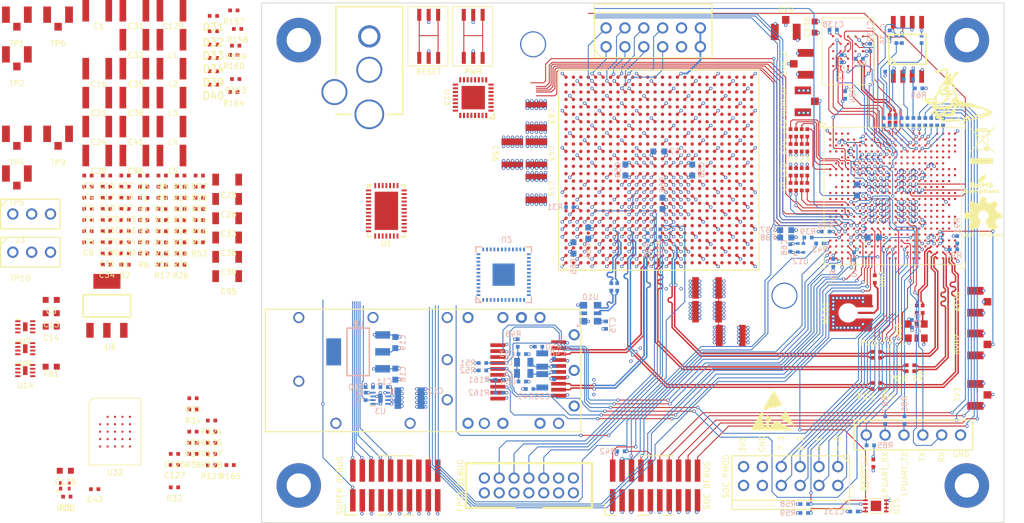
<source format=kicad_pcb>
(kicad_pcb (version 20241229) (generator "pcbnew") (generator_version "9.0")
  (layers (0 "F.Cu" signal) (4 "In1.Cu" signal) (6 "In2.Cu" signal) (2 "B.Cu" signal) (13 "F.Paste" user) (15 "B.Paste" user) (5 "F.SilkS" user "F.Silkscreen") (7 "B.SilkS" user "B.Silkscreen") (1 "F.Mask" user) (3 "B.Mask" user) (25 "Edge.Cuts" user))
  (net 0 "")
  (net 1 "/GND")
  (net 2 "/Power supply/5V0")
  (net 3 "/3V3_RAW")
  (net 4 "/Power supply/SUPER_RST_N")
  (net 5 "/Power supply/A3V3_SUPER")
  (net 6 "Net-(U3-SR)")
  (net 7 "/3V3")
  (net 8 "/Power supply/1V8_RAW")
  (net 9 "Net-(U7-SR)")
  (net 10 "/1V8")
  (net 11 "/Power supply/1V2_RAW")
  (net 12 "Net-(U9-SR)")
  (net 13 "/1V2")
  (net 14 "/FPGA support/1V0")
  (net 15 "Net-(C27-Pad2)")
  (net 16 "Net-(C27-Pad1)")
  (net 17 "Net-(C29-Pad1)")
  (net 18 "Net-(C29-Pad2)")
  (net 19 "/FPGA support/GTX_1V0")
  (net 20 "/0V9")
  (net 21 "/0V82")
  (net 22 "/FPGA/PCIE_TX_P")
  (net 23 "/FPGA/PCIE_TX_AC_P")
  (net 24 "/FPGA/PCIE_TX_AC_N")
  (net 25 "/FPGA/PCIE_TX_N")
  (net 26 "/FPGA/PCIE_RX_P")
  (net 27 "/FPGA/PCIE_RX_AC_P")
  (net 28 "/FPGA/PCIE_RX_AC_N")
  (net 29 "/FPGA/PCIE_RX_N")
  (net 30 "/FPGA/SFP_VDD_TX")
  (net 31 "Net-(C48-Pad2)")
  (net 32 "/FPGA/SFP_VDD_RX")
  (net 33 "/FPGA/PCIE_REF_P")
  (net 34 "/FPGA/PCIE_REF_AC_P")
  (net 35 "/FPGA/SFP_3V3")
  (net 36 "Net-(C55-Pad2)")
  (net 37 "/FPGA/PCIE_REF_N")
  (net 38 "/FPGA/PCIE_REF_AC_N")
  (net 39 "/FPGA/GTX_REF1_P")
  (net 40 "/FPGA/GTX1_REF_AC_P")
  (net 41 "/FPGA/GTX1_REF_AC_N")
  (net 42 "/FPGA/GTX_REF1_N")
  (net 43 "/SoC support/V08CAP")
  (net 44 "Net-(U14-SR)")
  (net 45 "/SoC support/VDDA18ADC")
  (net 46 "/1V8_2")
  (net 47 "/SoC/PCIE_REF1_P")
  (net 48 "/SoC/PCIE_REF_AC_P")
  (net 49 "/SoC/PCIE_REF1_N")
  (net 50 "/SoC/PCIE_REF_AC_N")
  (net 51 "/SoC support/A1V8")
  (net 52 "Net-(D1-A)")
  (net 53 "Net-(D2-A)")
  (net 54 "Net-(D3-A)")
  (net 55 "Net-(D4-A)")
  (net 56 "Net-(D5-A)")
  (net 57 "Net-(D6-A)")
  (net 58 "Net-(D7-A)")
  (net 59 "Net-(D8-A)")
  (net 60 "Net-(D9-A)")
  (net 61 "Net-(D10-A)")
  (net 62 "Net-(D11-A)")
  (net 63 "Net-(D12-K)")
  (net 64 "Net-(D31-A)")
  (net 65 "Net-(D32-A)")
  (net 66 "Net-(D33-A)")
  (net 67 "Net-(D34-A)")
  (net 68 "Net-(D39-A)")
  (net 69 "Net-(D40-A)")
  (net 70 "Net-(J1-PWR)")
  (net 72 "/Power supply/SUPER_JTAG_TCK")
  (net 75 "/Power supply/SUPER_JTAG_TDO")
  (net 76 "/Power supply/SUPER_JTAG_TDI")
  (net 77 "/Power supply/SUPER_JTAG_TMS")
  (net 81 "/Power supply/SUPER_UART_TX")
  (net 82 "/Power supply/SUPER_UART_RX")
  (net 83 "/FPGA/SFP_TX_P")
  (net 84 "/FPGA/SFP_TX_N")
  (net 85 "/FPGA/SFP_I2C_SCL")
  (net 86 "/FPGA/SFP_TX_DISABLE")
  (net 87 "/FPGA/SFP_RS0")
  (net 88 "/FPGA/SFP_RS1")
  (net 89 "/FPGA/SFP_RX_P")
  (net 90 "/FPGA/SFP_RX_N")
  (net 91 "/FPGA/SFP_I2C_SDA")
  (net 92 "/FPGA/SFP_RX_LOS")
  (net 93 "/FPGA/SFP_TX_FAULT")
  (net 94 "/FPGA/SFP_MOD_ABS")
  (net 95 "/SoC support/TRACED1")
  (net 96 "/SoC support/TRACED2")
  (net 97 "/SoC support/SOC_RST_N")
  (net 98 "/SoC support/SOC_JTAG_TMS")
  (net 99 "/SoC support/SOC_JTAG_TDI")
  (net 100 "/SoC support/TRACED0")
  (net 101 "/SoC support/SOC_JTAG_TCK")
  (net 102 "/SoC support/SOC_JTAG_TDO")
  (net 103 "/SoC support/TRACECLK")
  (net 104 "/SoC support/TRACED3")
  (net 105 "/FPGA support/KINTEX_TDO")
  (net 109 "/FPGA support/KINTEX_TCK")
  (net 110 "/FPGA support/KINTEX_TDI")
  (net 112 "/FPGA support/KINTEX_TMS")
  (net 113 "/SoC/SOC_UART_TX")
  (net 114 "/SoC/SOC_UART_RX")
  (net 115 "/SoC/MCO1")
  (net 116 "/SoC/BOOTFAIL_N")
  (net 117 "/Power supply/1V0_SW")
  (net 118 "Net-(U1A-SW1)")
  (net 119 "Net-(U1H-SW8)")
  (net 120 "Net-(U1B-SW2)")
  (net 121 "Net-(U1C-SW3)")
  (net 122 "/Power supply/SUPER_BOOT0")
  (net 123 "Net-(U2B-PB3)")
  (net 124 "Net-(U1I-MODE)")
  (net 125 "/Power supply/SUPER_I2C_SCL")
  (net 126 "/Power supply/SUPER_I2C_SDA")
  (net 127 "/Power supply/3V3_EN")
  (net 128 "/Power supply/1V8_EN")
  (net 129 "/Power supply/SUPER_PWRGOOD_LED")
  (net 130 "Net-(U4A-TDO_0)")
  (net 131 "/Power supply/SUPER_FAULT_LED")
  (net 132 "/Power supply/3V3_FB")
  (net 133 "/Power supply/1V2_EN")
  (net 134 "/Power supply/1V0_FB")
  (net 135 "/Power supply/GTX_1V0_FB")
  (net 136 "/Power supply/0V9_FB")
  (net 137 "/Power supply/0V82_FB")
  (net 138 "/Power supply/GTX_1V0_EN")
  (net 139 "/Power supply/0V9_EN")
  (net 140 "/Power supply/1V0_EN")
  (net 141 "/Power supply/0V82_EN")
  (net 142 "/FPGA/KINTEX_CLK_25MHZ")
  (net 143 "Net-(U11-CLK)")
  (net 144 "/FPGA support/FPGA_CCLK")
  (net 145 "Net-(U4A-CCLK_0)")
  (net 146 "/FPGA/FLASH_DQ0")
  (net 147 "Net-(U4F-IO_L1P_T0_D00_MOSI_14)")
  (net 148 "Net-(U4F-IO_L1N_T0_D01_DIN_14)")
  (net 149 "/FPGA/FLASH_DQ1")
  (net 150 "/FPGA/FLASH_DQ2")
  (net 151 "Net-(U4F-IO_L2P_T0_D02_14)")
  (net 152 "Net-(U4L-MGTRREF_115)")
  (net 153 "/FPGA/FLASH_DQ3")
  (net 154 "Net-(U4F-IO_L2N_T0_D03_14)")
  (net 155 "Net-(U4F-IO_L6P_T0_FCS_B_14)")
  (net 156 "/FPGA/FLASH_CS_N")
  (net 157 "Net-(U4F-IO_L3P_T0_DQS_PUDC_B_14)")
  (net 158 "/SoC support/SOC_CLK_25MHZ")
  (net 159 "Net-(U12-CLK)")
  (net 160 "Net-(U5A-VREF+)")
  (net 161 "Net-(U5B-NJTRST)")
  (net 162 "Net-(U5B-JTDO)")
  (net 163 "/Power supply/SUPER_SYSOK_LED")
  (net 164 "Net-(U5A-OSC_OUT)")
  (net 165 "/Power supply/SOFT_RESET")
  (net 166 "/Power supply/SOFT_POWER")
  (net 167 "/SoC/SOC_LED0")
  (net 168 "/SoC/SOC_LED1")
  (net 169 "/SoC/SOC_LED2")
  (net 170 "/SoC/SOC_LED3")
  (net 171 "/SoC/I2C_SCL")
  (net 172 "/SoC/I2C_SDA")
  (net 173 "/SoC/QSPI_DQ1")
  (net 174 "Net-(U17-DO{slash}IO1)")
  (net 175 "/SoC/QSPI_DQ2")
  (net 176 "Net-(U17-WP#{slash}IO2)")
  (net 177 "/SoC/QSPI_DQ3")
  (net 178 "Net-(U17-HOLD#{slash}IO3)")
  (net 179 "/SoC/QSPI_DQ0")
  (net 180 "Net-(U17-DI{slash}IO0)")
  (net 181 "/SoC/QSPI_CS_N")
  (net 182 "Net-(U5O-PE3)")
  (net 183 "Net-(U5O-PE4)")
  (net 184 "Net-(U5O-PE5)")
  (net 185 "Net-(U5O-PE0)")
  (net 186 "Net-(U5O-PE1)")
  (net 187 "Net-(U5N-PD0)")
  (net 188 "/SoC/QSPI_SCK")
  (net 189 "Net-(U5N-PD3)")
  (net 190 "Net-(U5N-PD4)")
  (net 191 "Net-(U5N-PD5)")
  (net 192 "Net-(U5N-PD6)")
  (net 193 "Net-(U5N-PD7)")
  (net 194 "/SoC/SOC_LP_LED0")
  (net 195 "/SoC/SOC_LP_LED1")
  (net 196 "/SoC/SOC_LP_LED2")
  (net 197 "/SoC/SOC_LP_LED3")
  (net 198 "Net-(U5M-PC9)")
  (net 199 "/SoC/HYPERRAM_CLK_N")
  (net 200 "/SoC/HYPERRAM_CLK_P")
  (net 201 "/SoC/HYPERRAM_RST_N")
  (net 202 "/SoC/SOC_LPUART_RX")
  (net 203 "/SoC/SOC_LPUART_TX")
  (net 204 "Net-(U5L-PB10)")
  (net 205 "Net-(U5L-PB11)")
  (net 206 "Net-(U5J-COMBOPHY_REXT)")
  (net 207 "Net-(R90-Pad1)")
  (net 208 "Net-(U32-RESET_N)")
  (net 209 "Net-(U32-MOSI{slash}DQ0)")
  (net 210 "Net-(U32-MISO{slash}DQ1)")
  (net 211 "Net-(U32-WP_N{slash}DQ2)")
  (net 212 "Net-(U32-RESET_N{slash}DQ3)")
  (net 213 "/FPGA/FPGA_LED0")
  (net 214 "/FPGA/FPGA_LED1")
  (net 215 "/FPGA/FPGA_LED2")
  (net 216 "/FPGA/FPGA_LED3")
  (net 217 "/FPGA/SFP_LED1")
  (net 218 "/FPGA/SFP_LED2")
  (net 219 "/Power supply/SUPER_I2C2_SDA")
  (net 220 "/Power supply/SUPER_I2C2_SCL")
  (net 222 "/Power supply/LTC_VTEMP")
  (net 224 "/Power supply/SOC_PWR_LP")
  (net 225 "/FPGA support/FPGA_PROG_B")
  (net 226 "/Power supply/SOC_PWR_CPU_ON")
  (net 227 "/Power supply/SOC_PWR_ON")
  (net 228 "/FPGA support/FPGA_INIT_B")
  (net 229 "/Power supply/SOC_READY")
  (net 230 "/FPGA support/FPGA_DONE")
  (net 650 "/Power supply/SOC_BOOT0")
  (net 662 "/SoC/HYPERRAM_DQ7")
  (net 674 "/Power supply/SOC_BOOT2")
  (net 679 "/SoC/HYPERRAM_DQ0")
  (net 691 "/SoC/HYPERRAM_DQ4")
  (net 724 "/Power supply/SOC_BOOT3")
  (net 731 "/SoC/HYPERRAM_DQ2")
  (net 753 "/SoC/HYPERRAM_DQ5")
  (net 771 "/Power supply/SOC_BOOT1")
  (net 782 "/SoC/HYPERRAM_DQ3")
  (net 802 "/SoC/HYPERRAM_DQ6")
  (net 808 "/SoC/HYPERRAM_CS_N")
  (net 820 "/SoC/HYPERRAM_DQ1")
  (net 829 "/Power supply/SOC_NRST1CMS")
  (net 835 "/SoC/HYPERRAM_DQS")
  (net 891 "/SoC/SOC_PMOD_DQ5")
  (net 892 "/SoC/SOC_PMOD_DQ0")
  (net 893 "/SoC/SOC_PMOD_DQ4")
  (net 894 "/SoC/SOC_PMOD_DQ1")
  (net 895 "/SoC/SOC_PMOD_DQ7")
  (net 896 "/SoC/SOC_PMOD_DQ6")
  (net 897 "/SoC/SOC_PMOD_DQ2")
  (net 898 "/SoC/SOC_PMOD_DQ3")
  (net 899 "/FPGA/FPGA_PMOD_DQ7")
  (net 900 "/FPGA/FPGA_PMOD_DQ4")
  (net 901 "/FPGA/FPGA_PMOD_DQ0")
  (net 902 "/FPGA/FPGA_PMOD_DQ6")
  (net 903 "/FPGA/FPGA_PMOD_DQ2")
  (net 904 "/FPGA/FPGA_PMOD_DQ3")
  (net 905 "/FPGA/FPGA_PMOD_DQ1")
  (net 906 "/FPGA/FPGA_PMOD_DQ5")
  (net 911 "Net-(J8-P2)")
  (net 912 "Net-(J8-P3)")
  (footprint "azonenberg_pcb:EIA_1210_CAP_NOSILK" (layer "F.Cu") (at 99.85 68.83507)
    (property "Reference" "C35")
    (property "Value" "10 uF" (hide yes))
  )
  (footprint "azonenberg_pcb:CONN_HEADER_2.54MM_2x6_RA_PMOD_HOST" (layer "F.Cu") (at 188.27 123.73)
    (property "Reference" "J12" (hide yes))
    (property "Value" "PMOD_HOST")
  )
  (footprint "azonenberg_pcb:EIA_0402_CAP_NOSILK" (layer "F.Cu") (at 96.1 86.25)
    (property "Reference" "C20")
    (property "Value" "DNP" (hide yes))
  )
  (footprint "azonenberg_pcb:BGA_24_6x8_DEPOP1_1MM" (layer "F.Cu") (at 97.25 117.75)
    (property "Reference" "U32")
    (property "Value" "S25FL128SAGBHIA10" (hide yes))
  )
  (footprint "azonenberg_pcb:EIA_0402_LED" (layer "F.Cu") (at 189 82.75 -90)
    (property "Reference" "D9" (hide yes))
    (property "Value" "GREEN" (hide yes))
  )
  (footprint "azonenberg_pcb:EIA_0402_RES_NOSILK" (layer "F.Cu") (at 199.6 97.2 90)
    (property "Reference" "R82")
    (property "Value" "33" (hide yes))
  )
  (footprint "azonenberg_pcb:CONN_U.FL_TE_1909763-1" (layer "F.Cu") (at 84.025 77.725)
    (property "Reference" "TP4")
    (property "Value" "U.FL" (hide yes))
  )
  (footprint "azonenberg_pcb:CONN_CUI_PJ-058BH_HIPWR_BARREL_NOSLOT" (layer "F.Cu") (at 131.5 68.5 -90)
    (property "Reference" "J1" (hide yes))
    (property "Value" "BARREL_JACK" (hide yes))
  )
  (footprint "azonenberg_pcb:QFN_38_0.5MM_5x7MM" (layer "F.Cu") (at 133.8 88)
    (property "Reference" "U1")
    (property "Value" "LTC3374-QFN" (hide yes))
  )
  (footprint "azonenberg_pcb:OSCILLATOR_1.6x1.2" (layer "F.Cu") (at 90.475 125.045)
    (property "Reference" "U11")
    (property "Value" "ECS-1612MV-250-CN" (hide yes))
  )
  (footprint "azonenberg_pcb:CONN_SFP+_AMPHENOL_UE76_A10_2000T" (layer "F.Cu") (at 152 109.5)
    (property "Reference" "J4" (hide yes))
    (property "Value" "CONN_SFP_HOST" (hide yes))
  )
  (footprint "azonenberg_pcb:EIA_0402_CAP_NOSILK" (layer "F.Cu") (at 96.1 92.25)
    (property "Reference" "C29")
    (property "Value" "0.47 uF" (hide yes))
  )
  (footprint "azonenberg_pcb:CONN_HEADER_1.27MM_2x10_SMT_SAMTEC_FTSH-110-01-L-DV-K" (layer "F.Cu") (at 135 125)
    (property "Reference" "J2" (hide yes))
    (property "Value" "CORTEX_DEBUG_ETM" (hide yes))
  )
  (footprint "azonenberg_pcb:DFN_8_0.5MM_2x2MM" (layer "F.Cu") (at 85.155 106.575)
    (property "Reference" "U9")
    (property "Value" "NCP45525IMNTWG-H" (hide yes))
  )
  (footprint "azonenberg_pcb:EIA_1210_CAP_NOSILK" (layer "F.Cu") (at 94.85 76.63507)
    (property "Reference" "C24")
    (property "Value" "10 uF" (hide yes))
  )
  (footprint "azonenberg_pcb:EIA_0402_LED" (layer "F.Cu") (at 189 79.5 90)
    (property "Reference" "D5" (hide yes))
    (property "Value" "GREEN" (hide yes))
  )
  (footprint "azonenberg_pcb:EIA_0402_CAP_NOSILK" (layer "F.Cu") (at 93.6 89.25)
    (property "Reference" "C7")
    (property "Value" "0.47 uF" (hide yes))
  )
  (footprint "azonenberg_pcb:XILINX_JTAG_PTH_MOLEX_0878311420" (layer "F.Cu") (at 153 125)
    (property "Reference" "J6" (hide yes))
    (property "Value" "XILINX_JTAG" (hide yes))
  )
  (footprint "azonenberg_pcb:HEATSINK_WAKEFIELDVETTE_960-27-12-D-AB-0" (layer "F.Cu") (at 170.500001 82.5 -90)
    (property "Reference" "M1" (hide yes))
    (property "Value" "960-27-12-F-AB-0" (hide yes))
  )
  (footprint "azonenberg_pcb:EIA_0402_LED" (layer "F.Cu") (at 98.6 93.75)
    (property "Reference" "D1")
    (property "Value" "GREEN" (hide yes))
  )
  (footprint "azonenberg_pcb:EIA_0402_RES_NOSILK" (layer "F.Cu") (at 113.25 67)
    (property "Reference" "R160")
    (property "Value" "33K" (hide yes))
  )
  (footprint "azonenberg_pcb:EIA_0402_CAP_NOSILK" (layer "F.Cu") (at 96.1 87.75)
    (property "Reference" "C22")
    (property "Value" "0.47 uF" (hide yes))
  )
  (footprint "azonenberg_pcb:EIA_1210_CAP_NOSILK" (layer "F.Cu") (at 94.85 72.73507)
    (property "Reference" "C21")
    (property "Value" "22 uF" (hide yes))
  )
  (footprint "azonenberg_pcb:MECHANICAL_CLEARANCEHOLE_4_40" (layer "F.Cu") (at 212 125)
    (property "Reference" "M10" (hide yes))
    (property "Value" "SCREWHOLE" (hide yes))
  )
  (footprint "azonenberg_pcb:SWITCH_RAFI_MICON_5" (layer "F.Cu") (at 139.5 64.5)
    (property "Reference" "SW1" (hide yes))
    (property "Value" "SWITCH" (hide yes))
  )
  (footprint "azonenberg_pcb:EIA_1210_CAP_NOSILK" (layer "F.Cu") (at 177 98.4 180)
    (property "Reference" "C60" (hide yes))
    (property "Value" "47 uF" (hide yes))
  )
  (footprint "azonenberg_pcb:CONN_HEADER_2.54MM_2x6_RA_PMOD_HOST" (layer "F.Cu") (at 169.75 64.635 180)
    (property "Reference" "J13" (hide yes))
    (property "Value" "PMOD_HOST")
  )
  (footprint "azonenberg_pcb:EIA_0402_RES_NOSILK" (layer "F.Cu") (at 113.75 63.5)
    (property "Reference" "R158")
    (property "Value" "33K" (hide yes))
  )
  (footprint "azonenberg_pcb:EIA_0402_RES_NOSILK" (layer "F.Cu") (at 108.6 92.25)
    (property "Reference" "R53")
    (property "Value" "10K" (hide yes))
  )
  (footprint "w_logo:Logo_silk_OSHW_6x6mm" (layer "F.Cu") (at 214.2 88.4)
    (property "Reference" "M7" (hide yes))
    (property "Value" "LOGO_OSHW" (hide yes))
  )
  (footprint "azonenberg_pcb:EIA_1206_CAP_NOSILK" (layer "F.Cu") (at 112.35 83.78507)
    (property "Reference" "C25")
    (property "Value" "47 uF" (hide yes))
  )
  (footprint "azonenberg_pcb:EIA_0402_RES_NOSILK" (layer "F.Cu") (at 101.1 87.75)
    (property "Reference" "R2")
    (property "Value" "33" (hide yes))
  )
  (footprint "azonenberg_pcb:LONGTHING-1200DPI" (layer "F.Cu") (at 211.349031 72.779721)
    (property "Reference" "M5" (hide yes))
    (property "Value" "LOGO_LONGTHING" (hide yes))
  )
  (footprint "azonenberg_pcb:EIA_0402_CAP_NOSILK" (layer "F.Cu") (at 93.6 90.75)
    (property "Reference" "C8")
    (property "Value" "0.47 uF" (hide yes))
  )
  (footprint "azonenberg_pcb:EIA_0402_LED" (layer "F.Cu") (at 98.6 95.25)
    (property "Reference" "D2")
    (property "Value" "GREEN" (hide yes))
  )
  (footprint "azonenberg_pcb:EIA_0402_CAP_NOSILK" (layer "F.Cu") (at 93.6 86.25)
    (property "Reference" "C5")
    (property "Value" "0.47 uF" (hide yes))
  )
  (footprint "azonenberg_pcb:EIA_1210_CAP_NOSILK" (layer "F.Cu") (at 154 85 -90)
    (property "Reference" "C49")
    (property "Value" "330 uF" (hide yes))
  )
  (footprint "azonenberg_pcb:EIA_1210_CAP_NOSILK" (layer "F.Cu") (at 94.85 68.83507)
    (property "Reference" "C16")
    (property "Value" "22 uF" (hide yes))
  )
  (footprint "azonenberg_pcb:EIA_0402_RES_NOSILK" (layer "F.Cu") (at 189 84.75 90)
    (property "Reference" "R79" (hide yes))
    (property "Value" "33K" (hide yes))
  )
  (footprint "azonenberg_pcb:EIA_0402_RES_NOSILK" (layer "F.Cu") (at 190.5 77.5 -90)
    (property "Reference" "R57" (hide yes))
    (property "Value" "33K" (hide yes))
  )
  (footprint "azonenberg_pcb:EIA_0402_CAP_NOSILK" (layer "F.Cu") (at 199.8 111.2 180)
    (property "Reference" "C67" (hide yes))
    (property "Value" "0.1 uF" (hide yes))
  )
  (footprint "azonenberg_pcb:LOGO_ESD_SENSITIVE_7MM" (layer "F.Cu") (at 186 115)
    (property "Reference" "M6" (hide yes))
    (property "Value" "LOGO_ESD" (hide yes))
  )
  (footprint "azonenberg_pcb:EIA_0402_RES_NOSILK" (layer "F.Cu") (at 106.1 87.75)
    (property "Reference" "R21")
    (property "Value" "24.9K" (hide yes))
  )
  (footprint "azonenberg_pcb:BGA_436_18x18_DEPOP_0.8MM" (layer "F.Cu") (at 202 86)
    (property "Reference" "U5" (hide yes))
    (property "Value" "STM32MP257FAI3" (hide yes))
  )
  (footprint "azonenberg_pcb:EIA_1210_CAP_NOSILK" (layer "F.Cu") (at 99.85 64.93507)
    (property "Reference" "C32")
    (property "Value" "10 uF" (hide yes))
  )
  (footprint "azonenberg_pcb:EIA_1210_CAP_NOSILK" (layer "F.Cu") (at 99.85 61.03507)
    (property "Reference" "C31")
    (property "Value" "10 uF" (hide yes))
  )
  (footprint "azonenberg_pcb:EIA_0603_CAP_NOSILK" (layer "F.Cu") (at 88.65 103.6)
    (property "Reference" "C14")
    (property "Value" "4.7 uF" (hide yes))
  )
  (footprint "azonenberg_pcb:EIA_0402_RES_NOSILK" (layer "F.Cu") (at 188.25 84.75 90)
    (property "Reference" "R78" (hide yes))
    (property "Value" "33K" (hide yes))
  )
  (footprint "azonenberg_pcb:EIA_0402_RES_NOSILK" (layer "F.Cu") (at 103.6 95.25)
    (property "Reference" "R17")
    (property "Value" "255K" (hide yes))
  )
  (footprint "azonenberg_pcb:EIA_0402_RES_NOSILK" (layer "F.Cu") (at 190.5 84.75 90)
    (property "Reference" "R81" (hide yes))
    (property "Value" "33K" (hide yes))
  )
  (footprint "azonenberg_pcb:EIA_1210_CAP_NOSILK" (layer "F.Cu") (at 180.2 104.8)
    (property "Reference" "C62" (hide yes))
    (property "Value" "47 uF" (hide yes))
  )
  (footprint "azonenberg_pcb:EIA_0603_CAP_NOSILK" (layer "F.Cu") (at 88.65 100)
    (property "Reference" "C3")
    (property "Value" "4.7 uF" (hide yes))
  )
  (footprint "azonenberg_pcb:MECHANICAL_CLEARANCEHOLE_4_40" (layer "F.Cu") (at 122 65)
    (property "Reference" "M3" (hide yes))
    (property "Value" "SCREWHOLE" (hide yes))
  )
  (footprint "azonenberg_pcb:EIA_1210_CAP_NOSILK" (layer "F.Cu") (at 99.85 80.53507)
    (property "Reference" "C96")
    (property "Value" "10 uF" (hide yes))
  )
  (footprint "azonenberg_pcb:SOT223-4" (layer "F.Cu") (at 96.15 100.8)
    (property "Reference" "U6")
    (property "Value" "LDO1117-18" (hide yes))
  )
  (footprint "azonenberg_pcb:EIA_0402_RES_NOSILK" (layer "F.Cu") (at 107.75 119.25)
    (property "Reference" "R37")
    (property "Value" "33" (hide yes))
  )
  (footprint "azonenberg_pcb:EIA_0402_CAP_NOSILK" (layer "F.Cu") (at 98.6 86.25)
    (property "Reference" "C97")
    (property "Value" "0.47 uF" (hide yes))
  )
  (footprint "azonenberg_pcb:EIA_1210_CAP_NOSILK" (layer "F.Cu") (at 104.85 61.03507)
    (property "Reference" "C129")
    (property "Value" "22 uF" (hide yes))
  )
  (footprint "azonenberg_pcb:EIA_0402_CAP_NOSILK" (layer "F.Cu") (at 98.6 83.25)
    (property "Reference" "C37")
    (property "Value" "0.47 uF" (hide yes))
  )
  (footprint "azonenberg_pcb:EIA_1210_CAP_NOSILK" (layer "F.Cu") (at 104.85 72.73507)
    (property "Reference" "L3")
    (property "Value" "2.2 uH" (hide yes))
  )
  (footprint "azonenberg_pcb:EIA_0402_RES_NOSILK" (layer "F.Cu") (at 113.25 61)
    (property "Reference" "R157")
    (property "Value" "33K" (hide yes))
  )
  (footprint "azonenberg_pcb:CONN_SFP_CAGE_TE_2007194-1" (layer "F.Cu") (at 152 109.5)
    (property "Reference" "J7" (hide yes))
    (property "Value" "SFP_CAGE" (hide yes))
  )
  (footprint "azonenberg_pcb:EIA_0402_RES_NOSILK" (layer "F.Cu") (at 113.5 65.75)
    (property "Reference" "R159")
    (property "Value" "33K" (hide yes))
  )
  (footprint "azonenberg_pcb:EIA_0402_RES_NOSILK" (layer "F.Cu") (at 103.6 93.75)
    (property "Reference" "R16")
    (property "Value" "1.02M" (hide yes))
  )
  (footprint "azonenberg_pcb:EIA_0402_RES_NOSILK" (layer "F.Cu") (at 108.6 83.25)
    (property "Reference" "R27")
    (property "Value" "10K" (hide yes))
  )
  (footprint "azonenberg_pcb:EIA_0402_RES_NOSILK" (layer "F.Cu") (at 103.6 86.25)
    (property "Reference" "R11")
    (property "Value" "4.7K" (hide yes))
  )
  (footprint "azonenberg_pcb:CONN_HEADER_2.54MM_1x3" (layer "F.Cu") (at 86.015 88.425)
    (property "Reference" "J3")
    (property "Value" "CONN_01X03" (hide yes))
  )
  (footprint "azonenberg_pcb:CONN_U.FL_TE_1909763-1" (layer "F.Cu") (at 84.025 61.675)
    (property "Reference" "TP1")
    (property "Value" "U.FL" (hide yes))
  )
  (footprint "azonenberg_pcb:EIA_0402_LED" (layer "F.Cu") (at 110.5 69.2)
    (property "Reference" "D39")
    (property "Value" "GREEN" (hide yes))
  )
  (footprint "azonenberg_pcb:EIA_1210_CAP_NOSILK" (layer "F.Cu") (at 104.85 64.93507)
    (property "Reference" "L1")
    (property "Value" "2.2 uH" (hide yes))
  )
  (footprint "azonenberg_pcb:EIA_0402_CAP_NOSILK" (layer "F.Cu") (at 98.6 89.25)
    (property "Reference" "C116")
    (property "Value" "0.47 uF" (hide yes))
  )
  (footprint "azonenberg_pcb:EIA_0402_CAP_NOSILK" (layer "F.Cu") (at 105.25 120.75)
    (property "Reference" "C126")
    (property "Value" "0.47 uF" (hide yes))
  )
  (footprint "azonenberg_pcb:EIA_1210_CAP_NOSILK" (layer "F.Cu") (at 99.85 76.63507)
    (property "Reference" "C41")
    (property "Value" "10 uF" (hide yes))
  )
  (footprint "azonenberg_pcb:EIA_0402_CAP_NOSILK" (layer "F.Cu") (at 98.6 87.75)
    (property "Reference" "C115")
    (property "Value" "0.47 uF" (hide yes))
  )
  (footprint "azonenberg_pcb:EIA_1206_CAP_NOSILK" (layer "F.Cu") (at 112.35 88.98507)
    (property "Reference" "C33")
    (property "Value" "22 uF" (hide yes))
  )
  (footprint "azonenberg_pcb:EIA_0402_RES_NOSILK" (layer "F.Cu") (at 103.6 83.25)
    (property "Reference" "R8")
    (property "Value" "10K" (hide yes))
  )
  (footprint "azonenberg_pcb:EIA_0603_CAP_NOSILK" (layer "F.Cu") (at 90.55 123.02)
    (property "Reference" "C125")
    (property "Value" "4.7 uF" (hide yes))
  )
  (footprint "azonenberg_pcb:MECHANICAL_CLEARANCEHOLE_4_40" (layer "F.Cu") (at 212 65)
    (property "Reference" "M4" (hide yes))
    (property "Value" "SCREWHOLE" (hide yes))
  )
  (footprint "azonenberg_pcb:EIA_0402_RES_NOSILK" (layer "F.Cu") (at 101.1 93.75)
    (property "Reference" "R6")
    (property "Value" "DNP" (hide yes))
  )
  (footprint "azonenberg_pcb:EIA_0402_LED" (layer "F.Cu") (at 188.25 79.5 90)
    (property "Reference" "D4" (hide yes))
    (property "Value" "GREEN" (hide yes))
  )
  (footprint "azonenberg_pcb:EIA_0402_RES_NOSILK" (layer "F.Cu") (at 106.1 89.25)
    (property "Reference" "R22")
    (property "Value" "1M" (hide yes))
  )
  (footprint "azonenberg_pcb:EIA_0402_CAP_NOSILK" (layer "F.Cu") (at 96.1 84.75)
    (property "Reference" "C17")
    (property "Value" "0.47 uF" (hide yes))
  )
  (footprint "azonenberg_pcb:EIA_0402_RES_NOSILK" (layer "F.Cu") (at 101.1 90.75)
    (property "Reference" "R4")
    (property "Value" "4.7K" (hide yes))
  )
  (footprint "azonenberg_pcb:EIA_0402_LED" (layer "F.Cu") (at 188.25 82.75 -90)
    (property "Reference" "D8" (hide yes))
    (property "Value" "GREEN" (hide yes))
  )
  (footprint "azonenberg_pcb:EIA_0402_CAP_NOSILK" (layer "F.Cu") (at 98.6 84.75)
    (property "Reference" "C40")
    (property "Value" "0.47 uF" (hide yes))
  )
  (footprint "azonenberg_pcb:EIA_0402_LED" (layer "F.Cu") (at 101.1 83.25)
    (property "Reference" "D3")
    (property "Value" "RED" (hide yes))
  )
  (footprint "azonenberg_pcb:EIA_0603_CAP_NOSILK" (layer "F.Cu") (at 88.65 101.8)
    (property "Reference" "C13")
    (property "Value" "4.7 uF" (hide yes))
  )
  (footprint "azonenberg_pcb:EIA_1210_CAP_NOSILK" (layer "F.Cu") (at 154 75.25 -90)
    (property "Reference" "C63")
    (property "Value" "47 uF" (hide yes))
  )
  (footprint "azonenberg_pcb:EIA_0402_RES_NOSILK" (layer "F.Cu") (at 188.25 77.5 -90)
    (property "Reference" "R54" (hide yes))
    (property "Value" "33K" (hide yes))
  )
  (footprint "azonenberg_pcb:CONN_U.FL_TE_1909763-1" (layer "F.Cu") (at 190 73.25 90)
    (property "Reference" "TP11" (hide yes))
    (property "Value" "U.FL" (hide yes))
  )
  (footprint "azonenberg_pcb:EIA_0402_RES_NOSILK" (layer "F.Cu") (at 110.25 120.75)
    (property "Reference" "R128")
    (property "Value" "33" (hide yes))
  )
  (footprint "azonenberg_pcb:SOIC_8_5.3MM" (layer "F.Cu") (at 204 66.25)
    (property "Reference" "U17" (hide yes))
    (property "Value" "W25Q80BV" (hide yes))
  )
  (footprint "azonenberg_pcb:EIA_0402_RES_NOSILK" (layer "F.Cu") (at 201.6 75.6 -90)
    (property "Reference" "R88" (hide yes))
    (property "Value" "33" (hide yes))
  )
  (footprint "azonenberg_pcb:EIA_0402_RES_NOSILK" (layer "F.Cu") (at 107.75 113.25)
    (property "Reference" "R33")
    (property "Value" "33" (hide yes))
  )
  (footprint "azonenberg_pcb:EIA_0603_INDUCTOR_NOSILK" (layer "F.Cu") (at 88.65 109)
    (property "Reference" "FB1")
    (property "Value" "MI0603J601R-10" (hide yes))
  )
  (footprint "azonenberg_pcb:EIA_0402_LED" (layer "F.Cu") (at 189.75 82.75 -90)
    (property "Reference" "D10" (hide yes))
    (property "Value" "GREEN" (hide yes))
  )
  (footprint "azonenberg_pcb:EIA_0402_CAP_NOSILK" (layer "F.Cu") (at 96.1 90.75)
    (property "Reference" "C27")
    (property "Value" "0.47 uF" (hide yes))
  )
  (footprint "azonenberg_pcb:EIA_0402_RES_NOSILK" (layer "F.Cu") (at 106.1 90.75)
    (property "Reference" "R23")
    (property "Value" "10K" (hide yes))
  )
  (footprint "azonenberg_pcb:EIA_1206_CAP_NOSILK" (layer "F.Cu") (at 112.35 94.18507)
    (property "Reference" "C39")
    (property "Value" "47 uF" (hide yes))
  )
  (footprint "azonenberg_pcb:EIA_0402_RES_NOSILK" (layer "F.Cu") (at 108.6 90.75)
    (property "Reference" "R47")
    (property "Value" "10K" (hide yes))
  )
  (footprint "azonenberg_pcb:EIA_0402_CAP_NOSILK" (layer "F.Cu") (at 96.1 89.25)
    (property "Reference" "C23")
    (property "Value" "0.47 uF" (hide yes))
  )
  (footprint "azonenberg_pcb:EIA_0402_RES_NOSILK" (layer "F.Cu") (at 108.6 86.25)
    (property "Reference" "R29")
    (property "Value" "10K" (hide yes))
  )
  (footprint "azonenberg_pcb:CONN_U.FL_TE_1909763-1" (layer "F.Cu") (at 213.25 100.25 90)
    (property "Reference" "TP13" (hide yes))
    (property "Value" "U.FL")
  )
  (footprint "azonenberg_pcb:DFN_8_0.5MM_2x2MM" (layer "F.Cu") (at 85.155 109.525)
    (property "Reference" "U14")
    (property "Value" "NCP45525IMNTWG-H" (hide yes))
  )
  (footprint "azonenberg_pcb:EIA_0402_RES_NOSILK" (layer "F.Cu") (at 106.1 86.25)
    (property "Reference" "R20")
    (property "Value" "200K" (hide yes))
  )
  (footprint "azonenberg_pcb:EIA_0402_CAP_NOSILK" (layer "F.Cu") (at 96.1 95.25)
    (property "Reference" "C34")
    (property "Value" "0.47 uF" (hide yes))
  )
  (footprint "azonenberg_pcb:EIA_0402_RES_NOSILK" (layer "F.Cu") (at 110.25 119.25)
    (property "Reference" "R127")
    (property "Value" "33" (hide yes))
  )
  (footprint "azonenberg_pcb:EIA_1210_CAP_NOSILK" (layer "F.Cu") (at 150.75 80.25 90)
    (property "Reference" "C56")
    (property "Value" "100 uF" (hide yes))
  )
  (footprint "azonenberg_pcb:EIA_0402_RES_NOSILK" (layer "F.Cu") (at 106.1 93.75)
    (property "Reference" "R25")
    (property "Value" "10K" (hide yes))
  )
  (footprint "azonenberg_pcb:EIA_0402_RES_NOSILK" (layer "F.Cu") (at 189.75 77.5 -90)
    (property "Reference" "R56" (hide yes))
    (property "Value" "33K" (hide yes))
  )
  (footprint "w_logo:Logo_silk_WEEE_3.4x5mm" (layer "F.Cu") (at 214 79.2)
    (property "Reference" "M9" (hide yes))
    (property "Value" "LOGO_WEEE" (hide yes))
  )
  (footprint "azonenberg_pcb:EIA_0402_RES_NOSILK" (layer "F.Cu") (at 101.1 84.75)
    (property "Reference" "F1")
    (property "Value" "3A" (hide yes))
  )
  (footprint "azonenberg_pcb:EIA_1210_CAP_NOSILK" (layer "F.Cu") (at 177 101.6 180)
    (property "Reference" "C61" (hide yes))
    (property "Value" "47 uF" (hide yes))
  )
  (footprint "azonenberg_pcb:EIA_0402_RES_NOSILK" (layer "F.Cu") (at 202.4 75.6 -90)
    (property "Reference" "R89" (hide yes))
    (property "Value" "33" (hide yes))
  )
  (footprint "azonenberg_pcb:EIA_0402_RES_NOSILK" (layer "F.Cu") (at 103.6 92.25)
    (property "Reference" "R15")
    (property "Value" "255K" (hide yes))
  )
  (footprint "azonenberg_pcb:EIA_0402_RES_NOSILK" (layer "F.Cu") (at 106.1 95.25)
    (property "Reference" "R26")
    (property "Value" "10K" (hide yes))
  )
  (footprint "azonenberg_pcb:EIA_1210_CAP_NOSILK" (layer "F.Cu") (at 104.85 68.83507)
    (property "Reference" "L2")
    (property "Value" "2.2 uH" (hide yes))
  )
  (footprint "w_logo:Logo_silk_ROHS_5x2.8mm" (layer "F.Cu") (at 214 84.4)
    (property "Reference" "M8" (hide yes))
    (property "Value" "LOGO_ROHS" (hide yes))
  )
  (footprint "azonenberg_pcb:EIA_0402_RES_NOSILK" (layer "F.Cu") (at 105.25 125.25)
    (property "Reference" "R32")
    (property "Value" "33" (hide yes))
  )
  (footprint "azonenberg_pcb:EIA_0402_LED" (layer "F.Cu") (at 110.5 71)
    (property "Reference" "D40")
    (property "Value" "GREEN" (hide yes))
  )
  (footprint "azonenberg_pcb:SWITCH_RAFI_MICON_5" (layer "F.Cu") (at 145.5 64.5)
    (property "Reference" "SW2" (hide yes))
    (property "Value" "SWITCH" (hide yes))
  )
  (footprint "azonenberg_pcb:EIA_0402_RES_NOSILK" (layer "F.Cu") (at 106.1 92.25)
    (property "Reference" "R24")
    (property "Value" "10K" (hide yes))
  )
  (footprint "azonenberg_pcb:BGA_676_27x27_FULLARRAY_1MM_FFG676" (layer "F.Cu") (at 170.500001 82.5 90)
    (property "Reference" "U4" (hide yes))
    (property "Value" "XC7K160T-1FFG676C" (hide yes))
  )
  (footprint "azonenberg_pcb:EIA_0402_CAP_NOSILK" (layer "F.Cu") (at 105.25 122.25)
    (property "Reference" "C127")
    (property "Value" "0.47 uF" (hide yes))
  )
  (footprint "azonenberg_pcb:EIA_0402_RES_NOSILK" (layer "F.Cu") (at 106.1 83.25)
    (property "Reference" "R18")
    (property "Value" "1.02M" (hide yes))
  )
  (footprint "azonenberg_pcb:EIA_0402_LED" (layer "F.Cu") (at 190.5 79.499999 90)
    (property "Reference" "D7" (hide yes))
    (property "Value" "GREEN" (hide yes))
  )
  (footprint "azonenberg_pcb:EIA_0402_RES_NOSILK" (layer "F.Cu") (at 107.75 120.75)
    (property "Reference" "R38")
    (property "Value" "10K" (hide yes))
  )
  (footprint "azonenberg_pcb:EIA_0402_CAP_NOSILK" (layer "F.Cu") (at 96.1 83.25)
    (property "Reference" "C15")
    (property "Value" "DNP" (hide yes))
  )
  (footprint "azonenberg_pcb:EIA_0402_RES_NOSILK" (layer "F.Cu") (at 110.25 116.25)
    (property "Reference" "R124")
    (property "Value" "1K" (hide yes))
  )
  (footprint "azonenberg_pcb:CONN_U.FL_TE_1909763-1" (layer "F.Cu") (at 89.575 61.675)
    (property "Reference" "TP6")
    (property "Value" "U.FL" (hide yes))
  )
  (footprint "azonenberg_pcb:EIA_1206_CAP_NOSILK" (layer "F.Cu") (at 112.35 91.58507)
    (property "Reference" "C36")
    (property "Value" "22 uF" (hide yes))
  )
  (footprint "azonenberg_pcb:CONN_HEADER_2.54MM_1x6_REFLOW" (layer "F.Cu") (at 204.8 118.2)
    (property "Reference" "J8" (hide yes))
    (property "Value" "CONN_01X06")
  )
  (footprint "azonenberg_pcb:EIA_0402_CAP_NOSILK" (layer "F.Cu") (at 206.05 101.25 90)
    (property "Reference" "C134" (hide yes))
    (property "Value" "0.1 uF" (hide yes))
  )
  (footprint "azonenberg_pcb:EIA_0402_RES_NOSILK" (layer "F.Cu") (at 106.1 84.75)
    (property "Reference" "R19")
    (property "Value" "24.9K" (hide yes))
  )
  (footprint "azonenberg_pcb:EIA_0402_CAP_NOSILK" (layer "F.Cu") (at 93.6 87.75)
    (property "Reference" "C6")
    (property "Value" "0.47 uF" (hide yes))
  )
  (footprint "azonenberg_pcb:DFN_8_0.5MM_2x3MM_TALL" (layer "F.Cu") (at 199.75 127.75 90)
    (property "Reference" "U15")
    (property "Value" "AT24MAC402" (hide yes))
  )
  (footprint "azonenberg_pcb:EIA_0402_RES_NOSILK" (layer "F.Cu") (at 110.25 117.75)
    (property "Reference" "R126")
    (property "Value" "33" (hide yes))
  )
  (footprint "azonenberg_pcb:EIA_0402_RES_NOSILK" (layer "F.Cu") (at 103.6 89.25)
    (property "Reference" "R13")
    (property "Value" "511K" (hide yes))
  )
  (footprint "azonenberg_pcb:EIA_1206_CAP_NOSILK" (layer "F.Cu") (at 112.35 96.78507)
    (property "Reference" "C95")
    (property "Value" "22 uF" (hide yes))
  )
  (footprint "azonenberg_pcb:DFN_8_0.5MM_2x2MM" (layer "F.Cu") (at 85.155 103.625)
    (property "Reference" "U7")
    (property "Value" "NCP45525IMNTWG-H" (hide yes))
  )
  (footprint "azonenberg_pcb:EIA_0402_RES_NOSILK" (layer "F.Cu") (at 189.75 84.75 90)
    (property "Reference" "R80" (hide yes))
    (property "Value" "33K" (hide yes))
  )
  (footprint "azonenberg_pcb:EIA_0402_CAP_NOSILK" (layer "F.Cu") (at 199.8 107.8 180)
    (property "Reference" "C45" (hide yes))
    (property "Value" "0.22 uF" (hide yes))
  )
  (footprint "azonenberg_pcb:EIA_0402_RES_NOSILK" (layer "F.Cu") (at 189 77.5 -90)
    (property "Reference" "R55" (hide yes))
    (property "Value" "33K" (hide yes))
  )
  (footprint "azonenberg_pcb:EIA_1210_CAP_NOSILK" (layer "F.Cu") (at 99.85 72.73507)
    (property "Reference" "C38")
    (property "Value" "10 uF" (hide yes))
  )
  (footprint "azonenberg_pcb:CONN_U.FL_TE_1909763-1" (layer "F.Cu") (at 190.2 68.2 -90)
    (property "Reference" "TP12" (hide yes))
    (property "Value" "U.FL" (hide yes))
  )
  (footprint "azonenberg_pcb:EIA_0402_CAP_NOSILK" (layer "F.Cu") (at 199.8 107 180)
    (property "Reference" "C44" (hide yes))
    (property "Value" "0.22 uF" (hide yes))
  )
  (footprint "azonenberg_pcb:EIA_1210_CAP_NOSILK" (layer "F.Cu") (at 94.85 61.03507)
    (property "Reference" "C1")
    (property "Value" "10 uF" (hide yes))
  )
  (footprint "azonenberg_pcb:EIA_0402_RES_NOSILK" (layer "F.Cu") (at 103.6 90.75)
    (property "Reference" "R14")
    (property "Value" "10K" (hide yes))
  )
  (footprint "azonenberg_pcb:EIA_0402_LED" (layer "F.Cu") (at 199.4 122 -90)
    (property "Reference" "D12" (hide yes))
    (property "Value" "RED" (hide yes))
  )
  (footprint "azonenberg_pcb:EIA_0402_RES_NOSILK" (layer "F.Cu") (at 108.6 84.75)
    (property "Reference" "R28")
    (property "Value" "10K" (hide yes))
  )
  (footprint "azonenberg_pcb:CONN_HEADER_1.27MM_2x10_SMT_SAMTEC_FTSH-110-01-L-DV-K" (layer "F.Cu") (at 170 125)
    (property "Reference" "J5" (hide yes))
    (property "Value" "CORTEX_DEBUG_ETM" (hide yes))
  )
  (footprint "azonenberg_pcb:EIA_0402_CAP_NOSILK" (layer "F.Cu") (at 94.5 125.5)
    (property "Reference" "C42")
    (property "Value" "0.47 uF" (hide yes))
  )
  (footprint "azonenberg_pcb:EIA_0402_LED" (layer "F.Cu") (at 190.5 82.75 -90)
    (property "Reference" "D11" (hide yes))
    (property "Value" "GREEN" (hide yes))
  )
  (footprint "azonenberg_pcb:MECHANICAL_CLEARANCEHOLE_4_40" (layer "F.Cu") (at 122 125)
    (property "Reference" "M2" (hide yes))
    (property "Value" "SCREWHOLE" (hide yes))
  )
  (footprint "azonenberg_pcb:CONN_HEADER_2.54MM_1x3" (layer "F.Cu") (at 86.015 93.575)
    (property "Reference" "TP10")
    (property "Value" "CONN_01X03" (hide yes))
  )
  (footprint "azonenberg_pcb:CONN_U.FL_TE_1909763-1" (layer "F.Cu") (at 213.25 112.8 90)
    (property "Reference" "TP3" (hide yes))
    (property "Value" "U.FL" (hide yes))
  )
  (footprint "azonenberg_pcb:EIA_0402_RES_NOSILK" (layer "F.Cu") (at 90.75 126.5)
    (property "Reference" "R30")
    (property "Value" "33" (hide yes))
  )
  (footprint "azonenberg_pcb:EIA_0402_RES_NOSILK" (layer "F.Cu") (at 107.75 117.75)
    (property "Reference" "R36")
    (property "Value" "33" (hide yes))
  )
  (footprint "azonenberg_pcb:EIA_0402_CAP_NOSILK" (layer "F.Cu") (at 98.6 90.75)
    (property "Reference" "C124")
    (property "Value" "DNP" (hide yes))
  )
  (footprint "azonenberg_pcb:CONN_U.FL_TE_1909763-1" (layer "F.Cu") (at 187.6 63.8 180)
    (property "Reference" "TP7" (hide yes))
    (property "Value" "U.FL" (hide yes))
  )
  (footprint "azonenberg_pcb:EIA_1210_CAP_NOSILK" (layer "F.Cu") (at 104.85 80.53507)
    (property "Reference" "L5")
    (property "Value" "2.2 uH" (hide yes))
  )
  (footprint "azonenberg_pcb:EIA_0402_RES_NOSILK" (layer "F.Cu") (at 101.1 89.25)
    (property "Reference" "R3")
    (property "Value" "0" (hide yes))
  )
  (footprint "azonenberg_pcb:QFN_32_0.5MM_5x5MM" (layer "F.Cu") (at 145.5 72.75 180)
    (property "Reference" "U13")
    (property "Value" "TCA6424A" (hide yes))
  )
  (footprint "azonenberg_pcb:EIA_0402_CAP_NOSILK" (layer "F.Cu") (at 204.4 109.6 180)
    (property "Reference" "C46" (hide yes))
    (property "Value" "0.22 uF" (hide yes))
  )
  (footprint "azonenberg_pcb:EIA_1210_CAP_NOSILK" (layer "F.Cu") (at 104.85 76.63507)
    (property "Reference" "L4")
    (property "Value" "2.2 uH" (hide yes))
  )
  (footprint "azonenberg_pcb:EIA_0402_RES_NOSILK" (layer "F.Cu") (at 103.6 87.75)
    (property "Reference" "R12")
    (property "Value" "162K" (hide yes))
  )
  (footprint "azonenberg_pcb:EIA_0402_RES_NOSILK" (layer "F.Cu") (at 108.6 89.25)
    (property "Reference" "R46")
    (property "Value" "10K" (hide yes))
  )
  (footprint "azonenberg_pcb:BGA_24_6x8_DEPOP1_1MM" (layer "F.Cu") (at 196 66.5 180)
    (property "Reference" "U18" (hide yes))
    (property "Value" "S27KL0642GABHB020" (hide yes))
  )
  (footprint "azonenberg_pcb:EIA_0402_LED" (layer "F.Cu") (at 189.75 79.5 90)
    (property "Reference" "D6" (hide yes))
    (property "Value" "GREEN" (hide yes))
  )
  (footprint "azonenberg_pcb:EIA_0402_LED" (layer "F.Cu") (at 110.5 65.6)
    (property "Reference" "D33")
    (property "Value" "GREEN" (hide yes))
  )
  (footprint "azonenberg_pcb:EIA_0402_RES_NOSILK" (layer "F.Cu") (at 103.6 84.75)
    (property "Reference" "R9")
    (property "Value" "33K" (hide yes))
  )
  (footprint "azonenberg_pcb:CONN_U.FL_TE_1909763-1" (layer "F.Cu") (at 84.025 67.025)
    (property "Reference" "TP2")
    (property "Value" "U.FL" (hide yes))
  )
  (footprint "azonenberg_pcb:EIA_0402_RES_NOSILK" (layer "F.Cu") (at 101.1 86.25)
    (property "Reference" "R1")
    (property "Value" "10K" (hide yes))
  )
  (footprint "azonenberg_pcb:EIA_1206_CAP_NOSILK" (layer "F.Cu") (at 112.35 86.38507)
    (property "Reference" "C26")
    (property "Value" "47 uF" (hide yes))
  )
  (footprint "azonenberg_pcb:EIA_0402_RES_NOSILK" (layer "F.Cu") (at 113.5 70.25)
    (property "Reference" "R163")
    (property "Value" "33K" (hide yes))
  )
  (footprint "azonenberg_pcb:EIA_0402_RES_NOSILK" (layer "F.Cu") (at 107.75 114.75)
    (property "Reference" "R34")
    (property "Value" "33" (hide yes))
  )
  (footprint "azonenberg_pcb:EIA_0402_CAP_NOSILK" (layer "F.Cu") (at 93.6 92.25)
    (property "Reference" "C9")
    (property "Value" "0.47 uF" (hide yes))
  )
  (footprint "azonenberg_pcb:EIA_1210_CAP_NOSILK" (layer "F.Cu") (at 94.85 80.53507)
    (property "Reference" "C28")
    (property "Value" "10 uF" (hide yes))
  )
  (footprint "azonenberg_pcb:EIA_0402_RES_NOSILK" (layer "F.Cu") (at 110.25 122.25)
    (property "Reference" "R129")
    (property "Value" "33" (hide yes))
  )
  (footprint "azonenberg_pcb:EIA_0402_RES_NOSILK" (layer "F.Cu") (at 101.1 92.25)
    (property "Reference" "R5")
    (property "Value" "4.7K" (hide yes))
  )
  (footprint "azonenberg_pcb:CONN_U.FL_TE_1909763-1" (layer "F.Cu") (at 89.575 77.725)
    (property "Reference" "TP9")
    (property "Value" "U.FL" (hide yes))
  )
  (footprint "azonenberg_pcb:OSCILLATOR_LVDS_3.2x2.5" (layer "F.Cu") (at 205.2 104.2)
    (property "Reference" "U16")
    (property "Value" "SIT9121AI-2BF-XXS200.000000G" (hide yes))
  )
  (footprint "azonenberg_pcb:EIA_0402_RES_NOSILK" (layer "F.Cu") (at 113.25 72)
    (property "Reference" "R164")
    (property "Value" "33K" (hide yes))
  )
  (footprint "azonenberg_pcb:CONN_SMPM_AMPHENOL_C925-197J-51PT" (layer "F.Cu") (at 196 101.75 90)
    (property "Reference" "J10" (hide yes))
    (property "Value" "SMPM" (hide yes))
  )
  (footprint "azonenberg_pcb:EIA_0402_CAP_NOSILK" (layer "F.Cu") (at 98.6 92.25)
    (property "Reference" "C130")
    (property "Value" "0.47 uF" (hide yes))
  )
  (footprint "azonenberg_pcb:EIA_0603_CAP_NOSILK" (layer "F.Cu") (at 191.5 63.25 90)
    (property "Reference" "C136")
    (property "Value" "4.7 uF" (hide yes))
  )
  (footprint "azonenberg_pcb:EIA_0402_LED" (layer "F.Cu") (at 110.5 63.8)
    (property "Reference" "D32")
    (property "Value" "GREEN" (hide yes))
  )
  (footprint "azonenberg_pcb:EIA_0402_CAP_NOSILK" (layer "F.Cu") (at 204.4 108.8 180)
    (property "Reference" "C47" (hide yes))
    (property "Value" "0.22 uF" (hide yes))
  )
  (footprint "azonenberg_pcb:EIA_0402_CAP_NOSILK" (layer "F.Cu") (at 199.8 112 180)
    (property "Reference" "C52" (hide yes))
    (property "Value" "0.1 uF" (hide yes))
  )
  (footprint "azonenberg_pcb:EIA_0402_LED" (layer "F.Cu") (at 110.5 61.75)
    (property "Reference" "D31")
    (property "Value" "GREEN" (hide yes))
  )
  (footprint "azonenberg_pcb:EIA_0402_RES_NOSILK" (layer "F.Cu") (at 108.6 87.75)
    (property "Reference" "R44")
    (property "Value" "33K" (hide yes))
  )
  (footprint "azonenberg_pcb:EIA_0402_LED" (layer "F.Cu") (at 110.5 67.4)
    (property "Reference" "D34")
    (property "Value" "GREEN" (hide yes))
  )
  (footprint "azonenberg_pcb:EIA_0402_RES_NOSILK" (layer "F.Cu") (at 112.75 122.25)
    (property "Reference" "R165")
    (property "Value" "4.7K" (hide yes))
  )
  (footprint "azonenberg_pcb:EIA_0402_CAP_NOSILK" (layer "F.Cu") (at 96.1 93.75)
    (property "Reference" "C30")
    (property "Value" "0.47 uF" (hide yes))
  )
  (footprint "azonenberg_pcb:CONN_U.FL_TE_1909763-1" (layer "F.Cu") (at 213.25 106 90)
    (property "Reference" "TP8" (hide yes))
    (property "Value" "U.FL" (hide yes))
  )
  (footprint "azonenberg_pcb:EIA_0402_CAP_NOSILK" (layer "F.Cu") (at 93.6 84.75)
    (property "Reference" "C4")
    (property "Value" "0.1 uF" (hide yes))
  )
  (footprint "azonenberg_pcb:CONN_U.FL_TE_1909763-1" (layer "F.Cu") (at 84.025 83.075)
    (property "Reference" "TP5")
    (property "Value" "U.FL" (hide yes))
  )
  (footprint "azonenberg_pcb:EIA_0402_CAP_NOSILK" (layer "F.Cu") (at 93.6 83.25)
    (property "Reference" "C2")
    (property "Value" "0.47 uF" (hide yes))
  )
  (footprint "azonenberg_pcb:EIA_0402_CAP_NOSILK" (layer "F.Cu") (at 205.25 101.25 90)
    (property "Reference" "C133" (hide yes))
    (property "Value" "0.1 uF" (hide yes))
  )
  (footprint "azonenberg_pcb:EIA_1210_CAP_NOSILK" (layer "F.Cu") (at 154 80.25 90)
    (property "Reference" "C43")
    (property "Value" "330 uF" (hide yes))
  )
  (footprint "azonenberg_pcb:EIA_0805_INDUCTOR_NOSILK" (layer "B.Cu") (at 152.3 108.4 180)
    (property "Reference" "L7")
    (property "Value" "4.7 uH" (hide yes))
  )
  (footprint "azonenberg_pcb:EIA_0402_RES_NOSILK" (layer "B.Cu") (at 208 76 -90)
    (property "Reference" "R69" (hide yes))
    (property "Value" "33" (hide yes))
  )
  (footprint "azonenberg_pcb:EIA_0201_CAP_NOSILK" (layer "B.Cu") (at 204.8 88.7 180)
    (property "Reference" "C84" (hide yes))
    (property "Value" "1 uF" (hide yes))
  )
  (footprint "azonenberg_pcb:EIA_0603_INDUCTOR_NOSILK" (layer "B.Cu") (at 187.6 90.6)
    (property "Reference" "FB7")
    (property "Value" "MI0603J601R-10" (hide yes))
  )
  (footprint "azonenberg_pcb:OSCILLATOR_LVDS_3.2x2.5" (layer "B.Cu") (at 161.3 101.8 90)
    (property "Reference" "U10")
    (property "Value" "SIT9121AI-2BF-XXS156.250000G" (hide yes))
  )
  (footprint "azonenberg_pcb:EIA_0402_CAP_NOSILK" (layer "B.Cu") (at 131.5 111.75 180)
    (property "Reference" "C10")
    (property "Value" "0.47 uF" (hide yes))
  )
  (footprint "azonenberg_pcb:EIA_0402_RES_NOSILK" (layer "B.Cu") (at 153.1 112)
    (property "Reference" "R49")
    (property "Value" "0.5" (hide yes))
  )
  (footprint "azonenberg_pcb:EIA_0402_RES_NOSILK" (layer "B.Cu") (at 203.6 116.2 -90)
    (property "Reference" "R86")
    (property "Value" "33" (hide yes))
  )
  (footprint "azonenberg_pcb:EIA_0402_CAP_NOSILK" (layer "B.Cu") (at 164.1 98.25 90)
    (property "Reference" "C77" (hide yes))
    (property "Value" "0.1 uF" (hide yes))
  )
  (footprint "azonenberg_pcb:EIA_0201_CAP_NOSILK" (layer "B.Cu") (at 199.2 84.9)
    (property "Reference" "C274" (hide yes))
    (property "Value" "1 uF" (hide yes))
  )
  (footprint "azonenberg_pcb:EIA_0201_CAP_NOSILK" (layer "B.Cu") (at 200 84.7)
    (property "Reference" "C99" (hide yes))
    (property "Value" "1 uF" (hide yes))
  )
  (footprint "azonenberg_pcb:EIA_0201_CAP_NOSILK" (layer "B.Cu") (at 198.5 82.4 -90)
    (property "Reference" "C120" (hide yes))
    (property "Value" "1 uF" (hide yes))
  )
  (footprint "azonenberg_pcb:EIA_0402_RES_NOSILK" (layer "B.Cu") (at 208.8 76 -90)
    (property "Reference" "R67" (hide yes))
    (property "Value" "33" (hide yes))
  )
  (footprint "azonenberg_pcb:EIA_0201_CAP_NOSILK" (layer "B.Cu") (at 197.6 83 180)
    (property "Reference" "C114" (hide yes))
    (property "Value" "1 uF" (hide yes))
  )
  (footprint "azonenberg_pcb:EIA_0402_RES_NOSILK" (layer "B.Cu") (at 204.75 69.75 90)
    (property "Reference" "R61" (hide yes))
    (property "Value" "33" (hide yes))
  )
  (footprint "azonenberg_pcb:EIA_0402_RES_NOSILK" (layer "B.Cu") (at 170.7 91 90)
    (property "Reference" "R10")
    (property "Value" "33" (hide yes))
  )
  (footprint "azonenberg_pcb:EIA_0402_RES_NOSILK" (layer "B.Cu") (at 203.25 64.9 -90)
    (property "Reference" "R62" (hide yes))
    (property "Value" "33" (hide yes))
  )
  (footprint "azonenberg_pcb:EIA_0402_RES_NOSILK" (layer "B.Cu") (at 196.8 94.1 -90)
    (property "Reference" "R40")
    (property "Value" "DNP" (hide yes))
  )
  (footprint "azonenberg_pcb:EIA_0402_RES_NOSILK" (layer "B.Cu") (at 204.8 76 -90)
    (property "Reference" "R76" (hide yes))
    (property "Value" "33" (hide yes))
  )
  (footprint "azonenberg_pcb:EIA_0201_CAP_NOSILK" (layer "B.Cu") (at 205.6 85.5 180)
    (property "Reference" "C102" (hide yes))
    (property "Value" "1 uF" (hide yes))
  )
  (footprint "azonenberg_pcb:EIA_0201_CAP_NOSILK" (layer "B.Cu") (at 197.6 91.3 180)
    (property "Reference" "C128" (hide yes))
    (property "Value" "1 uF" (hide yes))
  )
  (footprint "azonenberg_pcb:EIA_0201_CAP_NOSILK" (layer "B.Cu") (at 199.2 83.1 180)
    (property "Reference" "C108" (hide yes))
    (property "Value" "1 uF" (hide yes))
  )
  (footprint "azonenberg_pcb:EIA_0201_CAP_NOSILK" (layer "B.Cu") (at 200.8 87.9)
    (property "Reference" "C70" (hide yes))
    (property "Value" "1 uF" (hide yes))
  )
  (footprint "azonenberg_pcb:EIA_0201_CAP_NOSILK" (layer "B.Cu") (at 200.8 87.1 180)
    (property "Reference" "C81" (hide yes))
    (property "Value" "1 uF" (hide yes))
  )
  (footprint "azonenberg_pcb:EIA_0201_CAP_NOSILK" (layer "B.Cu") (at 197.6 82.3 180)
    (property "Reference" "C113" (hide yes))
    (property "Value" "1 uF" (hide yes))
  )
  (footprint "azonenberg_pcb:EIA_0201_CAP_NOSILK" (layer "B.Cu") (at 199.2 83.9)
    (property "Reference" "C104" (hide yes))
    (property "Value" "1 uF" (hide yes))
  )
  (footprint "azonenberg_pcb:EIA_0201_CAP_NOSILK" (layer "B.Cu") (at 196.1 80 -90)
    (property "Reference" "C73" (hide yes))
    (property "Value" "1 uF" (hide yes))
  )
  (footprint "azonenberg_pcb:EIA_0201_CAP_NOSILK" (layer "B.Cu") (at 203.2 87.1 180)
    (property "Reference" "C83" (hide yes))
    (property "Value" "1 uF" (hide yes))
  )
  (footprint "azonenberg_pcb:EIA_0402_RES_NOSILK" (layer "B.Cu") (at 158.5 87.5)
    (property "Reference" "R31")
    (property "Value" "33" (hide yes))
  )
  (footprint "azonenberg_pcb:EIA_0402_RES_NOSILK" (layer "B.Cu") (at 199 119.6)
    (property "Reference" "R85")
    (property "Value" "4.7K" (hide yes))
  )
  (footprint "azonenberg_pcb:EIA_0402_CAP_NOSILK" (layer "B.Cu") (at 152.1 111)
    (property "Reference" "C54")
    (property "Value" "0.1 uF" (hide yes))
  )
  (footprint "azonenberg_pcb:EIA_0402_CAP_NOSILK" (layer "B.Cu") (at 204.6 103.2 -90)
    (property "Reference" "C132")
    (property "Value" "0.47 uF" (hide yes))
  )
  (footprint "azonenberg_pcb:EIA_0201_CAP_NOSILK" (layer "B.Cu") (at 200.1 82.4 -90)
    (property "Reference" "C119" (hide yes))
    (property "Value" "1 uF" (hide yes))
  )
  (footprint "azonenberg_pcb:EIA_0603_CAP_NOSILK" (layer "B.Cu") (at 171 87 -90)
    (property "Reference" "C66")
    (property "Value" "4.7 uF" (hide yes))
  )
  (footprint "azonenberg_pcb:EIA_0402_RES_NOSILK" (layer "B.Cu") (at 202.4 76 -90)
    (property "Reference" "R74" (hide yes))
    (property "Value" "33" (hide yes))
  )
  (footprint "azonenberg_pcb:EIA_0201_CAP_NOSILK" (layer "B.Cu") (at 204.8 87.1 180)
    (property "Reference" "C94" (hide yes))
    (property "Value" "1 uF" (hide yes))
  )
  (footprint "azonenberg_pcb:EIA_0201_CAP_NOSILK" (layer "B.Cu") (at 203.18 89.5)
    (property "Reference" "C93" (hide yes))
    (property "Value" "1 uF" (hide yes))
  )
  (footprint "azonenberg_pcb:EIA_0402_RES_NOSILK" (layer "B.Cu") (at 204 76 -90)
    (property "Reference" "R75" (hide yes))
    (property "Value" "33" (hide yes))
  )
  (footprint "azonenberg_pcb:EIA_0201_CAP_NOSILK" (layer "B.Cu") (at 199.2 87.9)
    (property "Reference" "C92" (hide yes))
    (property "Value" "1 uF" (hide yes))
  )
  (footprint "azonenberg_pcb:EIA_0201_CAP_NOSILK" (layer "B.Cu") (at 204 85.5 180)
    (property "Reference" "C107" (hide yes))
    (property "Value" "1 uF" (hide yes))
  )
  (footprint "azonenberg_pcb:EIA_0201_CAP_NOSILK" (layer "B.Cu") (at 206.3 89.6 -90)
    (property "Reference" "C79" (hide yes))
    (property "Value" "1 uF" (hide yes))
  )
  (footprint "azonenberg_pcb:EIA_0402_CAP_NOSILK" (layer "B.Cu") (at 164.9 98.25 90)
    (property "Reference" "C76" (hide yes))
    (property "Value" "0.1 uF" (hide yes))
  )
  (footprint "azonenberg_pcb:EIA_0402_RES_NOSILK" (layer "B.Cu") (at 151.5 105.8 90)
    (property "Reference" "R48")
    (property "Value" "0.1" (hide yes))
  )
  (footprint "azonenberg_pcb:DFN_8_0.5MM_2x2MM" (layer "B.Cu") (at 133 113.25)
    (property "Reference" "U3")
    (property "Value" "NCP45525IMNTWG-H" (hide yes))
  )
  (footprint "azonenberg_pcb:EIA_0201_CAP_NOSILK" (layer "B.Cu") (at 204.8 87.9)
    (property "Reference" "C89" (hide yes))
    (property "Value" "1 uF" (hide yes))
  )
  (footprint "azonenberg_pcb:EIA_0402_CAP_NOSILK" (layer "B.Cu") (at 156.4 108.4 90)
    (property "Reference" "C51" (hide yes))
    (property "Value" "0.1 uF" (hide yes))
  )
  (footprint "azonenberg_pcb:EIA_0402_RES_NOSILK" (layer "B.Cu") (at 190.6 91.6 180)
    (property "Reference" "R39")
    (property "Value" "33" (hide yes))
  )
  (footprint "azonenberg_pcb:EIA_0201_CAP_NOSILK" (layer "B.Cu") (at 200.1 80.8 90)
    (property "Reference" "C118" (hide yes))
    (property "Value" "1 uF" (hide yes))
  )
  (footprint "azonenberg_pcb:EIA_0201_CAP_NOSILK" (layer "B.Cu") (at 208.7 92.019999 90)
    (property "Reference" "C101" (hide yes))
    (property "Value" "1 uF" (hide yes))
  )
  (footprint "azonenberg_pcb:EIA_0201_CAP_NOSILK" (layer "B.Cu") (at 204.8 84.7 180)
    (property "Reference" "C105" (hide yes))
    (property "Value" "1 uF" (hide yes))
  )
  (footprint "azonenberg_pcb:EIA_0201_CAP_NOSILK" (layer "B.Cu") (at 197.7 80.8 90)
    (property "Reference" "C112" (hide yes))
    (property "Value" "1 uF" (hide yes))
  )
  (footprint "azonenberg_pcb:EIA_0201_CAP_NOSILK" (layer "B.Cu") (at 203.2 83.3)
    (property "Reference" "C85" (hide yes))
    (property "Value" "1 uF" (hide yes))
  )
  (footprint "azonenberg_pcb:EIA_0603_CAP_NOSILK" (layer "B.Cu") (at 199.4 91.6)
    (property "Reference" "C123" (hide yes))
    (property "Value" "4.7 uF" (hide yes))
  )
  (footprint "azonenberg_pcb:OSCILLATOR_1.6x1.2" (layer "B.Cu") (at 189.6 93 90)
    (property "Reference" "U12")
    (property "Value" "ECS-1612MV-250-CN" (hide yes))
  )
  (footprint "azonenberg_pcb:EIA_0201_CAP_NOSILK" (layer "B.Cu") (at 204.8 89.5)
    (property "Reference" "C71" (hide yes))
    (property "Value" "1 uF" (hide yes))
  )
  (footprint "azonenberg_pcb:EIA_0603_INDUCTOR_NOSILK" (layer "B.Cu") (at 187.6 91.6)
    (property "Reference" "FB8")
    (property "Value" "MI0603J601R-10" (hide yes))
  )
  (footprint "azonenberg_pcb:EIA_0402_CAP_NOSILK" (layer "B.Cu") (at 196.8 128.5 180)
    (property "Reference" "C131")
    (property "Value" "0.47 uF" (hide yes))
  )
  (footprint "azonenberg_pcb:EIA_0201_CAP_NOSILK" (layer "B.Cu") (at 204.8 83.3)
    (property "Reference" "C103" (hide yes))
    (property "Value" "1 uF" (hide yes))
  )
  (footprint "azonenberg_pcb:EIA_0402_CAP_NOSILK" (layer "B.Cu") (at 163.4 103.400001 -90)
    (property "Reference" "C75")
    (property "Value" "0.47 uF" (hide yes))
  )
  (footprint "azonenberg_pcb:EIA_0201_CAP_NOSILK" (layer "B.Cu") (at 203.2 87.9)
    (property "Reference" "C78" (hide yes))
    (property "Value" "1 uF" (hide yes))
  )
  (footprint "azonenberg_pcb:EIA_0201_CAP_NOSILK" (layer "B.Cu") (at 208.7 91.2 -90)
    (property "Reference" "C110" (hide yes))
    (property "Value" "1 uF" (hide yes))
  )
  (footprint "azonenberg_pcb:EIA_0201_CAP_NOSILK" (layer "B.Cu") (at 198.4 84.6 180)
    (property "Reference" "C273" (hide yes))
    (property "Value" "1 uF" (hide yes))
  )
  (footprint "azonenberg_pcb:EIA_0402_RES_NOSILK" (layer "B.Cu") (at 193 90.8 180)
    (property "Reference" "R45")
    (property "Value" "1K" (hide yes))
  )
  (footprint "azonenberg_pcb:EIA_0402_RES_NOSILK" (layer "B.Cu") (at 165.4 120.4 180)
    (property "Reference" "R42")
    (property "Value" "10K" (hide yes))
  )
  (footprint "azonenberg_pcb:EIA_0201_CAP_NOSILK" (layer "B.Cu") (at 207.2 92.1 180)
    (property "Reference" "C270" (hide yes))
    (property "Value" "1 uF" (hide yes))
  )
  (footprint "azonenberg_pcb:EIA_0402_RES_NOSILK" (layer "B.Cu") (at 131 112.999999 90)
    (property "Reference" "R7")
    (property "Value" "10K" (hide yes))
  )
  (footprint "azonenberg_pcb:EIA_0402_RES_NOSILK" (layer "B.Cu") (at 205.5 71.5)
    (property "Reference" "R65")
    (property "Value" "10K" (hide yes))
  )
  (footprint "azonenberg_pcb:EIA_0201_CAP_NOSILK" (layer "B.Cu") (at 207.2 91.3 180)
    (property "Reference" "C111" (hide yes))
    (property "Value" "1 uF" (hide yes))
  )
  (footprint "azonenberg_pcb:EIA_0402_RES_NOSILK" (layer "B.Cu") (at 154.3 106.3)
    (property "Reference" "R50")
    (property "Value" "0.5" (hide yes))
  )
  (footprint "azonenberg_pcb:EIA_0201_CAP_NOSILK" (layer "B.Cu") (at 203.219999 84.1 180)
    (property "Reference" "C80" (hide yes))
    (property "Value" "1 uF" (hide yes))
  )
  (footprint "azonenberg_pcb:EIA_0402_RES_NOSILK" (layer "B.Cu") (at 205.6 76 -90)
    (property "Reference" "R70" (hide yes))
    (property "Value" "33" (hide yes))
  )
  (footprint "azonenberg_pcb:EIA_0201_CAP_NOSILK" (layer "B.Cu") (at 200.8 85.5)
    (property "Reference" "C109" (hide yes))
    (property "Value" "1 uF" (hide yes))
  )
  (footprint "azonenberg_pcb:SOT223-4" (layer "B.Cu") (at 130 107 -90)
    (property "Reference" "U8")
    (property "Value" "LDO1117-12" (hide yes))
  )
  (footprint "azonenberg_pcb:EIA_0603_CAP_NOSILK" (layer "B.Cu") (at 161 91 -90)
    (property "Reference" "C64")
    (property "Value" "4.7 uF" (hide yes))
  )
  (footprint "azonenberg_pcb:EIA_0201_CAP_NOSILK" (layer "B.Cu") (at 203.2 82.5 180)
    (property "Reference" "C90" (hide yes))
    (property "Value" "1 uF" (hide yes))
  )
  (footprint "azonenberg_pcb:EIA_0805_CAP_NOSILK" (layer "B.Cu") (at 154.8 108.1 90)
    (property "Reference" "C48")
    (property "Value" "22 uF" (hide yes))
  )
  (footprint "azonenberg_pcb:EIA_0201_CAP_NOSILK" (layer "B.Cu") (at 197.7 78.419999 90)
    (property "Reference" "C268" (hide yes))
    (property "Value" "1 uF" (hide yes))
  )
  (footprint "azonenberg_pcb:EIA_0402_CAP_NOSILK" (layer "B.Cu") (at 195.1 67.499999 90)
    (property "Reference" "C137")
    (property "Value" "0.47 uF" (hide yes))
  )
  (footprint "azonenberg_pcb:EIA_0402_CAP_NOSILK" (layer "B.Cu") (at 199 66 -90)
    (property "Reference" "C139")
    (property "Value" "0.47 uF" (hide yes))
  )
  (footprint "azonenberg_pcb:EIA_0402_CAP_NOSILK" (layer "B.Cu") (at 133.5 111.75 180)
    (property "Reference" "C11")
    (property "Value" "DNP" (hide yes))
  )
  (footprint "azonenberg_pcb:EIA_0402_RES_NOSILK" (layer "B.Cu") (at 146.75 108.5 180)
    (property "Reference" "R51")
    (property "Value" "4.7K" (hide yes))
  )
  (footprint "azonenberg_pcb:EIA_0603_CAP_NOSILK" (layer "B.Cu") (at 135 105.75 90)
    (property "Reference" "C19")
    (property "Value" "4.7 uF" (hide yes))
  )
  (footprint "azonenberg_pcb:EIA_0201_CAP_NOSILK" (layer "B.Cu") (at 207.2 81.7)
    (property "Reference" "C272" (hide yes))
    (property "Value" "1 uF" (hide yes))
  )
  (footprint "azonenberg_pcb:EIA_0603_CAP_NOSILK" (layer "B.Cu") (at 159 93 90)
    (property "Reference" "C65")
    (property "Value" "4.7 uF" (hide yes))
  )
  (footprint "azonenberg_pcb:EIA_0201_CAP_NOSILK" (layer "B.Cu") (at 199.4 80.8 90)
    (property "Reference" "C121" (hide yes))
    (property "Value" "1 uF" (hide yes))
  )
  (footprint "azonenberg_pcb:EIA_0402_RES_NOSILK" (layer "B.Cu") (at 149 110.75)
    (property "Reference" "R161")
    (property "Value" "1K" (hide yes))
  )
  (footprint "azonenberg_pcb:EIA_0201_CAP_NOSILK" (layer "B.Cu") (at 199.2 88.7 180)
    (property "Reference" "C87" (hide yes))
    (property "Value" "1 uF" (hide yes))
  )
  (footprint "azonenberg_pcb:EIA_0402_RES_NOSILK" (layer "B.Cu") (at 197.5 67.5)
    (property "Reference" "R83")
    (property "Value" "DNP" (hide yes))
  )
  (footprint "azonenberg_pcb:EIA_0402_RES_NOSILK" (layer "B.Cu") (at 203.5 69.75 90)
    (property "Reference" "R60" (hide yes))
    (property "Value" "33" (hide yes))
  )
  (footprint "azonenberg_pcb:EIA_0402_CAP_NOSILK" (layer "B.Cu") (at 201.6 64.2 -90)
    (property "Reference" "C135")
    (property "Value" "0.47 uF" (hide yes))
  )
  (footprint "azonenberg_pcb:EIA_0603_CAP_NOSILK" (layer "B.Cu") (at 135 110 -90)
    (property "Reference" "C18")
    (property "Value" "4.7 uF" (hide yes))
  )
  (footprint "azonenberg_pcb:EIA_0201_CAP_NOSILK" (layer "B.Cu") (at 198.5 80.8 90)
    (property "Reference" "C122" (hide yes))
    (property "Value" "1 uF" (hide yes))
  )
  (footprint "azonenberg_pcb:EIA_0402_RES_NOSILK" (layer "B.Cu") (at 203.2 76 -90)
    (property "Reference" "R73" (hide yes))
    (property "Value" "33" (hide yes))
  )
  (footprint "azonenberg_pcb:EIA_0603_CAP_NOSILK" (layer "B.Cu") (at 175 82.5 90)
    (property "Reference" "C58")
    (property "Value" "4.7 uF" (hide yes))
  )
  (footprint "azonenberg_pcb:EIA_0402_RES_NOSILK" (layer "B.Cu") (at 146.75 109.5 180)
    (property "Reference" "R52")
    (property "Value" "4.7K" (hide yes))
  )
  (footprint "azonenberg_pcb:EIA_0201_CAP_NOSILK" (layer "B.Cu") (at 200.8 88.7 180)
    (property "Reference" "C74" (hide yes))
    (property "Value" "1 uF" (hide yes))
  )
  (footprint "azonenberg_pcb:EIA_0201_CAP_NOSILK" (layer "B.Cu") (at 198.3 90.4 -90)
    (property "Reference" "C140" (hide yes))
    (property "Value" "1 uF" (hide yes))
  )
  (footprint "azonenberg_pcb:EIA_0201_CAP_NOSILK" (layer "B.Cu") (at 203.2 88.7 180)
    (property "Reference" "C88" (hide yes))
    (property "Value" "1 uF" (hide yes))
  )
  (footprint "azonenberg_pcb:EIA_1210_CAP_NOSILK" (layer "B.Cu") (at 136.9 113.25)
    (property "Reference" "C12")
    (property "Value" "22 uF" (hide yes))
  )
  (footprint "azonenberg_pcb:EIA_0402_CAP_NOSILK" (layer "B.Cu") (at 193.999999 63.6 180)
    (property "Reference" "C138")
    (property "Value" "0.47 uF" (hide yes))
  )
  (footprint "azonenberg_pcb:EIA_0201_CAP_NOSILK" (layer "B.Cu") (at 200.8 83.9)
    (property "Reference" "C91" (hide yes))
    (property "Value" "1 uF" (hide yes))
  )
  (footprint "azonenberg_pcb:EIA_0201_CAP_NOSILK" (layer "B.Cu") (at 200.8 84.7 180)
    (property "Reference" "C86" (hide yes))
    (property "Value" "1 uF" (hide yes))
  )
  (footprint "azonenberg_pcb:EIA_0201_CAP_NOSILK" (layer "B.Cu") (at 206.3 83.2 90)
    (property "Reference" "C269" (hide yes))
    (property "Value" "1 uF" (hide yes))
  )
  (footprint "azonenberg_pcb:EIA_0402_CAP_NOSILK" (layer "B.Cu") (at 188.2 93 90)
    (property "Reference" "C68")
    (property "Value" "0.47 uF" (hide yes))
  )
  (footprint "azonenberg_pcb:QFN_48_0.5MM_7x7MM" (layer "B.Cu") (at 149.6 96.6)
    (property "Reference" "U2")
    (property "Value" "STM32L431-QFN48" (hide yes))
  )
  (footprint "azonenberg_pcb:EIA_0201_CAP_NOSILK" (layer "B.Cu") (at 201.5 83.2 -90)
    (property "Reference" "C106" (hide yes))
    (property "Value" "1 uF" (hide yes))
  )
  (footprint "azonenberg_pcb:EIA_0402_RES_NOSILK" (layer "B.Cu") (at 190.1 127.5 180)
    (property "Reference" "R58")
    (property "Value" "4.7K" (hide yes))
  )
  (footprint "azonenberg_pcb:EIA_0805_INDUCTOR_NOSILK" (layer "B.Cu") (at 152.3 109.9 180)
    (property "Reference" "L6")
    (property "Value" "4.7 uH" (hide yes))
  )
  (footprint "azonenberg_pcb:EIA_0402_RES_NOSILK" (layer "B.Cu") (at 202.5 64.9 90)
    (property "Reference" "R66" (hide yes))
    (property "Value" "10K" (hide yes))
  )
  (footprint "azonenberg_pcb:EIA_0201_CAP_NOSILK" (layer "B.Cu") (at 200.8 89.5)
    (property "Reference" "C69" (hide yes))
    (property "Value" "1 uF" (hide yes))
  )
  (footprint "azonenberg_pcb:EIA_0201_CAP_NOSILK" (layer "B.Cu") (at 204.8 82.5 180)
    (property "Reference" "C98" (hide yes))
    (property "Value" "1 uF" (hide yes))
  )
  (footprint "azonenberg_pcb:EIA_0402_RES_NOSILK" (layer "B.Cu") (at 190.1 128.7 180)
    (property "Reference" "R59")
    (property "Value" "4.7K" (hide yes))
  )
  (footprint "azonenberg_pcb:EIA_0603_CAP_NOSILK" (layer "B.Cu") (at 197.2 85.2 90)
    (property "Reference" "C117")
    (property "Value" "4.7 uF" (hide yes))
  )
  (footprint "azonenberg_pcb:EIA_0402_RES_NOSILK" (layer "B.Cu") (at 200.8 76 -90)
    (property "Reference" "R72" (hide yes))
    (property "Value" "33" (hide yes))
  )
  (footprint "azonenberg_pcb:EIA_0805_CAP_NOSILK" (layer "B.Cu") (at 154.8 110.9 -90)
    (property "Reference" "C55")
    (property "Value" "22 uF" (hide yes))
  )
  (footprint "azonenberg_pcb:EIA_0402_RES_NOSILK" (layer "B.Cu") (at 192.2 92.4 180)
    (property "Reference" "R43")
    (property "Value" "33" (hide yes))
  )
  (footprint "azonenberg_pcb:EIA_0603_CAP_NOSILK" (layer "B.Cu") (at 170.5 80)
    (property "Reference" "C57")
    (property "Value" "4.7 uF" (hide yes))
  )
  (footprint "azonenberg_pcb:EIA_0201_CAP_NOSILK" (layer "B.Cu") (at 199.2 89.5)
    (property "Reference" "C82" (hide yes))
    (property "Value" "1 uF" (hide yes))
  )
  (footprint "azonenberg_pcb:EIA_0402_RES_NOSILK" (layer "B.Cu") (at 210.7 91.9 -90)
    (property "Reference" "R91")
    (property "Value" "100" (hide yes))
  )
  (footprint "azonenberg_pcb:EIA_0402_RES_NOSILK" (layer "B.Cu") (at 195.6 72.4 90)
    (property "Reference" "R84")
    (property "Value" "10K" (hide yes))
  )
  (footprint "azonenberg_pcb:EIA_0402_RES_NOSILK" (layer "B.Cu") (at 201.5 69.25 180)
    (property "Reference" "R64" (hide yes))
    (property "Value" "10K" (hide yes))
  )
  (footprint "azonenberg_pcb:EIA_0402_CAP_NOSILK" (layer "B.Cu") (at 152.1 107.3)
    (property "Reference" "C53")
    (property "Value" "0.1 uF" (hide yes))
  )
  (footprint "azonenberg_pcb:EIA_0201_CAP_NOSILK" (layer "B.Cu") (at 200 87.1)
    (property "Reference" "C100" (hide yes))
    (property "Value" "1 uF" (hide yes))
  )
  (footprint "azonenberg_pcb:EIA_0201_CAP_NOSILK" (layer "B.Cu") (at 203.2 84.9)
    (property "Reference" "C72" (hide yes))
    (property "Value" "1 uF" (hide yes))
  )
  (footprint "azonenberg_pcb:EIA_0402_RES_NOSILK" (layer "B.Cu") (at 194 95 -90)
    (property "Reference" "R41")
    (property "Value" "10K" (hide yes))
  )
  (footprint "azonenberg_pcb:EIA_0402_CAP_NOSILK" (layer "B.Cu") (at 156.4 110.2 -90)
    (property "Reference" "C50" (hide yes))
    (property "Value" "0.1 uF" (hide yes))
  )
  (footprint "azonenberg_pcb:EIA_0402_RES_NOSILK" (layer "B.Cu") (at 201.6 76 -90)
    (property "Reference" "R77" (hide yes))
    (property "Value" "33" (hide yes))
  )
  (footprint "azonenberg_pcb:EIA_0402_RES_NOSILK" (layer "B.Cu") (at 169 91.5 -90)
    (property "Reference" "R35")
    (property "Value" "100" (hide yes))
  )
  (footprint "azonenberg_pcb:EIA_0402_RES_NOSILK" (layer "B.Cu") (at 206.4 76 -90)
    (property "Reference" "R71" (hide yes))
    (property "Value" "33" (hide yes))
  )
  (footprint "azonenberg_pcb:EIA_0402_RES_NOSILK" (layer "B.Cu") (at 149 112.5)
    (property "Reference" "R162")
    (property "Value" "1K" (hide yes))
  )
  (footprint "azonenberg_pcb:EIA_0603_CAP_NOSILK" (layer "B.Cu") (at 166 82.5 -90)
    (property "Reference" "C59")
    (property "Value" "4.7 uF" (hide yes))
  )
  (footprint "azonenberg_pcb:EIA_0402_RES_NOSILK" (layer "B.Cu") (at 201 116.2 -90)
    (property "Reference" "R87")
    (property "Value" "33" (hide yes))
  )
  (footprint "azonenberg_pcb:EIA_0201_CAP_NOSILK" (layer "B.Cu") (at 196.9 81.580001 -90)
    (property "Reference" "C267" (hide yes))
    (property "Value" "1 uF" (hide yes))
  )
  (footprint "azonenberg_pcb:EIA_0201_CAP_NOSILK" (layer "B.Cu") (at 195.2 78.5 180)
    (property "Reference" "C271" (hide yes))
    (property "Value" "1 uF" (hide yes))
  )
  (footprint "azonenberg_pcb:EIA_0402_RES_NOSILK" (layer "B.Cu") (at 207.2 76 -90)
    (property "Reference" "R68" (hide yes))
    (property "Value" "33" (hide yes))
  )
  (footprint "azonenberg_pcb:EIA_0402_RES_NOSILK" (layer "B.Cu") (at 210.2 93.2 180)
    (property "Reference" "R90")
    (property "Value" "100" (hide yes))
  )
  (footprint "azonenberg_pcb:EIA_0402_RES_NOSILK" (layer "B.Cu") (at 205.9 64.9 -90)
    (property "Reference" "R63" (hide yes))
    (property "Value" "33" (hide yes))
  )
  (gr_rect (start 117 60) (end 217 130) (stroke (width 0.1)) (fill no) (layer "Edge.Cuts"))
  (gr_text "PCIE REF" (at 199.8 113 0) (layer "F.SilkS") (effects (font (size 0.75 0.75) (thickness 0.1))))
  (gr_text "GND" (at 210 120.8 0) (layer "F.SilkS") (effects (font (size 0.75 0.75) (thickness 0.1)) (justify left)))
  (gr_text "5 1" (at 192 120.4 90) (layer "F.SilkS") (effects (font (size 0.75 0.75) (thickness 0.1)) (justify left)))
  (gr_text "7 3" (at 187 120.4 90) (layer "F.SilkS") (effects (font (size 0.75 0.75) (thickness 0.1)) (justify left)))
  (gr_text "3V3" (at 210.75 112.8 90) (layer "F.SilkS") (effects (font (size 0.75 0.75) (thickness 0.1))))
  (gr_text "0" (at 188.25 81.5 0) (layer "F.SilkS") (effects (font (size 0.75 0.75) (thickness 0.1)) (justify bottom)))
  (gr_text "LPUART_TX" (at 203.6 120.4 90) (layer "F.SilkS") (effects (font (size 0.75 0.75) (thickness 0.1)) (justify right)))
  (gr_text "LP_LED" (at 187.75 85.5 90) (layer "F.SilkS") (effects (font (size 0.75 0.75) (thickness 0.1)) (justify left bottom)))
  (gr_text "+" (at 205.8 109.8 0) (layer "F.SilkS") (effects (font (size 0.75 0.75) (thickness 0.1))))
  (gr_text "0V9" (at 187.6 61.4 0) (layer "F.SilkS") (effects (font (size 0.75 0.75) (thickness 0.1)) (justify bottom)))
  (gr_text "SOC LED" (at 187.75 80.5 90) (layer "F.SilkS") (effects (font (size 0.75 0.75) (thickness 0.1)) (justify left bottom)))
  (gr_text "FPGA DEBUG" (at 144.2 125 90) (layer "F.SilkS") (effects (font (size 0.75 0.75) (thickness 0.1)) (justify bottom)))
  (gr_text "TX" (at 206 120.4 90) (layer "F.SilkS") (effects (font (size 0.75 0.75) (thickness 0.1)) (justify right)))
  (gr_text "~{BOOTFAIL}" (at 198.4 120.6 90) (layer "F.SilkS") (effects (font (size 0.75 0.75) (thickness 0.1)) (justify right)))
  (gr_text "SOC DEBUG" (at 177.4 125 90) (layer "F.SilkS") (effects (font (size 0.75 0.75) (thickness 0.1)) (justify bottom)))
  (gr_text "MCO1" (at 193 101.75 90) (layer "F.SilkS") (effects (font (size 0.75 0.75) (thickness 0.1))))
  (gr_text "3" (at 190.5 81.5 0) (layer "F.SilkS") (effects (font (size 0.75 0.75) (thickness 0.1)) (justify bottom)))
  (gr_text "PCIE RX" (at 203.9 110.6 0) (layer "F.SilkS") (effects (font (size 0.75 0.75) (thickness 0.1))))
  (gr_text "PCIE TX" (at 199.8 105.8 0) (layer "F.SilkS") (effects (font (size 0.75 0.75) (thickness 0.1))))
  (gr_text "1" (at 189 81.5 0) (layer "F.SilkS") (effects (font (size 0.75 0.75) (thickness 0.1)) (justify bottom)))
  (gr_text "RESET" (at 139.5 69.25 0) (layer "F.SilkS") (effects (font (size 0.75 0.75) (thickness 0.1))))
  (gr_text "GND" (at 184.4 120.6 90) (layer "F.SilkS") (effects (font (size 0.75 0.75) (thickness 0.1)) (justify left)))
  (gr_text "LPUART_RX" (at 201 120.4 90) (layer "F.SilkS") (effects (font (size 0.75 0.75) (thickness 0.1)) (justify right)))
  (gr_text "4 0" (at 194.6 120.4 90) (layer "F.SilkS") (effects (font (size 0.75 0.75) (thickness 0.1)) (justify left)))
  (gr_text "RX" (at 208.6 120.4 90) (layer "F.SilkS") (effects (font (size 0.75 0.75) (thickness 0.1)) (justify right)))
  (gr_text "+" (at 201.4 106.6 0) (layer "F.SilkS") (effects (font (size 0.75 0.75) (thickness 0.1))))
  (gr_text "SUPER DEBUG" (at 128 125 90) (layer "F.SilkS") (effects (font (size 0.75 0.75) (thickness 0.1)) (justify bottom)))
  (gr_text "2" (at 189.75 81.5 0) (layer "F.SilkS") (effects (font (size 0.75 0.75) (thickness 0.1)) (justify bottom)))
  (gr_text "3V3" (at 181.8 120.6 90) (layer "F.SilkS") (effects (font (size 0.75 0.75) (thickness 0.1)) (justify left)))
  (gr_text "6 2" (at 189.6 120.4 90) (layer "F.SilkS") (effects (font (size 0.75 0.75) (thickness 0.1)) (justify left)))
  (gr_text "0V82" (at 210.75 106 90) (layer "F.SilkS") (effects (font (size 0.75 0.75) (thickness 0.1))))
  (gr_text "+" (at 201.1 112.2 0) (layer "F.SilkS") (effects (font (size 0.75 0.75) (thickness 0.1))))
  (gr_text "A1V8" (at 210.75 100.25 90) (layer "F.SilkS") (effects (font (size 0.75 0.75) (thickness 0.1))))
  (gr_text "SOC PMOD" (at 180 123.8 90) (layer "F.SilkS") (effects (font (size 0.75 0.75) (thickness 0.1)) (justify bottom)))
  (gr_text "1V8_2" (at 187.8 68.2 90) (layer "F.SilkS") (effects (font (size 0.75 0.75) (thickness 0.1)) (justify bottom)))
  (gr_text "V08CAP" (at 187.8 73.2 90) (layer "F.SilkS") (effects (font (size 0.75 0.75) (thickness 0.1)) (justify bottom)))
  (gr_text "PWR" (at 145.5 69.25 0) (layer "F.SilkS") (effects (font (size 0.75 0.75) (thickness 0.1))))
  (segment (start 214.225 101.725) (end 214.25 101.75) (width 0.125) (layer "F.Cu") (net 1))
  (segment (start 166.000001 95) (end 165.5 95.5) (width 0.125) (layer "F.Cu") (net 1))
  (segment (start 193.6 94.4) (end 193.2 94.8) (width 0.125) (layer "F.Cu") (net 1))
  (segment (start 171.000001 93) (end 171.5 93.5) (width 0.125) (layer "F.Cu") (net 1))
  (segment (start 169.365 128.565) (end 169.4 128.6) (width 0.125) (layer "F.Cu") (net 1))
  (segment (start 175.885069 100.385069) (end 176 100.5) (width 0.125) (layer "F.Cu") (net 1))
  (segment (start 208 92) (end 208.4 91.6) (width 0.125) (layer "F.Cu") (net 1))
  (segment (start 169.365 127) (end 169.365 128.565) (width 0.125) (layer "F.Cu") (net 1))
  (segment (start 204.000001 83.2) (end 204.4 82.8) (width 0.125) (layer "F.Cu") (net 1))
  (segment (start 181.95 104.635069) (end 181.364931 104.635069) (width 0.125) (layer "F.Cu") (net 1))
  (segment (start 175.45 97.385069) (end 175.885069 97.385069) (width 0.125) (layer "F.Cu") (net 1))
  (segment (start 154 78.7) (end 154.6 78.1) (width 0.125) (layer "F.Cu") (net 1))
  (segment (start 166.000001 91) (end 165.5 91.5) (width 0.125) (layer "F.Cu") (net 1))
  (segment (start 171.905 128.505) (end 172 128.6) (width 0.125) (layer "F.Cu") (net 1))
  (segment (start 175.45 101.885069) (end 175.885069 101.885069) (width 0.125) (layer "F.Cu") (net 1))
  (segment (start 204.8 85.6) (end 205.2 85.2) (width 0.125) (layer "F.Cu") (net 1))
  (segment (start 154.6 76.8) (end 155.2 77.4) (width 0.125) (layer "F.Cu") (net 1))
  (segment (start 166.825 128.575) (end 166.8 128.6) (width 0.125) (layer "F.Cu") (net 1))
  (segment (start 172.000001 95) (end 171.5 95.5) (width 0.125) (layer "F.Cu") (net 1))
  (segment (start 167.000001 92) (end 166.5 92.5) (width 0.125) (layer "F.Cu") (net 1))
  (segment (start 149.9 113.3) (end 150 113.2) (width 0.125) (layer "F.Cu") (net 1))
  (segment (start 206.275 105.15) (end 206.275 105.925) (width 0.2) (layer "F.Cu") (net 1))
  (segment (start 175.000001 81) (end 175.5 80.5) (width 0.125) (layer "F.Cu") (net 1))
  (segment (start 206.275 105.925) (end 206.2 106) (width 0.2) (layer "F.Cu") (net 1))
  (segment (start 140.7 127.015) (end 140.715 127) (width 0.125) (layer "F.Cu") (net 1))
  (segment (start 149.9 106.1) (end 150 106) (width 0.125) (layer "F.Cu") (net 1))
  (segment (start 130.555 127) (end 130.555 128.745) (width 0.125) (layer "F.Cu") (net 1))
  (segment (start 174.864931 101.385069) (end 174.75 101.5) (width 0.125) (layer "F.Cu") (net 1))
  (segment (start 168.000001 95) (end 167.5 95.5) (width 0.125) (layer "F.Cu") (net 1))
  (segment (start 166.000001 84) (end 165.5 84.5) (width 0.125) (layer "F.Cu") (net 1))
  (segment (start 182.385069 104.635069) (end 182.5 104.75) (width 0.125) (layer "F.Cu") (net 1))
  (segment (start 214.225 104.525) (end 214.25 104.5) (width 0.125) (layer "F.Cu") (net 1))
  (segment (start 174.864931 102.385069) (end 174.75 102.5) (width 0.125) (layer "F.Cu") (net 1))
  (segment (start 175.45 102.385069) (end 175.885069 102.385069) (width 0.125) (layer "F.Cu") (net 1))
  (segment (start 189.075 63.9) (end 189.075 64.875) (width 0.125) (layer "F.Cu") (net 1))
  (segment (start 136.9 127.005) (end 136.905 127) (width 0.125) (layer "F.Cu") (net 1))
  (segment (start 153.4 78.7) (end 154 78.1) (width 0.125) (layer "F.Cu") (net 1))
  (segment (start 196.8 92) (end 196.4 92.4) (width 0.125) (layer "F.Cu") (net 1))
  (segment (start 190.5 81.75) (end 190.5 82.25) (width 0.125) (layer "F.Cu") (net 1))
  (segment (start 181.000001 89) (end 181.5 89.5) (width 0.2) (layer "F.Cu") (net 1))
  (segment (start 157 108.1) (end 156.1 108.1) (width 0.125) (layer "F.Cu") (net 1))
  (segment (start 150.2 78.7) (end 150.8 78.1) (width 0.125) (layer "F.Cu") (net 1))
  (segment (start 167.000001 83) (end 166.5 83.5) (width 0.125) (layer "F.Cu") (net 1))
  (segment (start 213.15 98.775) (end 214.225 98.775) (width 0.125) (layer "F.Cu") (net 1))
  (segment (start 174.864931 98.885069) (end 174.75 99) (width 0.125) (layer "F.Cu") (net 1))
  (segment (start 172.000001 86) (end 172.5 86.5) (width 0.125) (layer "F.Cu") (net 1))
  (segment (start 173.175 127) (end 173.175 128.575) (width 0.125) (layer "F.Cu") (net 1))
  (segment (start 190.3 66.725) (end 189.275 66.725) (width 0.125) (layer "F.Cu") (net 1))
  (segment (start 167.000001 87) (end 166.5 87.5) (width 0.125) (layer "F.Cu") (net 1))
  (segment (start 175.45 99.385069) (end 174.864931 99.385069) (width 0.125) (layer "F.Cu") (net 1))
  (segment (start 181.5 78.5) (end 181.000001 79) (width 0.125) (layer "F.Cu") (net 1))
  (segment (start 210.4 77.6) (end 210.75 77.25) (width 0.125) (layer "F.Cu") (net 1))
  (segment (start 131.825 128.775) (end 131.825 127.000001) (width 0.125) (layer "F.Cu") (net 1))
  (segment (start 152.8 78.7) (end 153.4 78.1) (width 0.125) (layer "F.Cu") (net 1))
  (segment (start 175.715 128.485) (end 175.6 128.6) (width 0.125) (layer "F.Cu") (net 1))
  (segment (start 189 81.75) (end 189 82.250001) (width 0.125) (layer "F.Cu") (net 1))
  (segment (start 197.6 90.4) (end 197.2 90.8) (width 0.125) (layer "F.Cu") (net 1))
  (segment (start 149.6 78.7) (end 150.2 78.1) (width 0.125) (layer "F.Cu") (net 1))
  (segment (start 171.000001 81) (end 171.5 80.5) (width 0.125) (layer "F.Cu") (net 1))
  (segment (start 198.4 90.4) (end 198 90.8) (width 0.125) (layer "F.Cu") (net 1))
  (segment (start 200.8 86.4) (end 200.4 86.8) (width 0.125) (layer "F.Cu") (net 1))
  (segment (start 174.000001 84) (end 174.5 84.5) (width 0.125) (layer "F.Cu") (net 1))
  (segment (start 172.000001 91) (end 172.5 91.5) (width 0.125) (layer "F.Cu") (net 1))
  (segment (start 172.000001 85) (end 172.5 85.5) (width 0.125) (layer "F.Cu") (net 1))
  (segment (start 201.6 88.8) (end 201.2 89.2) (width 0.125) (layer "F.Cu") (net 1))
  (segment (start 172.000001 88) (end 172.5 88.5) (width 0.125) (layer "F.Cu") (net 1))
  (segment (start 178.000001 80) (end 178.5 79.5) (width 0.125) (layer "F.Cu") (net 1))
  (segment (start 213.15 101.725) (end 214.225 101.725) (width 0.125) (layer "F.Cu") (net 1))
  (segment (start 170.000001 84) (end 169.5 84.5) (width 0.125) (layer "F.Cu") (net 1))
  (segment (start 158.000001 80) (end 157.5 79.5) (width 0.125) (layer "F.Cu") (net 1))
  (segment (start 152.8 78.7) (end 153.4 79.3) (width 0.125) (layer "F.Cu") (net 1))
  (segment (start 178.000001 90) (end 178.5 90.5) (width 0.2) (layer "F.Cu") (net 1))
  (segment (start 174.864931 98.385069) (end 174.75 98.5) (width 0.125) (layer "F.Cu") (net 1))
  (segment (start 198.4 86.4) (end 198 86) (width 0.125) (layer "F.Cu") (net 1))
  (segment (start 154.614931 86.5) (end 155.214931 87.1) (width 0.125) (layer "F.Cu") (net 1))
  (segment (start 198.6 100.85) (end 198 100.25) (width 0.125) (layer "F.Cu") (net 1))
  (segment (start 159.000001 82.999999) (end 158.5 83.5) (width 0.125) (layer "F.Cu") (net 1))
  (segment (start 175.885069 98.385069) (end 176 98.5) (width 0.125) (layer "F.Cu") (net 1))
  (segment (start 138.2 128.8) (end 138.2 127.025001) (width 0.125) (layer "F.Cu") (net 1))
  (segment (start 149.6 78.7) (end 150.2 79.3) (width 0.125) (layer "F.Cu") (net 1))
  (segment (start 167.000001 93) (end 166.5 93.5) (width 0.125) (layer "F.Cu") (net 1))
  (segment (start 153.414931 86.5) (end 154.014931 85.9) (width 0.125) (layer "F.Cu") (net 1))
  (segment (start 179.000001 93) (end 179.5 93.5) (width 0.2) (layer "F.Cu") (net 1))
  (segment (start 173.000001 82.999999) (end 173.5 83.5) (width 0.125) (layer "F.Cu") (net 1))
  (segment (start 204 84.799999) (end 204.4 84.4) (width 0.125) (layer "F.Cu") (net 1))
  (segment (start 183.000001 95) (end 183.5 95.5) (width 0.2) (layer "F.Cu") (net 1))
  (segment (start 179.000001 83) (end 179.5 83.5) (width 0.125) (layer "F.Cu") (net 1))
  (segment (start 153.414931 86.5) (end 154.014931 87.1) (width 0.125) (layer "F.Cu") (net 1))
  (segment (start 175.45 102.385069) (end 174.864931 102.385069) (width 0.125) (layer "F.Cu") (net 1))
  (segment (start 159.000001 89) (end 158.5 89.5) (width 0.125) (layer "F.Cu") (net 1))
  (segment (start 161.000001 79) (end 160.5 78.5) (width 0.125) (layer "F.Cu") (net 1))
  (segment (start 157 110.5) (end 158.1 110.5) (width 0.125) (layer "F.Cu") (net 1))
  (segment (start 170.000002 76) (end 169.5 75.5) (width 0.125) (layer "F.Cu") (net 1))
  (segment (start 165.6 127.045) (end 165.6 128.6) (width 0.125) (layer "F.Cu") (net 1))
  (segment (start 181.95 104.135069) (end 181.364931 104.135069) (width 0.125) (layer "F.Cu") (net 1))
  (segment (start 214.175 111.325) (end 214.25 111.25) (width 0.125) (layer "F.Cu") (net 1))
  (segment (start 204 86.4) (end 204.4 86.8) (width 0.125) (layer "F.Cu") (net 1))
  (segment (start 148.8 113.3) (end 149.9 113.3) (width 0.125) (layer "F.Cu") (net 1))
  (segment (start 171.000001 92) (end 171.5 92.5) (width 0.125) (layer "F.Cu") (net 1))
  (segment (start 172.000001 84) (end 172.5 84.5) (width 0.125) (layer "F.Cu") (net 1))
  (segment (start 172.000001 82) (end 172.5 81.5) (width 0.125) (layer "F.Cu") (net 1))
  (segment (start 180.5 86.5) (end 180.000001 86) (width 0.125) (layer "F.Cu") (net 1))
  (segment (start 158.000001 91) (end 157.5 91.5) (width 0.125) (layer "F.Cu") (net 1))
  (segment (start 189.75 79.999999) (end 189.75 80.5) (width 0.125) (layer "F.Cu") (net 1))
  (segment (start 175.885069 102.385069) (end 176 102.5) (width 0.125) (layer "F.Cu") (net 1))
  (segment (start 197.6 91.2) (end 197.2 91.6) (width 0.125) (layer "F.Cu") (net 1))
  (segment (start 175.45 100.385069) (end 175.885069 100.385069) (width 0.125) (layer "F.Cu") (net 1))
  (segment (start 166.000001 93.999999) (end 165.5 94.5) (width 0.125) (layer "F.Cu") (net 1))
  (segment (start 174.000001 88) (end 174.5 88.5) (width 0.125) (layer "F.Cu") (net 1))
  (segment (start 196 89.6) (end 195.6 90) (width 0.125) (layer "F.Cu") (net 1))
  (segment (start 174.445 127) (end 174.445 128.555) (width 0.125) (layer "F.Cu") (net 1))
  (segment (start 182.385069 105.635069) (end 182.5 105.75) (width 0.125) (layer "F.Cu") (net 1))
  (segment (start 175.45 101.385069) (end 174.864931 101.385069) (width 0.125) (layer "F.Cu") (net 1))
  (segment (start 175.45 100.885069) (end 175.885069 100.885069) (width 0.125) (layer "F.Cu") (net 1))
  (segment (start 164.000001 88) (end 163.5 88.5) (width 0.125) (layer "F.Cu") (net 1))
  (segment (start 200 85.6) (end 199.6 85.2) (width 0.125) (layer "F.Cu") (net 1))
  (segment (start 152.814931 86.5) (end 153.414931 87.1) (width 0.125) (layer "F.Cu") (net 1))
  (segment (start 165.555 127) (end 165.6 127.045) (width 0.125) (layer "F.Cu") (net 1))
  (segment (start 174.864931 97.885069) (end 174.75 98) (width 0.125) (layer "F.Cu") (net 1))
  (segment (start 160.000001 76) (end 159.5 75.5) (width 0.125) (layer "F.Cu") (net 1))
  (segment (start 181.95 105.635069) (end 182.385069 105.635069) (width 0.125) (layer "F.Cu") (net 1))
  (segment (start 200.8 84.8) (end 200.4 84.4) (width 0.125) (layer "F.Cu") (net 1))
  (segment (start 174.864931 101.885069) (end 174.75 102) (width 0.125) (layer "F.Cu") (net 1))
  (segment (start 181.364931 105.135069) (end 181.25 105.25) (width 0.125) (layer "F.Cu") (net 1))
  (segment (start 138.2 127.025001) (end 138.175 127.000001) (width 0.125) (layer "F.Cu") (net 1))
  (segment (start 210.4 94.4) (end 210.8 94.8) (width 0.125) (layer "F.Cu") (net 1))
  (segment (start 162 89) (end 161.5 89.5) (width 0.125) (layer "F.Cu") (net 1))
  (segment (start 153.4 78.7) (end 154 79.3) (width 0.125) (layer "F.Cu") (net 1))
  (segment (start 208.8 86.4) (end 209.2 86.8) (width 0.125) (layer "F.Cu") (net 1))
  (segment (start 154 76.8) (end 154.6 77.4) (width 0.125) (layer "F.Cu") (net 1))
  (segment (start 202.4 88) (end 202.8 88.4) (width 0.125) (layer "F.Cu") (net 1))
  (segment (start 175.885069 98.885069) (end 176 99) (width 0.125) (layer "F.Cu") (net 1))
  (segment (start 152.8 76.8) (end 153.4 76.2) (width 0.125) (layer "F.Cu") (net 1))
  (segment (start 171.905 127) (end 171.905 128.505) (width 0.125) (layer "F.Cu") (net 1))
  (segment (start 196.8 80.8) (end 196.4 80.4) (width 0.125) (layer "F.Cu") (net 1))
  (segment (start 190.5 79.999998) (end 190.5 80.5) (width 0.125) (layer "F.Cu") (net 1))
  (segment (start 181.364931 103.635069) (end 181.25 103.75) (width 0.125) (layer "F.Cu") (net 1))
  (segment (start 175.45 101.385069) (end 175.885069 101.385069) (width 0.125) (layer "F.Cu") (net 1))
  (segment (start 196 67.5) (end 195.541682 67.041682) (width 0.125) (layer "F.Cu") (net 1))
  (segment (start 199.2 83.2) (end 198.8 82.8) (width 0.125) (layer "F.Cu") (net 1))
  (segment (start 182.5 71.5) (end 182.000001 72) (width 0.125) (layer "F.Cu") (net 1))
  (segment (start 150.2 78.7) (end 150.8 79.3) (width 0.125) (layer "F.Cu") (net 1))
  (segment (start 186.125 62.875) (end 186.2 62.8) (width 0.125) (layer "F.Cu") (net 1))
  (segment (start 181.364931 104.135069) (end 181.25 104.25) (width 0.125) (layer "F.Cu") (net 1))
  (segment (start 205.6 92.800001) (end 206 93.2) (width 0.125) (layer "F.Cu") (net 1))
  (segment (start 193.6 77.6) (end 193.2 77.2) (width 0.125) (layer "F.Cu") (net 1))
  (segment (start 151.4 78.7) (end 152 78.1) (width 0.125) (layer "F.Cu") (net 1))
  (segment (start 182.385069 104.135069) (end 182.5 104.25) (width 0.125) (layer "F.Cu") (net 1))
  (segment (start 201.6 84) (end 201.2 83.6) (width 0.125) (layer "F.Cu") (net 1))
  (segment (start 204 88) (end 204.4 88.4) (width 0.125) (layer "F.Cu") (net 1))
  (segment (start 130.555 128.745) (end 130.5 128.8) (width 0.125) (layer "F.Cu") (net 1))
  (segment (start 175.885069 101.385069) (end 176 101.5) (width 0.125) (layer "F.Cu") (net 1))
  (segment (start 169.000001 81) (end 168.5 80.5) (width 0.125) (layer "F.Cu") (net 1))
  (segment (start 150.8 78.7) (end 151.4 79.3) (width 0.125) (layer "F.Cu") (net 1))
  (segment (start 154.014931 86.5) (end 154.614931 85.9) (width 0.125) (layer "F.Cu") (net 1))
  (segment (start 175.45 100.385069) (end 174.864931 100.385069) (width 0.125) (layer "F.Cu") (net 1))
  (segment (start 205.599999 83.2) (end 206 82.8) (width 0.125) (layer "F.Cu") (net 1))
  (segment (start 191.5 62.5) (end 192 62.5) (width 0.125) (layer "F.Cu") (net 1))
  (segment (start 179.5 72.5) (end 179.000001 73) (width 0.125) (layer "F.Cu") (net 1))
  (segment (start 165.000001 81) (end 164.5 80.5) (width 0.125) (layer "F.Cu") (net 1))
  (segment (start 175.45 97.885069) (end 174.864931 97.885069) (width 0.125) (layer "F.Cu") (net 1))
  (segment (start 166.000001 74) (end 165.5 73.5) (width 0.125) (layer "F.Cu") (net 1))
  (segment (start 169.000001 85) (end 168.5 85.5) (width 0.125) (layer "F.Cu") (net 1))
  (segment (start 173.000001 91.999999) (end 173.5 92.5) (width 0.125) (layer "F.Cu") (net 1))
  (segment (start 213.15 111.325) (end 214.175 111.325) (width 0.125) (layer "F.Cu") (net 1))
  (segment (start 167.5 69.5) (end 168.000001 70) (width 0.125) (layer "F.Cu") (net 1))
  (segment (start 173.000001 95) (end 173.5 95.5) (width 0.125) (layer "F.Cu") (net 1))
  (segment (start 181.95 103.635069) (end 181.364931 103.635069) (width 0.125) (layer "F.Cu") (net 1))
  (segment (start 171.000001 83) (end 171.5 83.5) (width 0.125) (layer "F.Cu") (net 1))
  (segment (start 170.000002 85) (end 169.5 85.5) (width 0.125) (layer "F.Cu") (net 1))
  (segment (start 154 86.5) (end 154.614931 86.5) (width 0.125) (layer "F.Cu") (net 1))
  (segment (start 175.885069 99.385069) (end 176 99.5) (width 0.125) (layer "F.Cu") (net 1))
  (segment (start 189.275 69.675) (end 189.2 69.6) (width 0.125) (layer "F.Cu") (net 1))
  (segment (start 151.4 78.7) (end 152 79.3) (width 0.125) (layer "F.Cu") (net 1))
  (segment (start 167.000001 85) (end 166.5 85.5) (width 0.125) (layer "F.Cu") (net 1))
  (segment (start 136.9 128.8) (end 136.9 127.005) (width 0.125) (layer "F.Cu") (net 1))
  (segment (start 213.15 104.525) (end 214.225 104.525) (width 0.125) (layer "F.Cu") (net 1))
  (segment (start 200 87.200001) (end 199.6 87.6) (width 0.125) (layer "F.Cu") (net 1))
  (segment (start 154.6 78.7) (end 155.2 79.3) (width 0.125) (layer "F.Cu") (net 1))
  (segment (start 160.000001 86) (end 159.5 86.5) (width 0.125) (layer "F.Cu") (net 1))
  (segment (start 163.000002 92) (end 162.5 92.5) (width 0.125) (layer "F.Cu") (net 1))
  (segment (start 157 108.1) (end 158.1 108.1) (width 0.125) (layer "F.Cu") (net 1))
  (segment (start 181.364931 105.635069) (end 181.25 105.75) (width 0.125) (layer "F.Cu") (net 1))
  (segment (start 181.364931 104.635069) (end 181.25 104.75) (width 0.125) (layer "F.Cu") (net 1))
  (segment (start 194 64.5) (end 193.5 64) (width 0.125) (layer "F.Cu") (net 1))
  (segment (start 188.25 82.250001) (end 188.25 81.75) (width 0.125) (layer "F.Cu") (net 1))
  (segment (start 201.15 126.999999) (end 201.6 127) (width 0.125) (layer "F.Cu") (net 1))
  (segment (start 152.8 76.8) (end 153.4 77.4) (width 0.125) (layer "F.Cu") (net 1))
  (segment (start 153.985069 78.7) (end 154.6 78.7) (width 0.125) (layer "F.Cu") (net 1))
  (segment (start 198.6 102.65) (end 198 103.25) (width 0.125) (layer "F.Cu") (net 1))
  (segment (start 182.385069 103.635069) (end 182.5 103.75) (width 0.125) (layer "F.Cu") (net 1))
  (segment (start 171 85) (end 171.5 85.5) (width 0.125) (layer "F.Cu") (net 1))
  (segment (start 170.000001 86) (end 169.5 86.5) (width 0.125) (layer "F.Cu") (net 1))
  (segment (start 199.2 92) (end 198.8 92.4) (width 0.125) (layer "F.Cu") (net 1))
  (segment (start 175.45 100.885069) (end 174.864931 100.885069) (width 0.125) (layer "F.Cu") (net 1))
  (segment (start 154 76.8) (end 154.6 76.2) (width 0.125) (layer "F.Cu") (net 1))
  (segment (start 158.1 108.1) (end 158.2 108.2) (width 0.125) (layer "F.Cu") (net 1))
  (segment (start 202.4 83.2) (end 202.8 82.8) (width 0.125) (layer "F.Cu") (net 1))
  (segment (start 170.000001 82) (end 169.5 81.5) (width 0.125) (layer "F.Cu") (net 1))
  (segment (start 162.000001 72) (end 161.5 71.5) (width 0.125) (layer "F.Cu") (net 1))
  (segment (start 202.4 84.8) (end 202.8 84.4) (width 0.125) (layer "F.Cu") (net 1))
  (segment (start 174.864931 100.885069) (end 174.75 101) (width 0.125) (layer "F.Cu") (net 1))
  (segment (start 163.000001 85) (end 162.5 85.5) (width 0.125) (layer "F.Cu") (net 1))
  (segment (start 164 78) (end 163.5 77.5) (width 0.125) (layer "F.Cu") (net 1))
  (segment (start 186.125 63.9) (end 186.125 62.875) (width 0.125) (layer "F.Cu") (net 1))
  (segment (start 169.000001 73) (end 168.5 72.5) (width 0.125) (layer "F.Cu") (net 1))
  (segment (start 182.5 81.5) (end 182.000001 82.000001) (width 0.125) (layer "F.Cu") (net 1))
  (segment (start 153.985069 76.8) (end 154.6 76.8) (width 0.125) (layer "F.Cu") (net 1))
  (segment (start 150.785069 78.7) (end 151.4 78.7) (width 0.125) (layer "F.Cu") (net 1))
  (segment (start 148.8 106.1) (end 149.9 106.1) (width 0.125) (layer "F.Cu") (net 1))
  (segment (start 175.45 99.385069) (end 175.885069 99.385069) (width 0.125) (layer "F.Cu") (net 1))
  (segment (start 181.95 105.635069) (end 181.364931 105.635069) (width 0.125) (layer "F.Cu") (net 1))
  (segment (start 204.8 83.999999) (end 205.2 83.6) (width 0.125) (layer "F.Cu") (net 1))
  (segment (start 178.5 69.5) (end 178.000001 70) (width 0.125) (layer "F.Cu") (net 1))
  (segment (start 170.635 128.565) (end 170.6 128.6) (width 0.125) (layer "F.Cu") (net 1))
  (segment (start 173.000001 93) (end 173.5 93.5) (width 0.125) (layer "F.Cu") (net 1))
  (segment (start 174.864931 99.385069) (end 174.75 99.5) (width 0.125) (layer "F.Cu") (net 1))
  (segment (start 168.000001 91.000001) (end 167.5 91.5) (width 0.125) (layer "F.Cu") (net 1))
  (segment (start 204.8 87.2) (end 205.2 87.6) (width 0.125) (layer "F.Cu") (net 1))
  (segment (start 201.6 85.6) (end 201.2 85.2) (width 0.125) (layer "F.Cu") (net 1))
  (segment (start 171.000001 91) (end 171.5 91.5) (width 0.125) (layer "F.Cu") (net 1))
  (segment (start 166.825 127) (end 166.825 128.575) (width 0.125) (layer "F.Cu") (net 1))
  (segment (start 135.6 128.8) (end 135.6 127.035) (width 0.125) (layer "F.Cu") (net 1))
  (segment (start 183.5 74.5) (end 183.000001 75) (width 0.125) (layer "F.Cu") (net 1))
  (segment (start 203.2 88.8) (end 203.6 89.2) (width 0.125) (layer "F.Cu") (net 1))
  (segment (start 153.4 76.8) (end 154 76.2) (width 0.125) (layer "F.Cu") (net 1))
  (segment (start 181.95 103.635069) (end 182.385069 103.635069) (width 0.125) (layer "F.Cu") (net 1))
  (segment (start 139.5 127.055) (end 139.445 127) (width 0.125) (layer "F.Cu") (net 1))
  (segment (start 164.000001 95) (end 163.5 95.5) (width 0.125) (layer "F.Cu") (net 1))
  (segment (start 189.75 81.75) (end 189.75 82.25) (width 0.125) (layer "F.Cu") (net 1))
  (segment (start 165.000001 92) (end 164.5 92.5) (width 0.125) (layer "F.Cu") (net 1))
  (segment (start 154.014931 86.5) (end 154.614931 87.1) (width 0.125) (layer "F.Cu") (net 1))
  (segment (start 169.000001 89) (end 168.5 89.5) (width 0.2) (layer "F.Cu") (net 1))
  (segment (start 164.000001 91.000001) (end 163.5 91.5) (width 0.125) (layer "F.Cu") (net 1))
  (segment (start 213.925 114.275) (end 214 114.2) (width 0.125) (layer "F.Cu") (net 1))
  (segment (start 174.000001 86) (end 174.5 86.5) (width 0.125) (layer "F.Cu") (net 1))
  (segment (start 199.999999 88.8) (end 199.6 89.2) (width 0.125) (layer "F.Cu") (net 1))
  (segment (start 176.5 73.5) (end 176.000001 74) (width 0.125) (layer "F.Cu") (net 1))
  (segment (start 200 84) (end 199.6 83.6) (width 0.125) (layer "F.Cu") (net 1))
  (segment (start 168.000001 84) (end 167.5 84.5) (width 0.125) (layer "F.Cu") (net 1))
  (segment (start 197.6 82.4) (end 197.2 82) (width 0.125) (layer "F.Cu") (net 1))
  (segment (start 175.45 97.885069) (end 175.885069 97.885069) (width 0.125) (layer "F.Cu") (net 1))
  (segment (start 173.000001 94) (end 173.5 94.5) (width 0.125) (layer "F.Cu") (net 1))
  (segment (start 175.000001 91) (end 175.5 91.5) (width 0.2) (layer "F.Cu") (net 1))
  (segment (start 131.8 128.8) (end 131.825 128.775) (width 0.125) (layer "F.Cu") (net 1))
  (segment (start 176.000001 84) (end 176.5 84.5) (width 0.125) (layer "F.Cu") (net 1))
  (segment (start 172.000001 94) (end 171.5 94.5) (width 0.125) (layer "F.Cu") (net 1))
  (segment (start 175.45 98.885069) (end 174.864931 98.885069) (width 0.125) (layer "F.Cu") (net 1))
  (segment (start 189.075 64.875) (end 189.2 65) (width 0.125) (layer "F.Cu") (net 1))
  (segment (start 199.2 88.000001) (end 198.8 88.4) (width 0.125) (layer "F.Cu") (net 1))
  (segment (start 165.000001 71) (end 164.5 70.5) (width 0.125) (layer "F.Cu") (net 1))
  (segment (start 157 105.7) (end 158.1 105.7) (width 0.125) (layer "F.Cu") (net 1))
  (segment (start 158.000001 94) (end 157.5 94.5) (width 0.125) (layer "F.Cu") (net 1))
  (segment (start 162.000001 91) (end 161.5 91.5) (width 0.125) (layer "F.Cu") (net 1))
  (segment (start 173.000001 81) (end 173.5 80.5) (width 0.125) (layer "F.Cu") (net 1))
  (segment (start 201.6 87.2) (end 201.2 87.6) (width 0.125) (layer "F.Cu") (net 1))
  (segment (start 214.225 98.775) (end 214.25 98.75) (width 0.125) (layer "F.Cu") (net 1))
  (segment (start 161.000002 89) (end 160.5 89.5) (width 0.125) (layer "F.Cu") (net 1))
  (segment (start 203.2 87.2) (end 203.6 87.6) (width 0.125) (layer "F.Cu") (net 1))
  (segment (start 173 87) (end 173.5 87.5) (width 0.125) (layer "F.Cu") (net 1))
  (segment (start 168.000001 86) (end 167.5 86.5) (width 0.125) (layer "F.Cu") (net 1))
  (segment (start 170.000001 91) (end 169.5 91.5) (width 0.125) (layer "F.Cu") (net 1))
  (segment (start 158.1 110.5) (end 158.2 110.4) (width 0.125) (layer "F.Cu") (net 1))
  (segment (start 199 102.65) (end 198.6 102.65) (width 0.125) (layer "F.Cu") (net 1))
  (segment (start 169.000001 92) (end 168.5 92.5) (width 0.125) (layer "F.Cu") (net 1))
  (segment (start 160.000001 95) (end 159.5 95.5) (width 0.125) (layer "F.Cu") (net 1))
  (segment (start 175.885069 100.885069) (end 176 101) (width 0.125) (layer "F.Cu") (net 1))
  (segment (start 162.000001 82) (end 161.5 81.5) (width 0.125) (layer "F.Cu") (net 1))
  (segment (start 181.95 104.135069) (end 182.385069 104.135069) (width 0.125) (layer "F.Cu") (net 1))
  (segment (start 170.635 127) (end 170.635 128.565) (width 0.125) (layer "F.Cu") (net 1))
  (segment (start 181.95 105.135069) (end 182.385069 105.135069) (width 0.125) (layer "F.Cu") (net 1))
  (segment (start 182.000001 91.999999) (end 182.5 92.5) (width 0.2) (layer "F.Cu") (net 1))
  (segment (start 205.905 69.095) (end 206 69) (width 0.125) (layer "F.Cu") (net 1))
  (segment (start 158.000001 95) (end 157.5 95.5) (width 0.125) (layer "F.Cu") (net 1))
  (segment (start 175.715 127) (end 175.715 128.485) (width 0.125) (layer "F.Cu") (net 1))
  (segment (start 168.000001 80) (end 167.5 79.5) (width 0.125) (layer "F.Cu") (net 1))
  (segment (start 183.5 85.5) (end 183.000001 85) (width 0.125) (layer "F.Cu") (net 1))
  (segment (start 160.000001 91) (end 159.5 91.5) (width 0.125) (layer "F.Cu") (net 1))
  (segment (start 175.45 98.385069) (end 175.885069 98.385069) (width 0.125) (layer "F.Cu") (net 1))
  (segment (start 175.885069 101.885069) (end 176 102) (width 0.125) (layer "F.Cu") (net 1))
  (segment (start 167.000001 89) (end 166.5 89.5) (width 0.125) (layer "F.Cu") (net 1))
  (segment (start 175.45 101.885069) (end 174.864931 101.885069) (width 0.125) (layer "F.Cu") (net 1))
  (segment (start 170.000001 95) (end 169.5 95.5) (width 0.125) (layer "F.Cu") (net 1))
  (segment (start 205.6 92) (end 206 92.4) (width 0.125) (layer "F.Cu") (net 1))
  (segment (start 196.8 91.2) (end 196.4 91.6) (width 0.125) (layer "F.Cu") (net 1))
  (segment (start 190.3 69.675) (end 189.275 69.675) (width 0.125) (layer "F.Cu") (net 1))
  (segment (start 157 112.9) (end 158.1 112.9) (width 0.125) (layer "F.Cu") (net 1))
  (segment (start 171.000001 84) (end 171.5 84.5) (width 0.125) (layer "F.Cu") (net 1))
  (segment (start 153.4 76.8) (end 154 77.4) (width 0.125) (layer "F.Cu") (net 1))
  (segment (start 154.6 76.8) (end 155.2 76.2) (width 0.125) (layer "F.Cu") (net 1))
  (segment (start 174.000001 78) (end 174.5 77.5) (width 0.125) (layer "F.Cu") (net 1))
  (segment (start 175.000001 71.000001) (end 175.5 70.5) (width 0.125) (layer "F.Cu") (net 1))
  (segment (start 174.864931 97.385069) (end 174.75 97.5) (width 0.125) (layer "F.Cu") (net 1))
  (segment (start 156.1 110.5) (end 156 110.6) (width 0.125) (layer "F.Cu") (net 1))
  (segment (start 200.8 83.2) (end 200.4 82.8) (width 0.125) (layer "F.Cu") (net 1))
  (segment (start 154 78.7) (end 154.6 79.3) (width 0.125) (layer "F.Cu") (net 1))
  (segment (start 163.000001 93) (end 162.5 93.5) (width 0.125) (layer "F.Cu") (net 1))
  (segment (start 200.799999 88) (end 200.4 88.4) (width 0.125) (layer "F.Cu") (net 1))
  (segment (start 198.4 87.200001) (end 198 87.6) (width 0.125) (layer "F.Cu") (net 1))
  (segment (start 212.9 114.275) (end 213.925 114.275) (width 0.125) (layer "F.Cu") (net 1))
  (segment (start 175.45 98.885069) (end 175.885069 98.885069) (width 0.125) (layer "F.Cu") (net 1))
  (segment (start 159.000001 91.999999) (end 158.5 92.5) (width 0.125) (layer "F.Cu") (net 1))
  (segment (start 175.45 97.385069) (end 174.864931 97.385069) (width 0.125) (layer "F.Cu") (net 1))
  (segment (start 156.1 108.1) (end 156 108.2) (width 0.125) (layer "F.Cu") (net 1))
  (segment (start 201.15 126.999999) (end 201.15 128.500001) (width 0.125) (layer "F.Cu") (net 1))
  (segment (start 188.25 79.999999) (end 188.25 80.5) (width 0.125) (layer "F.Cu") (net 1))
  (segment (start 163.000001 89) (end 162.5 89.5) (width 0.125) (layer "F.Cu") (net 1))
  (segment (start 134.3 128.8) (end 134.3 127.065) (width 0.125) (layer "F.Cu") (net 1))
  (segment (start 170.000002 94) (end 169.5 94.5) (width 0.2) (layer "F.Cu") (net 1))
  (segment (start 154.614931 86.5) (end 155.214931 85.9) (width 0.125) (layer "F.Cu") (net 1))
  (segment (start 169.000001 87) (end 168.5 87.5) (width 0.125) (layer "F.Cu") (net 1))
  (segment (start 171.000001 79) (end 171.5 78.5) (width 0.125) (layer "F.Cu") (net 1))
  (segment (start 180.5 75.5) (end 180 76) (width 0.125) (layer "F.Cu") (net 1))
  (segment (start 204.8 88.8) (end 205.2 89.2) (width 0.125) (layer "F.Cu") (net 1))
  (segment (start 167.000001 77) (end 166.5 76.5) (width 0.125) (layer "F.Cu") (net 1))
  (segment (start 175.885069 97.385069) (end 176 97.5) (width 0.125) (layer "F.Cu") (net 1))
  (segment (start 168.000001 82.000001) (end 167.5 81.5) (width 0.125) (layer "F.Cu") (net 1))
  (segment (start 182.385069 105.135069) (end 182.5 105.25) (width 0.125) (layer "F.Cu") (net 1))
  (segment (start 202.4 86.4) (end 202.8 86.8) (width 0.125) (layer "F.Cu") (net 1))
  (segment (start 175.45 98.385069) (end 174.864931 98.385069) (width 0.125) (layer "F.Cu") (net 1))
  (segment (start 135.6 127.035) (end 135.635 127) (width 0.125) (layer "F.Cu") (net 1))
  (segment (start 160.000001 89) (end 159.5 89.5) (width 0.125) (layer "F.Cu") (net 1))
  (segment (start 154.6 78.7) (end 155.2 78.1) (width 0.125) (layer "F.Cu") (net 1))
  (segment (start 157 110.5) (end 156.1 110.5) (width 0.125) (layer "F.Cu") (net 1))
  (segment (start 172.5 71.5) (end 172.000001 72) (width 0.125) (layer "F.Cu") (net 1))
  (segment (start 173.000001 85) (end 173.5 85.5) (width 0.125) (layer "F.Cu") (net 1))
  (segment (start 163.000001 75) (end 162.5 74.5) (width 0.125) (layer "F.Cu") (net 1))
  (segment (start 158.000001 70) (end 157.5 69.5) (width 0.125) (layer "F.Cu") (net 1))
  (segment (start 170.000002 89) (end 169.5 89.5) (width 0.2) (layer "F.Cu") (net 1))
  (segment (start 173.000001 75) (end 173.5 74.5) (width 0.125) (layer "F.Cu") (net 1))
  (segment (start 203.2 85.6) (end 203.6 85.2) (width 0.125) (layer "F.Cu") (net 1))
  (segment (start 152.814931 86.5) (end 153.414931 85.9) (width 0.125) (layer "F.Cu") (net 1))
  (segment (start 205.905 69.9) (end 205.905 69.095) (width 0.125) (layer "F.Cu") (net 1))
  (segment (start 158.1 112.9) (end 158.2 112.8) (width 0.125) (layer "F.Cu") (net 1))
  (segment (start 165.000001 89) (end 164.5 89.5) (width 0.125) (layer "F.Cu") (net 1))
  (segment (start 162.000001 95) (end 161.5 95.5) (width 0.125) (layer "F.Cu") (net 1))
  (segment (start 177.5 87.5) (end 177.000002 87) (width 0.125) (layer "F.Cu") (net 1))
  (segment (start 159.000001 73.000001) (end 158.5 72.5) (width 0.125) (layer "F.Cu") (net 1))
  (segment (start 205.6 89.6) (end 206 90) (width 0.125) (layer "F.Cu") (net 1))
  (segment (start 169.000001 83) (end 168.5 83.5) (width 0.125) (layer "F.Cu") (net 1))
  (segment (start 162 94) (end 161.5 94.5) (width 0.125) (layer "F.Cu") (net 1))
  (segment (start 189 79.999999) (end 189 80.5) (width 0.125) (layer "F.Cu") (net 1))
  (segment (start 189.275 66.725) (end 189.2 66.8) (width 0.125) (layer "F.Cu") (net 1))
  (segment (start 158.1 105.7) (end 158.2 105.8) (width 0.125) (layer "F.Cu") (net 1))
  (segment (start 134.3 127.065) (end 134.365 127) (width 0.125) (layer "F.Cu") (net 1))
  (segment (start 161.000001 92) (end 160.5 92.5) (width 0.125) (layer "F.Cu") (net 1))
  (segment (start 158.000001 90) (end 157.5 90.5) (width 0.125) (layer "F.Cu") (net 1))
  (segment (start 175.885069 97.885069) (end 176 98) (width 0.125) (layer "F.Cu") (net 1))
  (segment (start 150.8 78.7) (end 151.4 78.1) (width 0.125) (layer "F.Cu") (net 1))
  (segment (start 181.95 105.135069) (end 181.364931 105.135069) (width 0.125) (layer "F.Cu") (net 1))
  (segment (start 171.000001 87) (end 171.5 87.5) (width 0.125) (layer "F.Cu") (net 1))
  (segment (start 173.175 128.575) (end 173.2 128.6) (width 0.125) (layer "F.Cu") (net 1))
  (segment (start 158.000001 89) (end 157.5 89.5) (width 0.125) (layer "F.Cu") (net 1))
  (segment (start 174.000001 82) (end 174.5 81.5) (width 0.125) (layer "F.Cu") (net 1))
  (segment (start 176.000001 94) (end 176.5 94.5) (width 0.2) (layer "F.Cu") (net 1))
  (segment (start 177.5 76.5) (end 177.000001 77) (width 0.125) (layer "F.Cu") (net 1))
  (segment (start 174.445 128.555) (end 174.4 128.6) (width 0.125) (layer "F.Cu") (net 1))
  (segment (start 199 100.85) (end 198.6 100.85) (width 0.125) (layer "F.Cu") (net 1))
  (segment (start 181.95 104.635069) (end 182.385069 104.635069) (width 0.125) (layer "F.Cu") (net 1))
  (segment (start 198.000001 66.5) (end 198.5 66.5) (width 0.125) (layer "F.Cu") (net 1))
  (segment (start 174.864931 100.385069) (end 174.75 100.5) (width 0.125) (layer "F.Cu") (net 1))
  (segment (start 203.200001 84) (end 203.6 83.6) (width 0.125) (layer "F.Cu") (net 1))
  (segment (start 140.7 128.8) (end 140.7 127.015) (width 0.125) (layer "F.Cu") (net 1))
  (segment (start 139.5 128.8) (end 139.5 127.055) (width 0.125) (layer "F.Cu") (net 1))
  (via (at 161.75 112.75) (size 0.45) (drill 0.25) (layers "F.Cu" "B.Cu") (net 1))
  (via (at 175.6 128.6) (size 0.45) (drill 0.25) (layers "F.Cu" "B.Cu") (net 1))
  (via (at 160.5 92.5) (size 0.45) (drill 0.25) (layers "F.Cu" "B.Cu") (net 1))
  (via (at 165.6 128.6) (size 0.45) (drill 0.25) (layers "F.Cu" "B.Cu") (net 1))
  (via (at 172.5 86.5) (size 0.45) (drill 0.25) (layers "F.Cu" "B.Cu") (net 1))
  (via (at 198.8 88.4) (size 0.45) (drill 0.25) (layers "F.Cu" "B.Cu") (net 1))
  (via (at 131.8 128.8) (size 0.45) (drill 0.25) (layers "F.Cu" "B.Cu") (net 1))
  (via (at 214.25 114.25) (size 0.45) (drill 0.25) (layers "F.Cu" "B.Cu") (net 1))
  (via (at 162.5 85.5) (size 0.45) (drill 0.25) (layers "F.Cu" "B.Cu") (net 1))
  (via (at 160.5 78.5) (size 0.45) (drill 0.25) (layers "F.Cu" "B.Cu") (net 1))
  (via (at 173.5 92.5) (size 0.45) (drill 0.25) (layers "F.Cu" "B.Cu") (net 1))
  (via (at 161.5 95.5) (size 0.45) (drill 0.25) (layers "F.Cu" "B.Cu") (net 1))
  (via (at 190 74.8) (size 0.45) (drill 0.25) (layers "F.Cu" "B.Cu") (net 1))
  (via (at 173.5 95.5) (size 0.45) (drill 0.25) (layers "F.Cu" "B.Cu") (net 1))
  (via (at 135.6 128.8) (size 0.45) (drill 0.25) (layers "F.Cu" "B.Cu") (net 1))
  (via (at 139.1 113.8) (size 0.45) (drill 0.25) (layers "F.Cu" "B.Cu") (net 1))
  (via (at 131 111.4) (size 0.45) (drill 0.25) (layers "F.Cu" "B.Cu") (net 1))
  (via (at 201.6 65.2) (size 0.45) (drill 0.25) (layers "F.Cu" "B.Cu") (net 1))
  (via (at 201.2 89.2) (size 0.45) (drill 0.25) (layers "F.Cu" "B.Cu") (net 1))
  (via (at 158.5 89.5) (size 0.45) (drill 0.25) (layers "F.Cu" "B.Cu") (net 1))
  (via (at 210.2 91.4) (size 0.45) (drill 0.25) (layers "F.Cu" "B.Cu") (net 1))
  (via (at 162.5 92.5) (size 0.45) (drill 0.25) (layers "F.Cu" "B.Cu") (net 1))
  (via (at 203.6 85.2) (size 0.45) (drill 0.25) (layers "F.Cu" "B.Cu") (net 1))
  (via (at 135.6 105) (size 0.45) (drill 0.25) (layers "F.Cu" "B.Cu") (net 1))
  (via (at 155.2 77.4) (size 0.45) (drill 0.25) (layers "F.Cu" "B.Cu") (net 1))
  (via (at 137.9 112.6) (size 0.45) (drill 0.25) (layers "F.Cu" "B.Cu") (net 1))
  (via (at 182.5 92.5) (size 0.45) (drill 0.25) (layers "F.Cu" "B.Cu") (net 1))
  (via (at 202.8 88.4) (size 0.45) (drill 0.25) (layers "F.Cu" "B.Cu") (net 1))
  (via (at 166.5 92.5) (size 0.45) (drill 0.25) (layers "F.Cu" "B.Cu") (net 1))
  (via (at 182.5 81.5) (size 0.45) (drill 0.25) (layers "F.Cu" "B.Cu") (net 1))
  (via (at 209.2 86.8) (size 0.45) (drill 0.25) (layers "F.Cu" "B.Cu") (net 1))
  (via (at 176 100.5) (size 0.45) (drill 0.25) (layers "F.Cu" "B.Cu") (net 1))
  (via (at 198 87.6) (size 0.45) (drill 0.25) (layers "F.Cu" "B.Cu") (net 1))
  (via (at 175.5 80.5) (size 0.45) (drill 0.25) (layers "F.Cu" "B.Cu") (net 1))
  (via (at 171.5 94.5) (size 0.45) (drill 0.25) (layers "F.Cu" "B.Cu") (net 1))
  (via (at 176.5 73.5) (size 0.45) (drill 0.25) (layers "F.Cu" "B.Cu") (net 1))
  (via (at 205.2 89.2) (size 0.45) (drill 0.25) (layers "F.Cu" "B.Cu") (net 1))
  (via (at 164.5 89.5) (size 0.45) (drill 0.25) (layers "F.Cu" "B.Cu") (net 1))
  (via (at 189.75 81.75) (size 0.45) (drill 0.25) (layers "F.Cu" "B.Cu") (net 1))
  (via (at 206.799998 92.316388) (size 0.45) (drill 0.25) (layers "F.Cu" "B.Cu") (net 1))
  (via (at 198.8 82.8) (size 0.45) (drill 0.25) (layers "F.Cu" "B.Cu") (net 1))
  (via (at 171.5 83.5) (size 0.45) (drill 0.25) (layers "F.Cu" "B.Cu") (net 1))
  (via (at 198.5 66.5) (size 0.45) (drill 0.25) (layers "F.Cu" "B.Cu") (net 1))
  (via (at 195.5 103.75) (size 0.45) (drill 0.25) (layers "F.Cu" "B.Cu") (net 1))
  (via (at 154.614931 87.1) (size 0.45) (drill 0.25) (layers "F.Cu" "B.Cu") (net 1))
  (via (at 195 103.75) (size 0.45) (drill 0.25) (layers "F.Cu" "B.Cu") (net 1))
  (via (at 173.2 128.6) (size 0.45) (drill 0.25) (layers "F.Cu" "B.Cu") (net 1))
  (via (at 181.5 89.5) (size 0.45) (drill 0.25) (layers "F.Cu" "B.Cu") (net 1))
  (via (at 190 71.8) (size 0.45) (drill 0.25) (layers "F.Cu" "B.Cu") (net 1))
  (via (at 204.4 86.8) (size 0.45) (drill 0.25) (layers "F.Cu" "B.Cu") (net 1))
  (via (at 150 106) (size 0.45) (drill 0.25) (layers "F.Cu" "B.Cu") (net 1))
  (via (at 176 102) (size 0.45) (drill 0.25) (layers "F.Cu" "B.Cu") (net 1))
  (via (at 157.5 95.5) (size 0.45) (drill 0.25) (layers "F.Cu" "B.Cu") (net 1))
  (via (at 181.25 104.25) (size 0.45) (drill 0.25) (layers "F.Cu" "B.Cu") (net 1))
  (via (at 153.4 77.4) (size 0.45) (drill 0.25) (layers "F.Cu" "B.Cu") (net 1))
  (via (at 174.75 99.5) (size 0.45) (drill 0.25) (layers "F.Cu" "B.Cu") (net 1))
  (via (at 155.2 78.1) (size 0.45) (drill 0.25) (layers "F.Cu" "B.Cu") (net 1))
  (via (at 179.5 72.5) (size 0.45) (drill 0.25) (layers "F.Cu" "B.Cu") (net 1))
  (via (at 173.5 80.5) (size 0.45) (drill 0.25) (layers "F.Cu" "B.Cu") (net 1))
  (via (at 194 101.25) (size 0.45) (drill 0.25) (layers "F.Cu" "B.Cu") (net 1))
  (via (at 159.5 86.5) (size 0.45) (drill 0.25) (layers "F.Cu" "B.Cu") (net 1))
  (via (at 176 101) (size 0.45) (drill 0.25) (layers "F.Cu" "B.Cu") (net 1))
  (via (at 161.5 94.5) (size 0.45) (drill 0.25) (layers "F.Cu" "B.Cu") (net 1))
  (via (at 134.3 128.8) (size 0.45) (drill 0.25) (layers "F.Cu" "B.Cu") (net 1))
  (via (at 189 80.5) (size 0.45) (drill 0.25) (layers "F.Cu" "B.Cu") (net 1))
  (via (at 181.5 78.5) (size 0.45) (drill 0.25) (layers "F.Cu" "B.Cu") (net 1))
  (via (at 171.5 91.5) (size 0.45) (drill 0.25) (layers "F.Cu" "B.Cu") (net 1))
  (via (at 174.5 81.5) (size 0.45) (drill 0.25) (layers "F.Cu" "B.Cu") (net 1))
  (via (at 139.1 113.2) (size 0.45) (drill 0.25) (layers "F.Cu" "B.Cu") (net 1))
  (via (at 164.5 92.5) (size 0.45) (drill 0.25) (layers "F.Cu" "B.Cu") (net 1))
  (via (at 159.5 89.5) (size 0.45) (drill 0.25) (layers "F.Cu" "B.Cu") (net 1))
  (via (at 163 103.9) (size 0.45) (drill 0.25) (layers "F.Cu" "B.Cu") (net 1))
  (via (at 198 103.25) (size 0.45) (drill 0.25) (layers "F.Cu" "B.Cu") (net 1))
  (via (at 161.5 91.5) (size 0.45) (drill 0.25) (layers "F.Cu" "B.Cu") (net 1))
  (via (at 198 99.75) (size 0.45) (drill 0.25) (layers "F.Cu" "B.Cu") (net 1))
  (via (at 151.4 78.1) (size 0.45) (drill 0.25) (layers "F.Cu" "B.Cu") (net 1))
  (via (at 130.5 128.8) (size 0.45) (drill 0.25) (layers "F.Cu" "B.Cu") (net 1))
  (via (at 166.5 76.5) (size 0.45) (drill 0.25) (layers "F.Cu" "B.Cu") (net 1))
  (via (at 196.5 103.75) (size 0.45) (drill 0.25) (layers "F.Cu" "B.Cu") (net 1))
  (via (at 166.5 83.5) (size 0.45) (drill 0.25) (layers "F.Cu" "B.Cu") (net 1))
  (via (at 138.2 128.8) (size 0.45) (drill 0.25) (layers "F.Cu" "B.Cu") (net 1))
  (via (at 153.414931 85.9) (size 0.45) (drill 0.25) (layers "F.Cu" "B.Cu") (net 1))
  (via (at 176.5 84.5) (size 0.45) (drill 0.25) (layers "F.Cu" "B.Cu") (net 1))
  (via (at 158.2 112.8) (size 0.45) (drill 0.25) (layers "F.Cu" "B.Cu") (net 1))
  (via (at 197.2 90.8) (size 0.45) (drill 0.25) (layers "F.Cu" "B.Cu") (net 1))
  (via (at 172.5 88.5) (size 0.45) (drill 0.25) (layers "F.Cu" "B.Cu") (net 1))
  (via (at 189.2 69.6) (size 0.45) (drill 0.25) (layers "F.Cu" "B.Cu") (net 1))
  (via (at 206 92.4) (size 0.45) (drill 0.25) (layers "F.Cu" "B.Cu") (net 1))
  (via (at 168.5 72.5) (size 0.45) (drill 0.25) (layers "F.Cu" "B.Cu") (net 1))
  (via (at 171.5 98.5) (size 0.45) (drill 0.25) (layers "F.Cu" "B.Cu") (net 1))
  (via (at 210.75 77.25) (size 0.45) (drill 0.25) (layers "F.Cu" "B.Cu") (net 1))
  (via (at 155.214931 85.9) (size 0.45) (drill 0.25) (layers "F.Cu" "B.Cu") (net 1))
  (via (at 154.6 79.3) (size 0.45) (drill 0.25) (layers "F.Cu" "B.Cu") (net 1))
  (via (at 196.4 91.6) (size 0.45) (drill 0.25) (layers "F.Cu" "B.Cu") (net 1))
  (via (at 166.8 128.6) (size 0.45) (drill 0.25) (layers "F.Cu" "B.Cu") (net 1))
  (via (at 196.5 99.75) (size 0.45) (drill 0.25) (layers "F.Cu" "B.Cu") (net 1))
  (via (at 171.5 84.5) (size 0.45) (drill 0.25) (layers "F.Cu" "B.Cu") (net 1))
  (via (at 203.6 87.6) (size 0.45) (drill 0.25) (layers "F.Cu" "B.Cu") (net 1))
  (via (at 195.541682 67.041682) (size 0.45) (drill 0.25) (layers "F.Cu" "B.Cu") (net 1))
  (via (at 171.5 87.5) (size 0.45) (drill 0.25) (layers "F.Cu" "B.Cu") (net 1))
  (via (at 190.5 80.5) (size 0.45) (drill 0.25) (layers "F.Cu" "B.Cu") (net 1))
  (via (at 193.2 94.8) (size 0.45) (drill 0.25) (layers "F.Cu" "B.Cu") (net 1))
  (via (at 206 82.8) (size 0.45) (drill 0.25) (layers "F.Cu" "B.Cu") (net 1))
  (via (at 154 78.1) (size 0.45) (drill 0.25) (layers "F.Cu" "B.Cu") (net 1))
  (via (at 152 78.1) (size 0.45) (drill 0.25) (layers "F.Cu" "B.Cu") (net 1))
  (via (at 162.5 89.5) (size 0.45) (drill 0.25) (layers "F.Cu" "B.Cu") (net 1))
  (via (at 195.9 128.5) (size 0.45) (drill 0.25) (layers "F.Cu" "B.Cu") (net 1))
  (via (at 157.5 69.5) (size 0.45) (drill 0.25) (layers "F.Cu" "B.Cu") (net 1))
  (via (at 174.75 100.5) (size 0.45) (drill 0.25) (layers "F.Cu" "B.Cu") (net 1))
  (via (at 173.5 98.5) (size 0.45) (drill 0.25) (layers "F.Cu" "B.Cu") (net 1))
  (via (at 139.5 128.8) (size 0.45) (drill 0.25) (layers "F.Cu" "B.Cu") (net 1))
  (via (at 183.5 85.5) (size 0.45) (drill 0.25) (layers "F.Cu" "B.Cu") (net 1))
  (via (at 200.4 88.4) (size 0.45) (drill 0.25) (layers "F.Cu" "B.Cu") (net 1))
  (via (at 165.5 91.5) (size 0.45) (drill 0.25) (layers "F.Cu" "B.Cu") (net 1))
  (via (at 161.75 110.75) (size 0.45) (drill 0.25) (layers "F.Cu" "B.Cu") (net 1))
  (via (at 197 99.75) (size 0.45) (drill 0.25) (layers "F.Cu" "B.Cu") (net 1))
  (via (at 194 103.75) (size 0.45) (drill 0.25) (layers "F.Cu" "B.Cu") (net 1))
  (via (at 149.6 78.1) (size 0.45) (drill 0.25) (layers "F.Cu" "B.Cu") (net 1))
  (via (at 189.4 74.8) (size 0.45) (drill 0.25) (layers "F.Cu" "B.Cu") (net 1))
  (via (at 177.5 76.5) (size 0.45) (drill 0.25) (layers "F.Cu" "B.Cu") (net 1))
  (via (at 167.5 91.5) (size 0.45) (drill 0.25) (layers "F.Cu" "B.Cu") (net 1))
  (via (at 157.5 89.5) (size 0.45) (drill 0.25) (layers "F.Cu" "B.Cu") (net 1))
  (via (at 214.25 111.25) (size 0.45) (drill 0.25) (layers "F.Cu" "B.Cu") (net 1))
  (via (at 206.2 106) (size 0.45) (drill 0.25) (layers "F.Cu" "B.Cu") (net 1))
  (via (at 161.5 89.5) (size 0.45) (drill 0.25) (layers "F.Cu" "B.Cu") (net 1))
  (via (at 166.75 108.25) (size 0.45) (drill 0.25) (layers "F.Cu" "B.Cu") (net 1))
  (via (at 178.5 69.5) (size 0.45) (drill 0.25) (layers "F.Cu" "B.Cu") (net 1))
  (via (at 169.5 91.5) (size 0.45) (drill 0.25) (layers "F.Cu" "B.Cu") (net 1))
  (via (at 186.2 62.8) (size 0.45) (drill 0.25) (layers "F.Cu" "B.Cu") (net 1))
  (via (at 199.6 83.6) (size 0.45) (drill 0.25) (layers "F.Cu" "B.Cu") (net 1))
  (via (at 193.5 64) (size 0.45) (drill 0.25) (layers "F.Cu" "B.Cu") (net 1))
  (via (at 173.5 74.5) (size 0.45) (drill 0.25) (layers "F.Cu" "B.Cu") (net 1))
  (via (at 168 106.5) (size 0.45) (drill 0.25) (layers "F.Cu" "B.Cu") (net 1))
  (via (at 206 69) (size 0.45) (drill 0.25) (layers "F.Cu" "B.Cu") (net 1))
  (via (at 137.9 113.2) (size 0.45) (drill 0.25) (layers "F.Cu" "B.Cu") (net 1))
  (via (at 198 90.8) (size 0.45) (drill 0.25) (layers "F.Cu" "B.Cu") (net 1))
  (via (at 199.6 85.2) (size 0.45) (drill 0.25) (layers "F.Cu" "B.Cu") (net 1))
  (via (at 168.5 92.5) (size 0.45) (drill 0.25) (layers "F.Cu" "B.Cu") (net 1))
  (via (at 194 103.25) (size 0.45) (drill 0.25) (layers "F.Cu" "B.Cu") (net 1))
  (via (at 192 62.5) (size 0.45) (drill 0.25) (layers "F.Cu" "B.Cu") (net 1))
  (via (at 165.5 84.5) (size 0.45) (drill 0.25) (layers "F.Cu" "B.Cu") (net 1))
  (via (at 154 77.4) (size 0.45) (drill 0.25) (layers "F.Cu" "B.Cu") (net 1))
  (via (at 182.5 105.25) (size 0.45) (drill 0.25) (layers "F.Cu" "B.Cu") (net 1))
  (via (at 181.25 105.25) (size 0.45) (drill 0.25) (layers "F.Cu" "B.Cu") (net 1))
  (via (at 205.2 87.6) (size 0.45) (drill 0.25) (layers "F.Cu" "B.Cu") (net 1))
  (via (at 172.5 81.5) (size 0.45) (drill 0.25) (layers "F.Cu" "B.Cu") (net 1))
  (via (at 178.5 90.5) (size 0.45) (drill 0.25) (layers "F.Cu" "B.Cu") (net 1))
  (via (at 195.6 90) (size 0.45) (drill 0.25) (layers "F.Cu" "B.Cu") (net 1))
  (via (at 152.814931 85.9) (size 0.45) (drill 0.25) (layers "F.Cu" "B.Cu") (net 1))
  (via (at 174.5 84.5) (size 0.45) (drill 0.25) (layers "F.Cu" "B.Cu") (net 1))
  (via (at 137.9 114.4) (size 0.45) (drill 0.25) (layers "F.Cu" "B.Cu") (net 1))
  (via (at 206 93.2) (size 0.45) (drill 0.25) (layers "F.Cu" "B.Cu") (net 1))
  (via (at 194.8 78.8) (size 0.45) (drill 0.25) (layers "F.Cu" "B.Cu") (net 1))
  (via (at 163.5 91.5) (size 0.45) (drill 0.25) (layers "F.Cu" "B.Cu") (net 1))
  (via (at 153.4 78.1) (size 0.45) (drill 0.25) (layers "F.Cu" "B.Cu") (net 1))
  (via (at 206.8 91.6125) (size 0.45) (drill 0.25) (layers "F.Cu" "B.Cu") (net 1))
  (via (at 202.8 82.8) (size 0.45) (drill 0.25) (layers "F.Cu" "B.Cu") (net 1))
  (via (at 162.5 74.5) (size 0.45) (drill 0.25) (layers "F.Cu" "B.Cu") (net 1))
  (via (at 173.5 83.5) (size 0.45) (drill 0.25) (layers "F.Cu" "B.Cu") (net 1))
  (via (at 194.5 99.75) (size 0.45) (drill 0.25) (layers "F.Cu" "B.Cu") (net 1))
  (via (at 193.2 77.2) (size 0.45) (drill 0.25) (layers "F.Cu" "B.Cu") (net 1))
  (via (at 173.5 87.5) (size 0.45) (drill 0.25) (layers "F.Cu" "B.Cu") (net 1))
  (via (at 214.25 101.75) (size 0.45) (drill 0.25) (layers "F.Cu" "B.Cu") (net 1))
  (via (at 161.5 81.5) (size 0.45) (drill 0.25) (layers "F.Cu" "B.Cu") (net 1))
  (via (at 201.6 127) (size 0.45) (drill 0.25) (layers "F.Cu" "B.Cu") (net 1))
  (via (at 164.5 70.5) (size 0.45) (drill 0.25) (layers "F.Cu" "B.Cu") (net 1))
  (via (at 164.5 80.5) (size 0.45) (drill 0.25) (layers "F.Cu" "B.Cu") (net 1))
  (via (at 194 100.75) (size 0.45) (drill 0.25) (layers "F.Cu" "B.Cu") (net 1))
  (via (at 172.5 91.5) (size 0.45) (drill 0.25) (layers "F.Cu" "B.Cu") (net 1))
  (via (at 174.4 128.6) (size 0.45) (drill 0.25) (layers "F.Cu" "B.Cu") (net 1))
  (via (at 152.8 79.3) (size 0.45) (drill 0.25) (layers "F.Cu" "B.Cu") (net 1))
  (via (at 176 99) (size 0.45) (drill 0.25) (layers "F.Cu" "B.Cu") (net 1))
  (via (at 196 99.75) (size 0.45) (drill 0.25) (layers "F.Cu" "B.Cu") (net 1))
  (via (at 174.75 102) (size 0.45) (drill 0.25) (layers "F.Cu" "B.Cu") (net 1))
  (via (at 173.5 93.5) (size 0.45) (drill 0.25) (layers "F.Cu" "B.Cu") (net 1))
  (via (at 169.5 86.5) (size 0.45) (drill 0.25) (layers "F.Cu" "B.Cu") (net 1))
  (via (at 152.8 78.1) (size 0.45) (drill 0.25) (layers "F.Cu" "B.Cu") (net 1))
  (via (at 156 108.2) (size 0.45) (drill 0.25) (layers "F.Cu" "B.Cu") (net 1))
  (via (at 189.2 66.8) (size 0.45) (drill 0.25) (layers "F.Cu" "B.Cu") (net 1))
  (via (at 198 100.25) (size 0.45) (drill 0.25) (layers "F.Cu" "B.Cu") (net 1))
  (via (at 197.208002 82.706002) (size 0.45) (drill 0.25) (layers "F.Cu" "B.Cu") (net 1))
  (via (at 157.5 91.5) (size 0.45) (drill 0.25) (layers "F.Cu" "B.Cu") (net 1))
  (via (at 153.3 106.3) (size 0.45) (drill 0.25) (layers "F.Cu" "B.Cu") (net 1))
  (via (at 175.5 70.5) (size 0.45) (drill 0.25) (layers "F.Cu" "B.Cu") (net 1))
  (via (at 149.6 79.3) (size 0.45) (drill 0.25) (layers "F.Cu" "B.Cu") (net 1))
  (via (at 174.5 88.5) (size 0.45) (drill 0.25) (layers "F.Cu" "B.Cu") (net 1))
  (via (at 197 103.75) (size 0.45) (drill 0.25) (layers "F.Cu" "B.Cu") (net 1))
  (via (at 133 111.4) (size 0.45) (drill 0.25) (layers "F.Cu" "B.Cu") (net 1))
  (via (at 158.2 105.8) (size 0.45) (drill 0.25) (layers "F.Cu" "B.Cu") (net 1))
  (via (at 154.014931 85.9) (size 0.45) (drill 0.25) (layers "F.Cu" "B.Cu") (net 1))
  (via (at 194 102.75) (size 0.45) (drill 0.25) (layers "F.Cu" "B.Cu") (net 1))
  (via (at 179.5 93.5) (size 0.45) (drill 0.25) (layers "F.Cu" "B.Cu") (net 1))
  (via (at 153.4 76.2) (size 0.45) (drill 0.25) (layers "F.Cu" "B.Cu") (net 1))
  (via (at 152.2 112) (size 0.45) (drill 0.25) (layers "F.Cu" "B.Cu") (net 1))
  (via (at 176 99.5) (size 0.45) (drill 0.25) (layers "F.Cu" "B.Cu") (net 1))
  (via (at 176 102.5) (size 0.45) (drill 0.25) (layers "F.Cu" "B.Cu") (net 1))
  (via (at 159.5 95.5) (size 0.45) (drill 0.25) (layers "F.Cu" "B.Cu") (net 1))
  (via (at 194.5 103.75) (size 0.45) (drill 0.25) (layers "F.Cu" "B.Cu") (net 1))
  (via (at 167.5 84.5) (size 0.45) (drill 0.25) (layers "F.Cu" "B.Cu") (net 1))
  (via (at 136.9 128.8) (size 0.45) (drill 0.25) (layers "F.Cu" "B.Cu") (net 1))
  (via (at 150.8 78.1) (size 0.45) (drill 0.25) (layers "F.Cu" "B.Cu") (net 1))
  (via (at 139.1 114.4) (size 0.45) (drill 0.25) (layers "F.Cu" "B.Cu") (net 1))
  (via (at 202.7875 105.2) (size 0.45) (drill 0.25) (layers "F.Cu" "B.Cu") (net 1))
  (via (at 214.25 104.5) (size 0.45) (drill 0.25) (layers "F.Cu" "B.Cu") (net 1))
  (via (at 132.2 104.7) (size 0.45) (drill 0.25) (layers "F.Cu" "B.Cu") (net 1))
  (via (at 199.6 80.4) (size 0.45) (drill 0.25) (layers "F.Cu" "B.Cu") (net 1))
  (via (at 182.5 103.75) (size 0.45) (drill 0.25) (layers "F.Cu" "B.Cu") (net 1))
  (via (at 157.5 90.5) (size 0.45) (drill 0.25) (layers "F.Cu" "B.Cu") (net 1))
  (via (at 201.116389 91.600001) (size 0.45) (drill 0.25) (layers "F.Cu" "B.Cu") (net 1))
  (via (at 201.2 87.6) (size 0.45) (drill 0.25) (layers "F.Cu" "B.Cu") (net 1))
  (via (at 205.2 83.6) (size 0.45) (drill 0.25) (layers "F.Cu" "B.Cu") (net 1))
  (via (at 171.5 85.5) (size 0.45) (drill 0.25) (layers "F.Cu" "B.Cu") (net 1))
  (via (at 181.25 104.75) (size 0.45) (drill 0.25) (layers "F.Cu" "B.Cu") (net 1))
  (via (at 204.4 84.4) (size 0.45) (drill 0.25) (layers "F.Cu" "B.Cu") (net 1))
  (via (at 189 81.75) (size 0.45) (drill 0.25) (layers "F.Cu" "B.Cu") (net 1))
  (via (at 152.814931 87.1) (size 0.45) (drill 0.25) (layers "F.Cu" "B.Cu") (net 1))
  (via (at 152.8 77.4) (size 0.45) (drill 0.25) (layers "F.Cu" "B.Cu") (net 1))
  (via (at 202.8 84.4) (size 0.45) (drill 0.25) (layers "F.Cu" "B.Cu") (net 1))
  (via (at 169.5 89.5) (size 0.45) (drill 0.25) (layers "F.Cu" "B.Cu") (net 1))
  (via (at 189.4 71.8) (size 0.45) (drill 0.25) (layers "F.Cu" "B.Cu") (net 1))
  (via (at 154.6 78.1) (size 0.45) (drill 0.25) (layers "F.Cu" "B.Cu") (net 1))
  (via (at 150.8 79.3) (size 0.45) (drill 0.25) (layers "F.Cu" "B.Cu") (net 1))
  (via (at 206 90) (size 0.45) (drill 0.25) (layers "F.Cu" "B.Cu") (net 1))
  (via (at 174.75 102.5) (size 0.45) (drill 0.25) (layers "F.Cu" "B.Cu") (net 1))
  (via (at 199.6 89.2) (size 0.45) (drill 0.25) (layers "F.Cu" "B.Cu") (net 1))
  (via (at 174.75 101) (size 0.45) (drill 0.25) (layers "F.Cu" "B.Cu") (net 1))
  (via (at 169.5 94.5) (size 0.45) (drill 0.25) (layers "F.Cu" "B.Cu") (net 1))
  (via (at 172.5 71.5) (size 0.45) (drill 0.25) (layers "F.Cu" "B.Cu") (net 1))
  (via (at 200.4 80.4) (size 0.45) (drill 0.25) (layers "F.Cu" "B.Cu") (net 1))
  (via (at 176.5 94.5) (size 0.45) (drill 0.25) (layers "F.Cu" "B.Cu") (net 1))
  (via (at 199.6 87.6) (size 0.45) (drill 0.25) (layers "F.Cu" "B.Cu") (net 1))
  (via (at 181.25 103.75) (size 0.45) (drill 0.25) (layers "F.Cu" "B.Cu") (net 1))
  (via (at 154 79.3) (size 0.45) (drill 0.25) (layers "F.Cu" "B.Cu") (net 1))
  (via (at 168.5 87.5) (size 0.45) (drill 0.25) (layers "F.Cu" "B.Cu") (net 1))
  (via (at 198.8 80.4) (size 0.45) (drill 0.25) (layers "F.Cu" "B.Cu") (net 1))
  (via (at 194 99.75) (size 0.45) (drill 0.25) (layers "F.Cu" "B.Cu") (net 1))
  (via (at 198 84.4) (size 0.45) (drill 0.25) (layers "F.Cu" "B.Cu") (net 1))
  (via (at 183.5 95.5) (size 0.45) (drill 0.25) (layers "F.Cu" "B.Cu") (net 1))
  (via (at 165.5 95.5) (size 0.45) (drill 0.25) (layers "F.Cu" "B.Cu") (net 1))
  (via (at 201.2 85.2) (size 0.45) (drill 0.25) (layers "F.Cu" "B.Cu") (net 1))
  (via (at 178.5 79.5) (size 0.45) (drill 0.25) (layers "F.Cu" "B.Cu") (net 1))
  (via (at 174.75 98.5) (size 0.45) (drill 0.25) (layers "F.Cu" "B.Cu") (net 1))
  (via (at 198 86) (size 0.45) (drill 0.25) (layers "F.Cu" "B.Cu") (net 1))
  (via (at 153.414931 87.1) (size 0.45) (drill 0.25) (layers "F.Cu" "B.Cu") (net 1))
  (via (at 189.75 80.5) (size 0.45) (drill 0.25) (layers "F.Cu" "B.Cu") (net 1))
  (via (at 204.4 88.4) (size 0.45) (drill 0.25) (layers "F.Cu" "B.Cu") (net 1))
  (via (at 151.4 79.3) (size 0.45) (drill 0.25) (layers "F.Cu" "B.Cu") (net 1))
  (via (at 162.5 93.5) (size 0.45) (drill 0.25) (layers "F.Cu" "B.Cu") (net 1))
  (via (at 154.614931 85.9) (size 0.45) (drill 0.25) (layers "F.Cu" "B.Cu") (net 1))
  (via (at 197.5 103.75) (size 0.45) (drill 0.25) (layers "F.Cu" "B.Cu") (net 1))
  (via (at 150.2 79.3) (size 0.45) (drill 0.25) (layers "F.Cu" "B.Cu") (net 1))
  (via (at 172 128.6) (size 0.45) (drill 0.25) (layers "F.Cu" "B.Cu") (net 1))
  (via (at 167.5 69.5) (size 0.45) (drill 0.25) (layers "F.Cu" "B.Cu") (net 1))
  (via (at 155.2 76.2) (size 0.45) (drill 0.25) (layers "F.Cu" "B.Cu") (net 1))
  (via (at 139.1 112.6) (size 0.45) (drill 0.25) (layers "F.Cu" "B.Cu") (net 1))
  (via (at 168.5 85.5) (size 0.45) (drill 0.25) (layers "F.Cu" "B.Cu") (net 1))
  (via (at 208.4 91.6) (size 0.45) (drill 0.25) (layers "F.Cu" "B.Cu") (net 1))
  (via (at 182.5 104.25) (size 0.45) (drill 0.25) (layers "F.Cu" "B.Cu") (net 1))
  (via (at 169.4 128.6) (size 0.45) (drill 0.25) (layers "F.Cu" "B.Cu") (net 1))
  (via (at 137.9 112) (size 0.45) (drill 0.25) (layers "F.Cu" "B.Cu") (net 1))
  (via (at 168.5 83.5) (size 0.45) (drill 0.25) (layers "F.Cu" "B.Cu") (net 1))
  (via (at 154 76.2) (size 0.45) (drill 0.25) (layers "F.Cu" "B.Cu") (net 1))
  (via (at 176 98.5) (size 0.45) (drill 0.25) (layers "F.Cu" "B.Cu") (net 1))
  (via (at 154.014931 87.1) (size 0.45) (drill 0.25) (layers "F.Cu" "B.Cu") (net 1))
  (via (at 150 113.2) (size 0.45) (drill 0.25) (layers "F.Cu" "B.Cu") (net 1))
  (via (at 214.25 107.5) (size 0.45) (drill 0.25) (layers "F.Cu" "B.Cu") (net 1))
  (via (at 196 103.75) (size 0.45) (drill 0.25) (layers "F.Cu" "B.Cu") (net 1))
  (via (at 158.5 92.5) (size 0.45) (drill 0.25) (layers "F.Cu" "B.Cu") (net 1))
  (via (at 154.6 77.4) (size 0.45) (drill 0.25) (layers "F.Cu" "B.Cu") (net 1))
  (via (at 200.4 82.8) (size 0.45) (drill 0.25) (layers "F.Cu" "B.Cu") (net 1))
  (via (at 201.2 83.6) (size 0.45) (drill 0.25) (layers "F.Cu" "B.Cu") (net 1))
  (via (at 156 110.6) (size 0.45) (drill 0.25) (layers "F.Cu" "B.Cu") (net 1))
  (via (at 174.5 77.5) (size 0.45) (drill 0.25) (layers "F.Cu" "B.Cu") (net 1))
  (via (at 171.5 78.5) (size 0.45) (drill 0.25) (layers "F.Cu" "B.Cu") (net 1))
  (via (at 174.75 99) (size 0.45) (drill 0.25) (layers "F.Cu" "B.Cu") (net 1))
  (via (at 163.5 88.5) (size 0.45) (drill 0.25) (layers "F.Cu" "B.Cu") (net 1))
  (via (at 163.5 77.5) (size 0.45) (drill 0.25) (layers "F.Cu" "B.Cu") (net 1))
  (via (at 175.5 91.5) (size 0.45) (drill 0.25) (layers "F.Cu" "B.Cu") (net 1))
  (via (at 203.6 83.6) (size 0.45) (drill 0.25) (layers "F.Cu" "B.Cu") (net 1))
  (via (at 131.4 112.5) (size 0.45) (drill 0.25) (layers "F.Cu" "B.Cu") (net 1))
  (via (at 177.5 87.5) (size 0.45) (drill 0.25) (layers "F.Cu" "B.Cu") (net 1))
  (via (at 182.5 105.75) (size 0.45) (drill 0.25) (layers "F.Cu" "B.Cu") (net 1))
  (via (at 171.5 92.5) (size 0.45) (drill 0.25) (layers "F.Cu" "B.Cu") (net 1))
  (via (at 155.214931 87.1) (size 0.45) (drill 0.25) (layers "F.Cu" "B.Cu") (net 1))
  (via (at 189.2 65) (size 0.45) (drill 0.25) (layers "F.Cu" "B.Cu") (net 1))
  (via (at 180.5 75.5) (size 0.45) (drill 0.25) (layers "F.Cu" "B.Cu") (net 1))
  (via (at 169.5 81.5) (size 0.45) (drill 0.25) (layers "F.Cu" "B.Cu") (net 1))
  (via (at 155.2 79.3) (size 0.45) (drill 0.25) (layers "F.Cu" "B.Cu") (net 1))
  (via (at 182.5 104.75) (size 0.45) (drill 0.25) (layers "F.Cu" "B.Cu") (net 1))
  (via (at 166.5 87.5) (size 0.45) (drill 0.25) (layers "F.Cu" "B.Cu") (net 1))
  (via (at 173.5 85.5) (size 0.45) (drill 0.25) (layers "F.Cu" "B.Cu") (net 1))
  (via (at 197.2 82) (size 0.45) (drill 0.25) (layers "F.Cu" "B.Cu") (net 1))
  (via (at 210.8 94.8) (size 0.45) (drill 0.25) (layers "F.Cu" "B.Cu") (net 1))
  (via (at 172.5 84.5) (size 0.45) (drill 0.25) (layers "F.Cu" "B.Cu") (net 1))
  (via (at 135.5 110.7) (size 0.45) (drill 0.25) (layers "F.Cu" "B.Cu") (net 1))
  (via (at 172.5 85.5) (size 0.45) (drill 0.25) (layers "F.Cu" "B.Cu") (net 1))
  (via (at 207.6 82) (size 0.45) (drill 0.25) (layers "F.Cu" "B.Cu") (net 1))
  (via (at 179.5 83.5) (size 0.45) (drill 0.25) (layers "F.Cu" "B.Cu") (net 1))
  (via (at 169.5 84.5) (size 0.45) (drill 0.25) (layers "F.Cu" "B.Cu") (net 1))
  (via (at 153 111) (size 0.45) (drill 0.25) (layers "F.Cu" "B.Cu") (net 1))
  (via (at 150.2 78.1) (size 0.45) (drill 0.25) (layers "F.Cu" "B.Cu") (net 1))
  (via (at 176 97.5) (size 0.45) (drill 0.25) (layers "F.Cu" "B.Cu") (net 1))
  (via (at 139.1 112) (size 0.45) (drill 0.25) (layers "F.Cu" "B.Cu") (net 1))
  (via (at 181.25 105.75) (size 0.45) (drill 0.25) (layers "F.Cu" "B.Cu") (net 1))
  (via (at 195 99.75) (size 0.45) (drill 0.25) (layers "F.Cu" "B.Cu") (net 1))
  (via (at 202.8 86.8) (size 0.45) (drill 0.25) (layers "F.Cu" "B.Cu") (net 1))
  (via (at 174.75 97.5) (size 0.45) (drill 0.25) (layers "F.Cu" "B.Cu") (net 1))
  (via (at 176 101.5) (size 0.45) (drill 0.25) (layers "F.Cu" "B.Cu") (net 1))
  (via (at 200.4 86.8) (size 0.45) (drill 0.25) (layers "F.Cu" "B.Cu") (net 1))
  (via (at 171.5 93.5) (size 0.45) (drill 0.25) (layers "F.Cu" "B.Cu") (net 1))
  (via (at 169.5 85.5) (size 0.45) (drill 0.25) (layers "F.Cu" "B.Cu") (net 1))
  (via (at 168.5 80.5) (size 0.45) (drill 0.25) (layers "F.Cu" "B.Cu") (net 1))
  (via (at 188.6 92.4) (size 0.45) (drill 0.25) (layers "F.Cu" "B.Cu") (net 1))
  (via (at 165.5 73.5) (size 0.45) (drill 0.25) (layers "F.Cu" "B.Cu") (net 1))
  (via (at 205.2 85.2) (size 0.45) (drill 0.25) (layers "F.Cu" "B.Cu") (net 1))
  (via (at 157.5 79.5) (size 0.45) (drill 0.25) (layers "F.Cu" "B.Cu") (net 1))
  (via (at 152.8 76.2) (size 0.45) (drill 0.25) (layers "F.Cu" "B.Cu") (net 1))
  (via (at 197.916388 80.400002) (size 0.45) (drill 0.25) (layers "F.Cu" "B.Cu") (net 1))
  (via (at 190.6 71.8) (size 0.45) (drill 0.25) (layers "F.Cu" "B.Cu") (net 1))
  (via (at 167.5 86.5) (size 0.45) (drill 0.25) (layers "F.Cu" "B.Cu") (net 1))
  (via (at 160.5 89.5) (size 0.45) (drill 0.25) (layers "F.Cu" "B.Cu") (net 1))
  (via (at 158.2 108.2) (size 0.45) (drill 0.25) (layers "F.Cu" "B.Cu") (net 1))
  (via (at 188.25 80.5) (size 0.45) (drill 0.25) (layers "F.Cu" "B.Cu") (net 1))
  (via (at 159.6 100.7) (size 0.45) (drill 0.25) (layers "F.Cu" "B.Cu") (net 1))
  (via (at 163.5 95.5) (size 0.45) (drill 0.25) (layers "F.Cu" "B.Cu") (net 1))
  (via (at 171.5 95.5) (size 0.45) (drill 0.25) (layers "F.Cu" "B.Cu") (net 1))
  (via (at 140.7 128.8) (size 0.45) (drill 0.25) (layers "F.Cu" "B.Cu") (net 1))
  (via (at 170.6 128.6) (size 0.45) (drill 0.25) (layers "F.Cu" "B.Cu") (net 1))
  (via (at 167.5 95.5) (size 0.45) (drill 0.25) (layers "F.Cu" "B.Cu") (net 1))
  (via (at 166.5 93.5) (size 0.45) (drill 0.25) (layers "F.Cu" "B.Cu") (net 1))
  (via (at 168.5 89.5) (size 0.45) (drill 0.25) (layers "F.Cu" "B.Cu") (net 1))
  (via (at 183.5 74.5) (size 0.45) (drill 0.25) (layers "F.Cu" "B.Cu") (net 1))
  (via (at 204.4 82.8) (size 0.45) (drill 0.25) (layers "F.Cu" "B.Cu") (net 1))
  (via (at 166.5 85.5) (size 0.45) (drill 0.25) (layers "F.Cu" "B.Cu") (net 1))
  (via (at 190.6 74.8) (size 0.45) (drill 0.25) (layers "F.Cu" "B.Cu") (net 1))
  (via (at 159.5 75.5) (size 0.45) (drill 0.25) (layers "F.Cu" "B.Cu") (net 1))
  (via (at 165.5 94.5) (size 0.45) (drill 0.25) (layers "F.Cu" "B.Cu") (net 1))
  (via (at 167.5 79.5) (size 0.45) (drill 0.25) (layers "F.Cu" "B.Cu") (net 1))
  (via (at 203.6 89.2) (size 0.45) (drill 0.25) (layers "F.Cu" "B.Cu") (net 1))
  (via (at 197.2 91.6) (size 0.45) (drill 0.25) (layers "F.Cu" "B.Cu") (net 1))
  (via (at 153 107.3) (size 0.45) (drill 0.25) (layers "F.Cu" "B.Cu") (net 1))
  (via (at 196.4 92.4) (size 0.45) (drill 0.25) (layers "F.Cu" "B.Cu") (net 1))
  (via (at 174.75 101.5) (size 0.45) (drill 0.25) (layers "F.Cu" "B.Cu") (net 1))
  (via (at 188.25 81.75) (size 0.45) (drill 0.25) (layers "F.Cu" "B.Cu") (net 1))
  (via (at 161.5 71.5) (size 0.45) (drill 0.25) (layers "F.Cu" "B.Cu") (net 1))
  (via (at 190.5 81.75) (size 0.45) (drill 0.25) (layers "F.Cu" "B.Cu") (net 1))
  (via (at 167.5 81.5) (size 0.45) (drill 0.25) (layers "F.Cu" "B.Cu") (net 1))
  (via (at 198.039374 77.960625) (size 0.45) (drill 0.25) (layers "F.Cu" "B.Cu") (net 1))
  (via (at 152 79.3) (size 0.45) (drill 0.25) (layers "F.Cu" "B.Cu") (net 1))
  (via (at 169.5 75.5) (size 0.45) (drill 0.25) (layers "F.Cu" "B.Cu") (net 1))
  (via (at 157.5 94.5) (size 0.45) (drill 0.25) (layers "F.Cu" "B.Cu") (net 1))
  (via (at 196.4 80.4) (size 0.45) (drill 0.25) (layers "F.Cu" "B.Cu") (net 1))
  (via (at 173.5 94.5) (size 0.45) (drill 0.25) (layers "F.Cu" "B.Cu") (net 1))
  (via (at 214.25 98.75) (size 0.45) (drill 0.25) (layers "F.Cu" "B.Cu") (net 1))
  (via (at 137.9 113.8) (size 0.45) (drill 0.25) (layers "F.Cu" "B.Cu") (net 1))
  (via (at 158.5 72.5) (size 0.45) (drill 0.25) (layers "F.Cu" "B.Cu") (net 1))
  (via (at 195.5 99.75) (size 0.45) (drill 0.25) (layers "F.Cu" "B.Cu") (net 1))
  (via (at 176 98) (size 0.45) (drill 0.25) (layers "F.Cu" "B.Cu") (net 1))
  (via (at 194 102.25) (size 0.45) (drill 0.25) (layers "F.Cu" "B.Cu") (net 1))
  (via (at 174.75 98) (size 0.45) (drill 0.25) (layers "F.Cu" "B.Cu") (net 1))
  (via (at 197.5 99.75) (size 0.45) (drill 0.25) (layers "F.Cu" "B.Cu") (net 1))
  (via (at 153.4 79.3) (size 0.45) (drill 0.25) (layers "F.Cu" "B.Cu") (net 1))
  (via (at 180.5 86.5) (size 0.45) (drill 0.25) (layers "F.Cu" "B.Cu") (net 1))
  (via (at 171.5 80.5) (size 0.45) (drill 0.25) (layers "F.Cu" "B.Cu") (net 1))
  (via (at 182.5 71.5) (size 0.45) (drill 0.25) (layers "F.Cu" "B.Cu") (net 1))
  (via (at 158.5 83.5) (size 0.45) (drill 0.25) (layers "F.Cu" "B.Cu") (net 1))
  (via (at 158.2 110.4) (size 0.45) (drill 0.25) (layers "F.Cu" "B.Cu") (net 1))
  (via (at 204.6125 104.098265) (size 0.45) (drill 0.25) (layers "F.Cu" "B.Cu") (net 1))
  (via (at 159.5 91.5) (size 0.45) (drill 0.25) (layers "F.Cu" "B.Cu") (net 1))
  (via (at 174.5 86.5) (size 0.45) (drill 0.25) (layers "F.Cu" "B.Cu") (net 1))
  (via (at 154.6 76.2) (size 0.45) (drill 0.25) (layers "F.Cu" "B.Cu") (net 1))
  (via (at 200.4 84.4) (size 0.45) (drill 0.25) (layers "F.Cu" "B.Cu") (net 1))
  (via (at 166.5 89.5) (size 0.45) (drill 0.25) (layers "F.Cu" "B.Cu") (net 1))
  (via (at 194 100.25) (size 0.45) (drill 0.25) (layers "F.Cu" "B.Cu") (net 1))
  (via (at 169.5 95.5) (size 0.45) (drill 0.25) (layers "F.Cu" "B.Cu") (net 1))
  (via (at 198.8 92.4) (size 0.45) (drill 0.25) (layers "F.Cu" "B.Cu") (net 1))
  (segment (start 205.02 87.9) (end 205.02 87.78) (width 0.125) (layer "B.Cu") (net 1))
  (segment (start 198.619999 82.619999) (end 198.8 82.8) (width 0.125) (layer "B.Cu") (net 1))
  (segment (start 200.15 91.6) (end 201.116389 91.600001) (width 0.125) (layer "B.Cu") (net 1))
  (segment (start 203 84.1) (end 203 84.2) (width 0.125) (layer "B.Cu") (net 1))
  (segment (start 131 112.5) (end 131.4 112.5) (width 0.125) (layer "B.Cu") (net 1))
  (segment (start 152.6 112) (end 152.2 112) (width 0.125) (layer "B.Cu") (net 1))
  (segment (start 201.019999 87.780001) (end 201.2 87.6) (width 0.125) (layer "B.Cu") (net 1))
  (segment (start 198.5 82.619999) (end 198.619999 82.619999) (width 0.125) (layer "B.Cu") (net 1))
  (segment (start 206.980001 92.136385) (end 206.799998 92.316388) (width 0.125) (layer "B.Cu") (net 1))
  (segment (start 197.380001 82.878001) (end 197.208002 82.706002) (width 0.125) (layer "B.Cu") (net 1))
  (segment (start 200.580001 86.980001) (end 200.4 86.8) (width 0.125) (layer "B.Cu") (net 1))
  (segment (start 200.580001 87.1) (end 200.580001 86.980001) (width 0.125) (layer "B.Cu") (net 1))
  (segment (start 200.219999 82.619999) (end 200.4 82.8) (width 0.125) (layer "B.Cu") (net 1))
  (segment (start 152.6 111) (end 153 111) (width 0.125) (layer "B.Cu") (net 1))
  (segment (start 188.499999 92.500001) (end 188.6 92.4) (width 0.125) (layer "B.Cu") (net 1))
  (segment (start 188.6 92.4) (end 189.225 92.4) (width 0.125) (layer "B.Cu") (net 1))
  (segment (start 207.419999 81.819999) (end 207.6 82) (width 0.125) (layer "B.Cu") (net 1))
  (segment (start 200.1 80.580001) (end 200.219999 80.580001) (width 0.125) (layer "B.Cu") (net 1))
  (segment (start 137.9 112.6) (end 139.1 112.6) (width 0.125) (layer "B.Cu") (net 1))
  (segment (start 203.42 83.3) (end 203.42 83.42) (width 0.125) (layer "B.Cu") (net 1))
  (segment (start 201.019999 87.9) (end 201.019999 87.780001) (width 0.125) (layer "B.Cu") (net 1))
  (segment (start 156 110.6) (end 156.300001 110.6) (width 0.125) (layer "B.Cu") (net 1))
  (segment (start 198.980001 88.580001) (end 198.8 88.4) (width 0.125) (layer "B.Cu") (net 1))
  (segment (start 201.019999 83.9) (end 201.019999 83.780001) (width 0.125) (layer "B.Cu") (net 1))
  (segment (start 133.3 104.72) (end 132.22 104.72) (width 0.125) (layer "B.Cu") (net 1))
  (segment (start 132.22 104.72) (end 132.2 104.7) (width 0.125) (layer "B.Cu") (net 1))
  (segment (start 202.980001 82.5) (end 202.980001 82.619999) (width 0.125) (layer "B.Cu") (net 1))
  (segment (start 199.419999 89.5) (end 199.419999 89.380001) (width 0.125) (layer "B.Cu") (net 1))
  (segment (start 199.419999 89.380001) (end 199.6 89.2) (width 0.125) (layer "B.Cu") (net 1))
  (segment (start 138.5 113.8) (end 139.1 113.2) (width 0.125) (layer "B.Cu") (net 1))
  (segment (start 200.580001 84.580001) (end 200.4 84.4) (width 0.125) (layer "B.Cu") (net 1))
  (segment (start 205.02 87.78) (end 205.2 87.6) (width 0.125) (layer "B.Cu") (net 1))
  (segment (start 135.32 104.72) (end 135.6 105) (width 0.125) (layer "B.Cu") (net 1))
  (segment (start 194.980001 78.5) (end 194.980001 78.619999) (width 0.125) (layer "B.Cu") (net 1))
  (segment (start 138.5 114.4) (end 139.1 113.8) (width 0.125) (layer "B.Cu") (net 1))
  (segment (start 200.219999 80.580001) (end 200.4 80.4) (width 0.125) (layer "B.Cu") (net 1))
  (segment (start 200.580001 84.7) (end 200.580001 84.580001) (width 0.125) (layer "B.Cu") (net 1))
  (segment (start 200.1 82.619999) (end 200.219999 82.619999) (width 0.125) (layer "B.Cu") (net 1))
  (segment (start 131.4 112.5) (end 132 112.5) (width 0.125) (layer "B.Cu") (net 1))
  (segment (start 198.180001 90.619999) (end 198 90.8) (width 0.125) (layer "B.Cu") (net 1))
  (segment (start 137.9 113.8) (end 139.1 113.8) (width 0.125) (layer "B.Cu") (net 1))
  (segment (start 204.6 104.085765) (end 204.6125 104.098265) (width 0.125) (layer "B.Cu") (net 1))
  (segment (start 131.000001 111.400001) (end 131 111.4) (width 0.125) (layer "B.Cu") (net 1))
  (segment (start 198.980001 82.980001) (end 198.8 82.8) (width 0.125) (layer "B.Cu") (net 1))
  (segment (start 138.5 114.4) (end 137.9 113.8) (width 0.125) (layer "B.Cu") (net 1))
  (segment (start 156.100001 108.2) (end 156.4 107.900001) (width 0.125) (layer "B.Cu") (net 1))
  (segment (start 153.8 106.3) (end 153.3 106.3) (width 0.125) (layer "B.Cu") (net 1))
  (segment (start 199.42 87.9) (end 199.42 87.78) (width 0.125) (layer "B.Cu") (net 1))
  (segment (start 210.7 91.400001) (end 210.2 91.4) (width 0.125) (layer "B.Cu") (net 1))
  (segment (start 138.5 112.6) (end 139.1 112) (width 0.125) (layer "B.Cu") (net 1))
  (segment (start 133.3 104.72) (end 135.32 104.72) (width 0.125) (layer "B.Cu") (net 1))
  (segment (start 138.5 113.214931) (end 138.5 112.6) (width 0.125) (layer "B.Cu") (net 1))
  (segment (start 138.5 113.8) (end 137.9 113.2) (width 0.125) (layer "B.Cu") (net 1))
  (segment (start 152.6 107.3) (end 153 107.3) (width 0.125) (layer "B.Cu") (net 1))
  (segment (start 202.980001 82.619999) (end 202.8 82.8) (width 0.125) (layer "B.Cu") (net 1))
  (segment (start 200.580001 88.580001) (end 200.4 88.4) (width 0.125) (layer "B.Cu") (net 1))
  (segment (start 206.980001 92.1) (end 206.980001 92.136385) (width 0.125) (layer "B.Cu") (net 1))
  (segment (start 197.736389 80.580001) (end 197.916388 80.400002) (width 0.125) (layer "B.Cu") (net 1))
  (segment (start 131.000001 111.75) (end 131.000001 111.400001) (width 0.125) (layer "B.Cu") (net 1))
  (segment (start 197.7 80.580001) (end 197.736389 80.580001) (width 0.125) (layer "B.Cu") (net 1))
  (segment (start 135 110.75) (end 135.45 110.75) (width 0.125) (layer "B.Cu") (net 1))
  (segment (start 194.980001 78.619999) (end 194.8 78.8) (width 0.125) (layer "B.Cu") (net 1))
  (segment (start 199 66.499999) (end 198.5 66.5) (width 0.125) (layer "B.Cu") (net 1))
  (segment (start 201.019999 89.5) (end 201.019999 89.380001) (width 0.125) (layer "B.Cu") (net 1))
  (segment (start 199.42 87.78) (end 199.6 87.6) (width 0.125) (layer "B.Cu") (net 1))
  (segment (start 138.5 113.2) (end 139.1 112.6) (width 0.125) (layer "B.Cu") (net 1))
  (segment (start 203.42 83.42) (end 203.6 83.6) (width 0.125) (layer "B.Cu") (net 1))
  (segment (start 156 108.2) (end 156.100001 108.2) (width 0.125) (layer "B.Cu") (net 1))
  (segment (start 200.22 86.98) (end 200.4 86.8) (width 0.125) (layer "B.Cu") (net 1))
  (segment (start 163.4 103.9) (end 163 103.9) (width 0.125) (layer "B.Cu") (net 1))
  (segment (start 198.980001 83.1) (end 198.980001 82.980001) (width 0.125) (layer "B.Cu") (net 1))
  (segment (start 201.02 85.38) (end 201.2 85.2) (width 0.125) (layer "B.Cu") (net 1))
  (segment (start 203.42 87.9) (end 203.42 87.78) (width 0.125) (layer "B.Cu") (net 1))
  (segment (start 198.3 90.619999) (end 198.180001 90.619999) (width 0.125) (layer "B.Cu") (net 1))
  (segment (start 133 111.4) (end 133 111.749999) (width 0.125) (layer "B.Cu") (net 1))
  (segment (start 208.7 91.8) (end 208.6 91.8) (width 0.125) (layer "B.Cu") (net 1))
  (segment (start 199.4 80.580001) (end 199.419999 80.580001) (width 0.125) (layer "B.Cu") (net 1))
  (segment (start 197.380001 83) (end 197.380001 82.878001) (width 0.125) (layer "B.Cu") (net 1))
  (segment (start 197.8 78.2) (end 198.039374 77.960625) (width 0.125) (layer "B.Cu") (net 1))
  (segment (start 205.02 89.38) (end 205.2 89.2) (width 0.125) (layer "B.Cu") (net 1))
  (segment (start 202.980001 87.1) (end 202.980001 86.980001) (width 0.125) (layer "B.Cu") (net 1))
  (segment (start 160.35 100.725) (end 159.625 100.725) (width 0.125) (layer "B.Cu") (net 1))
  (segment (start 137.9 112) (end 139.1 112) (width 0.125) (layer "B.Cu") (net 1))
  (segment (start 201.019999 89.380001) (end 201.2 89.2) (width 0.125) (layer "B.Cu") (net 1))
  (segment (start 135.45 110.75) (end 135.5 110.7) (width 0.125) (layer "B.Cu") (net 1))
  (segment (start 188.2 92.500001) (end 188.499999 92.500001) (width 0.125) (layer "B.Cu") (net 1))
  (segment (start 203.4 89.5) (end 203.4 89.4) (width 0.125) (layer "B.Cu") (net 1))
  (segment (start 156.300001 110.6) (end 156.4 110.699999) (width 0.125) (layer "B.Cu") (net 1))
  (segment (start 201.019999 83.780001) (end 201.2 83.6) (width 0.125) (layer "B.Cu") (net 1))
  (segment (start 204.580001 88.580001) (end 204.4 88.4) (width 0.125) (layer "B.Cu") (net 1))
  (segment (start 203.42 84.9) (end 203.42 85.02) (width 0.125) (layer "B.Cu") (net 1))
  (segment (start 203.4 89.4) (end 203.6 89.2) (width 0.125) (layer "B.Cu") (net 1))
  (segment (start 204.6 103.699999) (end 204.6 104.085765) (width 0.125) (layer "B.Cu") (net 1))
  (segment (start 200.580001 88.7) (end 200.580001 88.580001) (width 0.125) (layer "B.Cu") (net 1))
  (segment (start 203.42 85.02) (end 203.6 85.2) (width 0.125) (layer "B.Cu") (net 1))
  (segment (start 197.25 84.4) (end 197.2 84.45) (width 0.125) (layer "B.Cu") (net 1))
  (segment (start 159.625 100.725) (end 159.6 100.7) (width 0.125) (layer "B.Cu") (net 1))
  (segment (start 203.42 87.78) (end 203.6 87.6) (width 0.125) (layer "B.Cu") (net 1))
  (segment (start 198.619999 80.580001) (end 198.8 80.4) (width 0.125) (layer "B.Cu") (net 1))
  (segment (start 207.419999 81.7) (end 207.419999 81.819999) (width 0.125) (layer "B.Cu") (net 1))
  (segment (start 198 84.4) (end 197.25 84.4) (width 0.125) (layer "B.Cu") (net 1))
  (segment (start 198.980001 88.7) (end 198.980001 88.580001) (width 0.125) (layer "B.Cu") (net 1))
  (segment (start 137.9 113.2) (end 139.1 113.2) (width 0.125) (layer "B.Cu") (net 1))
  (segment (start 208.6 91.8) (end 208.4 91.6) (width 0.125) (layer "B.Cu") (net 1))
  (segment (start 203 84.2) (end 202.8 84.4) (width 0.125) (layer "B.Cu") (net 1))
  (segment (start 201.6 64.699999) (end 201.6 65.2) (width 0.125) (layer "B.Cu") (net 1))
  (segment (start 205.02 89.5) (end 205.02 89.38) (width 0.125) (layer "B.Cu") (net 1))
  (segment (start 196.300001 128.5) (end 195.9 128.5) (width 0.125) (layer "B.Cu") (net 1))
  (segment (start 197.380001 91.3) (end 197.380001 91.419999) (width 0.125) (layer "B.Cu") (net 1))
  (segment (start 138.5 112.6) (end 137.9 112) (width 0.125) (layer "B.Cu") (net 1))
  (segment (start 204.580001 88.7) (end 204.580001 88.580001) (width 0.125) (layer "B.Cu") (net 1))
  (segment (start 200.22 87.1) (end 200.22 86.98) (width 0.125) (layer "B.Cu") (net 1))
  (segment (start 138.5 113.2) (end 137.9 112.6) (width 0.125) (layer "B.Cu") (net 1))
  (segment (start 133 111.749999) (end 133.000001 111.75) (width 0.125) (layer "B.Cu") (net 1))
  (segment (start 197.380001 91.419999) (end 197.2 91.6) (width 0.125) (layer "B.Cu") (net 1))
  (segment (start 198.5 80.580001) (end 198.619999 80.580001) (width 0.125) (layer "B.Cu") (net 1))
  (segment (start 201.02 85.5) (end 201.02 85.38) (width 0.125) (layer "B.Cu") (net 1))
  (segment (start 202.980001 86.980001) (end 202.8 86.8) (width 0.125) (layer "B.Cu") (net 1))
  (segment (start 199.419999 80.580001) (end 199.6 80.4) (width 0.125) (layer "B.Cu") (net 1))
  (segment (start 129.285 127) (end 129.285 125.285) (width 0.125) (layer "F.Cu") (net 3))
  (segment (start 198.4 88) (end 198 88.4) (width 0.125) (layer "F.Cu") (net 3))
  (segment (start 129.285 125.285) (end 129.25 125.25) (width 0.125) (layer "F.Cu") (net 3))
  (segment (start 139.5 67.4) (end 139.5 66.5) (width 0.125) (layer "F.Cu") (net 3))
  (segment (start 145.5 61.6) (end 145.5 62.6) (width 0.125) (layer "F.Cu") (net 3))
  (segment (start 139.5 62.6) (end 139.5 61.6) (width 0.125) (layer "F.Cu") (net 3))
  (segment (start 145.5 66.5) (end 145.5 67.4) (width 0.125) (layer "F.Cu") (net 3))
  (via (at 135.5 109.2) (size 0.45) (drill 0.25) (layers "F.Cu" "B.Cu") (net 3))
  (via (at 198 88.4) (size 0.45) (drill 0.25) (layers "F.Cu" "B.Cu") (net 3))
  (via (at 132.5 113) (size 0.45) (drill 0.25) (layers "F.Cu" "B.Cu") (net 3))
  (via (at 133 114) (size 0.45) (drill 0.25) (layers "F.Cu" "B.Cu") (net 3))
  (via (at 132.1 109.3) (size 0.45) (drill 0.25) (layers "F.Cu" "B.Cu") (net 3))
  (via (at 139.5 62.6) (size 0.45) (drill 0.25) (layers "F.Cu" "B.Cu") (net 3))
  (via (at 129.25 125.25) (size 0.45) (drill 0.25) (layers "F.Cu" "B.Cu") (net 3))
  (via (at 145.5 62.6) (size 0.45) (drill 0.25) (layers "F.Cu" "B.Cu") (net 3))
  (via (at 133 112.5) (size 0.45) (drill 0.25) (layers "F.Cu" "B.Cu") (net 3))
  (via (at 139.5 66.5) (size 0.45) (drill 0.25) (layers "F.Cu" "B.Cu") (net 3))
  (via (at 125.25 114) (size 0.45) (drill 0.25) (layers "F.Cu" "B.Cu") (net 3))
  (via (at 145.5 66.5) (size 0.45) (drill 0.25) (layers "F.Cu" "B.Cu") (net 3))
  (via (at 132 111.4) (size 0.45) (drill 0.25) (layers "F.Cu" "B.Cu") (net 3))
  (segment (start 198 88.4) (end 197.2 88.4) (width 0.125) (layer "B.Cu") (net 3))
  (segment (start 192 87.6) (end 191.4 87) (width 0.125) (layer "B.Cu") (net 3))
  (segment (start 191.4 87) (end 191.4 61.4) (width 0.125) (layer "B.Cu") (net 3))
  (segment (start 132 113) (end 132.5 113) (width 0.125) (layer "B.Cu") (net 3))
  (segment (start 191.4 61.4) (end 190.75 60.75) (width 0.125) (layer "B.Cu") (net 3))
  (segment (start 135 109.25) (end 135.45 109.25) (width 0.125) (layer "B.Cu") (net 3))
  (segment (start 132 114) (end 133 114) (width 0.125) (layer "B.Cu") (net 3))
  (segment (start 133 113.25) (end 133 112.5) (width 0.125) (layer "B.Cu") (net 3))
  (segment (start 133.3 109.28) (end 134.97 109.28) (width 0.125) (layer "B.Cu") (net 3))
  (segment (start 132.5 113) (end 132.75 113) (width 0.125) (layer "B.Cu") (net 3))
  (segment (start 134.97 109.28) (end 135 109.25) (width 0.125) (layer "B.Cu") (net 3))
  (segment (start 129.25 125.25) (end 125.25 121.25) (width 0.125) (layer "B.Cu") (net 3))
  (segment (start 125.25 114) (end 125.25 100) (width 0.125) (layer "B.Cu") (net 3))
  (segment (start 135.45 109.25) (end 135.5 109.2) (width 0.125) (layer "B.Cu") (net 3))
  (segment (start 196.4 87.6) (end 192 87.6) (width 0.125) (layer "B.Cu") (net 3))
  (segment (start 131.999999 111.400001) (end 132 111.4) (width 0.125) (layer "B.Cu") (net 3))
  (segment (start 125.25 115) (end 125.25 114) (width 0.125) (layer "B.Cu") (net 3))
  (segment (start 132.1 109.3) (end 133.28 109.3) (width 0.125) (layer "B.Cu") (net 3))
  (segment (start 132.75 113) (end 133 113.25) (width 0.125) (layer "B.Cu") (net 3))
  (segment (start 131.999999 111.75) (end 131.999999 111.400001) (width 0.125) (layer "B.Cu") (net 3))
  (segment (start 197.2 88.4) (end 196.4 87.6) (width 0.125) (layer "B.Cu") (net 3))
  (segment (start 133.28 109.3) (end 133.3 109.28) (width 0.125) (layer "B.Cu") (net 3))
  (segment (start 190.75 60.75) (end 161.75 60.75) (width 0.125) (layer "B.Cu") (net 3))
  (segment (start 125.25 121.25) (end 125.25 115) (width 0.125) (layer "B.Cu") (net 3))
  (segment (start 133 114) (end 133 113.25) (width 0.125) (layer "B.Cu") (net 3))
  (segment (start 134.365 121.365) (end 134.25 121.25) (width 0.125) (layer "F.Cu") (net 4))
  (segment (start 134.365 123) (end 134.365 121.365) (width 0.125) (layer "F.Cu") (net 4))
  (via (at 134.25 121.25) (size 0.45) (drill 0.25) (layers "F.Cu" "B.Cu") (net 4))
  (segment (start 130.253 116.75) (end 130.253 100.25) (width 0.125) (layer "B.Cu") (net 4))
  (segment (start 134.25 121.25) (end 130.253 117.253) (width 0.125) (layer "B.Cu") (net 4))
  (segment (start 130.253 117.253) (end 130.253 116.75) (width 0.125) (layer "B.Cu") (net 4))
  (segment (start 134.55 111.95) (end 134.3 111.7) (width 0.125) (layer "F.Cu") (net 6))
  (segment (start 134.55 112.91223) (end 134.55 111.95) (width 0.125) (layer "F.Cu") (net 6))
  (via (at 134.3 111.7) (size 0.45) (drill 0.25) (layers "F.Cu" "B.Cu") (net 6))
  (via (at 134.55 112.91223) (size 0.45) (drill 0.25) (layers "F.Cu" "B.Cu") (net 6))
  (segment (start 134.25 111.75) (end 134.3 111.7) (width 0.125) (layer "B.Cu") (net 6))
  (segment (start 133.999999 111.75) (end 134.25 111.75) (width 0.125) (layer "B.Cu") (net 6))
  (segment (start 134.46223 113) (end 134.55 112.91223) (width 0.125) (layer "B.Cu") (net 6))
  (segment (start 134 113) (end 134.46223 113) (width 0.125) (layer "B.Cu") (net 6))
  (segment (start 170.000002 71) (end 169.5 70.5) (width 0.125) (layer "F.Cu") (net 7))
  (segment (start 165.000001 76) (end 164.5 75.5) (width 0.125) (layer "F.Cu") (net 7))
  (segment (start 164.285 128.515) (end 164.2 128.6) (width 0.125) (layer "F.Cu") (net 7))
  (segment (start 199.2 88.8) (end 198.8 89.2) (width 0.125) (layer "F.Cu") (net 7))
  (segment (start 162.000001 87) (end 161.5 87.5) (width 0.125) (layer "F.Cu") (net 7))
  (segment (start 158.000001 85) (end 157.5 85.5) (width 0.125) (layer "F.Cu") (net 7))
  (segment (start 214.775 112.8) (end 215.45 112.8) (width 0.125) (layer "F.Cu") (net 7))
  (segment (start 200 81.6) (end 199.6 81.2) (width 0.125) (layer "F.Cu") (net 7))
  (segment (start 204.2 105.225) (end 204.125 105.15) (width 0.125) (layer "F.Cu") (net 7))
  (segment (start 153.785069 73.7) (end 153.3 73.7) (width 0.125) (layer "F.Cu") (net 7))
  (segment (start 173.5 69.5) (end 173.000001 70) (width 0.125) (layer "F.Cu") (net 7))
  (segment (start 171 89) (end 171.5 89.5) (width 0.2) (layer "F.Cu") (net 7))
  (segment (start 175.000001 75.999999) (end 175.5 75.5) (width 0.125) (layer "F.Cu") (net 7))
  (segment (start 166.000001 79) (end 165.5 78.5) (width 0.125) (layer "F.Cu") (net 7))
  (segment (start 159.000001 88) (end 158.5 88.5) (width 0.125) (layer "F.Cu") (net 7))
  (segment (start 204.125 103.25) (end 204.125 102.675) (width 0.125) (layer "F.Cu") (net 7))
  (segment (start 199.2 87.2) (end 198.8 87.6) (width 0.125) (layer "F.Cu") (net 7))
  (segment (start 200 88) (end 199.6 88.4) (width 0.125) (layer "F.Cu") (net 7))
  (segment (start 168.000001 75) (end 167.5 74.5) (width 0.125) (layer "F.Cu") (net 7))
  (segment (start 181.000001 74) (end 181.5 73.5) (width 0.125) (layer "F.Cu") (net 7))
  (segment (start 169.000001 78) (end 168.5 77.5) (width 0.125) (layer "F.Cu") (net 7))
  (segment (start 153.3 73.7) (end 152.8 73.2) (width 0.125) (layer "F.Cu") (net 7))
  (segment (start 202.095 63.655) (end 202 63.75) (width 0.125) (layer "F.Cu") (net 7))
  (segment (start 204.2 105.8) (end 204.2 105.225) (width 0.125) (layer "F.Cu") (net 7))
  (segment (start 161.000001 74) (end 160.5 73.5) (width 0.125) (layer "F.Cu") (net 7))
  (segment (start 159.5 80.5) (end 160.000001 81) (width 0.125) (layer "F.Cu") (net 7))
  (segment (start 215.45 112.8) (end 215.5 112.75) (width 0.125) (layer "F.Cu") (net 7))
  (segment (start 163.000001 80) (end 162.5 79.5) (width 0.125) (layer "F.Cu") (net 7))
  (segment (start 153.3 73.7) (end 152.8 74.2) (width 0.125) (layer "F.Cu") (net 7))
  (segment (start 160.000001 71) (end 159.5 70.5) (width 0.125) (layer "F.Cu") (net 7))
  (segment (start 202.095 62.6) (end 202.095 63.655) (width 0.125) (layer "F.Cu") (net 7))
  (segment (start 177.5 71.5) (end 177.000001 72) (width 0.125) (layer "F.Cu") (net 7))
  (segment (start 174.000001 73) (end 174.5 72.5) (width 0.125) (layer "F.Cu") (net 7))
  (segment (start 180.5 70.5) (end 180 71) (width 0.125) (layer "F.Cu") (net 7))
  (segment (start 159.000002 78) (end 158.5 77.5) (width 0.125) (layer "F.Cu") (net 7))
  (segment (start 195 64.5) (end 194.5 64) (width 0.125) (layer "F.Cu") (net 7))
  (segment (start 171.000001 74) (end 171.5 73.5) (width 0.125) (layer "F.Cu") (net 7))
  (segment (start 183.5 69.5) (end 183.000001 70) (width 0.125) (layer "F.Cu") (net 7))
  (segment (start 198.35 128.500001) (end 197.7 128.5) (width 0.125) (layer "F.Cu") (net 7))
  (segment (start 172.000001 77) (end 172.5 76.5) (width 0.125) (layer "F.Cu") (net 7))
  (segment (start 164.000001 82.999999) (end 163.5 83.5) (width 0.125) (layer "F.Cu") (net 7))
  (segment (start 199.2 81.6) (end 198.8 81.2) (width 0.125) (layer "F.Cu") (net 7))
  (segment (start 199.4 122.499999) (end 199.4 123) (width 0.125) (layer "F.Cu") (net 7))
  (segment (start 161.000001 84) (end 160.5 84.5) (width 0.125) (layer "F.Cu") (net 7))
  (segment (start 195 67.5) (end 195.5 68) (width 0.125) (layer "F.Cu") (net 7))
  (segment (start 162.000001 77) (end 161.5 76.5) (width 0.125) (layer "F.Cu") (net 7))
  (segment (start 165.000001 86) (end 164.5 86.5) (width 0.125) (layer "F.Cu") (net 7))
  (segment (start 178.000001 75) (end 178.5 74.5) (width 0.125) (layer "F.Cu") (net 7))
  (segment (start 164.285 127) (end 164.285 128.515) (width 0.125) (layer "F.Cu") (net 7))
  (segment (start 200.799999 82.4) (end 200.4 82) (width 0.125) (layer "F.Cu") (net 7))
  (segment (start 200.8 81.6) (end 200.4 81.2) (width 0.125) (layer "F.Cu") (net 7))
  (segment (start 168.000001 89) (end 167.5 89.5) (width 0.2) (layer "F.Cu") (net 7))
  (segment (start 199.2 82.400001) (end 198.8 82) (width 0.125) (layer "F.Cu") (net 7))
  (segment (start 200.8 88.8) (end 200.4 89.2) (width 0.125) (layer "F.Cu") (net 7))
  (segment (start 200 82.4) (end 199.6 82) (width 0.125) (layer "F.Cu") (net 7))
  (segment (start 200 86.4) (end 199.6 86.8) (width 0.125) (layer "F.Cu") (net 7))
  (segment (start 163.000001 70) (end 162.5 69.5) (width 0.125) (layer "F.Cu") (net 7))
  (segment (start 173.000001 90) (end 173.5 90.5) (width 0.2) (layer "F.Cu") (net 7))
  (segment (start 173.000001 80) (end 173.5 79.5) (width 0.125) (layer "F.Cu") (net 7))
  (segment (start 158.000001 75) (end 157.5 74.5) (width 0.125) (layer "F.Cu") (net 7))
  (segment (start 198.35 128) (end 198.35 128.500001) (width 0.125) (layer "F.Cu") (net 7))
  (segment (start 198 65.5) (end 198.5 65.5) (width 0.125) (layer "F.Cu") (net 7))
  (segment (start 204.125 102.675) (end 204.2 102.6) (width 0.125) (layer "F.Cu") (net 7))
  (segment (start 173.000001 91.000001) (end 173.5 91.5) (width 0.2) (layer "F.Cu") (net 7))
  (segment (start 164.000001 73.000001) (end 163.5 72.5) (width 0.125) (layer "F.Cu") (net 7))
  (segment (start 191.5 64) (end 192 64) (width 0.125) (layer "F.Cu") (net 7))
  (segment (start 167.000001 72) (end 166.5 71.5) (width 0.125) (layer "F.Cu") (net 7))
  (segment (start 201.6 88) (end 201.2 88.4) (width 0.125) (layer "F.Cu") (net 7))
  (via (at 173.5 90.5) (size 0.45) (drill 0.25) (layers "F.Cu" "B.Cu") (net 7))
  (via (at 151.1 105.3) (size 0.45) (drill 0.25) (layers "F.Cu" "B.Cu") (net 7))
  (via (at 201.2 88.4) (size 0.45) (drill 0.25) (layers "F.Cu" "B.Cu") (net 7))
  (via (at 155.2 73.2) (size 0.45) (drill 0.25) (layers "F.Cu" "B.Cu") (net 7))
  (via (at 160.5 84.5) (size 0.45) (drill 0.25) (layers "F.Cu" "B.Cu") (net 7))
  (via (at 215.5 112.75) (size 0.45) (drill 0.25) (layers "F.Cu" "B.Cu") (net 7))
  (via (at 200.4 89.2) (size 0.45) (drill 0.25) (layers "F.Cu" "B.Cu") (net 7))
  (via (at 198.5 65.5) (size 0.45) (drill 0.25) (layers "F.Cu" "B.Cu") (net 7))
  (via (at 135.9 113.2) (size 0.45) (drill 0.25) (layers "F.Cu" "B.Cu") (net 7))
  (via (at 161.5 87.5) (size 0.45) (drill 0.25) (layers "F.Cu" "B.Cu") (net 7))
  (via (at 164.5 75.5) (size 0.45) (drill 0.25) (layers "F.Cu" "B.Cu") (net 7))
  (via (at 159.5 80.5) (size 0.45) (drill 0.25) (layers "F.Cu" "B.Cu") (net 7))
  (via (at 154 73.2) (size 0.45) (drill 0.25) (layers "F.Cu" "B.Cu") (net 7))
  (via (at 159.5 70.5) (size 0.45) (drill 0.25) (layers "F.Cu" "B.Cu") (net 7))
  (via (at 174.5 72.5) (size 0.45) (drill 0.25) (layers "F.Cu" "B.Cu") (net 7))
  (via (at 168.5 77.5) (size 0.45) (drill 0.25) (layers "F.Cu" "B.Cu") (net 7))
  (via (at 200.4 82) (size 0.45) (drill 0.25) (layers "F.Cu" "B.Cu") (net 7))
  (via (at 206.5 71.5) (size 0.45) (drill 0.25) (layers "F.Cu" "B.Cu") (net 7))
  (via (at 195.5 68) (size 0.45) (drill 0.25) (layers "F.Cu" "B.Cu") (net 7))
  (via (at 152.8 74.2) (size 0.45) (drill 0.25) (layers "F.Cu" "B.Cu") (net 7))
  (via (at 204.2 105.8) (size 0.45) (drill 0.25) (layers "F.Cu" "B.Cu") (net 7))
  (via (at 193.9875 96) (size 0.45) (drill 0.25) (layers "F.Cu" "B.Cu") (net 7))
  (via (at 158.5 77.5) (size 0.45) (drill 0.25) (layers "F.Cu" "B.Cu") (net 7))
  (via (at 134.5 114) (size 0.45) (drill 0.25) (layers "F.Cu" "B.Cu") (net 7))
  (via (at 183.5 69.5) (size 0.45) (drill 0.25) (layers "F.Cu" "B.Cu") (net 7))
  (via (at 199.6 82) (size 0.45) (drill 0.25) (layers "F.Cu" "B.Cu") (net 7))
  (via (at 198.8 89.2) (size 0.45) (drill 0.25) (layers "F.Cu" "B.Cu") (net 7))
  (via (at 172.5 76.5) (size 0.45) (drill 0.25) (layers "F.Cu" "B.Cu") (net 7))
  (via (at 200.4 81.2) (size 0.45) (drill 0.25) (layers "F.Cu" "B.Cu") (net 7))
  (via (at 167.5 89.5) (size 0.45) (drill 0.25) (layers "F.Cu" "B.Cu") (net 7))
  (via (at 195.8 71.4) (size 0.45) (drill 0.25) (layers "F.Cu" "B.Cu") (net 7))
  (via (at 197.7 128.5) (size 0.45) (drill 0.25) (layers "F.Cu" "B.Cu") (net 7))
  (via (at 198.8 81.2) (size 0.45) (drill 0.25) (layers "F.Cu" "B.Cu") (net 7))
  (via (at 164.5 86.5) (size 0.45) (drill 0.25) (layers "F.Cu" "B.Cu") (net 7))
  (via (at 135.9 112.6) (size 0.45) (drill 0.25) (layers "F.Cu" "B.Cu") (net 7))
  (via (at 167.5 74.5) (size 0.45) (drill 0.25) (layers "F.Cu" "B.Cu") (net 7))
  (via (at 202 63.75) (size 0.45) (drill 0.25) (layers "F.Cu" "B.Cu") (net 7))
  (via (at 163.5 72.5) (size 0.45) (drill 0.25) (layers "F.Cu" "B.Cu") (net 7))
  (via (at 202 86) (size 0.45) (drill 0.25) (layers "F.Cu" "B.Cu") (net 7))
  (via (at 189.2 127.5) (size 0.45) (drill 0.25) (layers "F.Cu" "B.Cu") (net 7))
  (via (at 171.5 89.5) (size 0.45) (drill 0.25) (layers "F.Cu" "B.Cu") (net 7))
  (via (at 153.4 73.2) (size 0.45) (drill 0.25) (layers "F.Cu" "B.Cu") (net 7))
  (via (at 165.5 78.5) (size 0.45) (drill 0.25) (layers "F.Cu" "B.Cu") (net 7))
  (via (at 177.5 71.5) (size 0.45) (drill 0.25) (layers "F.Cu" "B.Cu") (net 7))
  (via (at 198.8 82) (size 0.45) (drill 0.25) (layers "F.Cu" "B.Cu") (net 7))
  (via (at 162.5 69.5) (size 0.45) (drill 0.25) (layers "F.Cu" "B.Cu") (net 7))
  (via (at 154.6 73.2) (size 0.45) (drill 0.25) (layers "F.Cu" "B.Cu") (net 7))
  (via (at 164.8 120.8) (size 0.45) (drill 0.25) (layers "F.Cu" "B.Cu") (net 7))
  (via (at 161 102.9) (size 0.45) (drill 0.25) (layers "F.Cu" "B.Cu") (net 7))
  (via (at 199.6 81.2) (size 0.45) (drill 0.25) (layers "F.Cu" "B.Cu") (net 7))
  (via (at 133.613051 112.493475) (size 0.45) (drill 0.25) (layers "F.Cu" "B.Cu") (net 7))
  (via (at 157.5 85.5) (size 0.45) (drill 0.25) (layers "F.Cu" "B.Cu") (net 7))
  (via (at 158.5 88.5) (size 0.45) (drill 0.25) (layers "F.Cu" "B.Cu") (net 7))
  (via (at 181.5 73.5) (size 0.45) (drill 0.25) (layers "F.Cu" "B.Cu") (net 7))
  (via (at 199.6 86.8) (size 0.45) (drill 0.25) (layers "F.Cu" "B.Cu") (net 7))
  (via (at 145.75 108.5) (size 0.45) (drill 0.25) (layers "F.Cu" "B.Cu") (net 7))
  (via (at 169.5 70.5) (size 0.45) (drill 0.25) (layers "F.Cu" "B.Cu") (net 7))
  (via (at 134.5 113.5) (size 0.45) (drill 0.25) (layers "F.Cu" "B.Cu") (net 7))
  (via (at 201 69.8) (size 0.45) (drill 0.25) (layers "F.Cu" "B.Cu") (net 7))
  (via (at 166.5 71.5) (size 0.45) (drill 0.25) (layers "F.Cu" "B.Cu") (net 7))
  (via (at 192 64) (size 0.45) (drill 0.25) (layers "F.Cu" "B.Cu") (net 7))
  (via (at 135.9 113.8) (size 0.45) (drill 0.25) (layers "F.Cu" "B.Cu") (net 7))
  (via (at 153.4 74.2) (size 0.45) (drill 0.25) (layers "F.Cu" "B.Cu") (net 7))
  (via (at 189.2 128.7) (size 0.45) (drill 0.25) (layers "F.Cu" "B.Cu") (net 7))
  (via (at 188.6 93.6) (size 0.45) (drill 0.25) (layers "F.Cu" "B.Cu") (net 7))
  (via (at 194.5 64) (size 0.45) (drill 0.25) (layers "F.Cu" "B.Cu") (net 7))
  (via (at 171.5 73.5) (size 0.45) (drill 0.25) (layers "F.Cu" "B.Cu") (net 7))
  (via (at 199.6 88.4) (size 0.45) (drill 0.25) (layers "F.Cu" "B.Cu") (net 7))
  (via (at 162.5 79.5) (size 0.45) (drill 0.25) (layers "F.Cu" "B.Cu") (net 7))
  (via (at 135.9 114.3) (size 0.45) (drill 0.25) (layers "F.Cu" "B.Cu") (net 7))
  (via (at 173.5 69.5) (size 0.45) (drill 0.25) (layers "F.Cu" "B.Cu") (net 7))
  (via (at 147.449998 110.75) (size 0.45) (drill 0.25) (layers "F.Cu" "B.Cu") (net 7))
  (via (at 164.2 128.6) (size 0.45) (drill 0.25) (layers "F.Cu" "B.Cu") (net 7))
  (via (at 163.5 83.5) (size 0.45) (drill 0.25) (layers "F.Cu" "B.Cu") (net 7))
  (via (at 135.9 112) (size 0.45) (drill 0.25) (layers "F.Cu" "B.Cu") (net 7))
  (via (at 173.5 91.5) (size 0.45) (drill 0.25) (layers "F.Cu" "B.Cu") (net 7))
  (via (at 160.5 73.5) (size 0.45) (drill 0.25) (layers "F.Cu" "B.Cu") (net 7))
  (via (at 152.8 73.2) (size 0.45) (drill 0.25) (layers "F.Cu" "B.Cu") (net 7))
  (via (at 154 74.2) (size 0.45) (drill 0.25) (layers "F.Cu" "B.Cu") (net 7))
  (via (at 145.75 109.5) (size 0.45) (drill 0.25) (layers "F.Cu" "B.Cu") (net 7))
  (via (at 161.5 76.5) (size 0.45) (drill 0.25) (layers "F.Cu" "B.Cu") (net 7))
  (via (at 155.2 74.2) (size 0.45) (drill 0.25) (layers "F.Cu" "B.Cu") (net 7))
  (via (at 178.5 74.5) (size 0.45) (drill 0.25) (layers "F.Cu" "B.Cu") (net 7))
  (via (at 162.9 102.9) (size 0.45) (drill 0.25) (layers "F.Cu" "B.Cu") (net 7))
  (via (at 198.8 87.6) (size 0.45) (drill 0.25) (layers "F.Cu" "B.Cu") (net 7))
  (via (at 154.6 74.2) (size 0.45) (drill 0.25) (layers "F.Cu" "B.Cu") (net 7))
  (via (at 199.4 123) (size 0.45) (drill 0.25) (layers "F.Cu" "B.Cu") (net 7))
  (via (at 173.5 79.5) (size 0.45) (drill 0.25) (layers "F.Cu" "B.Cu") (net 7))
  (via (at 157.5 74.5) (size 0.45) (drill 0.25) (layers "F.Cu" "B.Cu") (net 7))
  (via (at 175.5 75.5) (size 0.45) (drill 0.25) (layers "F.Cu" "B.Cu") (net 7))
  (via (at 180.5 70.5) (size 0.45) (drill 0.25) (layers "F.Cu" "B.Cu") (net 7))
  (via (at 204.2 102.6) (size 0.45) (drill 0.25) (layers "F.Cu" "B.Cu") (net 7))
  (segment (start 195.6 71.6) (end 195.8 71.4) (width 0.125) (layer "B.Cu") (net 7))
  (segment (start 162.875 102.875) (end 162.9 102.9) (width 0.125) (layer "B.Cu") (net 7))
  (segment (start 198.98 87.78) (end 198.8 87.6) (width 0.125) (layer "B.Cu") (net 7))
  (segment (start 200.580001 89.380001) (end 200.4 89.2) (width 0.125) (layer "B.Cu") (net 7))
  (segment (start 199.419999 81.019999) (end 199.6 81.2) (width 0.125) (layer "B.Cu") (net 7))
  (segment (start 163.399998 102.9) (end 163.4 102.900002) (width 0.125) (layer "B.Cu") (net 7))
  (segment (start 199.419999 88.580001) (end 199.6 88.4) (width 0.125) (layer "B.Cu") (net 7))
  (segment (start 146.250001 109.5) (end 145.75 109.5) (width 0.125) (layer "B.Cu") (net 7))
  (segment (start 200.4 82) (end 201.2 82) (width 0.125) (layer "B.Cu") (net 7))
  (segment (start 134.5 114) (end 134.58507 114) (width 0.125) (layer "B.Cu") (net 7))
  (segment (start 176.1 65.905001) (end 176.1 67.7) (width 0.25) (layer "B.Cu") (net 7))
  (segment (start 194 95.9875) (end 193.9875 96) (width 0.125) (layer "B.Cu") (net 7))
  (segment (start 198.980001 89.380001) (end 198.8 89.2) (width 0.125) (layer "B.Cu") (net 7))
  (segment (start 198.5 81.019999) (end 198.619999 81.019999) (width 0.125) (layer "B.Cu") (net 7))
  (segment (start 195.6 71.900001) (end 195.6 71.6) (width 0.125) (layer "B.Cu") (net 7))
  (segment (start 176.1 67.7) (end 174.3 69.5) (width 0.25) (layer "B.Cu") (net 7))
  (segment (start 189.600001 127.5) (end 189.2 127.5) (width 0.125) (layer "B.Cu") (net 7))
  (segment (start 164.900001 120.699999) (end 164.8 120.8) (width 0.125) (layer "B.Cu") (net 7))
  (segment (start 206 71.5) (end 206.5 71.5) (width 0.125) (layer "B.Cu") (net 7))
  (segment (start 199.419999 88.7) (end 199.419999 88.580001) (width 0.125) (layer "B.Cu") (net 7))
  (segment (start 199 65.500001) (end 198.5 65.5) (width 0.125) (layer "B.Cu") (net 7))
  (segment (start 202 83.8) (end 202 85.2) (width 0.125) (layer "B.Cu") (net 7))
  (segment (start 202 82.8) (end 202 83.8) (width 0.125) (layer "B.Cu") (net 7))
  (segment (start 194 95.499999) (end 194 95.9875) (width 0.125) (layer "B.Cu") (net 7))
  (segment (start 200.219999 82.180001) (end 200.4 82) (width 0.125) (layer "B.Cu") (net 7))
  (segment (start 162.9 102.9) (end 163.399998 102.9) (width 0.125) (layer "B.Cu") (net 7))
  (segment (start 162.25 102.875) (end 162.875 102.875) (width 0.125) (layer "B.Cu") (net 7))
  (segment (start 151.5 105.300001) (end 151.1 105.3) (width 0.125) (layer "B.Cu") (net 7))
  (segment (start 134 114) (end 134.5 114) (width 0.125) (layer "B.Cu") (net 7))
  (segment (start 201.6 82.4) (end 202 82.8) (width 0.125) (layer "B.Cu") (net 7))
  (segment (start 135.08507 113.5) (end 135.35 113.23507) (width 0.125) (layer "B.Cu") (net 7))
  (segment (start 188.6 93.6) (end 189.975 93.6) (width 0.125) (layer "B.Cu") (net 7))
  (segment (start 148.5 110.75) (end 147.449998 110.75) (width 0.125) (layer "B.Cu") (net 7))
  (segment (start 198.98 87.9) (end 198.98 87.78) (width 0.125) (layer "B.Cu") (net 7))
  (segment (start 133.619576 112.5) (end 133.613051 112.493475) (width 0.125) (layer "B.Cu") (net 7))
  (segment (start 188.499999 93.499999) (end 188.6 93.6) (width 0.125) (layer "B.Cu") (net 7))
  (segment (start 198.980001 89.5) (end 198.980001 89.380001) (width 0.125) (layer "B.Cu") (net 7))
  (segment (start 199.4 81.019999) (end 199.419999 81.019999) (width 0.125) (layer "B.Cu") (net 7))
  (segment (start 202.5 64.25) (end 202 63.75) (width 0.125) (layer "B.Cu") (net 7))
  (segment (start 189.600001 128.7) (end 189.2 128.7) (width 0.125) (layer "B.Cu") (net 7))
  (segment (start 148.5 110.75) (end 148.5 112.5) (width 0.125) (layer "B.Cu") (net 7))
  (segment (start 134 112.5) (end 133.619576 112.5) (width 0.125) (layer "B.Cu") (net 7))
  (segment (start 135.35 113.23507) (end 135.86493 113.23507) (width 0.125) (layer "B.Cu") (net 7))
  (segment (start 134 113.5) (end 134.5 113.5) (width 0.125) (layer "B.Cu") (net 7))
  (segment (start 198.619999 81.019999) (end 198.8 81.2) (width 0.125) (layer "B.Cu") (net 7))
  (segment (start 176.1 63.364999) (end 176.1 65.905001) (width 0.25) (layer "B.Cu") (net 7))
  (segment (start 164.900001 120.4) (end 164.900001 120.699999) (width 0.125) (layer "B.Cu") (net 7))
  (segment (start 200.580001 89.5) (end 200.580001 89.380001) (width 0.125) (layer "B.Cu") (net 7))
  (segment (start 199.78 86.98) (end 199.6 86.8) (width 0.125) (layer "B.Cu") (net 7))
  (segment (start 202.5 64.400001) (end 202.5 64.25) (width 0.125) (layer "B.Cu") (net 7))
  (segment (start 200.1 82.180001) (end 200.219999 82.180001) (width 0.125) (layer "B.Cu") (net 7))
  (segment (start 135.86493 113.23507) (end 135.9 113.2) (width 0.125) (layer "B.Cu") (net 7))
  (segment (start 201.2 82) (end 201.6 82.4) (width 0.125) (layer "B.Cu") (net 7))
  (segment (start 188.2 93.499999) (end 188.499999 93.499999) (width 0.125) (layer "B.Cu") (net 7))
  (segment (start 198.5 82.180001) (end 198.619999 82.180001) (width 0.125) (layer "B.Cu") (net 7))
  (segment (start 134.58507 114) (end 135.35 113.23507) (width 0.125) (layer "B.Cu") (net 7))
  (segment (start 160.975 102.875) (end 161 102.9) (width 0.125) (layer "B.Cu") (net 7))
  (segment (start 134.5 113.5) (end 135.08507 113.5) (width 0.125) (layer "B.Cu") (net 7))
  (segment (start 198.619999 82.180001) (end 198.8 82) (width 0.125) (layer "B.Cu") (net 7))
  (segment (start 160.35 102.875) (end 160.975 102.875) (width 0.125) (layer "B.Cu") (net 7))
  (segment (start 201.019999 88.7) (end 201.019999 88.580001) (width 0.125) (layer "B.Cu") (net 7))
  (segment (start 146.250001 108.5) (end 145.75 108.5) (width 0.125) (layer "B.Cu") (net 7))
  (segment (start 202 85.2) (end 202 86) (width 0.125) (layer "B.Cu") (net 7))
  (segment (start 201.000001 69.25) (end 201 69.8) (width 0.125) (layer "B.Cu") (net 7))
  (segment (start 199.78 87.1) (end 199.78 86.98) (width 0.125) (layer "B.Cu") (net 7))
  (segment (start 174.3 69.5) (end 173.5 69.5) (width 0.25) (layer "B.Cu") (net 7))
  (segment (start 201.019999 88.580001) (end 201.2 88.4) (width 0.125) (layer "B.Cu") (net 7))
  (segment (start 178.65 97.532465) (end 179.18507 97.532465) (width 0.125) (layer "F.Cu") (net 10))
  (segment (start 180.000001 91) (end 180.5 91.5) (width 0.2) (layer "F.Cu") (net 10))
  (segment (start 162.000001 88) (end 161.5 88.5) (width 0.125) (layer "F.Cu") (net 10))
  (segment (start 179.5 77.5) (end 179.000001 78) (width 0.125) (layer "F.Cu") (net 10))
  (segment (start 178.65 104.31493) (end 179.18507 104.31493) (width 0.125) (layer "F.Cu") (net 10))
  (segment (start 178.65 100.532465) (end 179.18507 100.532465) (width 0.125) (layer "F.Cu") (net 10))
  (segment (start 181.5 84.5) (end 181.000001 84) (width 0.125) (layer "F.Cu") (net 10))
  (segment (start 179.18507 104.31493) (end 179.25 104.25) (width 0.125) (layer "F.Cu") (net 10))
  (segment (start 178.55 100.432465) (end 178.65 100.532465) (width 0.125) (layer "F.Cu") (net 10))
  (segment (start 183.000001 90) (end 183.5 90.5) (width 0.2) (layer "F.Cu") (net 10))
  (segment (start 169.000001 84) (end 168.5 84.5) (width 0.125) (layer "F.Cu") (net 10))
  (segment (start 169.000001 86) (end 168.5 86.5) (width 0.125) (layer "F.Cu") (net 10))
  (segment (start 178.55 101.96493) (end 178.65 102.06493) (width 0.125) (layer "F.Cu") (net 10))
  (segment (start 178.65 101.06493) (end 179.18507 101.06493) (width 0.125) (layer "F.Cu") (net 10))
  (segment (start 178.65 98.06493) (end 179.18507 98.06493) (width 0.125) (layer "F.Cu") (net 10))
  (segment (start 181.000001 94) (end 181.5 94.5) (width 0.2) (layer "F.Cu") (net 10))
  (segment (start 178.55 97.432465) (end 178.65 97.532465) (width 0.125) (layer "F.Cu") (net 10))
  (segment (start 178.65 103.782465) (end 179.18507 103.782465) (width 0.125) (layer "F.Cu") (net 10))
  (segment (start 178.55 99.46493) (end 178.65 99.56493) (width 0.125) (layer "F.Cu") (net 10))
  (segment (start 178.55 98.96493) (end 178.65 99.06493) (width 0.125) (layer "F.Cu") (net 10))
  (segment (start 178.55 97.96493) (end 178.65 98.06493) (width 0.125) (layer "F.Cu") (net 10))
  (segment (start 178.65 105.81493) (end 179.18507 105.81493) (width 0.125) (layer "F.Cu") (net 10))
  (segment (start 182.5 76.5) (end 182.000001 77) (width 0.125) (layer "F.Cu") (net 10))
  (segment (start 178.55 104.71493) (end 178.65 104.81493) (width 0.125) (layer "F.Cu") (net 10))
  (segment (start 179.000001 88) (end 179.5 88.5) (width 0.2) (layer "F.Cu") (net 10))
  (segment (start 178.000001 85) (end 178.5 85.5) (width 0.125) (layer "F.Cu") (net 10))
  (segment (start 179.18507 104.81493) (end 179.25 104.75) (width 0.125) (layer "F.Cu") (net 10))
  (segment (start 178.55 98.385069) (end 178.55 104.71493) (width 0.125) (layer "F.Cu") (net 10))
  (segment (start 172.000001 87) (end 172.5 87.5) (width 0.125) (layer "F.Cu") (net 10))
  (segment (start 176.000001 79) (end 176.5 78.5) (width 0.125) (layer "F.Cu") (net 10))
  (segment (start 178.55 98.46493) (end 178.65 98.56493) (width 0.125) (layer "F.Cu") (net 10))
  (segment (start 178.000001 95) (end 178.5 95.5) (width 0.2) (layer "F.Cu") (net 10))
  (segment (start 178.55 101.46493) (end 178.65 101.56493) (width 0.125) (layer "F.Cu") (net 10))
  (segment (start 178.65 99.06493) (end 179.18507 99.06493) (width 0.125) (layer "F.Cu") (net 10))
  (segment (start 170.000001 89.999999) (end 169.5 90.5) (width 0.125) (layer "F.Cu") (net 10))
  (segment (start 179.18507 98.56493) (end 179.25 98.5) (width 0.125) (layer "F.Cu") (net 10))
  (segment (start 178.55 105.21493) (end 178.65 105.31493) (width 0.125) (layer "F.Cu") (net 10))
  (segment (start 177.000001 91.999999) (end 177.5 92.5) (width 0.2) (layer "F.Cu") (net 10))
  (segment (start 179.18507 105.81493) (end 179.25 105.75) (width 0.125) (layer "F.Cu") (net 10))
  (segment (start 178.55 105.71493) (end 178.65 105.81493) (width 0.125) (layer "F.Cu") (net 10))
  (segment (start 168.000001 85) (end 167.5 85.5) (width 0.125) (layer "F.Cu") (net 10))
  (segment (start 178.55 100.96493) (end 178.65 101.06493) (width 0.125) (layer "F.Cu") (net 10))
  (segment (start 179.18507 97.532465) (end 179.25 97.467535) (width 0.125) (layer "F.Cu") (net 10))
  (segment (start 178.65 99.56493) (end 179.18507 99.56493) (width 0.125) (layer "F.Cu") (net 10))
  (segment (start 175.000001 86) (end 175.5 86.5) (width 0.125) (layer "F.Cu") (net 10))
  (segment (start 183.5 79.5) (end 183.000001 80) (width 0.125) (layer "F.Cu") (net 10))
  (segment (start 174.000001 85) (end 174.5 85.5) (width 0.125) (layer "F.Cu") (net 10))
  (segment (start 178.65 101.56493) (end 179.18507 101.56493) (width 0.125) (layer "F.Cu") (net 10))
  (segment (start 179.18507 102.06493) (end 179.25 102) (width 0.125) (layer "F.Cu") (net 10))
  (segment (start 174.000001 93) (end 174.5 93.5) (width 0.2) (layer "F.Cu") (net 10))
  (segment (start 178.65 102.56493) (end 179.18507 102.56493) (width 0.125) (layer "F.Cu") (net 10))
  (segment (start 179.18507 99.06493) (end 179.25 99) (width 0.125) (layer "F.Cu") (net 10))
  (segment (start 178.65 104.81493) (end 179.18507 104.81493) (width 0.125) (layer "F.Cu") (net 10))
  (segment (start 171.000001 88) (end 171.5 88.5) (width 0.125) (layer "F.Cu") (net 10))
  (segment (start 179.18507 102.56493) (end 179.25 102.5) (width 0.125) (layer "F.Cu") (net 10))
  (segment (start 178.55 104.21493) (end 178.65 104.31493) (width 0.125) (layer "F.Cu") (net 10))
  (segment (start 178.55 103.682465) (end 178.65 103.782465) (width 0.125) (layer "F.Cu") (net 10))
  (segment (start 178.65 102.06493) (end 179.18507 102.06493) (width 0.125) (layer "F.Cu") (net 10))
  (segment (start 173.000001 88) (end 173.5 88.5) (width 0.125) (layer "F.Cu") (net 10))
  (segment (start 176.000001 89) (end 176.5 89.5) (width 0.2) (layer "F.Cu") (net 10))
  (segment (start 178.65 105.31493) (end 179.18507 105.31493) (width 0.125) (layer "F.Cu") (net 10))
  (segment (start 179.18507 101.06493) (end 179.25 101) (width 0.125) (layer "F.Cu") (net 10))
  (segment (start 182 87) (end 182.5 87.5) (width 0.2) (layer "F.Cu") (net 10))
  (segment (start 178.65 98.56493) (end 179.18507 98.56493) (width 0.125) (layer "F.Cu") (net 10))
  (segment (start 179.18507 101.56493) (end 179.25 101.5) (width 0.125) (layer "F.Cu") (net 10))
  (segment (start 173.000001 86) (end 173.5 86.5) (width 0.125) (layer "F.Cu") (net 10))
  (segment (start 179.18507 105.31493) (end 179.25 105.25) (width 0.125) (layer "F.Cu") (net 10))
  (segment (start 179.18507 103.782465) (end 179.25 103.717535) (width 0.125) (layer "F.Cu") (net 10))
  (segment (start 179.18507 99.56493) (end 179.25 99.5) (width 0.125) (layer "F.Cu") (net 10))
  (segment (start 177.000001 82.000001) (end 177.5 81.5) (width 0.125) (layer "F.Cu") (net 10))
  (segment (start 179.18507 98.06493) (end 179.25 98) (width 0.125) (layer "F.Cu") (net 10))
  (segment (start 179.18507 100.532465) (end 179.25 100.467535) (width 0.125) (layer "F.Cu") (net 10))
  (segment (start 180.5 80.5) (end 180.000001 81) (width 0.125) (layer "F.Cu") (net 10))
  (segment (start 171.000001 86) (end 171.5 86.5) (width 0.125) (layer "F.Cu") (net 10))
  (segment (start 178.55 102.46493) (end 178.65 102.56493) (width 0.125) (layer "F.Cu") (net 10))
  (via (at 178 105.25) (size 0.45) (drill 0.25) (layers "F.Cu" "B.Cu") (net 10))
  (via (at 178 97.467535) (size 0.45) (drill 0.25) (layers "F.Cu" "B.Cu") (net 10))
  (via (at 175.5 86.5) (size 0.45) (drill 0.25) (layers "F.Cu" "B.Cu") (net 10))
  (via (at 178 101) (size 0.45) (drill 0.25) (layers "F.Cu" "B.Cu") (net 10))
  (via (at 181.5 84.5) (size 0.45) (drill 0.25) (layers "F.Cu" "B.Cu") (net 10))
  (via (at 179.25 105.25) (size 0.45) (drill 0.25) (layers "F.Cu" "B.Cu") (net 10))
  (via (at 177.5 81.5) (size 0.45) (drill 0.25) (layers "F.Cu" "B.Cu") (net 10))
  (via (at 169.5 90.5) (size 0.45) (drill 0.25) (layers "F.Cu" "B.Cu") (net 10))
  (via (at 179.25 99.5) (size 0.45) (drill 0.25) (layers "F.Cu" "B.Cu") (net 10))
  (via (at 178 104.75) (size 0.45) (drill 0.25) (layers "F.Cu" "B.Cu") (net 10))
  (via (at 178 100.467535) (size 0.45) (drill 0.25) (layers "F.Cu" "B.Cu") (net 10))
  (via (at 180.5 91.5) (size 0.45) (drill 0.25) (layers "F.Cu" "B.Cu") (net 10))
  (via (at 171.5 86.5) (size 0.45) (drill 0.25) (layers "F.Cu" "B.Cu") (net 10))
  (via (at 182.5 76.5) (size 0.45) (drill 0.25) (layers "F.Cu" "B.Cu") (net 10))
  (via (at 178 102) (size 0.45) (drill 0.25) (layers "F.Cu" "B.Cu") (net 10))
  (via (at 179.25 104.75) (size 0.45) (drill 0.25) (layers "F.Cu" "B.Cu") (net 10))
  (via (at 179.25 104.25) (size 0.45) (drill 0.25) (layers "F.Cu" "B.Cu") (net 10))
  (via (at 173.5 88.5) (size 0.45) (drill 0.25) (layers "F.Cu" "B.Cu") (net 10))
  (via (at 176.5 78.5) (size 0.45) (drill 0.25) (layers "F.Cu" "B.Cu") (net 10))
  (via (at 179.5 77.5) (size 0.45) (drill 0.25) (layers "F.Cu" "B.Cu") (net 10))
  (via (at 179.25 103.717535) (size 0.45) (drill 0.25) (layers "F.Cu" "B.Cu") (net 10))
  (via (at 179.25 102) (size 0.45) (drill 0.25) (layers "F.Cu" "B.Cu") (net 10))
  (via (at 183.5 79.5) (size 0.45) (drill 0.25) (layers "F.Cu" "B.Cu") (net 10))
  (via (at 179.25 98.5) (size 0.45) (drill 0.25) (layers "F.Cu" "B.Cu") (net 10))
  (via (at 179.25 99) (size 0.45) (drill 0.25) (layers "F.Cu" "B.Cu") (net 10))
  (via (at 178 105.75) (size 0.45) (drill 0.25) (layers "F.Cu" "B.Cu") (net 10))
  (via (at 167.5 85.5) (size 0.45) (drill 0.25) (layers "F.Cu" "B.Cu") (net 10))
  (via (at 168.5 84.5) (size 0.45) (drill 0.25) (layers "F.Cu" "B.Cu") (net 10))
  (via (at 178.5 85.5) (size 0.45) (drill 0.25) (layers "F.Cu" "B.Cu") (net 10))
  (via (at 178 103.717535) (size 0.45) (drill 0.25) (layers "F.Cu" "B.Cu") (net 10))
  (via (at 186.2 91.6) (size 0.45) (drill 0.25) (layers "F.Cu" "B.Cu") (net 10))
  (via (at 179.25 102.5) (size 0.45) (drill 0.25) (layers "F.Cu" "B.Cu") (net 10))
  (via (at 180.5 80.5) (size 0.45) (drill 0.25) (layers "F.Cu" "B.Cu") (net 10))
  (via (at 179.25 101.5) (size 0.45) (drill 0.25) (layers "F.Cu" "B.Cu") (net 10))
  (via (at 179.25 97.467535) (size 0.45) (drill 0.25) (layers "F.Cu" "B.Cu") (net 10))
  (via (at 178 102.5) (size 0.45) (drill 0.25) (layers "F.Cu" "B.Cu") (net 10))
  (via (at 178 98.5) (size 0.45) (drill 0.25) (layers "F.Cu" "B.Cu") (net 10))
  (via (at 174.5 85.5) (size 0.45) (drill 0.25) (layers "F.Cu" "B.Cu") (net 10))
  (via (at 179.25 100.467535) (size 0.45) (drill 0.25) (layers "F.Cu" "B.Cu") (net 10))
  (via (at 179.25 98) (size 0.45) (drill 0.25) (layers "F.Cu" "B.Cu") (net 10))
  (via (at 183.5 90.5) (size 0.45) (drill 0.25) (layers "F.Cu" "B.Cu") (net 10))
  (via (at 178 98) (size 0.45) (drill 0.25) (layers "F.Cu" "B.Cu") (net 10))
  (via (at 171.5 88.5) (size 0.45) (drill 0.25) (layers "F.Cu" "B.Cu") (net 10))
  (via (at 182.5 87.5) (size 0.45) (drill 0.25) (layers "F.Cu" "B.Cu") (net 10))
  (via (at 179.25 101) (size 0.45) (drill 0.25) (layers "F.Cu" "B.Cu") (net 10))
  (via (at 179.25 105.75) (size 0.45) (drill 0.25) (layers "F.Cu" "B.Cu") (net 10))
  (via (at 181.5 94.5) (size 0.45) (drill 0.25) (layers "F.Cu" "B.Cu") (net 10))
  (via (at 168.5 86.5) (size 0.45) (drill 0.25) (layers "F.Cu" "B.Cu") (net 10))
  (via (at 177.5 92.5) (size 0.45) (drill 0.25) (layers "F.Cu" "B.Cu") (net 10))
  (via (at 176.5 89.5) (size 0.45) (drill 0.25) (layers "F.Cu" "B.Cu") (net 10))
  (via (at 173.5 86.5) (size 0.45) (drill 0.25) (layers "F.Cu" "B.Cu") (net 10))
  (via (at 174.5 93.5) (size 0.45) (drill 0.25) (layers "F.Cu" "B.Cu") (net 10))
  (via (at 161.5 88.5) (size 0.45) (drill 0.25) (layers "F.Cu" "B.Cu") (net 10))
  (via (at 178 99) (size 0.45) (drill 0.25) (layers "F.Cu" "B.Cu") (net 10))
  (via (at 178 101.5) (size 0.45) (drill 0.25) (layers "F.Cu" "B.Cu") (net 10))
  (via (at 186.2 90.6) (size 0.45) (drill 0.25) (layers "F.Cu" "B.Cu") (net 10))
  (via (at 178.5 95.5) (size 0.45) (drill 0.25) (layers "F.Cu" "B.Cu") (net 10))
  (via (at 178 99.5) (size 0.45) (drill 0.25) (layers "F.Cu" "B.Cu") (net 10))
  (via (at 179.5 88.5) (size 0.45) (drill 0.25) (layers "F.Cu" "B.Cu") (net 10))
  (via (at 178 104.25) (size 0.45) (drill 0.25) (layers "F.Cu" "B.Cu") (net 10))
  (via (at 172.5 87.5) (size 0.45) (drill 0.25) (layers "F.Cu" "B.Cu") (net 10))
  (segment (start 186.85 91.6) (end 186.2 91.6) (width 0.125) (layer "B.Cu") (net 10))
  (segment (start 186.85 90.6) (end 186.2 90.6) (width 0.125) (layer "B.Cu") (net 10))
  (segment (start 186.85 90.6) (end 186.85 91.6) (width 0.125) (layer "B.Cu") (net 10))
  (segment (start 167 86) (end 167.5 85.5) (width 0.125) (layer "B.Cu") (net 10))
  (segment (start 167 87.584778) (end 167 86) (width 0.125) (layer "B.Cu") (net 10))
  (segment (start 166.584778 88) (end 167 87.584778) (width 0.125) (layer "B.Cu") (net 10))
  (segment (start 162 88) (end 166.584778 88) (width 0.125) (layer "B.Cu") (net 10))
  (segment (start 161.5 88.5) (end 162 88) (width 0.125) (layer "B.Cu") (net 10))
  (via (at 135.5 106.5) (size 0.45) (drill 0.25) (layers "F.Cu" "B.Cu") (net 11))
  (segment (start 134.5 107) (end 135 106.5) (width 0.125) (layer "B.Cu") (net 11))
  (segment (start 133.299999 107) (end 134.5 107) (width 0.125) (layer "B.Cu") (net 11))
  (segment (start 135 106.5) (end 135.5 106.5) (width 0.125) (layer "B.Cu") (net 11))
  (segment (start 203.6 64.6) (end 202.8 64.6) (width 0.125) (layer "F.Cu") (net 13))
  (segment (start 184.4 61.4) (end 161 61.4) (width 0.125) (layer "F.Cu") (net 13))
  (segment (start 211.8 84.4) (end 211.8 83.6) (width 0.125) (layer "F.Cu") (net 13))
  (segment (start 205.6 85.6) (end 206 85.2) (width 0.125) (layer "F.Cu") (net 13))
  (segment (start 198.2 61.4) (end 184.4 61.4) (width 0.125) (layer "F.Cu") (net 13))
  (segment (start 204.8 88.000001) (end 205.2 88.4) (width 0.125) (layer "F.Cu") (net 13))
  (segment (start 169.000001 91) (end 168.5 91.5) (width 0.125) (layer "F.Cu") (net 13))
  (segment (start 211.8 83.6) (end 211.8 76.8) (width 0.125) (layer "F.Cu") (net 13))
  (segment (start 201.4 64.6) (end 200.4 63.6) (width 0.125) (layer "F.Cu") (net 13))
  (segment (start 204.4 85.2) (end 204.4 85.8) (width 0.125) (layer "F.Cu") (net 13))
  (segment (start 204.4 85.8) (end 204.6 86) (width 0.125) (layer "F.Cu") (net 13))
  (segment (start 204 85.6) (end 204.4 85.2) (width 0.125) (layer "F.Cu") (net 13))
  (segment (start 164.000001 94) (end 163.5 94.5) (width 0.125) (layer "F.Cu") (net 13))
  (segment (start 211.8 76.8) (end 211.8 72.8) (width 0.125) (layer "F.Cu") (net 13))
  (segment (start 207 68) (end 203.6 64.6) (width 0.125) (layer "F.Cu") (net 13))
  (segment (start 204.8 86.4) (end 205.2 86.8) (width 0.125) (layer "F.Cu") (net 13))
  (segment (start 211.4 86) (end 211.8 85.6) (width 0.125) (layer "F.Cu") (net 13))
  (segment (start 202.8 64.6) (end 201.4 64.6) (width 0.125) (layer "F.Cu") (net 13))
  (segment (start 168.000001 94) (end 167.5 94.5) (width 0.125) (layer "F.Cu") (net 13))
  (segment (start 211.8 85.2) (end 211.8 84.6) (width 0.125) (layer "F.Cu") (net 13))
  (segment (start 159.000001 93) (end 158.5 93.5) (width 0.125) (layer "F.Cu") (net 13))
  (segment (start 161.000001 93) (end 160.5 93.5) (width 0.125) (layer "F.Cu") (net 13))
  (segment (start 211.8 72.8) (end 207 68) (width 0.125) (layer "F.Cu") (net 13))
  (segment (start 211.8 84.6) (end 211.8 84.4) (width 0.125) (layer "F.Cu") (net 13))
  (segment (start 211.8 83.8) (end 211.8 83.6) (width 0.125) (layer "F.Cu") (net 13))
  (segment (start 160.000001 94) (end 159.5 94.5) (width 0.125) (layer "F.Cu") (net 13))
  (segment (start 204 87.200001) (end 204.4 87.6) (width 0.125) (layer "F.Cu") (net 13))
  (segment (start 205.2 84.4) (end 211.8 84.4) (width 0.125) (layer "F.Cu") (net 13))
  (segment (start 200.4 63.6) (end 198.2 61.4) (width 0.125) (layer "F.Cu") (net 13))
  (segment (start 205.599999 88.8) (end 206 89.2) (width 0.125) (layer "F.Cu") (net 13))
  (segment (start 204.6 86) (end 211.4 86) (width 0.125) (layer "F.Cu") (net 13))
  (segment (start 206 85.2) (end 211.8 85.2) (width 0.125) (layer "F.Cu") (net 13))
  (segment (start 169.000001 93) (end 168.5 93.5) (width 0.125) (layer "F.Cu") (net 13))
  (segment (start 204.8 84.8) (end 205.2 84.4) (width 0.125) (layer "F.Cu") (net 13))
  (segment (start 211.8 85.6) (end 211.8 85.2) (width 0.125) (layer "F.Cu") (net 13))
  (segment (start 165.000001 93) (end 164.5 93.5) (width 0.125) (layer "F.Cu") (net 13))
  (segment (start 204.000001 88.8) (end 204.4 89.2) (width 0.125) (layer "F.Cu") (net 13))
  (via (at 158.5 93.5) (size 0.45) (drill 0.25) (layers "F.Cu" "B.Cu") (net 13))
  (via (at 160.5 93.5) (size 0.45) (drill 0.25) (layers "F.Cu" "B.Cu") (net 13))
  (via (at 163.5 94.5) (size 0.45) (drill 0.25) (layers "F.Cu" "B.Cu") (net 13))
  (via (at 204.4 87.6) (size 0.45) (drill 0.25) (layers "F.Cu" "B.Cu") (net 13))
  (via (at 159.5 94.5) (size 0.45) (drill 0.25) (layers "F.Cu" "B.Cu") (net 13))
  (via (at 205.2 88.4) (size 0.45) (drill 0.25) (layers "F.Cu" "B.Cu") (net 13))
  (via (at 204.4 85.2) (size 0.45) (drill 0.25) (layers "F.Cu" "B.Cu") (net 13))
  (via (at 167.5 94.5) (size 0.45) (drill 0.25) (layers "F.Cu" "B.Cu") (net 13))
  (via (at 168.5 93.5) (size 0.45) (drill 0.25) (layers "F.Cu" "B.Cu") (net 13))
  (via (at 205.2 84.4) (size 0.45) (drill 0.25) (layers "F.Cu" "B.Cu") (net 13))
  (via (at 206 85.2) (size 0.45) (drill 0.25) (layers "F.Cu" "B.Cu") (net 13))
  (via (at 206 89.2) (size 0.45) (drill 0.25) (layers "F.Cu" "B.Cu") (net 13))
  (via (at 205.2 86.8) (size 0.45) (drill 0.25) (layers "F.Cu" "B.Cu") (net 13))
  (via (at 164.5 93.5) (size 0.45) (drill 0.25) (layers "F.Cu" "B.Cu") (net 13))
  (via (at 168.5 91.5) (size 0.45) (drill 0.25) (layers "F.Cu" "B.Cu") (net 13))
  (via (at 204.4 89.2) (size 0.45) (drill 0.25) (layers "F.Cu" "B.Cu") (net 13))
  (segment (start 204.58 89.5) (end 204.58 89.38) (width 0.125) (layer "B.Cu") (net 13))
  (segment (start 169 91.999999) (end 168.5 91.5) (width 0.125) (layer "B.Cu") (net 13))
  (segment (start 204.58 87.9) (end 204.58 87.78) (width 0.125) (layer "B.Cu") (net 13))
  (segment (start 204.58 89.38) (end 204.4 89.2) (width 0.125) (layer "B.Cu") (net 13))
  (segment (start 204.58 87.78) (end 204.4 87.6) (width 0.125) (layer "B.Cu") (net 13))
  (segment (start 205.019999 88.7) (end 205.019999 88.580001) (width 0.125) (layer "B.Cu") (net 13))
  (segment (start 205.019999 88.580001) (end 205.2 88.4) (width 0.125) (layer "B.Cu") (net 13))
  (segment (start 153.835069 81.75) (end 153.35 81.75) (width 0.125) (layer "F.Cu") (net 14))
  (segment (start 169.5 80.5) (end 170.000001 81) (width 0.125) (layer "F.Cu") (net 14))
  (segment (start 153.35 81.75) (end 152.85 81.25) (width 0.125) (layer "F.Cu") (net 14))
  (segment (start 168.000002 87) (end 167.5 87.5) (width 0.125) (layer "F.Cu") (net 14))
  (segment (start 170.000001 83) (end 169.5 83.5) (width 0.125) (layer "F.Cu") (net 14))
  (segment (start 173.000001 84) (end 173.5 84.5) (width 0.125) (layer "F.Cu") (net 14))
  (segment (start 173.000001 82.000001) (end 173.5 81.5) (width 0.125) (layer "F.Cu") (net 14))
  (segment (start 167.000001 84) (end 166.5 84.5) (width 0.125) (layer "F.Cu") (net 14))
  (segment (start 150.585069 81.75) (end 150.1 81.75) (width 0.125) (layer "F.Cu") (net 14))
  (segment (start 167.000001 86) (end 166.5 86.5) (width 0.125) (layer "F.Cu") (net 14))
  (segment (start 174.000001 83) (end 174.5 83.5) (width 0.125) (layer "F.Cu") (net 14))
  (segment (start 169.000001 82) (end 168.5 81.5) (width 0.125) (layer "F.Cu") (net 14))
  (segment (start 153.35 81.75) (end 152.85 82.25) (width 0.125) (layer "F.Cu") (net 14))
  (segment (start 168.000001 82.999999) (end 167.5 83.5) (width 0.125) (layer "F.Cu") (net 14))
  (segment (start 171.000001 82) (end 171.5 81.5) (width 0.125) (layer "F.Cu") (net 14))
  (segment (start 153.35 83.375) (end 152.85 83.875) (width 0.125) (layer "F.Cu") (net 14))
  (segment (start 167.000001 82) (end 166.5 81.5) (width 0.125) (layer "F.Cu") (net 14))
  (segment (start 167.000001 88) (end 166.5 88.5) (width 0.125) (layer "F.Cu") (net 14))
  (segment (start 174.000001 81) (end 174.5 80.5) (width 0.125) (layer "F.Cu") (net 14))
  (segment (start 172.000001 83) (end 172.5 83.5) (width 0.125) (layer "F.Cu") (net 14))
  (segment (start 166.000001 87) (end 165.5 87.5) (width 0.125) (layer "F.Cu") (net 14))
  (segment (start 150.1 81.75) (end 149.6 81.25) (width 0.125) (layer "F.Cu") (net 14))
  (segment (start 153.835069 83.375) (end 153.35 83.375) (width 0.125) (layer "F.Cu") (net 14))
  (segment (start 169.000001 88) (end 168.5 88.5) (width 0.125) (layer "F.Cu") (net 14))
  (segment (start 153.35 83.375) (end 152.85 82.875) (width 0.125) (layer "F.Cu") (net 14))
  (segment (start 150.1 81.75) (end 149.6 82.25) (width 0.125) (layer "F.Cu") (net 14))
  (segment (start 168.000001 81) (end 167.5 80.5) (width 0.125) (layer "F.Cu") (net 14))
  (segment (start 170.000001 87) (end 169.5 87.5) (width 0.125) (layer "F.Cu") (net 14))
  (via (at 154.65 82.875) (size 0.45) (drill 0.25) (layers "F.Cu" "B.Cu") (net 14))
  (via (at 150.2 81.25) (size 0.45) (drill 0.25) (layers "F.Cu" "B.Cu") (net 14))
  (via (at 165.5 87.5) (size 0.45) (drill 0.25) (layers "F.Cu" "B.Cu") (net 14))
  (via (at 152 81.25) (size 0.45) (drill 0.25) (layers "F.Cu" "B.Cu") (net 14))
  (via (at 173.5 84.5) (size 0.45) (drill 0.25) (layers "F.Cu" "B.Cu") (net 14))
  (via (at 166.5 88.5) (size 0.45) (drill 0.25) (layers "F.Cu" "B.Cu") (net 14))
  (via (at 151.4 81.25) (size 0.45) (drill 0.25) (layers "F.Cu" "B.Cu") (net 14))
  (via (at 153.45 82.875) (size 0.45) (drill 0.25) (layers "F.Cu" "B.Cu") (net 14))
  (via (at 153.45 82.25) (size 0.45) (drill 0.25) (layers "F.Cu" "B.Cu") (net 14))
  (via (at 168.5 88.5) (size 0.45) (drill 0.25) (layers "F.Cu" "B.Cu") (net 14))
  (via (at 150.2 82.25) (size 0.45) (drill 0.25) (layers "F.Cu" "B.Cu") (net 14))
  (via (at 155.25 82.25) (size 0.45) (drill 0.25) (layers "F.Cu" "B.Cu") (net 14))
  (via (at 155.25 83.875) (size 0.45) (drill 0.25) (layers "F.Cu" "B.Cu") (net 14))
  (via (at 166.5 86.5) (size 0.45) (drill 0.25) (layers "F.Cu" "B.Cu") (net 14))
  (via (at 152.85 83.875) (size 0.45) (drill 0.25) (layers "F.Cu" "B.Cu") (net 14))
  (via (at 169.5 80.5) (size 0.45) (drill 0.25) (layers "F.Cu" "B.Cu") (net 14))
  (via (at 155.25 81.25) (size 0.45) (drill 0.25) (layers "F.Cu" "B.Cu") (net 14))
  (via (at 154.05 82.875) (size 0.45) (drill 0.25) (layers "F.Cu" "B.Cu") (net 14))
  (via (at 154.05 83.875) (size 0.45) (drill 0.25) (layers "F.Cu" "B.Cu") (net 14))
  (via (at 150.8 82.25) (size 0.45) (drill 0.25) (layers "F.Cu" "B.Cu") (net 14))
  (via (at 168.5 81.5) (size 0.45) (drill 0.25) (layers "F.Cu" "B.Cu") (net 14))
  (via (at 167.5 87.5) (size 0.45) (drill 0.25) (layers "F.Cu" "B.Cu") (net 14))
  (via (at 169.5 87.5) (size 0.45) (drill 0.25) (layers "F.Cu" "B.Cu") (net 14))
  (via (at 153.45 83.875) (size 0.45) (drill 0.25) (layers "F.Cu" "B.Cu") (net 14))
  (via (at 167.5 80.5) (size 0.45) (drill 0.25) (layers "F.Cu" "B.Cu") (net 14))
  (via (at 152.85 81.25) (size 0.45) (drill 0.25) (layers "F.Cu" "B.Cu") (net 14))
  (via (at 174.5 83.5) (size 0.45) (drill 0.25) (layers "F.Cu" "B.Cu") (net 14))
  (via (at 167.5 83.5) (size 0.45) (drill 0.25) (layers "F.Cu" "B.Cu") (net 14))
  (via (at 150.8 81.25) (size 0.45) (drill 0.25) (layers "F.Cu" "B.Cu") (net 14))
  (via (at 154.65 83.875) (size 0.45) (drill 0.25) (layers "F.Cu" "B.Cu") (net 14))
  (via (at 174.5 80.5) (size 0.45) (drill 0.25) (layers "F.Cu" "B.Cu") (net 14))
  (via (at 169.5 83.5) (size 0.45) (drill 0.25) (layers "F.Cu" "B.Cu") (net 14))
  (via (at 152.85 82.25) (size 0.45) (drill 0.25) (layers "F.Cu" "B.Cu") (net 14))
  (via (at 152.85 82.875) (size 0.45) (drill 0.25) (layers "F.Cu" "B.Cu") (net 14))
  (via (at 154.65 81.25) (size 0.45) (drill 0.25) (layers "F.Cu" "B.Cu") (net 14))
  (via (at 151.4 82.25) (size 0.45) (drill 0.25) (layers "F.Cu" "B.Cu") (net 14))
  (via (at 152 82.25) (size 0.45) (drill 0.25) (layers "F.Cu" "B.Cu") (net 14))
  (via (at 153.45 81.25) (size 0.45) (drill 0.25) (layers "F.Cu" "B.Cu") (net 14))
  (via (at 154.65 82.25) (size 0.45) (drill 0.25) (layers "F.Cu" "B.Cu") (net 14))
  (via (at 166.5 81.5) (size 0.45) (drill 0.25) (layers "F.Cu" "B.Cu") (net 14))
  (via (at 149.6 81.25) (size 0.45) (drill 0.25) (layers "F.Cu" "B.Cu") (net 14))
  (via (at 154.05 81.25) (size 0.45) (drill 0.25) (layers "F.Cu" "B.Cu") (net 14))
  (via (at 154.05 82.25) (size 0.45) (drill 0.25) (layers "F.Cu" "B.Cu") (net 14))
  (via (at 173.5 81.5) (size 0.45) (drill 0.25) (layers "F.Cu" "B.Cu") (net 14))
  (via (at 155.25 82.875) (size 0.45) (drill 0.25) (layers "F.Cu" "B.Cu") (net 14))
  (via (at 172.5 83.5) (size 0.45) (drill 0.25) (layers "F.Cu" "B.Cu") (net 14))
  (via (at 166.5 84.5) (size 0.45) (drill 0.25) (layers "F.Cu" "B.Cu") (net 14))
  (via (at 149.6 82.25) (size 0.45) (drill 0.25) (layers "F.Cu" "B.Cu") (net 14))
  (via (at 171.5 81.5) (size 0.45) (drill 0.25) (layers "F.Cu" "B.Cu") (net 14))
  (segment (start 168.000001 90) (end 167.5 90.5) (width 0.125) (layer "F.Cu") (net 19))
  (segment (start 162.000001 89.999999) (end 161.5 90.5) (width 0.125) (layer "F.Cu") (net 19))
  (segment (start 166.000001 89.999999) (end 165.5 90.5) (width 0.125) (layer "F.Cu") (net 19))
  (segment (start 164.000001 90) (end 163.5 90.5) (width 0.125) (layer "F.Cu") (net 19))
  (segment (start 160.000001 90) (end 159.5 90.5) (width 0.125) (layer "F.Cu") (net 19))
  (via (at 159.5 90.5) (size 0.45) (drill 0.25) (layers "F.Cu" "B.Cu") (net 19))
  (via (at 161.5 90.5) (size 0.45) (drill 0.25) (layers "F.Cu" "B.Cu") (net 19))
  (via (at 163.5 90.5) (size 0.45) (drill 0.25) (layers "F.Cu" "B.Cu") (net 19))
  (via (at 165.5 90.5) (size 0.45) (drill 0.25) (layers "F.Cu" "B.Cu") (net 19))
  (via (at 167.5 90.5) (size 0.45) (drill 0.25) (layers "F.Cu" "B.Cu") (net 19))
  (segment (start 202.4 85.6) (end 202.8 85.2) (width 0.125) (layer "F.Cu") (net 20))
  (segment (start 204 84) (end 204.4 83.6) (width 0.125) (layer "F.Cu") (net 20))
  (segment (start 203.2 84.8) (end 203.6 84.4) (width 0.125) (layer "F.Cu") (net 20))
  (segment (start 201.6 83.2) (end 201.2 82.8) (width 0.125) (layer "F.Cu") (net 20))
  (segment (start 187.6 62.275) (end 187.6 63) (width 0.125) (layer "F.Cu") (net 20))
  (segment (start 204.8 83.2) (end 205.2 82.8) (width 0.125) (layer "F.Cu") (net 20))
  (segment (start 203.2 83.2) (end 203.6 82.8) (width 0.125) (layer "F.Cu") (net 20))
  (segment (start 202.4 84) (end 202.8 83.6) (width 0.125) (layer "F.Cu") (net 20))
  (via (at 201.2 82.8) (size 0.45) (drill 0.25) (layers "F.Cu" "B.Cu") (net 20))
  (via (at 203.6 82.8) (size 0.45) (drill 0.25) (layers "F.Cu" "B.Cu") (net 20))
  (via (at 202.8 85.2) (size 0.45) (drill 0.25) (layers "F.Cu" "B.Cu") (net 20))
  (via (at 203.6 84.4) (size 0.45) (drill 0.25) (layers "F.Cu" "B.Cu") (net 20))
  (via (at 204.4 83.6) (size 0.45) (drill 0.25) (layers "F.Cu" "B.Cu") (net 20))
  (via (at 202.8 83.6) (size 0.45) (drill 0.25) (layers "F.Cu" "B.Cu") (net 20))
  (via (at 205.2 82.8) (size 0.45) (drill 0.25) (layers "F.Cu" "B.Cu") (net 20))
  (via (at 187.6 63) (size 0.45) (drill 0.25) (layers "F.Cu" "B.Cu") (net 20))
  (segment (start 203.419999 82.5) (end 203.419999 82.619999) (width 0.125) (layer "B.Cu") (net 20))
  (segment (start 202.98 83.3) (end 202.98 83.42) (width 0.125) (layer "B.Cu") (net 20))
  (segment (start 202.98 85.02) (end 202.8 85.2) (width 0.125) (layer "B.Cu") (net 20))
  (segment (start 203.439998 84.1) (end 203.439998 84.239998) (width 0.125) (layer "B.Cu") (net 20))
  (segment (start 203.439998 84.239998) (end 203.6 84.4) (width 0.125) (layer "B.Cu") (net 20))
  (segment (start 202.98 84.9) (end 202.98 85.02) (width 0.125) (layer "B.Cu") (net 20))
  (segment (start 202.98 83.42) (end 202.8 83.6) (width 0.125) (layer "B.Cu") (net 20))
  (segment (start 203.419999 82.619999) (end 203.6 82.8) (width 0.125) (layer "B.Cu") (net 20))
  (segment (start 198.4 82.4) (end 198 82) (width 0.125) (layer "F.Cu") (net 21))
  (segment (start 201.6 84.8) (end 201.2 84.4) (width 0.125) (layer "F.Cu") (net 21))
  (segment (start 199.2 83.999999) (end 198.8 83.6) (width 0.125) (layer "F.Cu") (net 21))
  (segment (start 198.4 81.6) (end 198 81.2) (width 0.125) (layer "F.Cu") (net 21))
  (segment (start 199.999999 83.2) (end 199.6 82.8) (width 0.125) (layer "F.Cu") (net 21))
  (segment (start 215.5 90.75) (end 208.45 90.75) (width 0.125) (layer "F.Cu") (net 21))
  (segment (start 203.2 86.4) (end 203.6 86.8) (width 0.125) (layer "F.Cu") (net 21))
  (segment (start 208 91.2) (end 208.4 90.8) (width 0.125) (layer "F.Cu") (net 21))
  (segment (start 200.8 85.6) (end 200.4 85.2) (width 0.125) (layer "F.Cu") (net 21))
  (segment (start 207.2125 91.2) (end 207.6 91.5875) (width 0.125) (layer "F.Cu") (net 21))
  (segment (start 214.775 106) (end 215.5 106) (width 0.125) (layer "F.Cu") (net 21))
  (segment (start 202.4 87.2) (end 202.8 87.6) (width 0.125) (layer "F.Cu") (net 21))
  (segment (start 208.45 90.75) (end 208.4 90.8) (width 0.125) (layer "F.Cu") (net 21))
  (segment (start 200.799999 84) (end 200.4 83.6) (width 0.125) (layer "F.Cu") (net 21))
  (segment (start 207.2 91.2) (end 207.2125 91.2) (width 0.125) (layer "F.Cu") (net 21))
  (segment (start 203.200001 88) (end 203.6 88.4) (width 0.125) (layer "F.Cu") (net 21))
  (segment (start 202.4 88.8) (end 202.8 89.2) (width 0.125) (layer "F.Cu") (net 21))
  (segment (start 208 92.8) (end 208.4 92.4) (width 0.125) (layer "F.Cu") (net 21))
  (segment (start 196.8 80) (end 196.4 79.6) (width 0.125) (layer "F.Cu") (net 21))
  (segment (start 200.8 87.2) (end 200.4 87.6) (width 0.125) (layer "F.Cu") (net 21))
  (segment (start 200 84.799999) (end 199.6 84.4) (width 0.125) (layer "F.Cu") (net 21))
  (segment (start 198.400001 83.2) (end 198 82.8) (width 0.125) (layer "F.Cu") (net 21))
  (segment (start 201.6 86.4) (end 201.2 86.8) (width 0.125) (layer "F.Cu") (net 21))
  (via (at 207.6 91.5875) (size 0.45) (drill 0.25) (layers "F.Cu" "B.Cu") (net 21))
  (via (at 200.4 83.6) (size 0.45) (drill 0.25) (layers "F.Cu" "B.Cu") (net 21))
  (via (at 202.8 87.6) (size 0.45) (drill 0.25) (layers "F.Cu" "B.Cu") (net 21))
  (via (at 198 82) (size 0.45) (drill 0.25) (layers "F.Cu" "B.Cu") (net 21))
  (via (at 202.8 89.2) (size 0.45) (drill 0.25) (layers "F.Cu" "B.Cu") (net 21))
  (via (at 196.4 79.6) (size 0.45) (drill 0.25) (layers "F.Cu" "B.Cu") (net 21))
  (via (at 215.5 106) (size 0.45) (drill 0.25) (layers "F.Cu" "B.Cu") (net 21))
  (via (at 200.4 85.2) (size 0.45) (drill 0.25) (layers "F.Cu" "B.Cu") (net 21))
  (via (at 200.4 87.6) (size 0.45) (drill 0.25) (layers "F.Cu" "B.Cu") (net 21))
  (via (at 198 81.2) (size 0.45) (drill 0.25) (layers "F.Cu" "B.Cu") (net 21))
  (via (at 199.6 82.8) (size 0.45) (drill 0.25) (layers "F.Cu" "B.Cu") (net 21))
  (via (at 208.4 90.8) (size 0.45) (drill 0.25) (layers "F.Cu" "B.Cu") (net 21))
  (via (at 201.2 86.8) (size 0.45) (drill 0.25) (layers "F.Cu" "B.Cu") (net 21))
  (via (at 198 82.8) (size 0.45) (drill 0.25) (layers "F.Cu" "B.Cu") (net 21))
  (via (at 203.6 88.4) (size 0.45) (drill 0.25) (layers "F.Cu" "B.Cu") (net 21))
  (via (at 199.6 84.4) (size 0.45) (drill 0.25) (layers "F.Cu" "B.Cu") (net 21))
  (via (at 215.5 90.75) (size 0.45) (drill 0.25) (layers "F.Cu" "B.Cu") (net 21))
  (via (at 198.8 83.6) (size 0.45) (drill 0.25) (layers "F.Cu" "B.Cu") (net 21))
  (via (at 203.6 86.8) (size 0.45) (drill 0.25) (layers "F.Cu" "B.Cu") (net 21))
  (via (at 208.4 92.4) (size 0.45) (drill 0.25) (layers "F.Cu" "B.Cu") (net 21))
  (via (at 201.2 84.4) (size 0.45) (drill 0.25) (layers "F.Cu" "B.Cu") (net 21))
  (segment (start 198 81.2) (end 197.880001 81.2) (width 0.125) (layer "B.Cu") (net 21))
  (segment (start 199.419999 83.1) (end 199.419999 82.980001) (width 0.125) (layer "B.Cu") (net 21))
  (segment (start 197.880001 81.2) (end 197.7 81.019999) (width 0.125) (layer "B.Cu") (net 21))
  (segment (start 202.98 87.78) (end 202.8 87.6) (width 0.125) (layer "B.Cu") (net 21))
  (segment (start 201.019999 84.7) (end 201.019999 84.580001) (width 0.125) (layer "B.Cu") (net 21))
  (segment (start 201.019999 84.580001) (end 201.2 84.4) (width 0.125) (layer "B.Cu") (net 21))
  (segment (start 201.019999 86.980001) (end 201.2 86.8) (width 0.125) (layer "B.Cu") (net 21))
  (segment (start 199.419999 82.980001) (end 199.6 82.8) (width 0.125) (layer "B.Cu") (net 21))
  (segment (start 201.019999 87.1) (end 201.019999 86.980001) (width 0.125) (layer "B.Cu") (net 21))
  (segment (start 202.98 87.9) (end 202.98 87.78) (width 0.125) (layer "B.Cu") (net 21))
  (segment (start 203.419999 87.1) (end 203.419999 86.980001) (width 0.125) (layer "B.Cu") (net 21))
  (segment (start 200.58 85.5) (end 200.58 85.38) (width 0.125) (layer "B.Cu") (net 21))
  (segment (start 203.419999 86.980001) (end 203.6 86.8) (width 0.125) (layer "B.Cu") (net 21))
  (segment (start 200.580001 83.780001) (end 200.4 83.6) (width 0.125) (layer "B.Cu") (net 21))
  (segment (start 200.580001 87.780001) (end 200.4 87.6) (width 0.125) (layer "B.Cu") (net 21))
  (segment (start 200.580001 83.9) (end 200.580001 83.780001) (width 0.125) (layer "B.Cu") (net 21))
  (segment (start 202.96 89.36) (end 202.8 89.2) (width 0.125) (layer "B.Cu") (net 21))
  (segment (start 202.96 89.5) (end 202.96 89.36) (width 0.125) (layer "B.Cu") (net 21))
  (segment (start 200.580001 87.9) (end 200.580001 87.780001) (width 0.125) (layer "B.Cu") (net 21))
  (segment (start 208.560002 92.239998) (end 208.4 92.4) (width 0.125) (layer "B.Cu") (net 21))
  (segment (start 208.7 92.239998) (end 208.560002 92.239998) (width 0.125) (layer "B.Cu") (net 21))
  (segment (start 200.58 85.38) (end 200.4 85.2) (width 0.125) (layer "B.Cu") (net 21))
  (segment (start 215.5 106) (end 215.5 90.75) (width 0.125) (layer "B.Cu") (net 21))
  (segment (start 207.775 93.825) (end 207.599583 93.825) (width 0.2) (layer "F.Cu") (net 22))
  (segment (start 207.725 106.427512) (end 206.927512 107.225) (width 0.2) (layer "F.Cu") (net 22))
  (segment (start 206.927512 107.225) (end 200.9 107.225) (width 0.2) (layer "F.Cu") (net 22))
  (segment (start 207.725 96.272488) (end 207.725 106.427512) (width 0.2) (layer "F.Cu") (net 22))
  (segment (start 200.9 107.225) (end 200.675 107) (width 0.2) (layer "F.Cu") (net 22))
  (segment (start 208 93.6) (end 207.775 93.825) (width 0.2) (layer "F.Cu") (net 22))
  (segment (start 207.225 94.199583) (end 207.225 95.772488) (width 0.2) (layer "F.Cu") (net 22))
  (segment (start 207.599583 93.825) (end 207.225 94.199583) (width 0.2) (layer "F.Cu") (net 22))
  (segment (start 200.675 107) (end 200.299999 107) (width 0.2) (layer "F.Cu") (net 22))
  (segment (start 207.225 95.772488) (end 207.725 96.272488) (width 0.2) (layer "F.Cu") (net 22))
  (segment (start 172.768186 98) (end 172.643186 98.125) (width 0.2) (layer "F.Cu") (net 23))
  (segment (start 172.643186 103.595698) (end 176.272488 107.225) (width 0.2) (layer "F.Cu") (net 23))
  (segment (start 198.7 107.225) (end 198.925 107) (width 0.2) (layer "F.Cu") (net 23))
  (segment (start 172.000001 92) (end 172.5 92.5) (width 0.2) (layer "F.Cu") (net 23))
  (segment (start 176.272488 107.225) (end 198.7 107.225) (width 0.2) (layer "F.Cu") (net 23))
  (segment (start 198.925 107) (end 199.300001 107) (width 0.2) (layer "F.Cu") (net 23))
  (segment (start 172.643186 98.125) (end 172.643186 103.595698) (width 0.2) (layer "F.Cu") (net 23))
  (via (at 172.768186 98) (size 0.45) (drill 0.25) (layers "F.Cu" "B.Cu") (net 23))
  (via (at 172.5 92.5) (size 0.45) (drill 0.25) (layers "F.Cu" "B.Cu") (net 23))
  (segment (start 172.643186 94.604302) (end 172.643186 97.875) (width 0.2) (layer "B.Cu") (net 23))
  (segment (start 172.5 92.5) (end 172.9 92.9) (width 0.2) (layer "B.Cu") (net 23))
  (segment (start 172.9 92.9) (end 172.9 93.262189) (width 0.2) (layer "B.Cu") (net 23))
  (segment (start 172.643186 97.875) (end 172.768186 98) (width 0.2) (layer "B.Cu") (net 23))
  (segment (start 172.9 93.737811) (end 172.9 94.347488) (width 0.2) (layer "B.Cu") (net 23))
  (segment (start 172.9 93.262189) (end 172.951 93.313189) (width 0.2) (layer "B.Cu") (net 23))
  (segment (start 172.951 93.686811) (end 172.9 93.737811) (width 0.2) (layer "B.Cu") (net 23))
  (segment (start 172.951 93.313189) (end 172.951 93.686811) (width 0.2) (layer "B.Cu") (net 23))
  (segment (start 172.9 94.347488) (end 172.643186 94.604302) (width 0.2) (layer "B.Cu") (net 23))
  (segment (start 172.293186 100.671132) (end 172.293186 103.740674) (width 0.2) (layer "F.Cu") (net 24))
  (segment (start 172.002749 100.311132) (end 172.053186 100.311132) (width 0.2) (layer "F.Cu") (net 24))
  (segment (start 171.762749 99.951132) (end 171.762749 100.071132) (width 0.2) (layer "F.Cu") (net 24))
  (segment (start 176.127512 107.575) (end 198.7 107.575) (width 0.2) (layer "F.Cu") (net 24))
  (segment (start 172.000001 93) (end 172.5 93.5) (width 0.2) (layer "F.Cu") (net 24))
  (segment (start 172.293186 98.125) (end 172.293186 99.471132) (width 0.2) (layer "F.Cu") (net 24))
  (segment (start 172.595572 104.04306) (end 176.127512 107.575) (width 0.2) (layer "F.Cu") (net 24))
  (segment (start 198.7 107.575) (end 198.925 107.8) (width 0.2) (layer "F.Cu") (net 24))
  (segment (start 172.293186 100.551132) (end 172.293186 100.671132) (width 0.2) (layer "F.Cu") (net 24))
  (segment (start 172.053186 99.711132) (end 172.002749 99.711132) (width 0.2) (layer "F.Cu") (net 24))
  (segment (start 172.293186 103.740674) (end 172.595572 104.04306) (width 0.2) (layer "F.Cu") (net 24))
  (segment (start 198.925 107.8) (end 199.300001 107.8) (width 0.2) (layer "F.Cu") (net 24))
  (segment (start 172.168186 98) (end 172.293186 98.125) (width 0.2) (layer "F.Cu") (net 24))
  (via (at 172.168186 98) (size 0.45) (drill 0.25) (layers "F.Cu" "B.Cu") (net 24))
  (via (at 172.5 93.5) (size 0.45) (drill 0.25) (layers "F.Cu" "B.Cu") (net 24))
  (arc (start 172.053186 100.311132) (mid 172.222892 100.381426) (end 172.293186 100.551132) (width 0.2) (layer "F.Cu") (net 24))
  (arc (start 172.002749 99.711132) (mid 171.833043 99.781426) (end 171.762749 99.951132) (width 0.2) (layer "F.Cu") (net 24))
  (arc (start 172.293186 99.471132) (mid 172.222892 99.640838) (end 172.053186 99.711132) (width 0.2) (layer "F.Cu") (net 24))
  (arc (start 171.762749 100.071132) (mid 171.833043 100.240838) (end 172.002749 100.311132) (width 0.2) (layer "F.Cu") (net 24))
  (segment (start 172.5 93.5) (end 172.5 94.252512) (width 0.2) (layer "B.Cu") (net 24))
  (segment (start 172.5 94.252512) (end 172.293186 94.459326) (width 0.2) (layer "B.Cu") (net 24))
  (segment (start 172.293186 97.875) (end 172.168186 98) (width 0.2) (layer "B.Cu") (net 24))
  (segment (start 172.293186 94.459326) (end 172.293186 97.875) (width 0.2) (layer "B.Cu") (net 24))
  (segment (start 207.575 94.344559) (end 207.575 95.627512) (width 0.2) (layer "F.Cu") (net 25))
  (segment (start 200.675 107.8) (end 200.299999 107.8) (width 0.2) (layer "F.Cu") (net 25))
  (segment (start 208.075 96.127512) (end 208.075 106.572488) (width 0.2) (layer "F.Cu") (net 25))
  (segment (start 208 94.4) (end 207.775 94.175) (width 0.2) (layer "F.Cu") (net 25))
  (segment (start 208.075 106.572488) (end 207.072488 107.575) (width 0.2) (layer "F.Cu") (net 25))
  (segment (start 207.072488 107.575) (end 200.9 107.575) (width 0.2) (layer "F.Cu") (net 25))
  (segment (start 200.9 107.575) (end 200.675 107.8) (width 0.2) (layer "F.Cu") (net 25))
  (segment (start 207.575 95.627512) (end 208.075 96.127512) (width 0.2) (layer "F.Cu") (net 25))
  (segment (start 207.775 94.175) (end 207.744559 94.175) (width 0.2) (layer "F.Cu") (net 25))
  (segment (start 207.744559 94.175) (end 207.575 94.344559) (width 0.2) (layer "F.Cu") (net 25))
  (segment (start 209.214 94.013999) (end 209.214 98.166512) (width 0.2) (layer "F.Cu") (net 26))
  (segment (start 205.275 109.6) (end 204.899999 109.6) (width 0.2) (layer "F.Cu") (net 26))
  (segment (start 209.214 98.166512) (end 209.475 98.427512) (width 0.2) (layer "F.Cu") (net 26))
  (segment (start 208.800001 93.6) (end 209.214 94.013999) (width 0.2) (layer "F.Cu") (net 26))
  (segment (start 205.5 109.375) (end 205.275 109.6) (width 0.2) (layer "F.Cu") (net 26))
  (segment (start 209.475 107.772488) (end 207.872488 109.375) (width 0.2) (layer "F.Cu") (net 26))
  (segment (start 207.872488 109.375) (end 205.5 109.375) (width 0.2) (layer "F.Cu") (net 26))
  (segment (start 209.475 98.427512) (end 209.475 107.772488) (width 0.2) (layer "F.Cu") (net 26))
  (segment (start 171 94) (end 170.5 94.5) (width 0.2) (layer "F.Cu") (net 27))
  (segment (start 170.5 95.41889) (end 170.025 95.89389) (width 0.2) (layer "F.Cu") (net 27))
  (segment (start 203.525 109.6) (end 203.900001 109.6) (width 0.2) (layer "F.Cu") (net 27))
  (segment (start 170.5 94.5) (end 170.5 95.41889) (width 0.2) (layer "F.Cu") (net 27))
  (segment (start 203.3 109.375) (end 203.525 109.6) (width 0.2) (layer "F.Cu") (net 27))
  (segment (start 170.025 105.672488) (end 173.727512 109.375) (width 0.2) (layer "F.Cu") (net 27))
  (segment (start 170.025 95.89389) (end 170.025 105.672488) (width 0.2) (layer "F.Cu") (net 27))
  (segment (start 173.727512 109.375) (end 203.3 109.375) (width 0.2) (layer "F.Cu") (net 27))
  (segment (start 170.375 98.704852) (end 170.375 98.824852) (width 0.2) (layer "F.Cu") (net 28))
  (segment (start 171.012157 96.904852) (end 171.012157 97.024852) (width 0.2) (layer "F.Cu") (net 28))
  (segment (start 170.772157 98.464852) (end 170.615 98.464852) (width 0.2) (layer "F.Cu") (net 28))
  (segment (start 170.375 102.882332) (end 170.375 105.527512) (width 0.2) (layer "F.Cu") (net 28))
  (segment (start 170.375 97.504852) (end 170.375 97.624852) (width 0.2) (layer "F.Cu") (net 28))
  (segment (start 173.872488 109.025) (end 203.3 109.025) (width 0.2) (layer "F.Cu") (net 28))
  (segment (start 171.012157 98.104852) (end 171.012157 98.224852) (width 0.2) (layer "F.Cu") (net 28))
  (segment (start 170.375 98.824852) (end 170.375 102.882332) (width 0.2) (layer "F.Cu") (net 28))
  (segment (start 170.615 97.864852) (end 170.772157 97.864852) (width 0.2) (layer "F.Cu") (net 28))
  (segment (start 171.000001 95) (end 171 95.413866) (width 0.2) (layer "F.Cu") (net 28))
  (segment (start 170.375 96.038866) (end 170.375 96.424852) (width 0.2) (layer "F.Cu") (net 28))
  (segment (start 171 95.413866) (end 170.375 96.038866) (width 0.2) (layer "F.Cu") (net 28))
  (segment (start 170.615 96.664852) (end 170.772157 96.664852) (width 0.2) (layer "F.Cu") (net 28))
  (segment (start 203.525 108.8) (end 203.900001 108.8) (width 0.2) (layer "F.Cu") (net 28))
  (segment (start 170.772157 97.264852) (end 170.615 97.264852) (width 0.2) (layer "F.Cu") (net 28))
  (segment (start 170.375 105.527512) (end 173.872488 109.025) (width 0.2) (layer "F.Cu") (net 28))
  (segment (start 203.3 109.025) (end 203.525 108.8) (width 0.2) (layer "F.Cu") (net 28))
  (arc (start 170.375 96.424852) (mid 170.445294 96.594558) (end 170.615 96.664852) (width 0.2) (layer "F.Cu") (net 28))
  (arc (start 170.772157 96.664852) (mid 170.941863 96.735146) (end 171.012157 96.904852) (width 0.2) (layer "F.Cu") (net 28))
  (arc (start 170.375 97.624852) (mid 170.445294 97.794558) (end 170.615 97.864852) (width 0.2) (layer "F.Cu") (net 28))
  (arc (start 170.615 98.464852) (mid 170.445294 98.535146) (end 170.375 98.704852) (width 0.2) (layer "F.Cu") (net 28))
  (arc (start 171.012157 97.024852) (mid 170.941863 97.194558) (end 170.772157 97.264852) (width 0.2) (layer "F.Cu") (net 28))
  (arc (start 171.012157 98.224852) (mid 170.941863 98.394558) (end 170.772157 98.464852) (width 0.2) (layer "F.Cu") (net 28))
  (arc (start 170.772157 97.864852) (mid 170.941863 97.935146) (end 171.012157 98.104852) (width 0.2) (layer "F.Cu") (net 28))
  (arc (start 170.615 97.264852) (mid 170.445294 97.335146) (end 170.375 97.504852) (width 0.2) (layer "F.Cu") (net 28))
  (segment (start 209.125 107.627512) (end 207.727512 109.025) (width 0.2) (layer "F.Cu") (net 29))
  (segment (start 209.125 99.833763) (end 209.125 99.953763) (width 0.2) (layer "F.Cu") (net 29))
  (segment (start 207.727512 109.025) (end 205.5 109.025) (width 0.2) (layer "F.Cu") (net 29))
  (segment (start 209.125 98.572488) (end 209.125 98.753763) (width 0.2) (layer "F.Cu") (net 29))
  (segment (start 208.885 98.993763) (end 208.774605 98.993763) (width 0.2) (layer "F.Cu") (net 29))
  (segment (start 208.534605 100.433763) (end 208.534605 100.553763) (width 0.2) (layer "F.Cu") (net 29))
  (segment (start 208.774605 100.793763) (end 208.885 100.793763) (width 0.2) (layer "F.Cu") (net 29))
  (segment (start 208.774605 99.593763) (end 208.885 99.593763) (width 0.2) (layer "F.Cu") (net 29))
  (segment (start 208.885 100.193763) (end 208.774605 100.193763) (width 0.2) (layer "F.Cu") (net 29))
  (segment (start 208.86402 94.4) (end 208.86402 98.311508) (width 0.2) (layer "F.Cu") (net 29))
  (segment (start 208.534605 99.233763) (end 208.534605 99.353763) (width 0.2) (layer "F.Cu") (net 29))
  (segment (start 209.125 101.033763) (end 209.125 101.153763) (width 0.2) (layer "F.Cu") (net 29))
  (segment (start 209.125 101.153763) (end 209.125 103.160998) (width 0.2) (layer "F.Cu") (net 29))
  (segment (start 209.125 103.160998) (end 209.125 107.627512) (width 0.2) (layer "F.Cu") (net 29))
  (segment (start 205.275 108.8) (end 204.899999 108.8) (width 0.2) (layer "F.Cu") (net 29))
  (segment (start 205.5 109.025) (end 205.275 108.8) (width 0.2) (layer "F.Cu") (net 29))
  (segment (start 208.8 94.4) (end 208.86402 94.4) (width 0.2) (layer "F.Cu") (net 29))
  (segment (start 208.86402 98.311508) (end 209.125 98.572488) (width 0.2) (layer "F.Cu") (net 29))
  (arc (start 209.125 98.753763) (mid 209.054706 98.923469) (end 208.885 98.993763) (width 0.2) (layer "F.Cu") (net 29))
  (arc (start 208.534605 99.353763) (mid 208.604899 99.523469) (end 208.774605 99.593763) (width 0.2) (layer "F.Cu") (net 29))
  (arc (start 208.774605 100.193763) (mid 208.604899 100.264057) (end 208.534605 100.433763) (width 0.2) (layer "F.Cu") (net 29))
  (arc (start 208.885 99.593763) (mid 209.054706 99.664057) (end 209.125 99.833763) (width 0.2) (layer "F.Cu") (net 29))
  (arc (start 208.534605 100.553763) (mid 208.604899 100.723469) (end 208.774605 100.793763) (width 0.2) (layer "F.Cu") (net 29))
  (arc (start 209.125 99.953763) (mid 209.054706 100.123469) (end 208.885 100.193763) (width 0.2) (layer "F.Cu") (net 29))
  (arc (start 208.885 100.793763) (mid 209.054706 100.864057) (end 209.125 101.033763) (width 0.2) (layer "F.Cu") (net 29))
  (arc (start 208.774605 98.993763) (mid 208.604899 99.064057) (end 208.534605 99.233763) (width 0.2) (layer "F.Cu") (net 29))
  (segment (start 157 108.9) (end 156.1 108.9) (width 0.125) (layer "F.Cu") (net 30))
  (segment (start 156.1 108.9) (end 156 109) (width 0.125) (layer "F.Cu") (net 30))
  (via (at 156 109) (size 0.45) (drill 0.25) (layers "F.Cu" "B.Cu") (net 30))
  (segment (start 153.8 109) (end 153.2 108.4) (width 0.125) (layer "B.Cu") (net 30))
  (segment (start 154.8 109) (end 153.8 109) (width 0.125) (layer "B.Cu") (net 30))
  (segment (start 154.8 109) (end 156 109) (width 0.125) (layer "B.Cu") (net 30))
  (segment (start 154.8 106.3) (end 154.8 107.2) (width 0.125) (layer "B.Cu") (net 31))
  (segment (start 156.05 109.7) (end 156 109.75) (width 0.125) (layer "F.Cu") (net 32))
  (segment (start 157 109.7) (end 156.05 109.7) (width 0.125) (layer "F.Cu") (net 32))
  (via (at 156 109.75) (size 0.45) (drill 0.25) (layers "F.Cu" "B.Cu") (net 32))
  (segment (start 154.8 110) (end 153.3 110) (width 0.125) (layer "B.Cu") (net 32))
  (segment (start 156 109.75) (end 155.75 110) (width 0.125) (layer "B.Cu") (net 32))
  (segment (start 155.75 110) (end 154.8 110) (width 0.125) (layer "B.Cu") (net 32))
  (segment (start 153.3 110) (end 153.2 109.9) (width 0.125) (layer "B.Cu") (net 32))
  (segment (start 209.95 94.204112) (end 209.986 94.240112) (width 0.2) (layer "F.Cu") (net 33))
  (segment (start 208.872488 111.775) (end 200.9 111.775) (width 0.2) (layer "F.Cu") (net 33))
  (segment (start 209.95 94.595886) (end 209.95 94.802512) (width 0.2) (layer "F.Cu") (net 33))
  (segment (start 210.823744 96.576256) (end 210.823744 109.823744) (width 0.2) (layer "F.Cu") (net 33))
  (segment (start 200.675 112) (end 200.299999 112) (width 0.2) (layer "F.Cu") (net 33))
  (segment (start 209.95 93.95) (end 209.95 94.204112) (width 0.2) (layer "F.Cu") (net 33))
  (segment (start 210.823744 109.823744) (end 208.872488 111.775) (width 0.2) (layer "F.Cu") (net 33))
  (segment (start 200.9 111.775) (end 200.675 112) (width 0.2) (layer "F.Cu") (net 33))
  (segment (start 210.375 96.127512) (end 210.823744 96.576256) (width 0.2) (layer "F.Cu") (net 33))
  (segment (start 210.375 95.227512) (end 210.375 96.127512) (width 0.2) (layer "F.Cu") (net 33))
  (segment (start 209.6 93.6) (end 209.95 93.95) (width 0.2) (layer "F.Cu") (net 33))
  (segment (start 209.986 94.240112) (end 209.986 94.559886) (width 0.2) (layer "F.Cu") (net 33))
  (segment (start 209.986 94.559886) (end 209.95 94.595886) (width 0.2) (layer "F.Cu") (net 33))
  (segment (start 209.95 94.802512) (end 210.375 95.227512) (width 0.2) (layer "F.Cu") (net 33))
  (segment (start 166.987868 107.412132) (end 167.164644 107.412132) (width 0.2) (layer "F.Cu") (net 34))
  (segment (start 198.7 111.775) (end 198.925 112) (width 0.2) (layer "F.Cu") (net 34))
  (segment (start 198.925 112) (end 199.300001 112) (width 0.2) (layer "F.Cu") (net 34))
  (segment (start 171.527512 111.775) (end 198.7 111.775) (width 0.2) (layer "F.Cu") (net 34))
  (segment (start 167.164644 107.412132) (end 171.527512 111.775) (width 0.2) (layer "F.Cu") (net 34))
  (segment (start 167.000001 91) (end 166.5 91.5) (width 0.125) (layer "F.Cu") (net 34))
  (via (at 166.987868 107.412132) (size 0.45) (drill 0.25) (layers "F.Cu" "B.Cu") (net 34))
  (via (at 166.5 91.5) (size 0.45) (drill 0.25) (layers "F.Cu" "B.Cu") (net 34))
  (segment (start 166.325 103.331269) (end 166.325 106.572488) (width 0.2) (layer "B.Cu") (net 34))
  (segment (start 165.836427 96.751513) (end 165.836427 96.871513) (width 0.2) (layer "B.Cu") (net 34))
  (segment (start 166.325 97.471513) (end 166.325 103.331269) (width 0.2) (layer "B.Cu") (net 34))
  (segment (start 167.025 93.727512) (end 166.325 94.427512) (width 0.2) (layer "B.Cu") (net 34))
  (segment (start 166.325 97.351513) (end 166.325 97.471513) (width 0.2) (layer "B.Cu") (net 34))
  (segment (start 166.076427 97.111513) (end 166.085 97.111513) (width 0.2) (layer "B.Cu") (net 34))
  (segment (start 166.085 96.511513) (end 166.076427 96.511513) (width 0.2) (layer "B.Cu") (net 34))
  (segment (start 166.325 106.572488) (end 166.987868 107.235356) (width 0.2) (layer "B.Cu") (net 34))
  (segment (start 166.5 91.5) (end 166.5 91.8) (width 0.2) (layer "B.Cu") (net 34))
  (segment (start 166.987868 107.235356) (end 166.987868 107.412132) (width 0.2) (layer "B.Cu") (net 34))
  (segment (start 167.025 92.325) (end 167.025 93.727512) (width 0.2) (layer "B.Cu") (net 34))
  (segment (start 166.5 91.8) (end 167.025 92.325) (width 0.2) (layer "B.Cu") (net 34))
  (segment (start 166.325 94.427512) (end 166.325 96.271513) (width 0.2) (layer "B.Cu") (net 34))
  (arc (start 165.836427 96.871513) (mid 165.906721 97.041219) (end 166.076427 97.111513) (width 0.2) (layer "B.Cu") (net 34))
  (arc (start 166.085 97.111513) (mid 166.254706 97.181807) (end 166.325 97.351513) (width 0.2) (layer "B.Cu") (net 34))
  (arc (start 166.076427 96.511513) (mid 165.906721 96.581807) (end 165.836427 96.751513) (width 0.2) (layer "B.Cu") (net 34))
  (arc (start 166.325 96.271513) (mid 166.254706 96.441219) (end 166.085 96.511513) (width 0.2) (layer "B.Cu") (net 34))
  (segment (start 151.6 110.1) (end 151.4 109.9) (width 0.125) (layer "B.Cu") (net 35))
  (segment (start 151.5 107.2) (end 151.6 107.3) (width 0.125) (layer "B.Cu") (net 35))
  (segment (start 151.6 108.2) (end 151.4 108.4) (width 0.125) (layer "B.Cu") (net 35))
  (segment (start 151.5 106.299999) (end 151.5 107.2) (width 0.125) (layer "B.Cu") (net 35))
  (segment (start 151.6 111) (end 151.6 110.1) (width 0.125) (layer "B.Cu") (net 35))
  (segment (start 151.6 107.3) (end 151.6 108.2) (width 0.125) (layer "B.Cu") (net 35))
  (segment (start 151.4 108.4) (end 151.4 109.9) (width 0.125) (layer "B.Cu") (net 35))
  (segment (start 153.6 112) (end 154.6 112) (width 0.125) (layer "B.Cu") (net 36))
  (segment (start 154.6 112) (end 154.8 111.8) (width 0.125) (layer "B.Cu") (net 36))
  (segment (start 210.025 95.372488) (end 210.025 96.272488) (width 0.2) (layer "F.Cu") (net 37))
  (segment (start 208.727512 111.425) (end 200.9 111.425) (width 0.2) (layer "F.Cu") (net 37))
  (segment (start 210.476256 109.676256) (end 208.727512 111.425) (width 0.2) (layer "F.Cu") (net 37))
  (segment (start 209.6 94.399999) (end 209.6 94.947488) (width 0.2) (layer "F.Cu") (net 37))
  (segment (start 210.476256 103.856197) (end 210.476256 109.676256) (width 0.2) (layer "F.Cu") (net 37))
  (segment (start 210.236256 98.823071) (end 210.222147 98.823071) (width 0.2) (layer "F.Cu") (net 37))
  (segment (start 210.476256 99.663071) (end 210.476256 99.783071) (width 0.2) (layer "F.Cu") (net 37))
  (segment (start 210.222147 99.423071) (end 210.236256 99.423071) (width 0.2) (layer "F.Cu") (net 37))
  (segment (start 200.675 111.2) (end 200.299999 111.2) (width 0.2) (layer "F.Cu") (net 37))
  (segment (start 200.9 111.425) (end 200.675 111.2) (width 0.2) (layer "F.Cu") (net 37))
  (segment (start 210.476256 96.723744) (end 210.476256 97.383071) (width 0.2) (layer "F.Cu") (net 37))
  (segment (start 209.982147 99.063071) (end 209.982147 99.183071) (width 0.2) (layer "F.Cu") (net 37))
  (segment (start 209.782142 97.863071) (end 209.782142 97.983071) (width 0.2) (layer "F.Cu") (net 37))
  (segment (start 209.6 94.947488) (end 210.025 95.372488) (width 0.2) (layer "F.Cu") (net 37))
  (segment (start 210.476256 98.463071) (end 210.476256 98.583071) (width 0.2) (layer "F.Cu") (net 37))
  (segment (start 210.476256 99.783071) (end 210.476256 103.856197) (width 0.2) (layer "F.Cu") (net 37))
  (segment (start 210.025 96.272488) (end 210.476256 96.723744) (width 0.2) (layer "F.Cu") (net 37))
  (segment (start 210.022142 98.223071) (end 210.236256 98.223071) (width 0.2) (layer "F.Cu") (net 37))
  (segment (start 210.236256 97.623071) (end 210.022142 97.623071) (width 0.2) (layer "F.Cu") (net 37))
  (arc (start 209.982147 99.183071) (mid 210.052441 99.352777) (end 210.222147 99.423071) (width 0.2) (layer "F.Cu") (net 37))
  (arc (start 210.236256 99.423071) (mid 210.405962 99.493365) (end 210.476256 99.663071) (width 0.2) (layer "F.Cu") (net 37))
  (arc (start 210.236256 98.223071) (mid 210.405962 98.293365) (end 210.476256 98.463071) (width 0.2) (layer "F.Cu") (net 37))
  (arc (start 210.222147 98.823071) (mid 210.052441 98.893365) (end 209.982147 99.063071) (width 0.2) (layer "F.Cu") (net 37))
  (arc (start 210.476256 98.583071) (mid 210.405962 98.752777) (end 210.236256 98.823071) (width 0.2) (layer "F.Cu") (net 37))
  (arc (start 210.476256 97.383071) (mid 210.405962 97.552777) (end 210.236256 97.623071) (width 0.2) (layer "F.Cu") (net 37))
  (arc (start 210.022142 97.623071) (mid 209.852436 97.693365) (end 209.782142 97.863071) (width 0.2) (layer "F.Cu") (net 37))
  (arc (start 209.782142 97.983071) (mid 209.852436 98.152777) (end 210.022142 98.223071) (width 0.2) (layer "F.Cu") (net 37))
  (segment (start 198.7 111.425) (end 198.925 111.2) (width 0.2) (layer "F.Cu") (net 38))
  (segment (start 171.672488 111.425) (end 198.7 111.425) (width 0.2) (layer "F.Cu") (net 38))
  (segment (start 167.000001 90) (end 166.5 90.5) (width 0.125) (layer "F.Cu") (net 38))
  (segment (start 167.412132 106.987868) (end 167.412132 107.164644) (width 0.2) (layer "F.Cu") (net 38))
  (segment (start 198.925 111.2) (end 199.300001 111.2) (width 0.2) (layer "F.Cu") (net 38))
  (segment (start 167.412132 107.164644) (end 171.672488 111.425) (width 0.2) (layer "F.Cu") (net 38))
  (via (at 166.5 90.5) (size 0.45) (drill 0.25) (layers "F.Cu" "B.Cu") (net 38))
  (via (at 167.412132 106.987868) (size 0.45) (drill 0.25) (layers "F.Cu" "B.Cu") (net 38))
  (segment (start 166.951 90.951) (end 166.951 91.751) (width 0.2) (layer "B.Cu") (net 38))
  (segment (start 166.5 90.5) (end 166.951 90.951) (width 0.2) (layer "B.Cu") (net 38))
  (segment (start 166.675 94.572488) (end 166.675 106.427512) (width 0.2) (layer "B.Cu") (net 38))
  (segment (start 167.375 93.872488) (end 166.675 94.572488) (width 0.2) (layer "B.Cu") (net 38))
  (segment (start 167.235356 106.987868) (end 167.412132 106.987868) (width 0.2) (layer "B.Cu") (net 38))
  (segment (start 167.375 92.175) (end 167.375 93.872488) (width 0.2) (layer "B.Cu") (net 38))
  (segment (start 166.675 106.427512) (end 167.235356 106.987868) (width 0.2) (layer "B.Cu") (net 38))
  (segment (start 166.951 91.751) (end 167.375 92.175) (width 0.2) (layer "B.Cu") (net 38))
  (segment (start 165.000001 90) (end 164.5 90.5) (width 0.125) (layer "F.Cu") (net 39))
  (via (at 164.5 90.5) (size 0.45) (drill 0.25) (layers "F.Cu" "B.Cu") (net 39))
  (segment (start 164.9 97.375) (end 164.9 97.750001) (width 0.2) (layer "B.Cu") (net 39))
  (segment (start 165.398607 92.298607) (end 165.398607 93.748881) (width 0.2) (layer "B.Cu") (net 39))
  (segment (start 165 91.9) (end 165.398607 92.298607) (width 0.2) (layer "B.Cu") (net 39))
  (segment (start 164.675 97.15) (end 164.9 97.375) (width 0.2) (layer "B.Cu") (net 39))
  (segment (start 164.5 90.5) (end 165 91) (width 0.2) (layer "B.Cu") (net 39))
  (segment (start 165 91) (end 165 91.9) (width 0.2) (layer "B.Cu") (net 39))
  (segment (start 164.675 94.472488) (end 164.675 97.15) (width 0.2) (layer "B.Cu") (net 39))
  (segment (start 165.398607 93.748881) (end 164.675 94.472488) (width 0.2) (layer "B.Cu") (net 39))
  (segment (start 164.9 98.749999) (end 164.9 99.125) (width 0.2) (layer "B.Cu") (net 40))
  (segment (start 162.6125 101.437499) (end 162.249999 101.8) (width 0.2) (layer "B.Cu") (net 40))
  (segment (start 163.709989 101.437499) (end 162.6125 101.437499) (width 0.2) (layer "B.Cu") (net 40))
  (segment (start 164.9 99.125) (end 164.675 99.35) (width 0.2) (layer "B.Cu") (net 40))
  (segment (start 164.675 100.472488) (end 163.709989 101.437499) (width 0.2) (layer "B.Cu") (net 40))
  (segment (start 164.675 99.35) (end 164.675 100.472488) (width 0.2) (layer "B.Cu") (net 40))
  (segment (start 163.58505 100.674478) (end 163.640119 100.729547) (width 0.2) (layer "B.Cu") (net 41))
  (segment (start 163.655761 100.320925) (end 163.58505 100.391635) (width 0.2) (layer "B.Cu") (net 41))
  (segment (start 164.1 98.749999) (end 164.1 99.125) (width 0.2) (layer "B.Cu") (net 41))
  (segment (start 164.1 99.125) (end 164.325 99.35) (width 0.2) (layer "B.Cu") (net 41))
  (segment (start 164.325 99.35) (end 164.325 100.327512) (width 0.2) (layer "B.Cu") (net 41))
  (segment (start 163.56941 101.083101) (end 163.565013 101.087499) (width 0.2) (layer "B.Cu") (net 41))
  (segment (start 162.612499 101.087499) (end 162.25 100.725) (width 0.2) (layer "B.Cu") (net 41))
  (segment (start 164.325 100.327512) (end 164.276517 100.375995) (width 0.2) (layer "B.Cu") (net 41))
  (segment (start 163.640119 101.01239) (end 163.56941 101.083101) (width 0.2) (layer "B.Cu") (net 41))
  (segment (start 163.993674 100.375995) (end 163.938604 100.320925) (width 0.2) (layer "B.Cu") (net 41))
  (segment (start 163.330083 101.087499) (end 162.612499 101.087499) (width 0.2) (layer "B.Cu") (net 41))
  (segment (start 163.565013 101.087499) (end 163.330083 101.087499) (width 0.2) (layer "B.Cu") (net 41))
  (arc (start 164.276517 100.375995) (mid 164.135095 100.434574) (end 163.993674 100.375995) (width 0.2) (layer "B.Cu") (net 41))
  (arc (start 163.938604 100.320925) (mid 163.797183 100.262346) (end 163.655761 100.320925) (width 0.2) (layer "B.Cu") (net 41))
  (arc (start 163.640119 100.729547) (mid 163.698697 100.870969) (end 163.640119 101.01239) (width 0.2) (layer "B.Cu") (net 41))
  (arc (start 163.58505 100.391635) (mid 163.526472 100.533056) (end 163.58505 100.674478) (width 0.2) (layer "B.Cu") (net 41))
  (segment (start 165.000001 91) (end 164.5 91.5) (width 0.125) (layer "F.Cu") (net 42))
  (via (at 164.5 91.5) (size 0.45) (drill 0.25) (layers "F.Cu" "B.Cu") (net 42))
  (segment (start 163.786485 96.31) (end 164.085 96.31) (width 0.2) (layer "B.Cu") (net 42))
  (segment (start 164.1 97.750001) (end 164.1 97.375) (width 0.2) (layer "B.Cu") (net 42))
  (segment (start 164.325 95.95) (end 164.325 94.327512) (width 0.2) (layer "B.Cu") (net 42))
  (segment (start 164.423039 94.229473) (end 165.048607 93.603905) (width 0.2) (layer "B.Cu") (net 42))
  (segment (start 164.325 94.327512) (end 164.423039 94.229473) (width 0.2) (layer "B.Cu") (net 42))
  (segment (start 165.048607 92.410797) (end 164.5 91.862189) (width 0.2) (layer "B.Cu") (net 42))
  (segment (start 164.5 91.862189) (end 164.5 91.5) (width 0.2) (layer "B.Cu") (net 42))
  (segment (start 164.325 96.07) (end 164.325 95.95) (width 0.2) (layer "B.Cu") (net 42))
  (segment (start 165.048607 93.603905) (end 165.048607 92.410797) (width 0.2) (layer "B.Cu") (net 42))
  (segment (start 164.1 97.375) (end 164.325 97.15) (width 0.2) (layer "B.Cu") (net 42))
  (segment (start 164.085 96.91) (end 163.786485 96.91) (width 0.2) (layer "B.Cu") (net 42))
  (segment (start 163.546485 96.67) (end 163.546485 96.55) (width 0.2) (layer "B.Cu") (net 42))
  (arc (start 163.546485 96.55) (mid 163.616779 96.380294) (end 163.786485 96.31) (width 0.2) (layer "B.Cu") (net 42))
  (arc (start 164.325 97.15) (mid 164.254706 96.980294) (end 164.085 96.91) (width 0.2) (layer "B.Cu") (net 42))
  (arc (start 164.085 96.31) (mid 164.254706 96.239706) (end 164.325 96.07) (width 0.2) (layer "B.Cu") (net 42))
  (arc (start 163.786485 96.91) (mid 163.616779 96.839706) (end 163.546485 96.67) (width 0.2) (layer "B.Cu") (net 42))
  (segment (start 192.2 73.2) (end 191.575 73.2) (width 0.125) (layer "F.Cu") (net 43))
  (segment (start 199.2 86.4) (end 199.174 86.4) (width 0.125) (layer "F.Cu") (net 43))
  (segment (start 191.575 73.2) (end 191.525 73.25) (width 0.125) (layer "F.Cu") (net 43))
  (segment (start 199.174 86.4) (end 198.8 86.026) (width 0.125) (layer "F.Cu") (net 43))
  (via (at 192.2 73.2) (size 0.45) (drill 0.25) (layers "F.Cu" "B.Cu") (net 43))
  (via (at 198.8 86.026) (size 0.45) (drill 0.25) (layers "F.Cu" "B.Cu") (net 43))
  (segment (start 197.5635 85.5865) (end 197.2 85.95) (width 0.125) (layer "B.Cu") (net 43))
  (segment (start 198.3865 85.5865) (end 197.5635 85.5865) (width 0.125) (layer "B.Cu") (net 43))
  (segment (start 198.8 86) (end 198.3865 85.5865) (width 0.125) (layer "B.Cu") (net 43))
  (segment (start 192.2 73.2) (end 192.2 85.55) (width 0.125) (layer "B.Cu") (net 43))
  (segment (start 197.2 85.95) (end 192.6 85.95) (width 0.125) (layer "B.Cu") (net 43))
  (segment (start 198.8 86.026) (end 198.8 86) (width 0.125) (layer "B.Cu") (net 43))
  (segment (start 192.2 85.55) (end 192.6 85.95) (width 0.125) (layer "B.Cu") (net 43))
  (segment (start 198.4 91.2) (end 198 91.6) (width 0.125) (layer "F.Cu") (net 45))
  (via (at 198 91.6) (size 0.45) (drill 0.25) (layers "F.Cu" "B.Cu") (net 45))
  (via (at 189 90.6) (size 0.45) (drill 0.25) (layers "F.Cu" "B.Cu") (net 45))
  (segment (start 197.819999 91.419999) (end 198 91.6) (width 0.125) (layer "B.Cu") (net 45))
  (segment (start 197.819999 91.3) (end 197.819999 91.419999) (width 0.125) (layer "B.Cu") (net 45))
  (segment (start 198.65 91.6) (end 198 91.6) (width 0.125) (layer "B.Cu") (net 45))
  (segment (start 188.35 90.6) (end 189 90.6) (width 0.125) (layer "B.Cu") (net 45))
  (segment (start 198.400001 88.8) (end 198 89.2) (width 0.125) (layer "F.Cu") (net 46))
  (segment (start 188.675 68.2) (end 188 68.2) (width 0.125) (layer "F.Cu") (net 46))
  (segment (start 198.4 89.6) (end 198 90) (width 0.125) (layer "F.Cu") (net 46))
  (via (at 188 68.2) (size 0.45) (drill 0.25) (layers "F.Cu" "B.Cu") (net 46))
  (via (at 198 89.2) (size 0.45) (drill 0.25) (layers "F.Cu" "B.Cu") (net 46))
  (via (at 192 90.8) (size 0.45) (drill 0.25) (layers "F.Cu" "B.Cu") (net 46))
  (via (at 198 90) (size 0.45) (drill 0.25) (layers "F.Cu" "B.Cu") (net 46))
  (segment (start 198.3 90.180001) (end 198.180001 90.180001) (width 0.125) (layer "B.Cu") (net 46))
  (segment (start 192.500001 90.8) (end 192 90.8) (width 0.125) (layer "B.Cu") (net 46))
  (segment (start 198.180001 90.180001) (end 198 90) (width 0.125) (layer "B.Cu") (net 46))
  (segment (start 205.475 100.15) (end 205.25 100.375) (width 0.2) (layer "F.Cu") (net 47))
  (segment (start 206.451 93.386811) (end 206.325 93.512811) (width 0.2) (layer "F.Cu") (net 47))
  (segment (start 207.2 92.8) (end 206.975 93.025) (width 0.2) (layer "F.Cu") (net 47))
  (segment (start 206.325 97.927512) (end 205.475 98.777512) (width 0.2) (layer "F.Cu") (net 47))
  (segment (start 206.799583 93.025) (end 206.451 93.373583) (width 0.2) (layer "F.Cu") (net 47))
  (segment (start 206.451 93.373583) (end 206.451 93.386811) (width 0.2) (layer "F.Cu") (net 47))
  (segment (start 205.25 100.375) (end 205.25 100.750001) (width 0.2) (layer "F.Cu") (net 47))
  (segment (start 205.475 98.777512) (end 205.475 100.15) (width 0.2) (layer "F.Cu") (net 47))
  (segment (start 206.325 93.512811) (end 206.325 97.927512) (width 0.2) (layer "F.Cu") (net 47))
  (segment (start 206.975 93.025) (end 206.799583 93.025) (width 0.2) (layer "F.Cu") (net 47))
  (segment (start 205.25 101.749999) (end 205.25 103.2) (width 0.2) (layer "F.Cu") (net 48))
  (segment (start 205.25 103.2) (end 205.2 103.25) (width 0.2) (layer "F.Cu") (net 48))
  (segment (start 205.825 98.922488) (end 205.825 100.15) (width 0.2) (layer "F.Cu") (net 49))
  (segment (start 206.675 93.657757) (end 206.675 98.072488) (width 0.2) (layer "F.Cu") (net 49))
  (segment (start 206.975 93.375) (end 206.944559 93.375) (width 0.2) (layer "F.Cu") (net 49))
  (segment (start 206.944559 93.375) (end 206.80098 93.518579) (width 0.2) (layer "F.Cu") (net 49))
  (segment (start 206.80098 93.518579) (end 206.800979 93.531778) (width 0.2) (layer "F.Cu") (net 49))
  (segment (start 206.675 98.072488) (end 205.825 98.922488) (width 0.2) (layer "F.Cu") (net 49))
  (segment (start 205.825 100.15) (end 206.05 100.375) (width 0.2) (layer "F.Cu") (net 49))
  (segment (start 206.800979 93.531778) (end 206.675 93.657757) (width 0.2) (layer "F.Cu") (net 49))
  (segment (start 206.05 100.375) (end 206.05 100.750001) (width 0.2) (layer "F.Cu") (net 49))
  (segment (start 207.2 93.6) (end 206.975 93.375) (width 0.2) (layer "F.Cu") (net 49))
  (segment (start 206.05 103.025) (end 206.275 103.25) (width 0.2) (layer "F.Cu") (net 50))
  (segment (start 206.05 101.749999) (end 206.05 103.025) (width 0.2) (layer "F.Cu") (net 50))
  (segment (start 195.6 78.8) (end 198 78.8) (width 0.125) (layer "F.Cu") (net 51))
  (segment (start 214.775 100.25) (end 214.25 100.25) (width 0.125) (layer "F.Cu") (net 51))
  (segment (start 206.4 82.4) (end 206.8 82) (width 0.125) (layer "F.Cu") (net 51))
  (segment (start 198.4 79.199999) (end 198 78.8) (width 0.125) (layer "F.Cu") (net 51))
  (segment (start 196 79.2) (end 195.6 78.8) (width 0.125) (layer "F.Cu") (net 51))
  (segment (start 199.2 84.8) (end 198.8 84.4) (width 0.125) (layer "F.Cu") (net 51))
  (segment (start 207.2 92) (end 207.2 92.0125) (width 0.125) (layer "F.Cu") (net 51))
  (segment (start 197.6 81.6) (end 197.2 81.2) (width 0.125) (layer "F.Cu") (net 51))
  (segment (start 207.2 92.0125) (end 207.6 92.4125) (width 0.125) (layer "F.Cu") (net 51))
  (segment (start 199.2 85.6) (end 198.8 85.2) (width 0.125) (layer "F.Cu") (net 51))
  (segment (start 205.6 84) (end 206 83.6) (width 0.125) (layer "F.Cu") (net 51))
  (via (at 198.8 85.2) (size 0.45) (drill 0.25) (layers "F.Cu" "B.Cu") (net 51))
  (via (at 214.25 100.25) (size 0.45) (drill 0.25) (layers "F.Cu" "B.Cu") (net 51))
  (via (at 197.2 81.2) (size 0.45) (drill 0.25) (layers "F.Cu" "B.Cu") (net 51))
  (via (at 197.2 94.2) (size 0.45) (drill 0.25) (layers "F.Cu" "B.Cu") (net 51))
  (via (at 198.8 84.4) (size 0.45) (drill 0.25) (layers "F.Cu" "B.Cu") (net 51))
  (via (at 207.6 92.4125) (size 0.45) (drill 0.25) (layers "F.Cu" "B.Cu") (net 51))
  (via (at 195.6 78.8) (size 0.45) (drill 0.25) (layers "F.Cu" "B.Cu") (net 51))
  (via (at 199.9875 94.2) (size 0.45) (drill 0.25) (layers "F.Cu" "B.Cu") (net 51))
  (via (at 198 78.8) (size 0.45) (drill 0.25) (layers "F.Cu" "B.Cu") (net 51))
  (via (at 206.8 82) (size 0.45) (drill 0.25) (layers "F.Cu" "B.Cu") (net 51))
  (via (at 206 83.6) (size 0.45) (drill 0.25) (layers "F.Cu" "B.Cu") (net 51))
  (via (at 188.999101 91.574251) (size 0.45) (drill 0.25) (layers "F.Cu" "B.Cu") (net 51))
  (segment (start 198 83.6) (end 197 83.6) (width 0.125) (layer "B.Cu") (net 51))
  (segment (start 197.2 81.2) (end 197.2 79.2) (width 0.125) (layer "B.Cu") (net 51))
  (segment (start 197 83.6) (end 196.4 83) (width 0.125) (layer "B.Cu") (net 51))
  (segment (start 196.439998 81.360002) (end 196.9 81.360002) (width 0.125) (layer "B.Cu") (net 51))
  (segment (start 188.973352 91.6) (end 188.999101 91.574251) (width 0.125) (layer "B.Cu") (net 51))
  (segment (start 197.2 94.2) (end 199.9875 94.2) (width 0.125) (layer "B.Cu") (net 51))
  (segment (start 188.35 91.6) (end 188.973352 91.6) (width 0.125) (layer "B.Cu") (net 51))
  (segment (start 196.8 94.599999) (end 197.2 94.2) (width 0.125) (layer "B.Cu") (net 51))
  (segment (start 198.8 84.4) (end 198 83.6) (width 0.125) (layer "B.Cu") (net 51))
  (segment (start 196.4 81.4) (end 196.439998 81.360002) (width 0.125) (layer "B.Cu") (net 51))
  (segment (start 196.8 78.8) (end 195.6 78.8) (width 0.125) (layer "B.Cu") (net 51))
  (segment (start 196.4 83) (end 196.4 81.4) (width 0.125) (layer "B.Cu") (net 51))
  (segment (start 197.2 79.2) (end 196.8 78.8) (width 0.125) (layer "B.Cu") (net 51))
  (segment (start 188.25 77.999999) (end 188.25 79.000001) (width 0.125) (layer "F.Cu") (net 55))
  (segment (start 189 77.999999) (end 189 79.000001) (width 0.125) (layer "F.Cu") (net 56))
  (segment (start 189.75 77.999999) (end 189.75 79.000001) (width 0.125) (layer "F.Cu") (net 57))
  (segment (start 190.5 77.999999) (end 190.5 79) (width 0.125) (layer "F.Cu") (net 58))
  (segment (start 188.25 83.249999) (end 188.25 84.250001) (width 0.125) (layer "F.Cu") (net 59))
  (segment (start 189 83.249999) (end 189 84.250001) (width 0.125) (layer "F.Cu") (net 60))
  (segment (start 189.75 83.25) (end 189.75 84.250001) (width 0.125) (layer "F.Cu") (net 61))
  (segment (start 190.5 83.25) (end 190.5 84.250001) (width 0.125) (layer "F.Cu") (net 62))
  (segment (start 199.4 121.500001) (end 199.4 121.100001) (width 0.125) (layer "F.Cu") (net 63))
  (via (at 199.4 121.100001) (size 0.45) (drill 0.25) (layers "F.Cu" "B.Cu") (net 63))
  (segment (start 199.5 119.6) (end 199.5 121.000001) (width 0.125) (layer "B.Cu") (net 63))
  (segment (start 199.5 121.000001) (end 199.4 121.100001) (width 0.125) (layer "B.Cu") (net 63))
  (segment (start 130.555 123) (end 130.555 121.305) (width 0.125) (layer "F.Cu") (net 72))
  (segment (start 130.555 121.305) (end 130.5 121.25) (width 0.125) (layer "F.Cu") (net 72))
  (via (at 130.5 121.25) (size 0.45) (drill 0.25) (layers "F.Cu" "B.Cu") (net 72))
  (segment (start 129.5 120.25) (end 129.5 119.5) (width 0.125) (layer "B.Cu") (net 72))
  (segment (start 129.5 119.5) (end 129.5 100.25) (width 0.125) (layer "B.Cu") (net 72))
  (segment (start 130.5 121.25) (end 129.5 120.25) (width 0.125) (layer "B.Cu") (net 72))
  (segment (start 131.825 121.325) (end 131.75 121.25) (width 0.125) (layer "F.Cu") (net 75))
  (segment (start 131.825 122.999999) (end 131.825 121.325) (width 0.125) (layer "F.Cu") (net 75))
  (via (at 131.75 121.25) (size 0.45) (drill 0.25) (layers "F.Cu" "B.Cu") (net 75))
  (segment (start 129.751 118.25) (end 129.751 100.251) (width 0.125) (layer "B.Cu") (net 75))
  (segment (start 131.75 121.25) (end 129.751 119.251) (width 0.125) (layer "B.Cu") (net 75))
  (segment (start 129.751 100.251) (end 129.75 100.25) (width 0.125) (layer "B.Cu") (net 75))
  (segment (start 129.751 119.251) (end 129.751 118.25) (width 0.125) (layer "B.Cu") (net 75))
  (segment (start 133.095 121.345) (end 133 121.25) (width 0.125) (layer "F.Cu") (net 76))
  (segment (start 133.095 123) (end 133.095 121.345) (width 0.125) (layer "F.Cu") (net 76))
  (via (at 133 121.25) (size 0.45) (drill 0.25) (layers "F.Cu" "B.Cu") (net 76))
  (segment (start 130.002 118.252) (end 130.002 117.25) (width 0.125) (layer "B.Cu") (net 76))
  (segment (start 130.002 117.25) (end 130.002 100.25) (width 0.125) (layer "B.Cu") (net 76))
  (segment (start 133 121.25) (end 130.002 118.252) (width 0.125) (layer "B.Cu") (net 76))
  (segment (start 129.285 121.285) (end 129.25 121.25) (width 0.125) (layer "F.Cu") (net 77))
  (segment (start 129.285 123) (end 129.285 121.285) (width 0.125) (layer "F.Cu") (net 77))
  (via (at 129.25 121.25) (size 0.45) (drill 0.25) (layers "F.Cu" "B.Cu") (net 77))
  (segment (start 129.25 121.25) (end 129.25 100.25) (width 0.125) (layer "B.Cu") (net 77))
  (segment (start 129.25 100.25) (end 129.25 100.5) (width 0.125) (layer "B.Cu") (net 77))
  (segment (start 169.000001 95) (end 169.000001 95.347487) (width 0.2) (layer "F.Cu") (net 83))
  (segment (start 168.475 95.872488) (end 168.475 104.772488) (width 0.2) (layer "F.Cu") (net 83))
  (segment (start 166.172488 107.075) (end 158.725001 107.075) (width 0.2) (layer "F.Cu") (net 83))
  (segment (start 168.475 104.772488) (end 166.172488 107.075) (width 0.2) (layer "F.Cu") (net 83))
  (segment (start 158.725001 107.075) (end 158.500001 107.3) (width 0.2) (layer "F.Cu") (net 83))
  (segment (start 158.500001 107.3) (end 157 107.3) (width 0.2) (layer "F.Cu") (net 83))
  (segment (start 169.000001 95.347487) (end 168.475 95.872488) (width 0.2) (layer "F.Cu") (net 83))
  (segment (start 158.500001 106.5) (end 157 106.5) (width 0.2) (layer "F.Cu") (net 84))
  (segment (start 168.5 94.5) (end 168.5 95.352512) (width 0.2) (layer "F.Cu") (net 84))
  (segment (start 169.000001 94) (end 168.5 94.5) (width 0.2) (layer "F.Cu") (net 84))
  (segment (start 168.5 95.352512) (end 168.125 95.727512) (width 0.2) (layer "F.Cu") (net 84))
  (segment (start 168.125 95.727512) (end 168.125 104.627512) (width 0.2) (layer "F.Cu") (net 84))
  (segment (start 158.725001 106.725) (end 158.500001 106.5) (width 0.2) (layer "F.Cu") (net 84))
  (segment (start 166.027512 106.725) (end 158.725001 106.725) (width 0.2) (layer "F.Cu") (net 84))
  (segment (start 168.125 104.627512) (end 166.027512 106.725) (width 0.2) (layer "F.Cu") (net 84))
  (segment (start 163.25 115) (end 173.25 115) (width 0.125) (layer "F.Cu") (net 85))
  (segment (start 148.8 109.3) (end 149.95 109.3) (width 0.125) (layer "F.Cu") (net 85))
  (segment (start 202.8 104.6) (end 202.2 105.2) (width 0.125) (layer "F.Cu") (net 85))
  (segment (start 149.95 109.3) (end 150 109.25) (width 0.125) (layer "F.Cu") (net 85))
  (segment (start 202.4 90.4) (end 202.8 90.8) (width 0.125) (layer "F.Cu") (net 85))
  (segment (start 173.25 115) (end 175.25 115) (width 0.125) (layer "F.Cu") (net 85))
  (segment (start 202.8 95.6) (end 202.8 104.6) (width 0.125) (layer "F.Cu") (net 85))
  (segment (start 202.8 90.8) (end 202.8 95.6) (width 0.125) (layer "F.Cu") (net 85))
  (via (at 150 109.25) (size 0.45) (drill 0.25) (layers "F.Cu" "B.Cu") (net 85))
  (via (at 163.25 115) (size 0.45) (drill 0.25) (layers "F.Cu" "B.Cu") (net 85))
  (via (at 175.25 115) (size 0.45) (drill 0.25) (layers "F.Cu" "B.Cu") (net 85))
  (via (at 202.2 105.2) (size 0.45) (drill 0.25) (layers "F.Cu" "B.Cu") (net 85))
  (segment (start 156.25 112.75) (end 156.75 113.25) (width 0.125) (layer "B.Cu") (net 85))
  (segment (start 175.25 115) (end 178.75 118.5) (width 0.125) (layer "B.Cu") (net 85))
  (segment (start 156.75 113.25) (end 159.75 113.25) (width 0.125) (layer "B.Cu") (net 85))
  (segment (start 194.6 126.6) (end 197.2 124) (width 0.125) (layer "B.Cu") (net 85))
  (segment (start 202.1865 112.2135) (end 200.4 114) (width 0.125) (layer "B.Cu") (net 85))
  (segment (start 151 112.25) (end 151.5 112.75) (width 0.125) (layer "B.Cu") (net 85))
  (segment (start 161.25 115) (end 163.25 115) (width 0.125) (layer "B.Cu") (net 85))
  (segment (start 159.75 113.25) (end 160.25 113.75) (width 0.125) (layer "B.Cu") (net 85))
  (segment (start 151.5 112.75) (end 156.25 112.75) (width 0.125) (layer "B.Cu") (net 85))
  (segment (start 160.25 113.75) (end 160.25 114) (width 0.125) (layer "B.Cu") (net 85))
  (segment (start 151 111.895032) (end 151 112.25) (width 0.125) (layer "B.Cu") (net 85))
  (segment (start 202.1865 108.4) (end 202.1865 108.5865) (width 0.125) (layer "B.Cu") (net 85))
  (segment (start 197.2 124) (end 197.2 121.2) (width 0.125) (layer "B.Cu") (net 85))
  (segment (start 197.2 117.2) (end 197.2 120.2) (width 0.125) (layer "B.Cu") (net 85))
  (segment (start 185.75 119) (end 185.75 125.85) (width 0.125) (layer "B.Cu") (net 85))
  (segment (start 197.2 120.2) (end 197.2 121.2) (width 0.125) (layer "B.Cu") (net 85))
  (segment (start 160.25 114) (end 161.25 115) (width 0.125) (layer "B.Cu") (net 85))
  (segment (start 200.4 114) (end 197.2 117.2) (width 0.125) (layer "B.Cu") (net 85))
  (segment (start 202.1865 105.2135) (end 202.1865 108.4) (width 0.125) (layer "B.Cu") (net 85))
  (segment (start 185.75 125.85) (end 186.5 126.6) (width 0.125) (layer "B.Cu") (net 85))
  (segment (start 202.2 105.2) (end 202.1865 105.2135) (width 0.125) (layer "B.Cu") (net 85))
  (segment (start 150 109.25) (end 147.499999 109.25) (width 0.125) (layer "B.Cu") (net 85))
  (segment (start 150 109.25) (end 150.725 109.975) (width 0.125) (layer "B.Cu") (net 85))
  (segment (start 202.1865 108.4) (end 202.1865 112.2135) (width 0.125) (layer "B.Cu") (net 85))
  (segment (start 197.2 121.2) (end 197.2 121.4) (width 0.125) (layer "B.Cu") (net 85))
  (segment (start 186.5 126.6) (end 194.6 126.6) (width 0.125) (layer "B.Cu") (net 85))
  (segment (start 150.725 109.975) (end 150.725 111.620032) (width 0.125) (layer "B.Cu") (net 85))
  (segment (start 178.75 118.5) (end 185.25 118.5) (width 0.125) (layer "B.Cu") (net 85))
  (segment (start 147.499999 109.25) (end 147.249999 109.5) (width 0.125) (layer "B.Cu") (net 85))
  (segment (start 150.725 111.620032) (end 151 111.895032) (width 0.125) (layer "B.Cu") (net 85))
  (segment (start 185.25 118.5) (end 185.75 119) (width 0.125) (layer "B.Cu") (net 85))
  (segment (start 164.5 114) (end 171.992851 114) (width 0.125) (layer "F.Cu") (net 86))
  (segment (start 149.95 107.7) (end 150 107.75) (width 0.125) (layer "F.Cu") (net 86))
  (segment (start 148.8 107.7) (end 149.95 107.7) (width 0.125) (layer "F.Cu") (net 86))
  (segment (start 196 93.6) (end 196.4 94) (width 0.125) (layer "F.Cu") (net 86))
  (segment (start 196.4 94) (end 196.4 95.5875) (width 0.125) (layer "F.Cu") (net 86))
  (segment (start 171.992851 114) (end 172.007149 114.014298) (width 0.125) (layer "F.Cu") (net 86))
  (via (at 150 107.75) (size 0.45) (drill 0.25) (layers "F.Cu" "B.Cu") (net 86))
  (via (at 164.5 114) (size 0.45) (drill 0.25) (layers "F.Cu" "B.Cu") (net 86))
  (via (at 172.007149 114.014298) (size 0.45) (drill 0.25) (layers "F.Cu" "B.Cu") (net 86))
  (via (at 196.4 95.5875) (size 0.45) (drill 0.25) (layers "F.Cu" "B.Cu") (net 86))
  (segment (start 196.0125 95.5875) (end 196.4 95.5875) (width 0.125) (layer "B.Cu") (net 86))
  (segment (start 172.007149 114.014298) (end 172.007149 113.992851) (width 0.125) (layer "B.Cu") (net 86))
  (segment (start 191.4 104.35) (end 191.4 98.2) (width 0.125) (layer "B.Cu") (net 86))
  (segment (start 192.6635 96.9365) (end 194.6635 96.9365) (width 0.125) (layer "B.Cu") (net 86))
  (segment (start 157.8 106.5) (end 157.1 105.8) (width 0.125) (layer "B.Cu") (net 86))
  (segment (start 194.6635 96.9365) (end 196.0125 95.5875) (width 0.125) (layer "B.Cu") (net 86))
  (segment (start 157.1 104.5) (end 156.251 103.651) (width 0.125) (layer "B.Cu") (net 86))
  (segment (start 157.1 105.8) (end 157.1 104.5) (width 0.125) (layer "B.Cu") (net 86))
  (segment (start 191.4 98.2) (end 192.6635 96.9365) (width 0.125) (layer "B.Cu") (net 86))
  (segment (start 161.25 114) (end 160.75 113.5) (width 0.125) (layer "B.Cu") (net 86))
  (segment (start 151.049 103.651) (end 150.45 104.25) (width 0.125) (layer "B.Cu") (net 86))
  (segment (start 187 108.75) (end 191.4 104.35) (width 0.125) (layer "B.Cu") (net 86))
  (segment (start 160.75 113.5) (end 160.75 106.854968) (width 0.125) (layer "B.Cu") (net 86))
  (segment (start 156.251 103.651) (end 151.049 103.651) (width 0.125) (layer "B.Cu") (net 86))
  (segment (start 172.007149 113.992851) (end 177.25 108.75) (width 0.125) (layer "B.Cu") (net 86))
  (segment (start 150.45 104.25) (end 150.45 107.35) (width 0.125) (layer "B.Cu") (net 86))
  (segment (start 150.05 107.75) (end 150 107.75) (width 0.125) (layer "B.Cu") (net 86))
  (segment (start 164.5 114) (end 161.25 114) (width 0.125) (layer "B.Cu") (net 86))
  (segment (start 150.45 107.35) (end 150.05 107.75) (width 0.125) (layer "B.Cu") (net 86))
  (segment (start 160.395032 106.5) (end 157.8 106.5) (width 0.125) (layer "B.Cu") (net 86))
  (segment (start 160.75 106.854968) (end 160.395032 106.5) (width 0.125) (layer "B.Cu") (net 86))
  (segment (start 177.25 108.75) (end 187 108.75) (width 0.125) (layer "B.Cu") (net 86))
  (segment (start 148.8 110.9) (end 149.85 110.9) (width 0.125) (layer "F.Cu") (net 87))
  (segment (start 149.85 110.9) (end 150 110.75) (width 0.125) (layer "F.Cu") (net 87))
  (via (at 150 110.75) (size 0.45) (drill 0.25) (layers "F.Cu" "B.Cu") (net 87))
  (segment (start 150 110.75) (end 149.5 110.75) (width 0.125) (layer "B.Cu") (net 87))
  (segment (start 148.8 112.5) (end 150 112.5) (width 0.125) (layer "F.Cu") (net 88))
  (via (at 150 112.5) (size 0.45) (drill 0.25) (layers "F.Cu" "B.Cu") (net 88))
  (segment (start 149.5 112.5) (end 150 112.5) (width 0.125) (layer "B.Cu") (net 88))
  (segment (start 158.500001 111.3) (end 157 111.3) (width 0.2) (layer "F.Cu") (net 89))
  (segment (start 161.675 111.525) (end 158.725001 111.525) (width 0.2) (layer "F.Cu") (net 89))
  (segment (start 170.000001 92) (end 169.5 92.5) (width 0.2) (layer "F.Cu") (net 89))
  (segment (start 161.8 111.4) (end 161.675 111.525) (width 0.2) (layer "F.Cu") (net 89))
  (segment (start 158.725001 111.525) (end 158.500001 111.3) (width 0.2) (layer "F.Cu") (net 89))
  (via (at 161.8 111.4) (size 0.45) (drill 0.25) (layers "F.Cu" "B.Cu") (net 89))
  (via (at 169.5 92.5) (size 0.45) (drill 0.25) (layers "F.Cu" "B.Cu") (net 89))
  (segment (start 168.525 107.527512) (end 164.527512 111.525) (width 0.2) (layer "B.Cu") (net 89))
  (segment (start 169 93) (end 169 93.63781) (width 0.2) (layer "B.Cu") (net 89))
  (segment (start 161.925 111.525) (end 161.8 111.4) (width 0.2) (layer "B.Cu") (net 89))
  (segment (start 169 93.63781) (end 168.525 94.112811) (width 0.2) (layer "B.Cu") (net 89))
  (segment (start 169.5 92.5) (end 169 93) (width 0.2) (layer "B.Cu") (net 89))
  (segment (start 164.527512 111.525) (end 161.925 111.525) (width 0.2) (layer "B.Cu") (net 89))
  (segment (start 168.525 94.112811) (end 168.525 107.527512) (width 0.2) (layer "B.Cu") (net 89))
  (segment (start 158.500001 112.1) (end 157 112.1) (width 0.2) (layer "F.Cu") (net 90))
  (segment (start 158.725001 111.875) (end 158.500001 112.1) (width 0.2) (layer "F.Cu") (net 90))
  (segment (start 170.000001 93) (end 169.5 93.5) (width 0.2) (layer "F.Cu") (net 90))
  (segment (start 161.675 111.875) (end 158.725001 111.875) (width 0.2) (layer "F.Cu") (net 90))
  (segment (start 161.8 112) (end 161.675 111.875) (width 0.2) (layer "F.Cu") (net 90))
  (via (at 169.5 93.5) (size 0.45) (drill 0.25) (layers "F.Cu" "B.Cu") (net 90))
  (via (at 161.8 112) (size 0.45) (drill 0.25) (layers "F.Cu" "B.Cu") (net 90))
  (segment (start 169.115 97.696418) (end 169.123573 97.696418) (width 0.2) (layer "B.Cu") (net 90))
  (segment (start 168.875 94.425) (end 168.875 97.456418) (width 0.2) (layer "B.Cu") (net 90))
  (segment (start 169.5 93.5) (end 169.5 93.8) (width 0.2) (layer "B.Cu") (net 90))
  (segment (start 168.875 98.656418) (end 168.875 101.219208) (width 0.2) (layer "B.Cu") (net 90))
  (segment (start 168.875 98.536418) (end 168.875 98.656418) (width 0.2) (layer "B.Cu") (net 90))
  (segment (start 169.363573 97.936418) (end 169.363573 98.056418) (width 0.2) (layer "B.Cu") (net 90))
  (segment (start 164.672488 111.875) (end 161.925 111.875) (width 0.2) (layer "B.Cu") (net 90))
  (segment (start 169.5 93.8) (end 168.875 94.425) (width 0.2) (layer "B.Cu") (net 90))
  (segment (start 168.875 107.672488) (end 164.672488 111.875) (width 0.2) (layer "B.Cu") (net 90))
  (segment (start 168.875 101.219208) (end 168.875 107.672488) (width 0.2) (layer "B.Cu") (net 90))
  (segment (start 169.123573 98.296418) (end 169.115 98.296418) (width 0.2) (layer "B.Cu") (net 90))
  (segment (start 161.925 111.875) (end 161.8 112) (width 0.2) (layer "B.Cu") (net 90))
  (arc (start 169.363573 98.056418) (mid 169.293279 98.226124) (end 169.123573 98.296418) (width 0.2) (layer "B.Cu") (net 90))
  (arc (start 169.115 98.296418) (mid 168.945294 98.366712) (end 168.875 98.536418) (width 0.2) (layer "B.Cu") (net 90))
  (arc (start 169.123573 97.696418) (mid 169.293279 97.766712) (end 169.363573 97.936418) (width 0.2) (layer "B.Cu") (net 90))
  (arc (start 168.875 97.456418) (mid 168.945294 97.626124) (end 169.115 97.696418) (width 0.2) (layer "B.Cu") (net 90))
  (segment (start 173.75 114.5) (end 175.75 114.5) (width 0.125) (layer "F.Cu") (net 91))
  (segment (start 164 114.5) (end 173.75 114.5) (width 0.125) (layer "F.Cu") (net 91))
  (segment (start 204.8 91.2) (end 204.4 91.6) (width 0.125) (layer "F.Cu") (net 91))
  (segment (start 148.8 108.5) (end 150 108.5) (width 0.125) (layer "F.Cu") (net 91))
  (via (at 164 114.5) (size 0.45) (drill 0.25) (layers "F.Cu" "B.Cu") (net 91))
  (via (at 175.75 114.5) (size 0.45) (drill 0.25) (layers "F.Cu" "B.Cu") (net 91))
  (via (at 204.4 91.6) (size 0.45) (drill 0.25) (layers "F.Cu" "B.Cu") (net 91))
  (via (at 150 108.5) (size 0.45) (drill 0.25) (layers "F.Cu" "B.Cu") (net 91))
  (segment (start 200.8 101.8) (end 197.4 105.2) (width 0.125) (layer "B.Cu") (net 91))
  (segment (start 200.6 92.8) (end 200.6 93.4) (width 0.125) (layer "B.Cu") (net 91))
  (segment (start 201.8 91.6) (end 200.6 92.8) (width 0.125) (layer "B.Cu") (net 91))
  (segment (start 200.6 93.4) (end 200.8 93.6) (width 0.125) (layer "B.Cu") (net 91))
  (segment (start 150.85 105.95) (end 150.9745 105.8255) (width 0.125) (layer "B.Cu") (net 91))
  (segment (start 150.85 107.65) (end 150.85 105.95) (width 0.125) (layer "B.Cu") (net 91))
  (segment (start 160.5 107) (end 160.5 113.75) (width 0.125) (layer "B.Cu") (net 91))
  (segment (start 160.25 106.75) (end 160.5 107) (width 0.125) (layer "B.Cu") (net 91))
  (segment (start 197.4 110.8) (end 190.225 117.975) (width 0.125) (layer "B.Cu") (net 91))
  (segment (start 204.4 91.6) (end 201.8 91.6) (width 0.125) (layer "B.Cu") (net 91))
  (segment (start 200.8 93.6) (end 200.8 101.8) (width 0.125) (layer "B.Cu") (net 91))
  (segment (start 160.5 113.75) (end 161.25 114.5) (width 0.125) (layer "B.Cu") (net 91))
  (segment (start 157.65 106.75) (end 160.25 106.75) (width 0.125) (layer "B.Cu") (net 91))
  (segment (start 156.7255 105.8255) (end 157.65 106.75) (width 0.125) (layer "B.Cu") (net 91))
  (segment (start 190.225 117.975) (end 179.225 117.975) (width 0.125) (layer "B.Cu") (net 91))
  (segment (start 150 108.5) (end 150.85 107.65) (width 0.125) (layer "B.Cu") (net 91))
  (segment (start 179.225 117.975) (end 175.75 114.5) (width 0.125) (layer "B.Cu") (net 91))
  (segment (start 147.249999 108.5) (end 150 108.5) (width 0.125) (layer "B.Cu") (net 91))
  (segment (start 197.4 105.2) (end 197.4 110.8) (width 0.125) (layer "B.Cu") (net 91))
  (segment (start 161.25 114.5) (end 164 114.5) (width 0.125) (layer "B.Cu") (net 91))
  (segment (start 150.9745 105.8255) (end 156.7255 105.8255) (width 0.125) (layer "B.Cu") (net 91))
  (segment (start 198.8 95.6) (end 198.5875 95.8125) (width 0.125) (layer "F.Cu") (net 92))
  (segment (start 148.8 111.7) (end 149.95 111.7) (width 0.125) (layer "F.Cu") (net 92))
  (segment (start 199.2 93.600001) (end 198.8 94.000001) (width 0.125) (layer "F.Cu") (net 92))
  (segment (start 149.95 111.7) (end 150 111.75) (width 0.125) (layer "F.Cu") (net 92))
  (segment (start 198.8 94.2) (end 198.8 95.6) (width 0.125) (layer "F.Cu") (net 92))
  (segment (start 162.25 116) (end 172.25 116) (width 0.125) (layer "F.Cu") (net 92))
  (segment (start 198.8 94.000001) (end 198.8 94.2) (width 0.125) (layer "F.Cu") (net 92))
  (segment (start 198.5875 95.8125) (end 198.5875 98.2) (width 0.125) (layer "F.Cu") (net 92))
  (via (at 162.25 116) (size 0.45) (drill 0.25) (layers "F.Cu" "B.Cu") (net 92))
  (via (at 150 111.75) (size 0.45) (drill 0.25) (layers "F.Cu" "B.Cu") (net 92))
  (via (at 172.25 116) (size 0.45) (drill 0.25) (layers "F.Cu" "B.Cu") (net 92))
  (via (at 198.5875 98.2) (size 0.45) (drill 0.25) (layers "F.Cu" "B.Cu") (net 92))
  (segment (start 197.6 98.4) (end 197.8 98.2) (width 0.125) (layer "B.Cu") (net 92))
  (segment (start 172.25 116) (end 173 116) (width 0.125) (layer "B.Cu") (net 92))
  (segment (start 187.5 110.5) (end 193 105) (width 0.125) (layer "B.Cu") (net 92))
  (segment (start 150.5 112.25) (end 150.5 115) (width 0.125) (layer "B.Cu") (net 92))
  (segment (start 150 111.75) (end 150.5 112.25) (width 0.125) (layer "B.Cu") (net 92))
  (segment (start 193.8 98.4) (end 197.6 98.4) (width 0.125) (layer "B.Cu") (net 92))
  (segment (start 193 105) (end 193 99.2) (width 0.125) (layer "B.Cu") (net 92))
  (segment (start 193 99.2) (end 193.8 98.4) (width 0.125) (layer "B.Cu") (net 92))
  (segment (start 151 115.5) (end 157.75 115.5) (width 0.125) (layer "B.Cu") (net 92))
  (segment (start 158.25 116) (end 162.25 116) (width 0.125) (layer "B.Cu") (net 92))
  (segment (start 157.75 115.5) (end 158.25 116) (width 0.125) (layer "B.Cu") (net 92))
  (segment (start 197.8 98.2) (end 198.5875 98.2) (width 0.125) (layer "B.Cu") (net 92))
  (segment (start 178.5 110.5) (end 187.5 110.5) (width 0.125) (layer "B.Cu") (net 92))
  (segment (start 150.5 115) (end 151 115.5) (width 0.125) (layer "B.Cu") (net 92))
  (segment (start 173 116) (end 178.5 110.5) (width 0.125) (layer "B.Cu") (net 92))
  (segment (start 149.9 106.9) (end 150 107) (width 0.125) (layer "F.Cu") (net 93))
  (segment (start 148.8 106.9) (end 149.9 106.9) (width 0.125) (layer "F.Cu") (net 93))
  (segment (start 195.2135 95.2) (end 195.2135 95.574) (width 0.125) (layer "F.Cu") (net 93))
  (segment (start 195.2135 95.574) (end 195.2 95.5875) (width 0.125) (layer "F.Cu") (net 93))
  (segment (start 195.2135 94.4135) (end 195.2135 95.2) (width 0.125) (layer "F.Cu") (net 93))
  (segment (start 195.2 94.4) (end 195.2135 94.4135) (width 0.125) (layer "F.Cu") (net 93))
  (segment (start 165 113.5) (end 171.75 113.5) (width 0.125) (layer "F.Cu") (net 93))
  (via (at 165 113.5) (size 0.45) (drill 0.25) (layers "F.Cu" "B.Cu") (net 93))
  (via (at 195.2 95.5875) (size 0.45) (drill 0.25) (layers "F.Cu" "B.Cu") (net 93))
  (via (at 171.75 113.5) (size 0.45) (drill 0.25) (layers "F.Cu" "B.Cu") (net 93))
  (via (at 150 107) (size 0.45) (drill 0.25) (layers "F.Cu" "B.Cu") (net 93))
  (segment (start 157.375 104.275) (end 156.5 103.4) (width 0.125) (layer "B.Cu") (net 93))
  (segment (start 176.75 108.5) (end 186.75 108.5) (width 0.125) (layer "B.Cu") (net 93))
  (segment (start 165 113.5) (end 161.25 113.5) (width 0.125) (layer "B.Cu") (net 93))
  (segment (start 158 106.25) (end 157.375 105.625) (width 0.125) (layer "B.Cu") (net 93))
  (segment (start 157.375 105.625) (end 157.375 104.275) (width 0.125) (layer "B.Cu") (net 93))
  (segment (start 161 106.75) (end 160.5 106.25) (width 0.125) (layer "B.Cu") (net 93))
  (segment (start 195.2 96) (end 195.2 95.5875) (width 0.125) (layer "B.Cu") (net 93))
  (segment (start 161 113.25) (end 161 106.75) (width 0.125) (layer "B.Cu") (net 93))
  (segment (start 192.4 96.6) (end 194.6 96.6) (width 0.125) (layer "B.Cu") (net 93))
  (segment (start 149.5 104.1) (end 149.5 106.5) (width 0.125) (layer "B.Cu") (net 93))
  (segment (start 150.2 103.4) (end 149.5 104.1) (width 0.125) (layer "B.Cu") (net 93))
  (segment (start 191 98) (end 192.4 96.6) (width 0.125) (layer "B.Cu") (net 93))
  (segment (start 156.5 103.4) (end 150.2 103.4) (width 0.125) (layer "B.Cu") (net 93))
  (segment (start 160.5 106.25) (end 158 106.25) (width 0.125) (layer "B.Cu") (net 93))
  (segment (start 171.75 113.5) (end 176.75 108.5) (width 0.125) (layer "B.Cu") (net 93))
  (segment (start 149.5 106.5) (end 150 107) (width 0.125) (layer "B.Cu") (net 93))
  (segment (start 191 104.25) (end 191 98) (width 0.125) (layer "B.Cu") (net 93))
  (segment (start 194.6 96.6) (end 195.2 96) (width 0.125) (layer "B.Cu") (net 93))
  (segment (start 186.75 108.5) (end 191 104.25) (width 0.125) (layer "B.Cu") (net 93))
  (segment (start 161.25 113.5) (end 161 113.25) (width 0.125) (layer "B.Cu") (net 93))
  (segment (start 148.8 110.1) (end 149.9 110.1) (width 0.125) (layer "F.Cu") (net 94))
  (segment (start 198.400001 94.4) (end 198.4 95.4) (width 0.125) (layer "F.Cu") (net 94))
  (segment (start 149.9 110.1) (end 150 110) (width 0.125) (layer "F.Cu") (net 94))
  (segment (start 198.2 95.8) (end 198.2 97.4) (width 0.125) (layer "F.Cu") (net 94))
  (segment (start 198.2 97.4) (end 198 97.6) (width 0.125) (layer "F.Cu") (net 94))
  (segment (start 198.4 95.6) (end 198.2 95.8) (width 0.125) (layer "F.Cu") (net 94))
  (segment (start 162.75 115.5) (end 172.75 115.5) (width 0.125) (layer "F.Cu") (net 94))
  (segment (start 198.4 95.4) (end 198.4 95.6) (width 0.125) (layer "F.Cu") (net 94))
  (via (at 162.75 115.5) (size 0.45) (drill 0.25) (layers "F.Cu" "B.Cu") (net 94))
  (via (at 172.75 115.5) (size 0.45) (drill 0.25) (layers "F.Cu" "B.Cu") (net 94))
  (via (at 150 110) (size 0.45) (drill 0.25) (layers "F.Cu" "B.Cu") (net 94))
  (via (at 198 97.6) (size 0.45) (drill 0.25) (layers "F.Cu" "B.Cu") (net 94))
  (segment (start 156 113) (end 158.5 115.5) (width 0.125) (layer "B.Cu") (net 94))
  (segment (start 192.6 98.8) (end 193.4 98) (width 0.125) (layer "B.Cu") (net 94))
  (segment (start 193.4 98) (end 197.6 98) (width 0.125) (layer "B.Cu") (net 94))
  (segment (start 150.475 110.475) (end 150.475 111.725) (width 0.125) (layer "B.Cu") (net 94))
  (segment (start 178.25 110) (end 187.35 110) (width 0.125) (layer "B.Cu") (net 94))
  (segment (start 187.35 110) (end 192.6 104.75) (width 0.125) (layer "B.Cu") (net 94))
  (segment (start 150.75 112.5) (end 151.25 113) (width 0.125) (layer "B.Cu") (net 94))
  (segment (start 150.475 111.725) (end 150.75 112) (width 0.125) (layer "B.Cu") (net 94))
  (segment (start 197.6 98) (end 198 97.6) (width 0.125) (layer "B.Cu") (net 94))
  (segment (start 150 110) (end 150.475 110.475) (width 0.125) (layer "B.Cu") (net 94))
  (segment (start 158.5 115.5) (end 162.75 115.5) (width 0.125) (layer "B.Cu") (net 94))
  (segment (start 151.25 113) (end 156 113) (width 0.125) (layer "B.Cu") (net 94))
  (segment (start 192.6 104.75) (end 192.6 98.8) (width 0.125) (layer "B.Cu") (net 94))
  (segment (start 172.75 115.5) (end 178.25 110) (width 0.125) (layer "B.Cu") (net 94))
  (segment (start 150.75 112) (end 150.75 112.5) (width 0.125) (layer "B.Cu") (net 94))
  (segment (start 210.574 116.2) (end 210.6 116.174) (width 0.125) (layer "F.Cu") (net 95))
  (segment (start 178.2 116.2) (end 210.574 116.2) (width 0.125) (layer "F.Cu") (net 95))
  (segment (start 173.175 123) (end 173.175 121.225) (width 0.125) (layer "F.Cu") (net 95))
  (segment (start 173.175 121.225) (end 178.2 116.2) (width 0.125) (layer "F.Cu") (net 95))
  (via (at 210.6 116.174) (size 0.45) (drill 0.25) (layers "F.Cu" "B.Cu") (net 95))
  (segment (start 212.2 75.8) (end 212.2 113.8) (width 0.125) (layer "B.Cu") (net 95))
  (segment (start 212.2 113.8) (end 210.6 115.4) (width 0.125) (layer "B.Cu") (net 95))
  (segment (start 211.2 74.8) (end 212.2 75.8) (width 0.125) (layer "B.Cu") (net 95))
  (segment (start 208 75) (end 208.2 74.8) (width 0.125) (layer "B.Cu") (net 95))
  (segment (start 210.6 115.4) (end 210.6 116.174) (width 0.125) (layer "B.Cu") (net 95))
  (segment (start 208.2 74.8) (end 211.2 74.8) (width 0.125) (layer "B.Cu") (net 95))
  (segment (start 208 75.500001) (end 208 75) (width 0.125) (layer "B.Cu") (net 95))
  (segment (start 212 116) (end 213.4 116) (width 0.125) (layer "F.Cu") (net 96))
  (segment (start 211.4135 116.5865) (end 212 116) (width 0.125) (layer "F.Cu") (net 96))
  (segment (start 178.8135 116.5865) (end 211.4135 116.5865) (width 0.125) (layer "F.Cu") (net 96))
  (segment (start 174.445 123) (end 174.445 120.955) (width 0.125) (layer "F.Cu") (net 96))
  (segment (start 174.445 120.955) (end 178.8135 116.5865) (width 0.125) (layer "F.Cu") (net 96))
  (via (at 213.4 116) (size 0.45) (drill 0.25) (layers "F.Cu" "B.Cu") (net 96))
  (segment (start 213.4 116) (end 213.4 112) (width 0.125) (layer "B.Cu") (net 96))
  (segment (start 211.8 73.6) (end 213.2 75) (width 0.125) (layer "B.Cu") (net 96))
  (segment (start 213.4 112) (end 213.4 112.4) (width 0.125) (layer "B.Cu") (net 96))
  (segment (start 205.6 74.8) (end 206.6 73.8) (width 0.125) (layer "B.Cu") (net 96))
  (segment (start 206.6 73.8) (end 206.8 73.6) (width 0.125) (layer "B.Cu") (net 96))
  (segment (start 207.8 73.6) (end 211.8 73.6) (width 0.125) (layer "B.Cu") (net 96))
  (segment (start 213.4 80) (end 213.4 112) (width 0.125) (layer "B.Cu") (net 96))
  (segment (start 213.2 75) (end 213.4 75.2) (width 0.125) (layer "B.Cu") (net 96))
  (segment (start 206.8 73.6) (end 207.8 73.6) (width 0.125) (layer "B.Cu") (net 96))
  (segment (start 213.4 75.2) (end 213.4 80) (width 0.125) (layer "B.Cu") (net 96))
  (segment (start 205.6 75.500001) (end 205.6 74.8) (width 0.125) (layer "B.Cu") (net 96))
  (segment (start 156 67.5) (end 186 67.5) (width 0.125) (layer "F.Cu") (net 97))
  (segment (start 153.25 70.75) (end 155 70.75) (width 0.125) (layer "F.Cu") (net 97))
  (segment (start 169.365 120.8) (end 169.365 123) (width 0.125) (layer "F.Cu") (net 97))
  (segment (start 155.25 70.5) (end 155.25 68.25) (width 0.125) (layer "F.Cu") (net 97))
  (segment (start 166.2 120.4) (end 168.965 120.4) (width 0.125) (layer "F.Cu") (net 97))
  (segment (start 155 70.75) (end 155.25 70.5) (width 0.125) (layer "F.Cu") (net 97))
  (segment (start 168.965 120.4) (end 169.365 120.8) (width 0.125) (layer "F.Cu") (net 97))
  (segment (start 155.25 68.25) (end 156 67.5) (width 0.125) (layer "F.Cu") (net 97))
  (segment (start 195.2 90.4) (end 194.8 90.8) (width 0.125) (layer "F.Cu") (net 97))
  (via (at 166.2 120.4) (size 0.45) (drill 0.25) (layers "F.Cu" "B.Cu") (net 97))
  (via (at 194.8 90.8) (size 0.45) (drill 0.25) (layers "F.Cu" "B.Cu") (net 97))
  (via (at 186 67.5) (size 0.45) (drill 0.25) (layers "F.Cu" "B.Cu") (net 97))
  (via (at 186 90) (size 0.45) (drill 0.25) (layers "F.Cu" "B.Cu") (net 97))
  (segment (start 160.2 121.6) (end 160.2 126.6) (width 0.125) (layer "B.Cu") (net 97))
  (segment (start 193.2 90) (end 186.8 90) (width 0.125) (layer "B.Cu") (net 97))
  (segment (start 166.2 119.6) (end 162.2 119.6) (width 0.125) (layer "B.Cu") (net 97))
  (segment (start 166.2 116.3) (end 166.2 119.6) (width 0.125) (layer "B.Cu") (net 97))
  (segment (start 194.8 90.8) (end 194 90) (width 0.125) (layer "B.Cu") (net 97))
  (segment (start 184.8 97.4) (end 184.8 104.5) (width 0.125) (layer "B.Cu") (net 97))
  (segment (start 186 90) (end 185.6 90.4) (width 0.125) (layer "B.Cu") (net 97))
  (segment (start 145.8 127.2) (end 140.8 122.2) (width 0.125) (layer "B.Cu") (net 97))
  (segment (start 140.8 122.2) (end 140.8 112) (width 0.125) (layer "B.Cu") (net 97))
  (segment (start 186 68.4) (end 186 90) (width 0.125) (layer "B.Cu") (net 97))
  (segment (start 162.2 119.6) (end 160.2 121.6) (width 0.125) (layer "B.Cu") (net 97))
  (segment (start 186 68.4) (end 186 67.5) (width 0.125) (layer "B.Cu") (net 97))
  (segment (start 160.2 126.6) (end 159.6 127.2) (width 0.125) (layer "B.Cu") (net 97))
  (segment (start 185.6 96.6) (end 184.8 97.4) (width 0.125) (layer "B.Cu") (net 97))
  (segment (start 194 90) (end 193.2 90) (width 0.125) (layer "B.Cu") (net 97))
  (segment (start 185.6 90.4) (end 185.6 96.6) (width 0.125) (layer "B.Cu") (net 97))
  (segment (start 166.2 119.6) (end 166.2 120.4) (width 0.125) (layer "B.Cu") (net 97))
  (segment (start 140.8 112) (end 140.8 100.8) (width 0.125) (layer "B.Cu") (net 97))
  (segment (start 176.225 106.275) (end 166.2 116.3) (width 0.125) (layer "B.Cu") (net 97))
  (segment (start 183.025 106.275) (end 176.225 106.275) (width 0.125) (layer "B.Cu") (net 97))
  (segment (start 186.8 90) (end 186 90) (width 0.125) (layer "B.Cu") (net 97))
  (segment (start 159.6 127.2) (end 145.8 127.2) (width 0.125) (layer "B.Cu") (net 97))
  (segment (start 184.8 104.5) (end 183.025 106.275) (width 0.125) (layer "B.Cu") (net 97))
  (segment (start 167.4 119.8) (end 164.885 119.8) (width 0.125) (layer "F.Cu") (net 98))
  (segment (start 193.6 92.8) (end 193.2 93.2) (width 0.125) (layer "F.Cu") (net 98))
  (segment (start 164.885 119.8) (end 164.285 120.4) (width 0.125) (layer "F.Cu") (net 98))
  (segment (start 164.285 120.4) (end 164.285 123) (width 0.125) (layer "F.Cu") (net 98))
  (via (at 167.4 119.8) (size 0.45) (drill 0.25) (layers "F.Cu" "B.Cu") (net 98))
  (via (at 193.2 93.2) (size 0.45) (drill 0.25) (layers "F.Cu" "B.Cu") (net 98))
  (segment (start 189.8 96.6) (end 193.2 93.2) (width 0.125) (layer "B.Cu") (net 98))
  (segment (start 167.4 116.1) (end 176.5 107) (width 0.125) (layer "B.Cu") (net 98))
  (segment (start 167.4 119.8) (end 167.4 116.1) (width 0.125) (layer "B.Cu") (net 98))
  (segment (start 186.25 107) (end 189.8 103.45) (width 0.125) (layer "B.Cu") (net 98))
  (segment (start 189.8 103.45) (end 189.8 96.6) (width 0.125) (layer "B.Cu") (net 98))
  (segment (start 176.5 107) (end 186.25 107) (width 0.125) (layer "B.Cu") (net 98))
  (segment (start 168.2 121) (end 168.095 121.105) (width 0.125) (layer "F.Cu") (net 99))
  (segment (start 168.095 121.105) (end 168.095 123) (width 0.125) (layer "F.Cu") (net 99))
  (segment (start 194.4 94.399999) (end 194.8 94.8) (width 0.125) (layer "F.Cu") (net 99))
  (via (at 168.2 121) (size 0.45) (drill 0.25) (layers "F.Cu" "B.Cu") (net 99))
  (via (at 194.8 94.8) (size 0.45) (drill 0.25) (layers "F.Cu" "B.Cu") (net 99))
  (segment (start 168.5 120.75) (end 168.5 116) (width 0.125) (layer "B.Cu") (net 99))
  (segment (start 194.538501 95.061499) (end 194.8 94.8) (width 0.125) (layer "B.Cu") (net 99))
  (segment (start 192.023 96.6) (end 193.5615 95.061499) (width 0.125) (layer "B.Cu") (net 99))
  (segment (start 190.6 104) (end 190.6 98) (width 0.125) (layer "B.Cu") (net 99))
  (segment (start 193.5615 95.061499) (end 194.538501 95.061499) (width 0.125) (layer "B.Cu") (net 99))
  (segment (start 176.5 108) (end 186.6 108) (width 0.125) (layer "B.Cu") (net 99))
  (segment (start 168.25 121) (end 168.5 120.75) (width 0.125) (layer "B.Cu") (net 99))
  (segment (start 186.6 108) (end 190.6 104) (width 0.125) (layer "B.Cu") (net 99))
  (segment (start 190.6 98) (end 192 96.6) (width 0.125) (layer "B.Cu") (net 99))
  (segment (start 192 96.6) (end 192.023 96.6) (width 0.125) (layer "B.Cu") (net 99))
  (segment (start 168.5 116) (end 176.5 108) (width 0.125) (layer "B.Cu") (net 99))
  (segment (start 168.2 121) (end 168.25 121) (width 0.125) (layer "B.Cu") (net 99))
  (segment (start 211.6 115.6) (end 177.305 115.6) (width 0.125) (layer "F.Cu") (net 100))
  (segment (start 177.305 115.6) (end 171.905 121) (width 0.125) (layer "F.Cu") (net 100))
  (segment (start 171.905 121) (end 171.905 123) (width 0.125) (layer "F.Cu") (net 100))
  (via (at 211.6 115.6) (size 0.45) (drill 0.25) (layers "F.Cu" "B.Cu") (net 100))
  (segment (start 212.6 111.8) (end 212.6 114.6) (width 0.125) (layer "B.Cu") (net 100))
  (segment (start 212.6 75.6) (end 212.6 80.6) (width 0.125) (layer "B.Cu") (net 100))
  (segment (start 212.6 80.6) (end 212.6 111.8) (width 0.125) (layer "B.Cu") (net 100))
  (segment (start 211.4 74.4) (end 212.6 75.6) (width 0.125) (layer "B.Cu") (net 100))
  (segment (start 208 74.4) (end 211.2 74.4) (width 0.125) (layer "B.Cu") (net 100))
  (segment (start 212.6 114.6) (end 211.6 115.6) (width 0.125) (layer "B.Cu") (net 100))
  (segment (start 207.2 75.500001) (end 207.2 75.2) (width 0.125) (layer "B.Cu") (net 100))
  (segment (start 207.2 75.2) (end 208 74.4) (width 0.125) (layer "B.Cu") (net 100))
  (segment (start 211.2 74.4) (end 211.4 74.4) (width 0.125) (layer "B.Cu") (net 100))
  (segment (start 165.555 123) (end 165.555 121.4) (width 0.125) (layer "F.Cu") (net 101))
  (segment (start 193.5875 93.6) (end 193.1875 94) (width 0.125) (layer "F.Cu") (net 101))
  (segment (start 193.600001 93.6) (end 193.5875 93.6) (width 0.125) (layer "F.Cu") (net 101))
  (via (at 193.1875 94) (size 0.45) (drill 0.25) (layers "F.Cu" "B.Cu") (net 101))
  (via (at 165.555 121.4) (size 0.45) (drill 0.25) (layers "F.Cu" "B.Cu") (net 101))
  (segment (start 165.5685 121.4135) (end 166.9865 121.4135) (width 0.125) (layer "B.Cu") (net 101))
  (segment (start 165.555 121.4) (end 165.5685 121.4135) (width 0.125) (layer "B.Cu") (net 101))
  (segment (start 192.7865 94.401) (end 193.1875 94) (width 0.125) (layer "B.Cu") (net 101))
  (segment (start 192.7865 95.0135) (end 192.7865 94.401) (width 0.125) (layer "B.Cu") (net 101))
  (segment (start 166.9865 121.4135) (end 168 120.4) (width 0.125) (layer "B.Cu") (net 101))
  (segment (start 186.45 107.5) (end 190.2 103.75) (width 0.125) (layer "B.Cu") (net 101))
  (segment (start 190.2 103.75) (end 190.2 97.6) (width 0.125) (layer "B.Cu") (net 101))
  (segment (start 176.5 107.5) (end 186.45 107.5) (width 0.125) (layer "B.Cu") (net 101))
  (segment (start 190.2 97.6) (end 192.7865 95.0135) (width 0.125) (layer "B.Cu") (net 101))
  (segment (start 168 120.4) (end 168 116) (width 0.125) (layer "B.Cu") (net 101))
  (segment (start 168 116) (end 176.5 107.5) (width 0.125) (layer "B.Cu") (net 101))
  (segment (start 166.8 121) (end 166.8 122.975) (width 0.125) (layer "F.Cu") (net 102))
  (segment (start 166.8 122.975) (end 166.825 123) (width 0.125) (layer "F.Cu") (net 102))
  (via (at 166.8 121) (size 0.45) (drill 0.25) (layers "F.Cu" "B.Cu") (net 102))
  (segment (start 185.2 97.6) (end 188.4 94.4) (width 0.125) (layer "B.Cu") (net 102))
  (segment (start 190.200002 94.4) (end 191.700001 92.900001) (width 0.125) (layer "B.Cu") (net 102))
  (segment (start 188.4 94.4) (end 190.200002 94.4) (width 0.125) (layer "B.Cu") (net 102))
  (segment (start 191.700001 92.900001) (end 191.700001 92.4) (width 0.125) (layer "B.Cu") (net 102))
  (segment (start 166.8 116.2) (end 176.25 106.75) (width 0.125) (layer "B.Cu") (net 102))
  (segment (start 166.8 121) (end 166.8 116.2) (width 0.125) (layer "B.Cu") (net 102))
  (segment (start 185.2 104.5) (end 185.2 97.6) (width 0.125) (layer "B.Cu") (net 102))
  (segment (start 182.95 106.75) (end 185.2 104.5) (width 0.125) (layer "B.Cu") (net 102))
  (segment (start 176.25 106.75) (end 182.95 106.75) (width 0.125) (layer "B.Cu") (net 102))
  (segment (start 170.635 123) (end 170.635 121) (width 0.125) (layer "F.Cu") (net 103))
  (segment (start 210 115.1875) (end 176.4475 115.1875) (width 0.125) (layer "F.Cu") (net 103))
  (segment (start 176.4475 115.1875) (end 170.635 121) (width 0.125) (layer "F.Cu") (net 103))
  (via (at 210 115.1875) (size 0.45) (drill 0.25) (layers "F.Cu" "B.Cu") (net 103))
  (segment (start 210.4 114.8) (end 210.0125 115.1875) (width 0.125) (layer "B.Cu") (net 103))
  (segment (start 211.8 80.8) (end 211.8 110.8) (width 0.125) (layer "B.Cu") (net 103))
  (segment (start 211.300001 75.500001) (end 211.8 76) (width 0.125) (layer "B.Cu") (net 103))
  (segment (start 210.0125 115.1875) (end 210 115.1875) (width 0.125) (layer "B.Cu") (net 103))
  (segment (start 211.8 113.4) (end 210.4 114.8) (width 0.125) (layer "B.Cu") (net 103))
  (segment (start 208.8 75.500001) (end 211.300001 75.500001) (width 0.125) (layer "B.Cu") (net 103))
  (segment (start 211.8 110.8) (end 211.8 113.4) (width 0.125) (layer "B.Cu") (net 103))
  (segment (start 211.8 76) (end 211.8 80.8) (width 0.125) (layer "B.Cu") (net 103))
  (segment (start 175.715 123) (end 175.715 121.2) (width 0.125) (layer "F.Cu") (net 104))
  (segment (start 212 117) (end 179.915 117) (width 0.125) (layer "F.Cu") (net 104))
  (segment (start 179.915 117) (end 175.715 121.2) (width 0.125) (layer "F.Cu") (net 104))
  (via (at 212 117) (size 0.45) (drill 0.25) (layers "F.Cu" "B.Cu") (net 104))
  (segment (start 211.6 74) (end 213 75.4) (width 0.125) (layer "B.Cu") (net 104))
  (segment (start 207.2 74) (end 211.6 74) (width 0.125) (layer "B.Cu") (net 104))
  (segment (start 206.4 74.8) (end 207.2 74) (width 0.125) (layer "B.Cu") (net 104))
  (segment (start 206.4 75.500001) (end 206.4 74.8) (width 0.125) (layer "B.Cu") (net 104))
  (segment (start 213 115.6) (end 212 116.6) (width 0.125) (layer "B.Cu") (net 104))
  (segment (start 213 75.4) (end 213 115.6) (width 0.125) (layer "B.Cu") (net 104))
  (segment (start 212 116.6) (end 212 117) (width 0.125) (layer "B.Cu") (net 104))
  (segment (start 154.2 119.8) (end 153 121) (width 0.125) (layer "B.Cu") (net 105))
  (segment (start 170.7 110) (end 160.9 119.8) (width 0.125) (layer "B.Cu") (net 105))
  (segment (start 170.7 91.499999) (end 170.7 110) (width 0.125) (layer "B.Cu") (net 105))
  (segment (start 160.9 119.8) (end 154.2 119.8) (width 0.125) (layer "B.Cu") (net 105))
  (segment (start 153 121) (end 153 124) (width 0.125) (layer "B.Cu") (net 105))
  (segment (start 168.000001 88) (end 167.5 88.5) (width 0.125) (layer "F.Cu") (net 109))
  (via (at 167.5 88.5) (size 0.45) (drill 0.25) (layers "F.Cu" "B.Cu") (net 109))
  (segment (start 168 88) (end 169.8 88) (width 0.125) (layer "B.Cu") (net 109))
  (segment (start 170.3 109.9) (end 160.8 119.4) (width 0.125) (layer "B.Cu") (net 109))
  (segment (start 170.3 92.1) (end 170.3 109.9) (width 0.125) (layer "B.Cu") (net 109))
  (segment (start 170.1645 88.3645) (end 170.1645 91.9645) (width 0.125) (layer "B.Cu") (net 109))
  (segment (start 160.8 119.4) (end 152.3 119.4) (width 0.125) (layer "B.Cu") (net 109))
  (segment (start 169.8 88) (end 170.1645 88.3645) (width 0.125) (layer "B.Cu") (net 109))
  (segment (start 151 120.7) (end 151 124) (width 0.125) (layer "B.Cu") (net 109))
  (segment (start 152.3 119.4) (end 151 120.7) (width 0.125) (layer "B.Cu") (net 109))
  (segment (start 170.1645 91.9645) (end 170.3 92.1) (width 0.125) (layer "B.Cu") (net 109))
  (segment (start 167.5 88.5) (end 168 88) (width 0.125) (layer "B.Cu") (net 109))
  (segment (start 172.000001 90) (end 172.5 90.5) (width 0.125) (layer "F.Cu") (net 110))
  (via (at 172.5 90.5) (size 0.45) (drill 0.25) (layers "F.Cu" "B.Cu") (net 110))
  (segment (start 171.3 92) (end 171 92.3) (width 0.125) (layer "B.Cu") (net 110))
  (segment (start 171 110.3) (end 161.1 120.2) (width 0.125) (layer "B.Cu") (net 110))
  (segment (start 155 121.2) (end 155 124) (width 0.125) (layer "B.Cu") (net 110))
  (segment (start 172.5 90.5) (end 172 91) (width 0.125) (layer "B.Cu") (net 110))
  (segment (start 161.1 120.2) (end 156 120.2) (width 0.125) (layer "B.Cu") (net 110))
  (segment (start 171 92.3) (end 171 110.3) (width 0.125) (layer "B.Cu") (net 110))
  (segment (start 172 91.6) (end 171.6 92) (width 0.125) (layer "B.Cu") (net 110))
  (segment (start 172 91) (end 172 91.6) (width 0.125) (layer "B.Cu") (net 110))
  (segment (start 171.6 92) (end 171.3 92) (width 0.125) (layer "B.Cu") (net 110))
  (segment (start 156 120.2) (end 155 121.2) (width 0.125) (layer "B.Cu") (net 110))
  (segment (start 170.000001 88) (end 169.5 88.5) (width 0.125) (layer "F.Cu") (net 112))
  (via (at 169.5 88.5) (size 0.45) (drill 0.25) (layers "F.Cu" "B.Cu") (net 112))
  (segment (start 150 119) (end 149 120) (width 0.125) (layer "B.Cu") (net 112))
  (segment (start 169.5 88.5) (end 169.9135 88.9135) (width 0.125) (layer "B.Cu") (net 112))
  (segment (start 169.9135 109.6865) (end 160.6 119) (width 0.125) (layer "B.Cu") (net 112))
  (segment (start 169.9135 88.9135) (end 169.9135 109.6865) (width 0.125) (layer "B.Cu") (net 112))
  (segment (start 160.6 119) (end 150 119) (width 0.125) (layer "B.Cu") (net 112))
  (segment (start 149 120) (end 149 124) (width 0.125) (layer "B.Cu") (net 112))
  (segment (start 205 90) (end 205.2 90.2) (width 0.125) (layer "F.Cu") (net 113))
  (segment (start 205.2 98.05) (end 205.125 98.125) (width 0.125) (layer "F.Cu") (net 113))
  (segment (start 205 99) (end 205 98.25) (width 0.125) (layer "F.Cu") (net 113))
  (segment (start 205 98.25) (end 205.125 98.125) (width 0.125) (layer "F.Cu") (net 113))
  (segment (start 205.2 90.2) (end 205.2 90.6) (width 0.125) (layer "F.Cu") (net 113))
  (segment (start 205.2 97.1) (end 205.2 98.05) (width 0.125) (layer "F.Cu") (net 113))
  (segment (start 205.2 90.6) (end 205.2 94.4) (width 0.125) (layer "F.Cu") (net 113))
  (segment (start 204 89.6) (end 204.4 90) (width 0.125) (layer "F.Cu") (net 113))
  (segment (start 205.2 94.4) (end 205.2 97.1) (width 0.125) (layer "F.Cu") (net 113))
  (segment (start 204.4 90) (end 205 90) (width 0.125) (layer "F.Cu") (net 113))
  (via (at 205 99) (size 0.45) (drill 0.25) (layers "F.Cu" "B.Cu") (net 113))
  (segment (start 205.5 106.25) (end 205.5 99.5) (width 0.125) (layer "B.Cu") (net 113))
  (segment (start 206.070001 106.820001) (end 205.5 106.25) (width 0.125) (layer "B.Cu") (net 113))
  (segment (start 205.5 99.5) (end 205 99) (width 0.125) (layer "B.Cu") (net 113))
  (segment (start 206.070001 118.2) (end 206.070001 106.820001) (width 0.125) (layer "B.Cu") (net 113))
  (segment (start 203.2 92) (end 203.6 92.4) (width 0.125) (layer "F.Cu") (net 114))
  (segment (start 203.6 92.4) (end 204.2 92.4) (width 0.125) (layer "F.Cu") (net 114))
  (segment (start 204.2 92.4) (end 204.4 92.6) (width 0.125) (layer "F.Cu") (net 114))
  (segment (start 204.4 97.3875) (end 204.3875 97.4) (width 0.125) (layer "F.Cu") (net 114))
  (segment (start 204.4 92.6) (end 204.4 97.3875) (width 0.125) (layer "F.Cu") (net 114))
  (via (at 204.3875 97.4) (size 0.45) (drill 0.25) (layers "F.Cu" "B.Cu") (net 114))
  (segment (start 207.21 119.6) (end 208.61 118.2) (width 0.125) (layer "B.Cu") (net 114))
  (segment (start 205.2 117.2) (end 204.8 117.6) (width 0.125) (layer "B.Cu") (net 114))
  (segment (start 204.8 119.2) (end 205.2 119.6) (width 0.125) (layer "B.Cu") (net 114))
  (segment (start 204.8 117.6) (end 204.8 119.2) (width 0.125) (layer "B.Cu") (net 114))
  (segment (start 204.3875 99.1875) (end 205.2 100) (width 0.125) (layer "B.Cu") (net 114))
  (segment (start 205.2 119.6) (end 207.21 119.6) (width 0.125) (layer "B.Cu") (net 114))
  (segment (start 204.3875 97.4) (end 204.3875 99.1875) (width 0.125) (layer "B.Cu") (net 114))
  (segment (start 205.2 100) (end 205.2 117.2) (width 0.125) (layer "B.Cu") (net 114))
  (segment (start 199.6 97.699999) (end 199.6 98.1) (width 0.25) (layer "F.Cu") (net 115))
  (segment (start 200 101.25) (end 199.5 101.75) (width 0.25) (layer "F.Cu") (net 115))
  (segment (start 200 98.5) (end 200 101.25) (width 0.25) (layer "F.Cu") (net 115))
  (segment (start 199.6 98.1) (end 200 98.5) (width 0.25) (layer "F.Cu") (net 115))
  (segment (start 198.275 101.75) (end 199.5 101.75) (width 0.25) (layer "F.Cu") (net 115))
  (segment (start 204.8 94.4) (end 204.8 97.7) (width 0.125) (layer "F.Cu") (net 116))
  (segment (start 202.725 106) (end 202.6 106) (width 0.125) (layer "F.Cu") (net 116))
  (segment (start 204 101.05) (end 203.325 101.725) (width 0.125) (layer "F.Cu") (net 116))
  (segment (start 204 98.5) (end 204 101.05) (width 0.125) (layer "F.Cu") (net 116))
  (segment (start 204.8 97.7) (end 204 98.5) (width 0.125) (layer "F.Cu") (net 116))
  (segment (start 203.325 105.4) (end 202.725 106) (width 0.125) (layer "F.Cu") (net 116))
  (segment (start 203.325 101.725) (end 203.325 105.4) (width 0.125) (layer "F.Cu") (net 116))
  (via (at 202.6 106) (size 0.45) (drill 0.25) (layers "F.Cu" "B.Cu") (net 116))
  (segment (start 198.45 116.75) (end 198.45 118.2) (width 0.125) (layer "B.Cu") (net 116))
  (segment (start 202.6 112.6) (end 198.45 116.75) (width 0.125) (layer "B.Cu") (net 116))
  (segment (start 198.45 118.2) (end 198.45 119.55) (width 0.125) (layer "B.Cu") (net 116))
  (segment (start 198.45 119.55) (end 198.5 119.6) (width 0.125) (layer "B.Cu") (net 116))
  (segment (start 202.6 106) (end 202.6 112.6) (width 0.125) (layer "B.Cu") (net 116))
  (segment (start 198 95.5) (end 197.8 95.7) (width 0.125) (layer "F.Cu") (net 125))
  (segment (start 198 92.4) (end 198 95.5) (width 0.125) (layer "F.Cu") (net 125))
  (segment (start 197.8 96.6) (end 197.2 97.2) (width 0.125) (layer "F.Cu") (net 125))
  (segment (start 197.8 95.7) (end 197.8 96.6) (width 0.125) (layer "F.Cu") (net 125))
  (segment (start 197.2 97.2) (end 197.2 97.4) (width 0.125) (layer "F.Cu") (net 125))
  (segment (start 197.6 92) (end 198 92.4) (width 0.125) (layer "F.Cu") (net 125))
  (via (at 197.2 97.4) (size 0.45) (drill 0.25) (layers "F.Cu" "B.Cu") (net 125))
  (segment (start 142.6 124.8) (end 140 122.2) (width 0.125) (layer "B.Cu") (net 125))
  (segment (start 155 127.75) (end 145.55 127.75) (width 0.125) (layer "B.Cu") (net 125))
  (segment (start 145.55 127.75) (end 142.6 124.8) (width 0.125) (layer "B.Cu") (net 125))
  (segment (start 187.2 109.5) (end 192.2 104.5) (width 0.125) (layer "B.Cu") (net 125))
  (segment (start 155 127.75) (end 163 127.75) (width 0.125) (layer "B.Cu") (net 125))
  (segment (start 192.2 104.5) (end 192.2 98.6) (width 0.125) (layer "B.Cu") (net 125))
  (segment (start 193.2 97.6) (end 197 97.6) (width 0.125) (layer "B.Cu") (net 125))
  (segment (start 178 109.5) (end 187.2 109.5) (width 0.125) (layer "B.Cu") (net 125))
  (segment (start 197 97.6) (end 197.2 97.4) (width 0.125) (layer "B.Cu") (net 125))
  (segment (start 169.5 118) (end 178 109.5) (width 0.125) (layer "B.Cu") (net 125))
  (segment (start 163 127.75) (end 169.5 121.25) (width 0.125) (layer "B.Cu") (net 125))
  (segment (start 140 112) (end 140 101.2) (width 0.125) (layer "B.Cu") (net 125))
  (segment (start 169.5 121.25) (end 169.5 118) (width 0.125) (layer "B.Cu") (net 125))
  (segment (start 140 122.2) (end 140 112) (width 0.125) (layer "B.Cu") (net 125))
  (segment (start 192.2 98.6) (end 193.2 97.6) (width 0.125) (layer "B.Cu") (net 125))
  (segment (start 196 92.8) (end 196.7865 93.5865) (width 0.125) (layer "F.Cu") (net 126))
  (segment (start 197 94.6) (end 197 96) (width 0.125) (layer "F.Cu") (net 126))
  (segment (start 196.7865 94.3865) (end 197 94.6) (width 0.125) (layer "F.Cu") (net 126))
  (segment (start 196.7865 93.5865) (end 196.7865 94.3865) (width 0.125) (layer "F.Cu") (net 126))
  (segment (start 195.8125 97.1875) (end 195.4 97.1875) (width 0.125) (layer "F.Cu") (net 126))
  (segment (start 197 96) (end 195.8125 97.1875) (width 0.125) (layer "F.Cu") (net 126))
  (via (at 195.4 97.1875) (size 0.45) (drill 0.25) (layers "F.Cu" "B.Cu") (net 126))
  (segment (start 191.8 104.45) (end 191.8 98.4) (width 0.125) (layer "B.Cu") (net 126))
  (segment (start 144.8 126.6) (end 140.4 122.2) (width 0.125) (layer "B.Cu") (net 126))
  (segment (start 187 109.25) (end 191.8 104.45) (width 0.125) (layer "B.Cu") (net 126))
  (segment (start 155 127.5) (end 162.75 127.5) (width 0.125) (layer "B.Cu") (net 126))
  (segment (start 162.75 127.5) (end 169 121.25) (width 0.125) (layer "B.Cu") (net 126))
  (segment (start 140.4 122.2) (end 140.4 112) (width 0.125) (layer "B.Cu") (net 126))
  (segment (start 155 127.5) (end 145.7 127.5) (width 0.125) (layer "B.Cu") (net 126))
  (segment (start 169 121.25) (end 169 118) (width 0.125) (layer "B.Cu") (net 126))
  (segment (start 177.75 109.25) (end 187 109.25) (width 0.125) (layer "B.Cu") (net 126))
  (segment (start 145.7 127.5) (end 144.8 126.6) (width 0.125) (layer "B.Cu") (net 126))
  (segment (start 140.4 112) (end 140.4 100.8) (width 0.125) (layer "B.Cu") (net 126))
  (segment (start 169 118) (end 177.75 109.25) (width 0.125) (layer "B.Cu") (net 126))
  (segment (start 191.8 98.4) (end 193.0125 97.1875) (width 0.125) (layer "B.Cu") (net 126))
  (segment (start 193.0125 97.1875) (end 195.4 97.1875) (width 0.125) (layer "B.Cu") (net 126))
  (segment (start 130.504 111.096) (end 130.504 113.003998) (width 0.125) (layer "B.Cu") (net 127))
  (segment (start 130.504 113.003998) (end 131 113.499998) (width 0.125) (layer "B.Cu") (net 127))
  (segment (start 130.7 100.8) (end 130.7 110.9) (width 0.125) (layer "B.Cu") (net 127))
  (segment (start 132 113.5) (end 131.000002 113.5) (width 0.125) (layer "B.Cu") (net 127))
  (segment (start 131.000002 113.5) (end 131 113.499998) (width 0.125) (layer "B.Cu") (net 127))
  (segment (start 130.7 110.9) (end 130.504 111.096) (width 0.125) (layer "B.Cu") (net 127))
  (segment (start 172.000001 89) (end 172.5 89.5) (width 0.125) (layer "F.Cu") (net 130))
  (via (at 172.5 89.5) (size 0.45) (drill 0.25) (layers "F.Cu" "B.Cu") (net 130))
  (segment (start 171.200001 90) (end 172 90) (width 0.125) (layer "B.Cu") (net 130))
  (segment (start 170.7 90.500001) (end 171.200001 90) (width 0.125) (layer "B.Cu") (net 130))
  (segment (start 172 90) (end 172.5 89.5) (width 0.125) (layer "B.Cu") (net 130))
  (segment (start 160.000001 88) (end 159.5 87.5) (width 0.125) (layer "F.Cu") (net 145))
  (via (at 159.5 87.5) (size 0.45) (drill 0.25) (layers "F.Cu" "B.Cu") (net 145))
  (segment (start 158.999999 87.5) (end 159.5 87.5) (width 0.125) (layer "B.Cu") (net 145))
  (segment (start 169.000001 90) (end 168.5 90.5) (width 0.125) (layer "F.Cu") (net 152))
  (via (at 168.5 90.5) (size 0.45) (drill 0.25) (layers "F.Cu" "B.Cu") (net 152))
  (segment (start 169 91.000001) (end 168.5 90.5) (width 0.125) (layer "B.Cu") (net 152))
  (segment (start 195.2 91.2) (end 194.8 91.6) (width 0.125) (layer "F.Cu") (net 158))
  (via (at 194.8 91.6) (size 0.45) (drill 0.25) (layers "F.Cu" "B.Cu") (net 158))
  (segment (start 194.8 91.6) (end 191.2 91.6) (width 0.125) (layer "B.Cu") (net 158))
  (segment (start 189.975 92.4) (end 189.975 91.725001) (width 0.125) (layer "B.Cu") (net 159))
  (segment (start 189.975 91.725001) (end 190.100001 91.6) (width 0.125) (layer "B.Cu") (net 159))
  (segment (start 196.8 92.8) (end 197.2 93.2) (width 0.125) (layer "F.Cu") (net 160))
  (via (at 197.2 93.2) (size 0.45) (drill 0.25) (layers "F.Cu" "B.Cu") (net 160))
  (segment (start 197.2 93.2) (end 196.8 93.600001) (width 0.125) (layer "B.Cu") (net 160))
  (segment (start 194.4 93.625) (end 194.0125 94.0125) (width 0.125) (layer "F.Cu") (net 161))
  (segment (start 194.4 93.6) (end 194.4 93.625) (width 0.125) (layer "F.Cu") (net 161))
  (via (at 194.0125 94.0125) (size 0.45) (drill 0.25) (layers "F.Cu" "B.Cu") (net 161))
  (segment (start 194 94.500001) (end 194 94.025) (width 0.125) (layer "B.Cu") (net 161))
  (segment (start 194 94.025) (end 194.0125 94.0125) (width 0.125) (layer "B.Cu") (net 161))
  (segment (start 193.6 92) (end 193.2 92.4) (width 0.125) (layer "F.Cu") (net 162))
  (via (at 193.2 92.4) (size 0.45) (drill 0.25) (layers "F.Cu" "B.Cu") (net 162))
  (segment (start 193.2 92.4) (end 192.699999 92.4) (width 0.125) (layer "B.Cu") (net 162))
  (segment (start 194.4 91.2) (end 194 90.8) (width 0.125) (layer "F.Cu") (net 164))
  (via (at 194 90.8) (size 0.45) (drill 0.25) (layers "F.Cu" "B.Cu") (net 164))
  (segment (start 193.499999 90.8) (end 194 90.8) (width 0.125) (layer "B.Cu") (net 164))
  (segment (start 140.77 64.4) (end 140.77 61.6) (width 0.125) (layer "F.Cu") (net 165))
  (segment (start 140.77 67.4) (end 140.77 64.4) (width 0.125) (layer "F.Cu") (net 165))
  (segment (start 138.23 61.6) (end 138.23 64.4) (width 0.125) (layer "F.Cu") (net 165))
  (segment (start 138.23 64.4) (end 138.23 67.4) (width 0.125) (layer "F.Cu") (net 165))
  (segment (start 140.77 64.4) (end 138.23 64.4) (width 0.125) (layer "F.Cu") (net 165))
  (segment (start 144.23 61.6) (end 144.23 64.4) (width 0.125) (layer "F.Cu") (net 166))
  (segment (start 144.23 64.4) (end 144.23 67.4) (width 0.125) (layer "F.Cu") (net 166))
  (segment (start 146.77 64.4) (end 146.77 67.4) (width 0.125) (layer "F.Cu") (net 166))
  (segment (start 146.77 61.6) (end 146.77 64.4) (width 0.125) (layer "F.Cu") (net 166))
  (segment (start 144.23 64.4) (end 146.77 64.4) (width 0.125) (layer "F.Cu") (net 166))
  (segment (start 195 81.25) (end 194.75 81) (width 0.125) (layer "F.Cu") (net 167))
  (segment (start 192 76) (end 191.748 75.748) (width 0.125) (layer "F.Cu") (net 167))
  (segment (start 192 80.5) (end 192 76) (width 0.125) (layer "F.Cu") (net 167))
  (segment (start 195.6515 82.0515) (end 195.6515 81.406468) (width 0.125) (layer "F.Cu") (net 167))
  (segment (start 188.502 75.748) (end 188.25 76) (width 0.125) (layer "F.Cu") (net 167))
  (segment (start 195.495032 81.25) (end 195 81.25) (width 0.125) (layer "F.Cu") (net 167))
  (segment (start 194.75 81) (end 192.5 81) (width 0.125) (layer "F.Cu") (net 167))
  (segment (start 188.25 76) (end 188.25 77.000001) (width 0.125) (layer "F.Cu") (net 167))
  (segment (start 191.748 75.748) (end 188.502 75.748) (width 0.125) (layer "F.Cu") (net 167))
  (segment (start 196 82.4) (end 195.6515 82.0515) (width 0.125) (layer "F.Cu") (net 167))
  (segment (start 195.6515 81.406468) (end 195.495032 81.25) (width 0.125) (layer "F.Cu") (net 167))
  (segment (start 192.5 81) (end 192 80.5) (width 0.125) (layer "F.Cu") (net 167))
  (segment (start 191.75 76.25) (end 191.75 80.75) (width 0.125) (layer "F.Cu") (net 168))
  (segment (start 191.75 76.5) (end 191.75 76.25) (width 0.125) (layer "F.Cu") (net 168))
  (segment (start 191.499 75.999) (end 189.251 75.999) (width 0.125) (layer "F.Cu") (net 168))
  (segment (start 189 76.25) (end 189 77.000001) (width 0.125) (layer "F.Cu") (net 168))
  (segment (start 194.75 81.950001) (end 195.199999 82.4) (width 0.125) (layer "F.Cu") (net 168))
  (segment (start 194.542854 81.25) (end 194.75 81.457146) (width 0.125) (layer "F.Cu") (net 168))
  (segment (start 189.251 75.999) (end 189 76.25) (width 0.125) (layer "F.Cu") (net 168))
  (segment (start 192.25 81.25) (end 194.542854 81.25) (width 0.125) (layer "F.Cu") (net 168))
  (segment (start 194.75 81.457146) (end 194.75 81.950001) (width 0.125) (layer "F.Cu") (net 168))
  (segment (start 191.75 76.25) (end 191.499 75.999) (width 0.125) (layer "F.Cu") (net 168))
  (segment (start 191.75 80.75) (end 192.25 81.25) (width 0.125) (layer "F.Cu") (net 168))
  (segment (start 190 76.25) (end 189.75 76.5) (width 0.125) (layer "F.Cu") (net 169))
  (segment (start 189.75 76.5) (end 189.75 77.000001) (width 0.125) (layer "F.Cu") (net 169))
  (segment (start 191.25 76.25) (end 190 76.25) (width 0.125) (layer "F.Cu") (net 169))
  (segment (start 193.75 81.75) (end 192 81.75) (width 0.125) (layer "F.Cu") (net 169))
  (segment (start 192 81.75) (end 191.5 81.25) (width 0.125) (layer "F.Cu") (net 169))
  (segment (start 191.5 81.25) (end 191.5 76.5) (width 0.125) (layer "F.Cu") (net 169))
  (segment (start 194.4 82.4) (end 193.75 81.75) (width 0.125) (layer "F.Cu") (net 169))
  (segment (start 191.5 76.5) (end 191.25 76.25) (width 0.125) (layer "F.Cu") (net 169))
  (segment (start 191.25 77.25) (end 191 77) (width 0.125) (layer "F.Cu") (net 170))
  (segment (start 193.6 82.400001) (end 191.650001 82.400001) (width 0.125) (layer "F.Cu") (net 170))
  (segment (start 191.25 82) (end 191.25 77.25) (width 0.125) (layer "F.Cu") (net 170))
  (segment (start 191.650001 82.400001) (end 191.25 82) (width 0.125) (layer "F.Cu") (net 170))
  (segment (start 191 77) (end 190.5 77.000001) (width 0.125) (layer "F.Cu") (net 170))
  (segment (start 200.799999 93.6) (end 200.8 95.7) (width 0.125) (layer "F.Cu") (net 171))
  (segment (start 200.8 102.6) (end 200.2 103.2) (width 0.125) (layer "F.Cu") (net 171))
  (segment (start 200.2 103.2) (end 199.6 103.8) (width 0.125) (layer "F.Cu") (net 171))
  (segment (start 200.8 95.7) (end 200.8 102.6) (width 0.125) (layer "F.Cu") (net 171))
  (segment (start 198.35 127.5) (end 197.7 127.5) (width 0.125) (layer "F.Cu") (net 171))
  (segment (start 191 127.5) (end 191 126) (width 0.125) (layer "F.Cu") (net 171))
  (segment (start 199.6 103.8) (end 199.6 105.8) (width 0.125) (layer "F.Cu") (net 171))
  (via (at 199.6 105.8) (size 0.45) (drill 0.25) (layers "F.Cu" "B.Cu") (net 171))
  (via (at 191 127.5) (size 0.45) (drill 0.25) (layers "F.Cu" "B.Cu") (net 171))
  (via (at 197.7 127.5) (size 0.45) (drill 0.25) (layers "F.Cu" "B.Cu") (net 171))
  (via (at 191 126) (size 0.45) (drill 0.25) (layers "F.Cu" "B.Cu") (net 171))
  (segment (start 197.7 127.5) (end 191 127.5) (width 0.125) (layer "B.Cu") (net 171))
  (segment (start 199.6 111.6) (end 197.6 113.6) (width 0.125) (layer "B.Cu") (net 171))
  (segment (start 191 120.2) (end 191 126) (width 0.125) (layer "B.Cu") (net 171))
  (segment (start 197.6 113.6) (end 191 120.2) (width 0.125) (layer "B.Cu") (net 171))
  (segment (start 199.6 108.4) (end 199.6 111.6) (width 0.125) (layer "B.Cu") (net 171))
  (segment (start 199.6 105.8) (end 199.6 108.4) (width 0.125) (layer "B.Cu") (net 171))
  (segment (start 191 128.1) (end 194.9 128.1) (width 0.125) (layer "F.Cu") (net 172))
  (segment (start 198.35 126.999999) (end 198.35 120.35) (width 0.125) (layer "F.Cu") (net 172))
  (segment (start 200.4 90.8) (end 200.4 95.4) (width 0.125) (layer "F.Cu") (net 172))
  (segment (start 194 117.5) (end 189.5 117.5) (width 0.125) (layer "F.Cu") (net 172))
  (segment (start 194.9 128.1) (end 196.000001 126.999999) (width 0.125) (layer "F.Cu") (net 172))
  (segment (start 200.4 95.4) (end 200.4 95.6) (width 0.125) (layer "F.Cu") (net 172))
  (segment (start 195.5 117.5) (end 194 117.5) (width 0.125) (layer "F.Cu") (net 172))
  (segment (start 200.4 95.4) (end 200.4 96.4) (width 0.125) (layer "F.Cu") (net 172))
  (segment (start 200.4 96.4) (end 200.3875 96.4125) (width 0.125) (layer "F.Cu") (net 172))
  (segment (start 198.35 120.35) (end 197 119) (width 0.125) (layer "F.Cu") (net 172))
  (segment (start 196.000001 126.999999) (end 198.35 126.999999) (width 0.125) (layer "F.Cu") (net 172))
  (segment (start 191 128.7) (end 191 128.1) (width 0.125) (layer "F.Cu") (net 172))
  (segment (start 200 90.4) (end 200.4 90.8) (width 0.125) (layer "F.Cu") (net 172))
  (segment (start 197 119) (end 195.5 117.5) (width 0.125) (layer "F.Cu") (net 172))
  (via (at 200.3875 96.4125) (size 0.45) (drill 0.25) (layers "F.Cu" "B.Cu") (net 172))
  (via (at 191 128.7) (size 0.45) (drill 0.25) (layers "F.Cu" "B.Cu") (net 172))
  (via (at 189.5 117.5) (size 0.45) (drill 0.25) (layers "F.Cu" "B.Cu") (net 172))
  (segment (start 189.5 109.5) (end 193.8 105.2) (width 0.125) (layer "B.Cu") (net 172))
  (segment (start 197 105.2) (end 200.4 101.8) (width 0.125) (layer "B.Cu") (net 172))
  (segment (start 190.599999 128.7) (end 191 128.7) (width 0.125) (layer "B.Cu") (net 172))
  (segment (start 189.5 117.5) (end 189.5 109.5) (width 0.125) (layer "B.Cu") (net 172))
  (segment (start 200.4 101.8) (end 200.4 96.425) (width 0.125) (layer "B.Cu") (net 172))
  (segment (start 193.8 105.2) (end 197 105.2) (width 0.125) (layer "B.Cu") (net 172))
  (segment (start 200.4 96.425) (end 200.3875 96.4125) (width 0.125) (layer "B.Cu") (net 172))
  (segment (start 204 74.2) (end 204 75.500001) (width 0.125) (layer "B.Cu") (net 173))
  (segment (start 203.5 73.7) (end 204 74.2) (width 0.125) (layer "B.Cu") (net 173))
  (segment (start 203.5 70.249999) (end 203.5 73.7) (width 0.125) (layer "B.Cu") (net 173))
  (segment (start 203.365 69.9) (end 203.365 69.035) (width 0.125) (layer "F.Cu") (net 174))
  (segment (start 203.365 69.035) (end 203.6 68.8) (width 0.125) (layer "F.Cu") (net 174))
  (via (at 203.6 68.8) (size 0.45) (drill 0.25) (layers "F.Cu" "B.Cu") (net 174))
  (segment (start 203.6 68.8) (end 203.6 69.150001) (width 0.125) (layer "B.Cu") (net 174))
  (segment (start 203.6 69.150001) (end 203.5 69.250001) (width 0.125) (layer "B.Cu") (net 174))
  (segment (start 204.75 75.450001) (end 204.8 75.500001) (width 0.125) (layer "B.Cu") (net 175))
  (segment (start 204.75 70.249999) (end 204.75 75.450001) (width 0.125) (layer "B.Cu") (net 175))
  (segment (start 204.635 69.9) (end 204.635 68.965) (width 0.125) (layer "F.Cu") (net 176))
  (segment (start 204.635 68.965) (end 204.8 68.8) (width 0.125) (layer "F.Cu") (net 176))
  (via (at 204.8 68.8) (size 0.45) (drill 0.25) (layers "F.Cu" "B.Cu") (net 176))
  (segment (start 204.8 69.200001) (end 204.75 69.250001) (width 0.125) (layer "B.Cu") (net 176))
  (segment (start 204.8 68.8) (end 204.8 69.200001) (width 0.125) (layer "B.Cu") (net 176))
  (segment (start 201.2 70.8) (end 201.2 74) (width 0.125) (layer "B.Cu") (net 177))
  (segment (start 202.5 65.399999) (end 202.5 66.7) (width 0.125) (layer "B.Cu") (net 177))
  (segment (start 200.4 68.8) (end 200.4 70) (width 0.125) (layer "B.Cu") (net 177))
  (segment (start 203.25 65.399999) (end 202.5 65.399999) (width 0.125) (layer "B.Cu") (net 177))
  (segment (start 201.6 74.4) (end 201.6 75.500001) (width 0.125) (layer "B.Cu") (net 177))
  (segment (start 202.5 66.7) (end 200.4 68.8) (width 0.125) (layer "B.Cu") (net 177))
  (segment (start 201.2 74) (end 201.6 74.4) (width 0.125) (layer "B.Cu") (net 177))
  (segment (start 200.4 70) (end 201.2 70.8) (width 0.125) (layer "B.Cu") (net 177))
  (segment (start 203.365 63.885001) (end 203.25 64.000001) (width 0.125) (layer "F.Cu") (net 178))
  (segment (start 203.365 62.6) (end 203.365 63.885001) (width 0.125) (layer "F.Cu") (net 178))
  (via (at 203.25 64.000001) (size 0.45) (drill 0.25) (layers "F.Cu" "B.Cu") (net 178))
  (segment (start 202.4 74.4) (end 201.561499 73.561499) (width 0.125) (layer "B.Cu") (net 179))
  (segment (start 205.9 65.399999) (end 205.9 67.5) (width 0.125) (layer "B.Cu") (net 179))
  (segment (start 202.4 75.500001) (end 202.4 74.4) (width 0.125) (layer "B.Cu") (net 179))
  (segment (start 201.561499 73.561499) (end 201.561499 68.438501) (width 0.125) (layer "B.Cu") (net 179))
  (segment (start 205.9 67.5) (end 205.4 68) (width 0.125) (layer "B.Cu") (net 179))
  (segment (start 202 68) (end 205.4 68) (width 0.125) (layer "B.Cu") (net 179))
  (segment (start 201.561499 68.438501) (end 202 68) (width 0.125) (layer "B.Cu") (net 179))
  (segment (start 205.905 63.695) (end 205.9 63.7) (width 0.125) (layer "F.Cu") (net 180))
  (segment (start 205.905 62.6) (end 205.905 63.695) (width 0.125) (layer "F.Cu") (net 180))
  (via (at 205.9 63.7) (size 0.45) (drill 0.25) (layers "F.Cu" "B.Cu") (net 180))
  (segment (start 205.9 63.7) (end 205.9 64.400001) (width 0.125) (layer "B.Cu") (net 180))
  (segment (start 202.095 69.9) (end 202.095 68.905) (width 0.125) (layer "F.Cu") (net 181))
  (segment (start 202.095 68.905) (end 202.2 68.8) (width 0.125) (layer "F.Cu") (net 181))
  (via (at 202.2 68.8) (size 0.45) (drill 0.25) (layers "F.Cu" "B.Cu") (net 181))
  (segment (start 202.2 68.8) (end 202.2 69.049999) (width 0.125) (layer "B.Cu") (net 181))
  (segment (start 201.999999 69.25) (end 201.999999 73.199999) (width 0.125) (layer "B.Cu") (net 181))
  (segment (start 201.999999 73.199999) (end 203.2 74.4) (width 0.125) (layer "B.Cu") (net 181))
  (segment (start 203.2 74.4) (end 203.2 75.500001) (width 0.125) (layer "B.Cu") (net 181))
  (segment (start 202.2 69.049999) (end 201.999999 69.25) (width 0.125) (layer "B.Cu") (net 181))
  (segment (start 205.6 80) (end 206 79.6) (width 0.125) (layer "F.Cu") (net 182))
  (via (at 206 79.6) (size 0.45) (drill 0.25) (layers "F.Cu" "B.Cu") (net 182))
  (segment (start 206 79.6) (end 206.8 79.6) (width 0.125) (layer "B.Cu") (net 182))
  (segment (start 208.8 77.6) (end 208.8 76.499999) (width 0.125) (layer "B.Cu") (net 182))
  (segment (start 206.8 79.6) (end 208.8 77.6) (width 0.125) (layer "B.Cu") (net 182))
  (segment (start 206.4 78.4) (end 206.8 78) (width 0.125) (layer "F.Cu") (net 183))
  (via (at 206.8 78) (size 0.45) (drill 0.25) (layers "F.Cu" "B.Cu") (net 183))
  (segment (start 207.2 77.6) (end 207.2 76.499999) (width 0.125) (layer "B.Cu") (net 183))
  (segment (start 206.8 78) (end 207.2 77.6) (width 0.125) (layer "B.Cu") (net 183))
  (segment (start 206.4 79.2) (end 206.8 78.8) (width 0.125) (layer "F.Cu") (net 184))
  (via (at 206.8 78.8) (size 0.45) (drill 0.25) (layers "F.Cu" "B.Cu") (net 184))
  (segment (start 208 77.6) (end 206.8 78.8) (width 0.125) (layer "B.Cu") (net 184))
  (segment (start 208 76.499999) (end 208 77.6) (width 0.125) (layer "B.Cu") (net 184))
  (segment (start 205.599999 77.6) (end 205.6 77) (width 0.125) (layer "F.Cu") (net 185))
  (via (at 205.6 77) (size 0.45) (drill 0.25) (layers "F.Cu" "B.Cu") (net 185))
  (segment (start 205.6 76.499999) (end 205.6 77) (width 0.125) (layer "B.Cu") (net 185))
  (segment (start 205.6 78.4) (end 206 78) (width 0.125) (layer "F.Cu") (net 186))
  (via (at 206 78) (size 0.45) (drill 0.25) (layers "F.Cu" "B.Cu") (net 186))
  (segment (start 206 78) (end 206.4 77.6) (width 0.125) (layer "B.Cu") (net 186))
  (segment (start 206.4 77.6) (end 206.4 76.499999) (width 0.125) (layer "B.Cu") (net 186))
  (segment (start 203.974 80) (end 203.6 79.626) (width 0.125) (layer "F.Cu") (net 187))
  (segment (start 204 80) (end 203.974 80) (width 0.125) (layer "F.Cu") (net 187))
  (via (at 203.6 79.626) (size 0.45) (drill 0.25) (layers "F.Cu" "B.Cu") (net 187))
  (segment (start 200.8 76.499999) (end 200.8 76.826) (width 0.125) (layer "B.Cu") (net 187))
  (segment (start 200.8 76.826) (end 203.6 79.626) (width 0.125) (layer "B.Cu") (net 187))
  (segment (start 204.6 62.635) (end 204.635 62.6) (width 0.125) (layer "F.Cu") (net 188))
  (segment (start 204.6 63.6) (end 204.6 62.635) (width 0.125) (layer "F.Cu") (net 188))
  (via (at 204.6 63.6) (size 0.45) (drill 0.25) (layers "F.Cu" "B.Cu") (net 188))
  (segment (start 202.1 62.9) (end 201.3 62.9) (width 0.125) (layer "B.Cu") (net 188))
  (segment (start 200.8 71) (end 200.8 75.500001) (width 0.125) (layer "B.Cu") (net 188))
  (segment (start 201.3 62.9) (end 201 63.2) (width 0.125) (layer "B.Cu") (net 188))
  (segment (start 200 70.2) (end 200.8 71) (width 0.125) (layer "B.Cu") (net 188))
  (segment (start 201 67.4) (end 200 68.4) (width 0.125) (layer "B.Cu") (net 188))
  (segment (start 202.6 63.4) (end 202.1 62.9) (width 0.125) (layer "B.Cu") (net 188))
  (segment (start 201 63.2) (end 201 67.4) (width 0.125) (layer "B.Cu") (net 188))
  (segment (start 204.6 63.6) (end 204.4 63.4) (width 0.125) (layer "B.Cu") (net 188))
  (segment (start 200 68.4) (end 200 70.2) (width 0.125) (layer "B.Cu") (net 188))
  (segment (start 204.4 63.4) (end 202.6 63.4) (width 0.125) (layer "B.Cu") (net 188))
  (segment (start 204.8 79.2) (end 205.2 78.8) (width 0.125) (layer "F.Cu") (net 189))
  (via (at 205.2 78.8) (size 0.45) (drill 0.25) (layers "F.Cu" "B.Cu") (net 189))
  (segment (start 205.2 78.8) (end 203.2 76.8) (width 0.125) (layer "B.Cu") (net 189))
  (segment (start 203.2 76.8) (end 203.2 76.499999) (width 0.125) (layer "B.Cu") (net 189))
  (segment (start 204 79.199999) (end 204.012501 79.199999) (width 0.125) (layer "F.Cu") (net 190))
  (segment (start 204.012501 79.199999) (end 204.4 78.8125) (width 0.125) (layer "F.Cu") (net 190))
  (via (at 204.4 78.8125) (size 0.45) (drill 0.25) (layers "F.Cu" "B.Cu") (net 190))
  (segment (start 202.4 76.499999) (end 202.4 77) (width 0.125) (layer "B.Cu") (net 190))
  (segment (start 202.4 77) (end 204.2125 78.8125) (width 0.125) (layer "B.Cu") (net 190))
  (segment (start 204.2125 78.8125) (end 204.4 78.8125) (width 0.125) (layer "B.Cu") (net 190))
  (segment (start 204.8 78.399999) (end 205.2 78) (width 0.125) (layer "F.Cu") (net 191))
  (via (at 205.2 78) (size 0.45) (drill 0.25) (layers "F.Cu" "B.Cu") (net 191))
  (segment (start 204 76.8) (end 204 76.499999) (width 0.125) (layer "B.Cu") (net 191))
  (segment (start 205.2 78) (end 204 76.8) (width 0.125) (layer "B.Cu") (net 191))
  (segment (start 204.8 77.6) (end 204.8 77) (width 0.125) (layer "F.Cu") (net 192))
  (via (at 204.8 77) (size 0.45) (drill 0.25) (layers "F.Cu" "B.Cu") (net 192))
  (segment (start 204.8 76.499999) (end 204.8 77) (width 0.125) (layer "B.Cu") (net 192))
  (segment (start 204.8 80) (end 205.2 79.6) (width 0.125) (layer "F.Cu") (net 193))
  (via (at 205.2 79.6) (size 0.45) (drill 0.25) (layers "F.Cu" "B.Cu") (net 193))
  (segment (start 204.4 79.6) (end 201.6 76.8) (width 0.125) (layer "B.Cu") (net 193))
  (segment (start 205.2 79.6) (end 204.4 79.6) (width 0.125) (layer "B.Cu") (net 193))
  (segment (start 201.6 76.8) (end 201.6 76.499999) (width 0.125) (layer "B.Cu") (net 193))
  (segment (start 196 88.083612) (end 196.399999 88.483611) (width 0.125) (layer "F.Cu") (net 194))
  (segment (start 196 88) (end 196 88.083612) (width 0.125) (layer "F.Cu") (net 194))
  (segment (start 188.25 85.249999) (end 188.25 85.75) (width 0.125) (layer "F.Cu") (net 194))
  (via (at 188.25 85.75) (size 0.45) (drill 0.25) (layers "F.Cu" "B.Cu") (net 194))
  (via (at 196.399999 88.483611) (size 0.45) (drill 0.25) (layers "F.Cu" "B.Cu") (net 194))
  (segment (start 188.983611 88.483611) (end 188.25 87.75) (width 0.125) (layer "B.Cu") (net 194))
  (segment (start 188.25 87.75) (end 188.25 85.75) (width 0.125) (layer "B.Cu") (net 194))
  (segment (start 196.399999 88.483611) (end 188.983611 88.483611) (width 0.125) (layer "B.Cu") (net 194))
  (segment (start 192.2 88) (end 189.75 88) (width 0.125) (layer "F.Cu") (net 195))
  (segment (start 189 85.75) (end 189 85.249999) (width 0.125) (layer "F.Cu") (net 195))
  (segment (start 189.75 88) (end 189 87.25) (width 0.125) (layer "F.Cu") (net 195))
  (segment (start 194.4 88) (end 192.2 88) (width 0.125) (layer "F.Cu") (net 195))
  (via (at 189 87.25) (size 0.45) (drill 0.25) (layers "F.Cu" "B.Cu") (net 195))
  (via (at 189 85.75) (size 0.45) (drill 0.25) (layers "F.Cu" "B.Cu") (net 195))
  (segment (start 189 87.25) (end 189 85.75) (width 0.125) (layer "B.Cu") (net 195))
  (segment (start 195.2 87.2) (end 190.45 87.2) (width 0.125) (layer "F.Cu") (net 196))
  (segment (start 190.45 87.2) (end 189.75 86.5) (width 0.125) (layer "F.Cu") (net 196))
  (segment (start 189.75 86.5) (end 189.75 85.249999) (width 0.125) (layer "F.Cu") (net 196))
  (segment (start 195.6 86.8) (end 190.8 86.8) (width 0.125) (layer "F.Cu") (net 197))
  (segment (start 196 87.2) (end 195.6 86.8) (width 0.125) (layer "F.Cu") (net 197))
  (segment (start 190.8 86.8) (end 190.5 86.5) (width 0.125) (layer "F.Cu") (net 197))
  (segment (start 190.5 86.5) (end 190.5 85.249999) (width 0.125) (layer "F.Cu") (net 197))
  (segment (start 199.6 92.8) (end 199.574 92.826) (width 0.125) (layer "F.Cu") (net 198))
  (segment (start 199.574 96.174) (end 199.6 96.2) (width 0.125) (layer "F.Cu") (net 198))
  (segment (start 199.574 92.826) (end 199.574 96.174) (width 0.125) (layer "F.Cu") (net 198))
  (segment (start 199.6 90.8) (end 199.6 92.8) (width 0.125) (layer "F.Cu") (net 198))
  (segment (start 199.6 96.2) (end 199.6 96.700001) (width 0.125) (layer "F.Cu") (net 198))
  (segment (start 199.2 90.4) (end 199.6 90.8) (width 0.125) (layer "F.Cu") (net 198))
  (segment (start 202.175 74.127512) (end 202.175 74.5) (width 0.2) (layer "F.Cu") (net 199))
  (segment (start 202.175 74.5) (end 202.4 74.725) (width 0.2) (layer "F.Cu") (net 199))
  (segment (start 202.4 74.725) (end 202.4 75.100001) (width 0.2) (layer "F.Cu") (net 199))
  (segment (start 198.175 68.327512) (end 198.175 71.527512) (width 0.2) (layer "F.Cu") (net 199))
  (segment (start 199.672488 73.025) (end 201.072488 73.025) (width 0.2) (layer "F.Cu") (net 199))
  (segment (start 198 67.5) (end 197.675 67.825) (width 0.2) (layer "F.Cu") (net 199))
  (segment (start 197.675 67.827512) (end 198.175 68.327512) (width 0.2) (layer "F.Cu") (net 199))
  (segment (start 198.175 71.527512) (end 199.672488 73.025) (width 0.2) (layer "F.Cu") (net 199))
  (segment (start 197.675 67.825) (end 197.675 67.827512) (width 0.2) (layer "F.Cu") (net 199))
  (segment (start 198 67.5) (end 198.075003 67.5) (width 0.125) (layer "F.Cu") (net 199))
  (segment (start 201.072488 73.025) (end 202.175 74.127512) (width 0.2) (layer "F.Cu") (net 199))
  (segment (start 198.075003 67.5) (end 198.5 67.075003) (width 0.125) (layer "F.Cu") (net 199))
  (via (at 198.5 67.075003) (size 0.45) (drill 0.25) (layers "F.Cu" "B.Cu") (net 199))
  (segment (start 198.424997 67.075003) (end 198 67.5) (width 0.125) (layer "B.Cu") (net 199))
  (segment (start 198.5 67.075003) (end 198.424997 67.075003) (width 0.125) (layer "B.Cu") (net 199))
  (segment (start 197 67.5) (end 197.325 67.825) (width 0.2) (layer "F.Cu") (net 200))
  (segment (start 197.325 67.825) (end 197.325 67.972488) (width 0.2) (layer "F.Cu") (net 200))
  (segment (start 197.825 71.672488) (end 199.527512 73.375) (width 0.2) (layer "F.Cu") (net 200))
  (segment (start 201.825 74.272488) (end 201.825 74.5) (width 0.2) (layer "F.Cu") (net 200))
  (segment (start 201.825 74.5) (end 201.6 74.725) (width 0.2) (layer "F.Cu") (net 200))
  (segment (start 201.6 74.725) (end 201.6 75.100001) (width 0.2) (layer "F.Cu") (net 200))
  (segment (start 197 67.5) (end 197.5 67) (width 0.125) (layer "F.Cu") (net 200))
  (segment (start 197.825 68.472488) (end 197.825 71.672488) (width 0.2) (layer "F.Cu") (net 200))
  (segment (start 197.325 67.972488) (end 197.825 68.472488) (width 0.2) (layer "F.Cu") (net 200))
  (segment (start 200.927512 73.375) (end 201.825 74.272488) (width 0.2) (layer "F.Cu") (net 200))
  (segment (start 199.527512 73.375) (end 200.927512 73.375) (width 0.2) (layer "F.Cu") (net 200))
  (via (at 197.5 67) (size 0.45) (drill 0.25) (layers "F.Cu" "B.Cu") (net 200))
  (segment (start 197.5 67) (end 197 67.5) (width 0.125) (layer "B.Cu") (net 200))
  (segment (start 196.4 82) (end 196.4 81.4) (width 0.125) (layer "F.Cu") (net 201))
  (segment (start 195.6 81) (end 195.6 79.8) (width 0.125) (layer "F.Cu") (net 201))
  (segment (start 195 69) (end 195.25 69.25) (width 0.125) (layer "F.Cu") (net 201))
  (segment (start 194 79.4) (end 194 75.4125) (width 0.125) (layer "F.Cu") (net 201))
  (segment (start 194.2 79.6) (end 194 79.4) (width 0.125) (layer "F.Cu") (net 201))
  (segment (start 195 68.5) (end 195 69) (width 0.125) (layer "F.Cu") (net 201))
  (segment (start 196.2 81.2) (end 195.8 81.2) (width 0.125) (layer "F.Cu") (net 201))
  (segment (start 195.6 79.8) (end 195.4 79.6) (width 0.125) (layer "F.Cu") (net 201))
  (segment (start 195.25 69.25) (end 195.25 73.25) (width 0.125) (layer "F.Cu") (net 201))
  (segment (start 196.8 82.4) (end 196.4 82) (width 0.125) (layer "F.Cu") (net 201))
  (segment (start 196.4 81.4) (end 196.2 81.2) (width 0.125) (layer "F.Cu") (net 201))
  (segment (start 195.8 81.2) (end 195.6 81) (width 0.125) (layer "F.Cu") (net 201))
  (segment (start 195.4 79.6) (end 194.2 79.6) (width 0.125) (layer "F.Cu") (net 201))
  (via (at 194 75.4125) (size 0.45) (drill 0.25) (layers "F.Cu" "B.Cu") (net 201))
  (via (at 195.25 73.25) (size 0.45) (drill 0.25) (layers "F.Cu" "B.Cu") (net 201))
  (segment (start 194 75.4125) (end 195.25 74.1625) (width 0.125) (layer "B.Cu") (net 201))
  (segment (start 195.25 74.1625) (end 195.25 73.25) (width 0.125) (layer "B.Cu") (net 201))
  (segment (start 197.6 87.2) (end 197.5875 87.2) (width 0.125) (layer "F.Cu") (net 202))
  (segment (start 197.5875 87.2) (end 197.2 87.5875) (width 0.125) (layer "F.Cu") (net 202))
  (via (at 197.2 87.5875) (size 0.45) (drill 0.25) (layers "F.Cu" "B.Cu") (net 202))
  (segment (start 203.2 97) (end 203.2 112.8) (width 0.125) (layer "B.Cu") (net 202))
  (segment (start 205 95.2) (end 203.2 97) (width 0.125) (layer "B.Cu") (net 202))
  (segment (start 201 115) (end 201 115.700001) (width 0.125) (layer "B.Cu") (net 202))
  (segment (start 201.6135 89.8) (end 201.6135 89.9865) (width 0.125) (layer "B.Cu") (net 202))
  (segment (start 201.6135 86.6135) (end 201.6135 89.8) (width 0.125) (layer "B.Cu") (net 202))
  (segment (start 202.2 90.6) (end 204.8 90.6) (width 0.125) (layer "B.Cu") (net 202))
  (segment (start 199.4135 86.3865) (end 201.3865 86.3865) (width 0.125) (layer "B.Cu") (net 202))
  (segment (start 197.2 87.5875) (end 197.7875 87) (width 0.125) (layer "B.Cu") (net 202))
  (segment (start 204.8 90.6) (end 205 90.8) (width 0.125) (layer "B.Cu") (net 202))
  (segment (start 203.2 112.8) (end 201 115) (width 0.125) (layer "B.Cu") (net 202))
  (segment (start 201.6 86.6) (end 201.6135 86.6135) (width 0.125) (layer "B.Cu") (net 202))
  (segment (start 201.3865 86.3865) (end 201.6 86.6) (width 0.125) (layer "B.Cu") (net 202))
  (segment (start 198.8 87) (end 199.4135 86.3865) (width 0.125) (layer "B.Cu") (net 202))
  (segment (start 197.7875 87) (end 198.8 87) (width 0.125) (layer "B.Cu") (net 202))
  (segment (start 201.6135 90.0135) (end 202.2 90.6) (width 0.125) (layer "B.Cu") (net 202))
  (segment (start 201.6135 89.8) (end 201.6135 90.0135) (width 0.125) (layer "B.Cu") (net 202))
  (segment (start 205 90.8) (end 205 95.2) (width 0.125) (layer "B.Cu") (net 202))
  (segment (start 196.8 87.2) (end 196.4 86.8) (width 0.125) (layer "F.Cu") (net 203))
  (segment (start 196.8 87.2) (end 196.7875 87.2) (width 0.125) (layer "F.Cu") (net 203))
  (via (at 196.4 86.8) (size 0.45) (drill 0.25) (layers "F.Cu" "B.Cu") (net 203))
  (segment (start 205.2 90.2) (end 205.4 90.4) (width 0.125) (layer "B.Cu") (net 203))
  (segment (start 197.3875 86.6) (end 198.810778 86.6) (width 0.125) (layer "B.Cu") (net 203))
  (segment (start 205.4 90.4) (end 205.4 95.6) (width 0.125) (layer "B.Cu") (net 203))
  (segment (start 199.410778 86) (end 201.4 86) (width 0.125) (layer "B.Cu") (net 203))
  (segment (start 205.4 95.6) (end 203.6 97.4) (width 0.125) (layer "B.Cu") (net 203))
  (segment (start 202.6 90.2) (end 205.2 90.2) (width 0.125) (layer "B.Cu") (net 203))
  (segment (start 201.4 86) (end 202 86.6) (width 0.125) (layer "B.Cu") (net 203))
  (segment (start 197.1875 86.8) (end 197.3875 86.6) (width 0.125) (layer "B.Cu") (net 203))
  (segment (start 196.4 86.8) (end 197.1875 86.8) (width 0.125) (layer "B.Cu") (net 203))
  (segment (start 202 89.6) (end 202.6 90.2) (width 0.125) (layer "B.Cu") (net 203))
  (segment (start 202 86.6) (end 202 89.6) (width 0.125) (layer "B.Cu") (net 203))
  (segment (start 203.6 97.4) (end 203.6 115.700001) (width 0.125) (layer "B.Cu") (net 203))
  (segment (start 198.810778 86.6) (end 199.410778 86) (width 0.125) (layer "B.Cu") (net 203))
  (segment (start 200.895485 76.932296) (end 200.895485 77.022296) (width 0.125) (layer "F.Cu") (net 204))
  (segment (start 201.6 76.099999) (end 201.6 76.572296) (width 0.125) (layer "F.Cu") (net 204))
  (segment (start 201.6 77.382296) (end 201.6 77.472296) (width 0.125) (layer "F.Cu") (net 204))
  (segment (start 201.6 77.472296) (end 201.6 77.6) (width 0.125) (layer "F.Cu") (net 204))
  (segment (start 201.075485 77.202296) (end 201.42 77.202296) (width 0.125) (layer "F.Cu") (net 204))
  (segment (start 201.42 76.752296) (end 201.075485 76.752296) (width 0.125) (layer "F.Cu") (net 204))
  (arc (start 201.6 76.572296) (mid 201.547279 76.699575) (end 201.42 76.752296) (width 0.125) (layer "F.Cu") (net 204))
  (arc (start 201.075485 76.752296) (mid 200.948206 76.805017) (end 200.895485 76.932296) (width 0.125) (layer "F.Cu") (net 204))
  (arc (start 200.895485 77.022296) (mid 200.948206 77.149575) (end 201.075485 77.202296) (width 0.125) (layer "F.Cu") (net 204))
  (arc (start 201.42 77.202296) (mid 201.547279 77.255017) (end 201.6 77.382296) (width 0.125) (layer "F.Cu") (net 204))
  (segment (start 202.4 76.6) (end 202.4 76.099999) (width 0.125) (layer "F.Cu") (net 205))
  (segment (start 202 78) (end 202 77) (width 0.125) (layer "F.Cu") (net 205))
  (segment (start 202.4 78.4) (end 202 78) (width 0.125) (layer "F.Cu") (net 205))
  (segment (start 202 77) (end 202.4 76.6) (width 0.125) (layer "F.Cu") (net 205))
  (segment (start 208.8 92.8) (end 209.2 93.2) (width 0.125) (layer "F.Cu") (net 206))
  (via (at 209.2 93.2) (size 0.45) (drill 0.25) (layers "F.Cu" "B.Cu") (net 206))
  (segment (start 209.700001 93.2) (end 209.2 93.2) (width 0.125) (layer "B.Cu") (net 206))
  (segment (start 210.7 92.399999) (end 210.699999 93.2) (width 0.125) (layer "B.Cu") (net 207))
  (segment (start 196 90.4) (end 195.6 90.8) (width 0.125) (layer "F.Cu") (net 224))
  (via (at 195.6 90.8) (size 0.45) (drill 0.25) (layers "F.Cu" "B.Cu") (net 224))
  (segment (start 186.4 89) (end 186.4 67.8) (width 0.125) (layer "B.Cu") (net 224))
  (segment (start 183 62) (end 175.5 62) (width 0.125) (layer "B.Cu") (net 224))
  (segment (start 187 89.6) (end 186.4 89) (width 0.125) (layer "B.Cu") (net 224))
  (segment (start 186.4 67.8) (end 186.5 67.7) (width 0.125) (layer "B.Cu") (net 224))
  (segment (start 184.25 63.25) (end 183 62) (width 0.125) (layer "B.Cu") (net 224))
  (segment (start 186.5 67) (end 186.5 65.5) (width 0.125) (layer "B.Cu") (net 224))
  (segment (start 175.5 62) (end 161.75 62) (width 0.125) (layer "B.Cu") (net 224))
  (segment (start 186.5 67.7) (end 186.5 67) (width 0.125) (layer "B.Cu") (net 224))
  (segment (start 195.6 90.8) (end 194.4 89.6) (width 0.125) (layer "B.Cu") (net 224))
  (segment (start 193.4 89.6) (end 188 89.6) (width 0.125) (layer "B.Cu") (net 224))
  (segment (start 194.4 89.6) (end 193.4 89.6) (width 0.125) (layer "B.Cu") (net 224))
  (segment (start 188 89.6) (end 187 89.6) (width 0.125) (layer "B.Cu") (net 224))
  (segment (start 186.5 65.5) (end 184.25 63.25) (width 0.125) (layer "B.Cu") (net 224))
  (segment (start 160.25 118.25) (end 160 118.25) (width 0.125) (layer "F.Cu") (net 225))
  (segment (start 171.000001 89.999999) (end 171.5 90.5) (width 0.125) (layer "F.Cu") (net 225))
  (segment (start 163.75 118.25) (end 160.25 118.25) (width 0.125) (layer "F.Cu") (net 225))
  (via (at 160 118.25) (size 0.45) (drill 0.25) (layers "F.Cu" "B.Cu") (net 225))
  (via (at 171.5 90.5) (size 0.45) (drill 0.25) (layers "F.Cu" "B.Cu") (net 225))
  (via (at 163.75 118.25) (size 0.45) (drill 0.25) (layers "F.Cu" "B.Cu") (net 225))
  (segment (start 163.75 118.25) (end 171.5 110.5) (width 0.125) (layer "B.Cu") (net 225))
  (segment (start 143.2 112) (end 143.2 100.8) (width 0.125) (layer "B.Cu") (net 225))
  (segment (start 173.8365 90.0865) (end 172.328722 90.0865) (width 0.125) (layer "B.Cu") (net 225))
  (segment (start 143.75 118.25) (end 143.2 117.7) (width 0.125) (layer "B.Cu") (net 225))
  (segment (start 171.5 110.5) (end 171.5 102.75) (width 0.125) (layer "B.Cu") (net 225))
  (segment (start 174 90.25) (end 173.8365 90.0865) (width 0.125) (layer "B.Cu") (net 225))
  (segment (start 171.5 102.75) (end 174 100.25) (width 0.125) (layer "B.Cu") (net 225))
  (segment (start 143.2 117.7) (end 143.2 112) (width 0.125) (layer "B.Cu") (net 225))
  (segment (start 160 118.25) (end 143.75 118.25) (width 0.125) (layer "B.Cu") (net 225))
  (segment (start 174 100.25) (end 174 90.25) (width 0.125) (layer "B.Cu") (net 225))
  (segment (start 171.915222 90.5) (end 171.5 90.5) (width 0.125) (layer "B.Cu") (net 225))
  (segment (start 172.328722 90.0865) (end 171.915222 90.5) (width 0.125) (layer "B.Cu") (net 225))
  (segment (start 197.6 89.6) (end 197.2 90) (width 0.125) (layer "F.Cu") (net 226))
  (via (at 197.2 90) (size 0.45) (drill 0.25) (layers "F.Cu" "B.Cu") (net 226))
  (segment (start 193.2 88.8) (end 187.6 88.8) (width 0.125) (layer "B.Cu") (net 226))
  (segment (start 187.2 67.8) (end 187.2 64.95) (width 0.125) (layer "B.Cu") (net 226))
  (segment (start 195 88.8) (end 193.2 88.8) (width 0.125) (layer "B.Cu") (net 226))
  (segment (start 197.2 90) (end 196.4 89.2) (width 0.125) (layer "B.Cu") (net 226))
  (segment (start 186.5 64.25) (end 183.75 61.5) (width 0.125) (layer "B.Cu") (net 226))
  (segment (start 196.4 89.2) (end 196 89.2) (width 0.125) (layer "B.Cu") (net 226))
  (segment (start 187.2 85.8) (end 187.2 67.8) (width 0.125) (layer "B.Cu") (net 226))
  (segment (start 196 89.2) (end 195.4 89.2) (width 0.125) (layer "B.Cu") (net 226))
  (segment (start 187.2 64.95) (end 186.5 64.25) (width 0.125) (layer "B.Cu") (net 226))
  (segment (start 183.75 61.5) (end 182 61.5) (width 0.125) (layer "B.Cu") (net 226))
  (segment (start 187.2 88.4) (end 187.2 85.8) (width 0.125) (layer "B.Cu") (net 226))
  (segment (start 187.6 88.8) (end 187.2 88.4) (width 0.125) (layer "B.Cu") (net 226))
  (segment (start 182 61.5) (end 161.75 61.5) (width 0.125) (layer "B.Cu") (net 226))
  (segment (start 195.4 89.2) (end 195 88.8) (width 0.125) (layer "B.Cu") (net 226))
  (segment (start 196.8 89.6) (end 196.7875 89.6) (width 0.125) (layer "F.Cu") (net 227))
  (segment (start 196.7875 89.6) (end 196.4 89.9875) (width 0.125) (layer "F.Cu") (net 227))
  (via (at 196.4 89.9875) (size 0.45) (drill 0.25) (layers "F.Cu" "B.Cu") (net 227))
  (segment (start 196.4 89.9875) (end 195.999 89.5865) (width 0.125) (layer "B.Cu") (net 227))
  (segment (start 195.999 89.5865) (end 195.1865 89.5865) (width 0.125) (layer "B.Cu") (net 227))
  (segment (start 183.5 61.75) (end 161.75 61.75) (width 0.125) (layer "B.Cu") (net 227))
  (segment (start 195.1865 89.5865) (end 194.8 89.2) (width 0.125) (layer "B.Cu") (net 227))
  (segment (start 187.2 89.2) (end 186.8 88.8) (width 0.125) (layer "B.Cu") (net 227))
  (segment (start 186.8 65.05) (end 183.5 61.75) (width 0.125) (layer "B.Cu") (net 227))
  (segment (start 194.8 89.2) (end 187.2 89.2) (width 0.125) (layer "B.Cu") (net 227))
  (segment (start 186.8 88.8) (end 186.8 65.05) (width 0.125) (layer "B.Cu") (net 227))
  (segment (start 199.2 94.4) (end 199.2 95.6) (width 0.125) (layer "F.Cu") (net 229))
  (segment (start 199.2 95.6) (end 199 95.8) (width 0.125) (layer "F.Cu") (net 229))
  (segment (start 199 95.8) (end 199 97) (width 0.125) (layer "F.Cu") (net 229))
  (segment (start 199 98.6) (end 198.8 98.8) (width 0.125) (layer "F.Cu") (net 229))
  (segment (start 198.8 98.8) (end 198 98.8) (width 0.125) (layer "F.Cu") (net 229))
  (segment (start 199 97) (end 199 98.6) (width 0.125) (layer "F.Cu") (net 229))
  (via (at 198 98.8) (size 0.45) (drill 0.25) (layers "F.Cu" "B.Cu") (net 229))
  (segment (start 139.6 122.2) (end 139.6 112) (width 0.125) (layer "B.Cu") (net 229))
  (segment (start 142.6 125.2) (end 139.6 122.2) (width 0.125) (layer "B.Cu") (net 229))
  (segment (start 155.25 128) (end 155.4 128) (width 0.125) (layer "B.Cu") (net 229))
  (segment (start 145.4 128) (end 142.6 125.2) (width 0.125) (layer "B.Cu") (net 229))
  (segment (start 139.6 112) (end 139.6 101) (width 0.125) (layer "B.Cu") (net 229))
  (segment (start 193.4 99.4) (end 194 98.8) (width 0.125) (layer "B.Cu") (net 229))
  (segment (start 155.4 128) (end 145.4 128) (width 0.125) (layer "B.Cu") (net 229))
  (segment (start 155.4 128) (end 163.5 128) (width 0.125) (layer "B.Cu") (net 229))
  (segment (start 170 119.5) (end 178.5 111) (width 0.125) (layer "B.Cu") (net 229))
  (segment (start 194 98.8) (end 198 98.8) (width 0.125) (layer "B.Cu") (net 229))
  (segment (start 163.5 128) (end 170 121.5) (width 0.125) (layer "B.Cu") (net 229))
  (segment (start 187.5 111) (end 193.4 105.1) (width 0.125) (layer "B.Cu") (net 229))
  (segment (start 170 121.5) (end 170 119.5) (width 0.125) (layer "B.Cu") (net 229))
  (segment (start 193.4 105.1) (end 193.4 99.4) (width 0.125) (layer "B.Cu") (net 229))
  (segment (start 178.5 111) (end 187.5 111) (width 0.125) (layer "B.Cu") (net 229))
  (segment (start 155.75 70.75) (end 155.75 68.395032) (width 0.125) (layer "F.Cu") (net 650))
  (segment (start 187.6 85.684778) (end 188.707611 86.792389) (width 0.125) (layer "F.Cu") (net 650))
  (segment (start 188.707611 86.792389) (end 189.127167 86.792389) (width 0.125) (layer "F.Cu") (net 650))
  (segment (start 155.25 71.25) (end 154 71.25) (width 0.125) (layer "F.Cu") (net 650))
  (segment (start 155.75 68.395032) (end 156.145032 68) (width 0.125) (layer "F.Cu") (net 650))
  (segment (start 195.6 87.8) (end 195.6 88.4) (width 0.125) (layer "F.Cu") (net 650))
  (segment (start 156.145032 68) (end 185.6 68) (width 0.125) (layer "F.Cu") (net 650))
  (segment (start 189.127167 86.792389) (end 189.934778 87.6) (width 0.125) (layer "F.Cu") (net 650))
  (segment (start 155.75 70.75) (end 155.25 71.25) (width 0.125) (layer "F.Cu") (net 650))
  (segment (start 185.6 68) (end 187.6 70) (width 0.125) (layer "F.Cu") (net 650))
  (segment (start 195.4 87.6) (end 195.6 87.8) (width 0.125) (layer "F.Cu") (net 650))
  (segment (start 189.934778 87.6) (end 195.4 87.6) (width 0.125) (layer "F.Cu") (net 650))
  (segment (start 195.6 88.4) (end 196 88.8) (width 0.125) (layer "F.Cu") (net 650))
  (segment (start 187.6 70) (end 187.6 85.684778) (width 0.125) (layer "F.Cu") (net 650))
  (segment (start 199.5 70.4875) (end 199.5 65.25) (width 0.125) (layer "F.Cu") (net 662))
  (segment (start 198.75 64.5) (end 198 64.5) (width 0.125) (layer "F.Cu") (net 662))
  (segment (start 202.4 80) (end 202 80.4) (width 0.125) (layer "F.Cu") (net 662))
  (segment (start 198.9875 71) (end 199.5 70.4875) (width 0.125) (layer "F.Cu") (net 662))
  (segment (start 199.5 65.25) (end 198.75 64.5) (width 0.125) (layer "F.Cu") (net 662))
  (via (at 198.9875 71) (size 0.45) (drill 0.25) (layers "F.Cu" "B.Cu") (net 662))
  (via (at 202 80.4) (size 0.45) (drill 0.25) (layers "F.Cu" "B.Cu") (net 662))
  (segment (start 202 80.4) (end 202 79.8) (width 0.125) (layer "B.Cu") (net 662))
  (segment (start 198.851 71.1365) (end 198.9875 71) (width 0.125) (layer "B.Cu") (net 662))
  (segment (start 202 79.8) (end 198.851 76.651) (width 0.125) (layer "B.Cu") (net 662))
  (segment (start 198.851 76.651) (end 198.851 75.651) (width 0.125) (layer "B.Cu") (net 662))
  (segment (start 198.851 75.651) (end 198.851 71.1365) (width 0.125) (layer "B.Cu") (net 662))
  (segment (start 154 71.75) (end 155.75 71.75) (width 0.125) (layer "F.Cu") (net 674))
  (segment (start 194 89.2) (end 194.4 89.6) (width 0.125) (layer "F.Cu") (net 674))
  (segment (start 184.8 68.5) (end 186.8 70.5) (width 0.125) (layer "F.Cu") (net 674))
  (segment (start 187.2 89.2) (end 194 89.2) (width 0.125) (layer "F.Cu") (net 674))
  (segment (start 155.75 71.75) (end 156.25 71.25) (width 0.125) (layer "F.Cu") (net 674))
  (segment (start 156.25 71.25) (end 156.25 68.75) (width 0.125) (layer "F.Cu") (net 674))
  (segment (start 156.5 68.5) (end 184.8 68.5) (width 0.125) (layer "F.Cu") (net 674))
  (segment (start 186.8 70.5) (end 186.8 88.8) (width 0.125) (layer "F.Cu") (net 674))
  (segment (start 186.8 88.8) (end 187.2 89.2) (width 0.125) (layer "F.Cu") (net 674))
  (segment (start 156.25 68.75) (end 156.5 68.5) (width 0.125) (layer "F.Cu") (net 674))
  (segment (start 200.2 77.4) (end 200.2 74.6) (width 0.125) (layer "F.Cu") (net 679))
  (segment (start 200.2 74.6) (end 199.8 74.2) (width 0.125) (layer "F.Cu") (net 679))
  (segment (start 195.45 74.2) (end 194.651 73.401) (width 0.125) (layer "F.Cu") (net 679))
  (segment (start 199.8 74.2) (end 195.45 74.2) (width 0.125) (layer "F.Cu") (net 679))
  (segment (start 194.651 67.349) (end 195.6 66.4) (width 0.125) (layer "F.Cu") (net 679))
  (segment (start 195.6 65.9) (end 196 65.5) (width 0.125) (layer "F.Cu") (net 679))
  (segment (start 201.2 78.4) (end 200.2 77.4) (width 0.125) (layer "F.Cu") (net 679))
  (segment (start 201.6 79.2) (end 201.2 78.8) (width 0.125) (layer "F.Cu") (net 679))
  (segment (start 194.651 73.401) (end 194.651 67.349) (width 0.125) (layer "F.Cu") (net 679))
  (segment (start 195.6 66.4) (end 195.6 65.9) (width 0.125) (layer "F.Cu") (net 679))
  (segment (start 201.2 78.8) (end 201.2 78.4) (width 0.125) (layer "F.Cu") (net 679))
  (segment (start 194 75) (end 193.4 74.4) (width 0.125) (layer "F.Cu") (net 691))
  (segment (start 200.8 80) (end 200.4 79.6) (width 0.125) (layer "F.Cu") (net 691))
  (segment (start 193.4 74.4) (end 193.4 66.1) (width 0.125) (layer "F.Cu") (net 691))
  (segment (start 199 75) (end 194 75) (width 0.125) (layer "F.Cu") (net 691))
  (segment (start 193.4 66.1) (end 194 65.5) (width 0.125) (layer "F.Cu") (net 691))
  (segment (start 199.549 75.549) (end 199 75) (width 0.125) (layer "F.Cu") (net 691))
  (segment (start 199.8 78.8) (end 199.549 78.549) (width 0.125) (layer "F.Cu") (net 691))
  (segment (start 200.4 79.6) (end 200.4 79) (width 0.125) (layer "F.Cu") (net 691))
  (segment (start 200.4 79) (end 200.2 78.8) (width 0.125) (layer "F.Cu") (net 691))
  (segment (start 200.2 78.8) (end 199.8 78.8) (width 0.125) (layer "F.Cu") (net 691))
  (segment (start 199.549 78.549) (end 199.549 75.549) (width 0.125) (layer "F.Cu") (net 691))
  (segment (start 186.999999 89.599999) (end 193.6 89.599999) (width 0.125) (layer "F.Cu") (net 724))
  (segment (start 184.4 68.75) (end 186.4 70.75) (width 0.125) (layer "F.Cu") (net 724))
  (segment (start 186.4 89) (end 186.999999 89.599999) (width 0.125) (layer "F.Cu") (net 724))
  (segment (start 156.5 69) (end 156.75 68.75) (width 0.125) (layer "F.Cu") (net 724))
  (segment (start 156 72) (end 156.5 71.5) (width 0.125) (layer "F.Cu") (net 724))
  (segment (start 156.5 71.5) (end 156.5 69) (width 0.125) (layer "F.Cu") (net 724))
  (segment (start 186.4 70.75) (end 186.4 89) (width 0.125) (layer "F.Cu") (net 724))
  (segment (start 156.75 68.75) (end 184.4 68.75) (width 0.125) (layer "F.Cu") (net 724))
  (segment (start 154 72) (end 156 72) (width 0.125) (layer "F.Cu") (net 724))
  (segment (start 199.4 74.6) (end 194.6 74.6) (width 0.125) (layer "F.Cu") (net 731))
  (segment (start 200.8 78.6) (end 199.8 77.6) (width 0.125) (layer "F.Cu") (net 731))
  (segment (start 199.8 75) (end 199.4 74.6) (width 0.125) (layer "F.Cu") (net 731))
  (segment (start 194 69.15) (end 194.4 68.75) (width 0.125) (layer "F.Cu") (net 731))
  (segment (start 194.6 74.6) (end 194 74) (width 0.125) (layer "F.Cu") (net 731))
  (segment (start 194 74) (end 194 69.15) (width 0.125) (layer "F.Cu") (net 731))
  (segment (start 199.8 77.6) (end 199.8 75) (width 0.125) (layer "F.Cu") (net 731))
  (segment (start 200.8 79.2) (end 200.8 78.6) (width 0.125) (layer "F.Cu") (net 731))
  (segment (start 194.4 67.1) (end 195 66.5) (width 0.125) (layer "F.Cu") (net 731))
  (segment (start 194.4 68.75) (end 194.4 67.1) (width 0.125) (layer "F.Cu") (net 731))
  (segment (start 200.6 74.2) (end 200.2 73.8) (width 0.125) (layer "F.Cu") (net 753))
  (segment (start 197.8 73.8) (end 196.6 72.6) (width 0.125) (layer "F.Cu") (net 753))
  (segment (start 196.6 65.099999) (end 196 64.499999) (width 0.125) (layer "F.Cu") (net 753))
  (segment (start 200.2 73.8) (end 197.8 73.8) (width 0.125) (layer "F.Cu") (net 753))
  (segment (start 200.6 77.4) (end 200.6 74.2) (width 0.125) (layer "F.Cu") (net 753))
  (segment (start 196.6 72.6) (end 196.6 65.099999) (width 0.125) (layer "F.Cu") (net 753))
  (segment (start 201.6 78.4) (end 200.6 77.4) (width 0.125) (layer "F.Cu") (net 753))
  (segment (start 185.2 68.25) (end 156.25 68.25) (width 0.125) (layer "F.Cu") (net 771))
  (segment (start 156 68.5) (end 156 71) (width 0.125) (layer "F.Cu") (net 771))
  (segment (start 187.2 70.25) (end 185.2 68.25) (width 0.125) (layer "F.Cu") (net 771))
  (segment (start 155.5 71.5) (end 154 71.5) (width 0.125) (layer "F.Cu") (net 771))
  (segment (start 187.2 88) (end 187.2 70.25) (width 0.125) (layer "F.Cu") (net 771))
  (segment (start 194.8 88.4) (end 187.6 88.4) (width 0.125) (layer "F.Cu") (net 771))
  (segment (start 156.25 68.25) (end 156 68.5) (width 0.125) (layer "F.Cu") (net 771))
  (segment (start 195.2 88.8) (end 194.8 88.4) (width 0.125) (layer "F.Cu") (net 771))
  (segment (start 187.6 88.4) (end 187.2 88) (width 0.125) (layer "F.Cu") (net 771))
  (segment (start 156 71) (end 155.5 71.5) (width 0.125) (layer "F.Cu") (net 771))
  (segment (start 195 65.5) (end 194.5 65) (width 0.125) (layer "F.Cu") (net 782))
  (segment (start 200.8 80.8) (end 201.2 80.4) (width 0.125) (layer "F.Cu") (net 782))
  (via (at 201.2 80.4) (size 0.45) (drill 0.25) (layers "F.Cu" "B.Cu") (net 782))
  (via (at 194.5 65) (size 0.45) (drill 0.25) (layers "F.Cu" "B.Cu") (net 782))
  (segment (start 198.2 72.45) (end 196.5 70.75) (width 0.125) (layer "B.Cu") (net 782))
  (segment (start 201.2 80.4) (end 198.2 77.4) (width 0.125) (layer "B.Cu") (net 782))
  (segment (start 196.5 70.75) (end 194.75 70.75) (width 0.125) (layer "B.Cu") (net 782))
  (segment (start 194.75 70.75) (end 194.5 70.5) (width 0.125) (layer "B.Cu") (net 782))
  (segment (start 194.5 70.5) (end 194.5 65) (width 0.125) (layer "B.Cu") (net 782))
  (segment (start 198.2 77.4) (end 198.2 72.45) (width 0.125) (layer "B.Cu") (net 782))
  (segment (start 197 64.5) (end 197.5 65) (width 0.125) (layer "F.Cu") (net 802))
  (segment (start 202.4 79.2) (end 202 78.8) (width 0.125) (layer "F.Cu") (net 802))
  (via (at 197.5 65) (size 0.45) (drill 0.25) (layers "F.Cu" "B.Cu") (net 802))
  (via (at 202 78.8) (size 0.45) (drill 0.25) (layers "F.Cu" "B.Cu") (net 802))
  (segment (start 202 78.8) (end 200 76.8) (width 0.125) (layer "B.Cu") (net 802))
  (segment (start 197.9135 65.6635) (end 197.9135 65.4135) (width 0.125) (layer "B.Cu") (net 802))
  (segment (start 199.377001 66) (end 198.25 66) (width 0.125) (layer "B.Cu") (net 802))
  (segment (start 200 70.75) (end 199.5 70.25) (width 0.125) (layer "B.Cu") (net 802))
  (segment (start 200 76.8) (end 200 70.75) (width 0.125) (layer "B.Cu") (net 802))
  (segment (start 198.25 66) (end 197.9135 65.6635) (width 0.125) (layer "B.Cu") (net 802))
  (segment (start 199.5 70.25) (end 199.5 66.122999) (width 0.125) (layer "B.Cu") (net 802))
  (segment (start 197.9135 65.4135) (end 197.5 65) (width 0.125) (layer "B.Cu") (net 802))
  (segment (start 199.5 66.122999) (end 199.377001 66) (width 0.125) (layer "B.Cu") (net 802))
  (segment (start 201.6 82.4) (end 201.6 82.374) (width 0.125) (layer "F.Cu") (net 808))
  (segment (start 196 68.500001) (end 196 69.25) (width 0.125) (layer "F.Cu") (net 808))
  (segment (start 201.6 82.4) (end 202 82) (width 0.125) (layer "F.Cu") (net 808))
  (via (at 202 82) (size 0.45) (drill 0.25) (layers "F.Cu" "B.Cu") (net 808))
  (via (at 196 69.25) (size 0.45) (drill 0.25) (layers "F.Cu" "B.Cu") (net 808))
  (segment (start 196.25 69.25) (end 197 68.5) (width 0.125) (layer "B.Cu") (net 808))
  (segment (start 199.25 69) (end 199.25 70.5) (width 0.125) (layer "B.Cu") (net 808))
  (segment (start 199.25 70.5) (end 199.4 70.65) (width 0.125) (layer "B.Cu") (net 808))
  (segment (start 198.75 68.5) (end 199.25 69) (width 0.125) (layer "B.Cu") (net 808))
  (segment (start 199.4 76.784778) (end 199.4 70.65) (width 0.125) (layer "B.Cu") (net 808))
  (segment (start 202.6 79.984778) (end 199.4 76.784778) (width 0.125) (layer "B.Cu") (net 808))
  (segment (start 196 69.25) (end 196.25 69.25) (width 0.125) (layer "B.Cu") (net 808))
  (segment (start 197 68.5) (end 198.75 68.5) (width 0.125) (layer "B.Cu") (net 808))
  (segment (start 202.6 80.626) (end 202.6 79.984778) (width 0.125) (layer "B.Cu") (net 808))
  (segment (start 202 82) (end 202.013 81.987) (width 0.125) (layer "B.Cu") (net 808))
  (segment (start 202.013 81.213) (end 202.6 80.626) (width 0.125) (layer "B.Cu") (net 808))
  (segment (start 202.013 81.987) (end 202.013 81.213) (width 0.125) (layer "B.Cu") (net 808))
  (segment (start 197 65.5) (end 197.5 66) (width 0.125) (layer "F.Cu") (net 820))
  (segment (start 201.6 80) (end 201.2 79.6) (width 0.125) (layer "F.Cu") (net 820))
  (segment (start 199 69.25) (end 198.75 69.5) (width 0.125) (layer "F.Cu") (net 820))
  (segment (start 198.75 66) (end 199 66.25) (width 0.125) (layer "F.Cu") (net 820))
  (segment (start 197.5 66) (end 198.75 66) (width 0.125) (layer "F.Cu") (net 820))
  (segment (start 199 66.25) (end 199 69.25) (width 0.125) (layer "F.Cu") (net 820))
  (via (at 201.2 79.6) (size 0.45) (drill 0.25) (layers "F.Cu" "B.Cu") (net 820))
  (via (at 198.75 69.5) (size 0.45) (drill 0.25) (layers "F.Cu" "B.Cu") (net 820))
  (segment (start 198.6 77) (end 198.6 72.1) (width 0.125) (layer "B.Cu") (net 820))
  (segment (start 198.25 70) (end 198.75 69.5) (width 0.125) (layer "B.Cu") (net 820))
  (segment (start 201.2 79.6) (end 198.6 77) (width 0.125) (layer "B.Cu") (net 820))
  (segment (start 198.6 72.1) (end 198.25 71.75) (width 0.125) (layer "B.Cu") (net 820))
  (segment (start 198.25 71.75) (end 198.25 70) (width 0.125) (layer "B.Cu") (net 820))
  (segment (start 157 69) (end 156.75 69.25) (width 0.125) (layer "F.Cu") (net 829))
  (segment (start 186.8 90) (end 186 89.2) (width 0.125) (layer "F.Cu") (net 829))
  (segment (start 195.199999 89.6) (end 194.799999 90) (width 0.125) (layer "F.Cu") (net 829))
  (segment (start 156.5 72.5) (end 156 72.5) (width 0.125) (layer "F.Cu") (net 829))
  (segment (start 156.75 69.25) (end 156.75 72.25) (width 0.125) (layer "F.Cu") (net 829))
  (segment (start 194.799999 90) (end 186.8 90) (width 0.125) (layer "F.Cu") (net 829))
  (segment (start 156 72.5) (end 154 72.5) (width 0.125) (layer "F.Cu") (net 829))
  (segment (start 186 70.75) (end 184.25 69) (width 0.125) (layer "F.Cu") (net 829))
  (segment (start 184.25 69) (end 157 69) (width 0.125) (layer "F.Cu") (net 829))
  (segment (start 186 89.2) (end 186 70.75) (width 0.125) (layer "F.Cu") (net 829))
  (segment (start 156.75 72.25) (end 156.5 72.5) (width 0.125) (layer "F.Cu") (net 829))
  (segment (start 202.4 77.6) (end 203 77) (width 0.125) (layer "F.Cu") (net 835))
  (segment (start 195.7 63.8) (end 195.5 64) (width 0.125) (layer "F.Cu") (net 835))
  (segment (start 196.3385 65.359788) (end 196.3385 66.1615) (width 0.125) (layer "F.Cu") (net 835))
  (segment (start 195.5 64) (end 195.5 64.75) (width 0.125) (layer "F.Cu") (net 835))
  (segment (start 195.760644 65.010644) (end 195.5 64.75) (width 0.125) (layer "F.Cu") (net 835))
  (segment (start 200 71.2) (end 200 64.5) (width 0.125) (layer "F.Cu") (net 835))
  (segment (start 200 64.5) (end 199.3 63.8) (width 0.125) (layer "F.Cu") (net 835))
  (segment (start 195.989356 65.010644) (end 195.760644 65.010644) (width 0.125) (layer "F.Cu") (net 835))
  (segment (start 203 74.2) (end 200 71.2) (width 0.125) (layer "F.Cu") (net 835))
  (segment (start 196.3385 66.1615) (end 196 66.5) (width 0.125) (layer "F.Cu") (net 835))
  (segment (start 199.3 63.8) (end 195.7 63.8) (width 0.125) (layer "F.Cu") (net 835))
  (segment (start 195.989356 65.010644) (end 196.3385 65.359788) (width 0.125) (layer "F.Cu") (net 835))
  (segment (start 203 77) (end 203 74.2) (width 0.125) (layer "F.Cu") (net 835))
  (segment (start 201.6 94.4) (end 201.6 95.6) (width 0.125) (layer "F.Cu") (net 891))
  (segment (start 201 104) (end 200.6 104.4) (width 0.125) (layer "F.Cu") (net 891))
  (segment (start 201.6 95.6) (end 201.6 103.4) (width 0.125) (layer "F.Cu") (net 891))
  (segment (start 201.6 103.4) (end 201 104) (width 0.125) (layer "F.Cu") (net 891))
  (segment (start 200.6 104.4) (end 200.6 105.8) (width 0.125) (layer "F.Cu") (net 891))
  (via (at 200.6 105.8) (size 0.45) (drill 0.25) (layers "F.Cu" "B.Cu") (net 891))
  (segment (start 193.4 123.68) (end 192.08 125) (width 0.125) (layer "B.Cu") (net 891))
  (segment (start 200.6 105.8) (end 200.6 111.8) (width 0.125) (layer "B.Cu") (net 891))
  (segment (start 193.4 119) (end 193.4 123.68) (width 0.125) (layer "B.Cu") (net 891))
  (segment (start 200.6 111.8) (end 193.4 119) (width 0.125) (layer "B.Cu") (net 891))
  (segment (start 202.4 93.6) (end 202 94) (width 0.125) (layer "F.Cu") (net 892))
  (segment (start 201.1875 104.6125) (end 201.1875 105.2) (width 0.125) (layer "F.Cu") (net 892))
  (segment (start 202 94) (end 202 103.8) (width 0.125) (layer "F.Cu") (net 892))
  (segment (start 202 103.8) (end 201.4 104.4) (width 0.125) (layer "F.Cu") (net 892))
  (segment (start 201.4 104.4) (end 201.1875 104.6125) (width 0.125) (layer "F.Cu") (net 892))
  (via (at 201.1875 105.2) (size 0.45) (drill 0.25) (layers "F.Cu" "B.Cu") (net 892))
  (segment (start 201.1875 111.8125) (end 194.62 118.38) (width 0.125) (layer "B.Cu") (net 892))
  (segment (start 201.1875 105.2) (end 201.1875 111.8125) (width 0.125) (layer "B.Cu") (net 892))
  (segment (start 194.62 118.38) (end 194.62 122.46) (width 0.125) (layer "B.Cu") (net 892))
  (segment (start 202.4 104.2) (end 202 104.6) (width 0.125) (layer "F.Cu") (net 893))
  (segment (start 202.4 94.4) (end 202.4 95.6) (width 0.125) (layer "F.Cu") (net 893))
  (segment (start 201.6 105.6) (end 201.6 105.8) (width 0.125) (layer "F.Cu") (net 893))
  (segment (start 202.4 95.6) (end 202.4 104.2) (width 0.125) (layer "F.Cu") (net 893))
  (segment (start 202 104.6) (end 201.6 105) (width 0.125) (layer "F.Cu") (net 893))
  (segment (start 201.6 105) (end 201.6 105.6) (width 0.125) (layer "F.Cu") (net 893))
  (via (at 201.6 105.8) (size 0.45) (drill 0.25) (layers "F.Cu" "B.Cu") (net 893))
  (segment (start 201.6 105.8) (end 201.6 112) (width 0.125) (layer "B.Cu") (net 893))
  (segment (start 201.6 112) (end 195.8 117.8) (width 0.125) (layer "B.Cu") (net 893))
  (segment (start 195.8 123.82) (end 194.62 125) (width 0.125) (layer "B.Cu") (net 893))
  (segment (start 195.8 117.8) (end 195.8 123.82) (width 0.125) (layer "B.Cu") (net 893))
  (segment (start 201.6 93.6) (end 201.2 94) (width 0.125) (layer "F.Cu") (net 894))
  (segment (start 201.2 94) (end 201.2 103) (width 0.125) (layer "F.Cu") (net 894))
  (segment (start 201.2 103) (end 200.4 103.8) (width 0.125) (layer "F.Cu") (net 894))
  (segment (start 200.1875 104.0125) (end 200.1875 105.2) (width 0.125) (layer "F.Cu") (net 894))
  (segment (start 200.4 103.8) (end 200.1875 104.0125) (width 0.125) (layer "F.Cu") (net 894))
  (via (at 200.1875 105.2) (size 0.45) (drill 0.25) (layers "F.Cu" "B.Cu") (net 894))
  (segment (start 200.1875 105.2) (end 200.1875 111.6125) (width 0.125) (layer "B.Cu") (net 894))
  (segment (start 200.1875 111.6125) (end 192.08 119.72) (width 0.125) (layer "B.Cu") (net 894))
  (segment (start 192.08 119.72) (end 192.08 122.46) (width 0.125) (layer "B.Cu") (net 894))
  (segment (start 202.4 92.8) (end 202 93.2) (width 0.125) (layer "F.Cu") (net 895))
  (via (at 202 93.2) (size 0.45) (drill 0.25) (layers "F.Cu" "B.Cu") (net 895))
  (segment (start 202 101.8) (end 198.2 105.6) (width 0.125) (layer "B.Cu") (net 895))
  (segment (start 202 93.2) (end 202 101.8) (width 0.125) (layer "B.Cu") (net 895))
  (segment (start 198.2 105.6) (end 198.2 111.2) (width 0.125) (layer "B.Cu") (net 895))
  (segment (start 198.2 111.2) (end 188.4 121) (width 0.125) (layer "B.Cu") (net 895))
  (segment (start 188.4 121) (end 188.4 123.6) (width 0.125) (layer "B.Cu") (net 895))
  (segment (start 188.4 123.6) (end 187 125) (width 0.125) (layer "B.Cu") (net 895))
  (segment (start 204 94.1875) (end 203.9875 94.2) (width 0.125) (layer "F.Cu") (net 896))
  (segment (start 204 93.6) (end 204 94.1875) (width 0.125) (layer "F.Cu") (net 896))
  (via (at 203.9875 94.2) (size 0.45) (drill 0.25) (layers "F.Cu" "B.Cu") (net 896))
  (segment (start 190.6 120) (end 190.6 123.94) (width 0.125) (layer "B.Cu") (net 896))
  (segment (start 203.9875 95.4125) (end 202.8 96.6) (width 0.125) (layer "B.Cu") (net 896))
  (segment (start 199 105.8) (end 199 111.6) (width 0.125) (layer "B.Cu") (net 896))
  (segment (start 202.8 102) (end 199 105.8) (width 0.125) (layer "B.Cu") (net 896))
  (segment (start 190.6 123.94) (end 189.54 125) (width 0.125) (layer "B.Cu") (net 896))
  (segment (start 202.8 96.6) (end 202.8 102) (width 0.125) (layer "B.Cu") (net 896))
  (segment (start 203.9875 94.2) (end 203.9875 95.4125) (width 0.125) (layer "B.Cu") (net 896))
  (segment (start 199 111.6) (end 190.6 120) (width 0.125) (layer "B.Cu") (net 896))
  (segment (start 204 92.800001) (end 203.6 93.2) (width 0.125) (layer "F.Cu") (net 897))
  (via (at 203.6 93.2) (size 0.45) (drill 0.25) (layers "F.Cu" "B.Cu") (net 897))
  (segment (start 202.4 96.4) (end 202.4 101.8) (width 0.125) (layer "B.Cu") (net 897))
  (segment (start 203.6 93.2) (end 203.574 93.226) (width 0.125) (layer "B.Cu") (net 897))
  (segment (start 202.4 101.8) (end 198.6 105.6) (width 0.125) (layer "B.Cu") (net 897))
  (segment (start 189.54 120.46) (end 189.54 122.46) (width 0.125) (layer "B.Cu") (net 897))
  (segment (start 198.6 111.4) (end 189.54 120.46) (width 0.125) (layer "B.Cu") (net 897))
  (segment (start 203.574 93.226) (end 203.574 95.226) (width 0.125) (layer "B.Cu") (net 897))
  (segment (start 203.574 95.226) (end 202.4 96.4) (width 0.125) (layer "B.Cu") (net 897))
  (segment (start 198.6 105.6) (end 198.6 111.4) (width 0.125) (layer "B.Cu") (net 897))
  (segment (start 201.6 92.8) (end 201.2 93.2) (width 0.125) (layer "F.Cu") (net 898))
  (via (at 201.2 93.2) (size 0.45) (drill 0.25) (layers "F.Cu" "B.Cu") (net 898))
  (segment (start 197.8 111) (end 187 121.8) (width 0.125) (layer "B.Cu") (net 898))
  (segment (start 201.2 102) (end 197.8 105.4) (width 0.125) (layer "B.Cu") (net 898))
  (segment (start 197.8 105.4) (end 197.8 111) (width 0.125) (layer "B.Cu") (net 898))
  (segment (start 187 121.8) (end 187 122.46) (width 0.125) (layer "B.Cu") (net 898))
  (segment (start 201.2 93.2) (end 201.2 102) (width 0.125) (layer "B.Cu") (net 898))
  (segment (start 166.000001 70) (end 166.500001 69.500001) (width 0.125) (layer "F.Cu") (net 899))
  (via (at 166.500001 69.500001) (size 0.45) (drill 0.25) (layers "F.Cu" "B.Cu") (net 899))
  (segment (start 166.500001 69.499999) (end 167 69) (width 0.125) (layer "B.Cu") (net 899))
  (segment (start 167 69) (end 169.6 69) (width 0.125) (layer "B.Cu") (net 899))
  (segment (start 166.500001 69.500001) (end 166.500001 69.499999) (width 0.125) (layer "B.Cu") (net 899))
  (segment (start 169.6 69) (end 169.8 68.8) (width 0.125) (layer "B.Cu") (net 899))
  (segment (start 169.8 64.585) (end 171.02 63.365) (width 0.125) (layer "B.Cu") (net 899))
  (segment (start 169.8 68.8) (end 169.8 64.585) (width 0.125) (layer "B.Cu") (net 899))
  (segment (start 162 71) (end 161.5 70.5) (width 0.125) (layer "F.Cu") (net 900))
  (via (at 161.5 70.5) (size 0.45) (drill 0.25) (layers "F.Cu" "B.Cu") (net 900))
  (segment (start 161.5 70.5) (end 161 70) (width 0.125) (layer "B.Cu") (net 900))
  (segment (start 161 70) (end 161 65.764999) (width 0.125) (layer "B.Cu") (net 900))
  (segment (start 161 65.764999) (end 163.4 63.364999) (width 0.125) (layer "B.Cu") (net 900))
  (segment (start 162.000001 70) (end 161.5 69.5) (width 0.125) (layer "F.Cu") (net 901))
  (via (at 161.5 69.5) (size 0.45) (drill 0.25) (layers "F.Cu" "B.Cu") (net 901))
  (segment (start 163.4 67.6) (end 161.5 69.5) (width 0.125) (layer "B.Cu") (net 901))
  (segment (start 163.4 65.905001) (end 163.4 67.6) (width 0.125) (layer "B.Cu") (net 901))
  (segment (start 165.000001 70) (end 165.5 69.5) (width 0.125) (layer "F.Cu") (net 902))
  (via (at 165.5 69.5) (size 0.45) (drill 0.25) (layers "F.Cu" "B.Cu") (net 902))
  (segment (start 167.2 64.645) (end 168.48 63.365) (width 0.125) (layer "B.Cu") (net 902))
  (segment (start 167.2 67.05) (end 167.2 64.645) (width 0.125) (layer "B.Cu") (net 902))
  (segment (start 165.5 69.5) (end 165.5 68.75) (width 0.125) (layer "B.Cu") (net 902))
  (segment (start 165.5 68.75) (end 167.2 67.05) (width 0.125) (layer "B.Cu") (net 902))
  (segment (start 166.000001 72) (end 165.5 71.5) (width 0.125) (layer "F.Cu") (net 903))
  (via (at 165.5 71.5) (size 0.45) (drill 0.25) (layers "F.Cu" "B.Cu") (net 903))
  (segment (start 166 71) (end 166 69.2) (width 0.125) (layer "B.Cu") (net 903))
  (segment (start 165.5 71.5) (end 166 71) (width 0.125) (layer "B.Cu") (net 903))
  (segment (start 166 69.2) (end 168.48 66.72) (width 0.125) (layer "B.Cu") (net 903))
  (segment (start 168.48 66.72) (end 168.48 65.905) (width 0.125) (layer "B.Cu") (net 903))
  (segment (start 166.000001 71.000001) (end 166.5 70.5) (width 0.125) (layer "F.Cu") (net 904))
  (via (at 166.5 70.5) (size 0.45) (drill 0.25) (layers "F.Cu" "B.Cu") (net 904))
  (segment (start 171.02 68.98) (end 171.02 65.905) (width 0.125) (layer "B.Cu") (net 904))
  (segment (start 170 70) (end 171.02 68.98) (width 0.125) (layer "B.Cu") (net 904))
  (segment (start 167 70) (end 170 70) (width 0.125) (layer "B.Cu") (net 904))
  (segment (start 166.5 70.5) (end 167 70) (width 0.125) (layer "B.Cu") (net 904))
  (segment (start 164.000001 70) (end 164.4 69.6) (width 0.125) (layer "F.Cu") (net 905))
  (via (at 164.4 69.6) (size 0.45) (drill 0.25) (layers "F.Cu" "B.Cu") (net 905))
  (segment (start 165.94 67.26) (end 165.94 65.905) (width 0.125) (layer "B.Cu") (net 905))
  (segment (start 164.4 68.8) (end 165.94 67.26) (width 0.125) (layer "B.Cu") (net 905))
  (segment (start 164.4 69.6) (end 164.4 68.8) (width 0.125) (layer "B.Cu") (net 905))
  (segment (start 164.000001 71) (end 163.5 70.5) (width 0.125) (layer "F.Cu") (net 906))
  (via (at 163.5 70.5) (size 0.45) (drill 0.25) (layers "F.Cu" "B.Cu") (net 906))
  (segment (start 164.8 64.505) (end 165.94 63.365) (width 0.125) (layer "B.Cu") (net 906))
  (segment (start 163.5 70.5) (end 163.5 69.1) (width 0.125) (layer "B.Cu") (net 906))
  (segment (start 163.5 69.1) (end 164.8 67.8) (width 0.125) (layer "B.Cu") (net 906))
  (segment (start 164.8 67.8) (end 164.8 64.505) (width 0.125) (layer "B.Cu") (net 906))
  (segment (start 201 116.699999) (end 201 118.19) (width 0.125) (layer "B.Cu") (net 911))
  (segment (start 201 118.19) (end 200.99 118.2) (width 0.125) (layer "B.Cu") (net 911))
  (segment (start 203.529999 116.77) (end 203.6 116.699999) (width 0.125) (layer "B.Cu") (net 912))
  (segment (start 203.529999 118.2) (end 203.529999 116.77) (width 0.125) (layer "B.Cu") (net 912))
  (zone (net 1) (net_name "/GND") (layer "F.Cu") (connect_pads yes (clearance 0.125)) (min_thickness 0.125) (fill yes (thermal_gap 0.5) (thermal_bridge_width 0.5))
    (polygon (pts (xy 193.5 99.25) (xy 193.5 104.25) (xy 199.25 104.25) (xy 199.25 99.25)))
  )
)
</source>
